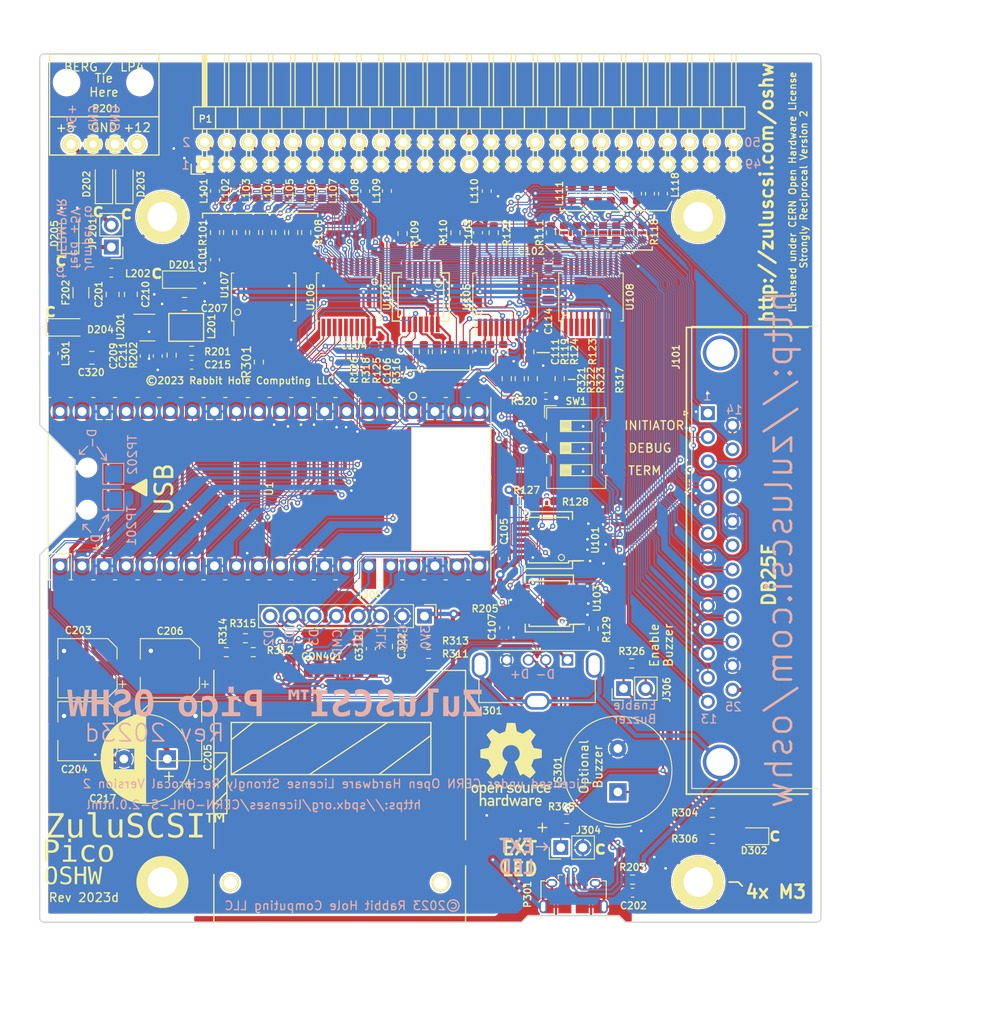
<source format=kicad_pcb>
(kicad_pcb (version 20221018) (generator pcbnew)
  (title_block (title "ZuluSCSI™ Pico OSHW") (date "2023-09-19") (rev "2023d"))
  (layers (0 "F.Cu" signal "Top") (31 "B.Cu" signal "Bottom") (35 "F.Paste" user) (36 "B.SilkS" user "B.Silkscreen") (37 "F.SilkS" user "F.Silkscreen") (38 "B.Mask" user) (39 "F.Mask" user) (44 "Edge.Cuts" user))
  (property "Brand" "ZuluSCSI™")
  (property "Copyright" "©2023 Rabbit Hole Computing LLC")
  (property "License" "Licensed under CERN Open Hardware License Strongly Reciprocal Version 2")
  (property "LicenseURL" "https://spdx.org/licenses/CERN-OHL-S-2.0.html")
  (property "Model" "Pico OSHW")
  (property "Url" "http://zuluscsi.com/oshw")
  (net 0 "")
  (net 1 "GND")
  (net 2 "~{SCSI_DB0}")
  (net 3 "~{SCSI_DB1}")
  (net 4 "~{SCSI_DB2}")
  (net 5 "~{SCSI_DB3}")
  (net 6 "~{SCSI_DB4}")
  (net 7 "~{SCSI_DB5}")
  (net 8 "~{SCSI_DB6}")
  (net 9 "~{SCSI_DB7}")
  (net 10 "~{SCSI_DBP}")
  (net 11 "Net-(U201-FB)")
  (net 12 "TERMPWR_5V")
  (net 13 "~{SCSI_ATN}")
  (net 14 "~{SCSI_BSY}")
  (net 15 "~{SCSI_ACK}")
  (net 16 "~{SCSI_RST}")
  (net 17 "~{SCSI_MSG}")
  (net 18 "~{SCSI_SEL}")
  (net 19 "~{SCSI_REQ}")
  (net 20 "+5V")
  (net 23 "~{TERM_EN}")
  (net 24 "~{OUT_BSY}")
  (net 25 "~{OUT_RST}")
  (net 26 "/power/+5V_BERG")
  (net 27 "~{OUT_SEL}")
  (net 28 "+3V0")
  (net 29 "EMIGND")
  (net 30 "Net-(D205-K)")
  (net 31 "USB_VCC")
  (net 32 "Net-(D302-A)")
  (net 33 "Net-(J304-Pin_1)")
  (net 34 "Net-(J306-Pin_1)")
  (net 35 "Net-(J306-Pin_2)")
  (net 36 "Net-(P1-P2)")
  (net 37 "Net-(P1-P4)")
  (net 38 "Net-(P1-P6)")
  (net 39 "Net-(P1-P8)")
  (net 40 "Net-(P1-P10)")
  (net 41 "Net-(P1-P12)")
  (net 42 "Net-(P1-P14)")
  (net 43 "Net-(P1-P16)")
  (net 44 "Net-(P1-P18)")
  (net 45 "Net-(P1-P32)")
  (net 46 "Net-(P1-P36)")
  (net 47 "~{RC_ACK}")
  (net 48 "Net-(P1-P38)")
  (net 49 "Net-(P1-P40)")
  (net 50 "Net-(P1-P42)")
  (net 51 "Net-(P1-P44)")
  (net 52 "Net-(P1-P46)")
  (net 53 "Net-(P1-P48)")
  (net 54 "Net-(P1-P50)")
  (net 55 "Net-(U201-SW)")
  (net 58 "Net-(U107-B0)")
  (net 59 "Net-(U107-B1)")
  (net 60 "Net-(U107-B2)")
  (net 61 "Net-(U107-B3)")
  (net 62 "Net-(U107-B4)")
  (net 63 "Net-(U107-B5)")
  (net 64 "Net-(U107-B6)")
  (net 65 "Net-(F202-Pad1)")
  (net 66 "Net-(U107-B7)")
  (net 67 "Net-(U108-B0)")
  (net 68 "Net-(U108-B1)")
  (net 69 "Net-(U108-B2)")
  (net 70 "~{SCSI_IO}")
  (net 71 "~{SCSI_CD}")
  (net 72 "/power/5V_IN")
  (net 73 "Net-(U108-B3)")
  (net 74 "Net-(U108-B4)")
  (net 75 "Net-(U108-B5)")
  (net 76 "Net-(U108-B6)")
  (net 77 "/cpu/SDIO_D1")
  (net 78 "/cpu/SDIO_D0")
  (net 79 "/cpu/SDIO_CLK")
  (net 80 "/cpu/SDIO_CMD")
  (net 81 "/cpu/SDIO_D3")
  (net 82 "/cpu/SDIO_D2")
  (net 83 "Net-(U108-B7)")
  (net 84 "Net-(U105-B1)")
  (net 85 "/cpu/GPIO_RST")
  (net 86 "Net-(LS301-Pad1)")
  (net 87 "~{GPIO_IO}")
  (net 88 "~{GPIO_ACK}")
  (net 89 "/cpu/LED_SWO")
  (net 90 "Net-(R124-Pad2)")
  (net 91 "~{GPIO_DBP}")
  (net 92 "Net-(R125-Pad1)")
  (net 93 "~{INITIATOR}")
  (net 94 "~{DBGLOG}")
  (net 96 "~{IN_RST}")
  (net 97 "~{GPIO_DB0}")
  (net 98 "~{GPIO_DB1}")
  (net 99 "~{GPIO_DB2}")
  (net 100 "~{GPIO_DB3}")
  (net 101 "~{GPIO_DB4}")
  (net 102 "~{GPIO_DB5}")
  (net 103 "~{GPIO_DB6}")
  (net 104 "~{GPIO_DB7}")
  (net 108 "~{GPIO_MSG_BSY}")
  (net 109 "~{GPIO_CD_SEL}")
  (net 110 "~{GPIO_REQ}")
  (net 111 "~{GPIO_ATN}")
  (net 112 "Net-(R109-Pad2)")
  (net 113 "Net-(R110-Pad2)")
  (net 114 "~{DATA_DIR}")
  (net 115 "Net-(R123-Pad2)")
  (net 116 "/cpu/VBUS")
  (net 117 "/cpu/USB_DP")
  (net 118 "/cpu/USB_DN")
  (footprint "Pin_Headers:Pin_Header_Angled_2x25" (layer "F.Cu") (at 109 47.7 90)
    (fp_text reference "P1")
    (fp_text value "CONN_02X25")
  )
  (footprint "Fuse:Fuse_1206_3216Metric" (layer "F.Cu") (at 94.75 62.5 -90)
    (fp_text reference "F202")
    (fp_text value "500mA Hold")
  )
  (footprint "ZuluSCSI:Inductor_1008" (layer "F.Cu") (at 106.9 66.495)
    (fp_text reference "L201")
    (fp_text value "2.2uH")
  )
  (footprint "ZuluSCSI:floppy-berg" (layer "F.Cu") (at 93.6 45.4)
    (fp_text reference "P201")
    (fp_text value "Floppy_BERG")
  )
  (footprint "Resistor_SMD:R_0603_1608Metric" (layer "F.Cu") (at 107.5 69.195 180)
    (fp_text reference "R201")
    (fp_text value "510k")
  )
  (footprint "ZuluSCSI:Screw_Hole_M3" (layer "F.Cu") (at 104.14 130.35)
    (fp_text reference "")
    (fp_text value "Screw_Hole_M3")
  )
  (footprint "ZuluSCSI:Screw_Hole_M3" (layer "F.Cu") (at 165.86 130.35)
    (fp_text reference "")
    (fp_text value "Screw_Hole_M3")
  )
  (footprint "ZuluSCSI:Screw_Hole_M3" (layer "F.Cu") (at 165.86 53.75)
    (fp_text reference "")
    (fp_text value "Screw_Hole_M3")
  )
  (footprint "ZuluSCSI:Screw_Hole_M3" (layer "F.Cu") (at 104.14 53.75)
    (fp_text reference "")
    (fp_text value "Screw_Hole_M3")
  )
  (footprint "Diode_SMD:D_SOD-123" (layer "F.Cu") (at 97.4 50 90)
    (fp_text reference "D202")
    (fp_text value "D_Schottky")
  )
  (footprint "Diode_SMD:D_SOD-123" (layer "F.Cu") (at 99.75 50 90)
    (fp_text reference "D203")
    (fp_text value "D_Schottky")
  )
  (footprint "Diode_SMD:D_SOD-123" (layer "F.Cu") (at 93 66.5)
    (fp_text reference "D204")
    (fp_text value "D_Schottky")
  )
  (footprint "Diode_SMD:D_SOD-123" (layer "F.Cu") (at 93.5 55.75 90)
    (fp_text reference "D205")
    (fp_text value "D_Schottky")
  )
  (footprint "Connector_PinHeader_2.54mm:PinHeader_1x02_P2.54mm_Vertical" (layer "F.Cu") (at 98.25 57.25 180)
    (fp_text reference "JP201")
    (fp_text value "JUMPER")
  )
  (footprint "Capacitor_SMD:C_0603_1608Metric" (layer "F.Cu") (at 148.6 59 90)
    (fp_text reference "C102")
    (fp_text value "100nF")
  )
  (footprint "Resistor_SMD:R_0603_1608Metric" (layer "F.Cu") (at 111.7 55.575 -90)
    (fp_text reference "R102" hide)
    (fp_text value "110")
  )
  (footprint "Resistor_SMD:R_0603_1608Metric" (layer "F.Cu") (at 158.3 130.1)
    (fp_text reference "R203")
    (fp_text value "100k")
  )
  (footprint "Resistor_SMD:R_0603_1608Metric" (layer "F.Cu") (at 167.5 122.4 180)
    (fp_text reference "R304")
    (fp_text value "62")
  )
  (footprint "Resistor_SMD:R_0603_1608Metric" (layer "F.Cu") (at 119.2 55.575 -90)
    (fp_text reference "R107" hide)
    (fp_text value "110")
  )
  (footprint "Capacitor_SMD:C_0603_1608Metric" (layer "F.Cu") (at 129.3 68.6 180)
    (fp_text reference "C104")
    (fp_text value "100nF")
  )
  (footprint "Resistor_SMD:R_0603_1608Metric" (layer "F.Cu") (at 120.7 55.575 -90)
    (fp_text reference "R108")
    (fp_text value "110")
  )
  (footprint "Resistor_SMD:R_0603_1608Metric" (layer "F.Cu") (at 116.2 55.575 -90)
    (fp_text reference "R105" hide)
    (fp_text value "110")
  )
  (footprint "Resistor_SMD:R_0603_1608Metric" (layer "F.Cu") (at 154.9 55.6 -90)
    (fp_text reference "R115" hide)
    (fp_text value "110")
  )
  (footprint "Resistor_SMD:R_0603_1608Metric" (layer "F.Cu") (at 113.2 55.575 -90)
    (fp_text reference "R103" hide)
    (fp_text value "110")
  )
  (footprint "Capacitor_SMD:C_0603_1608Metric" (layer "F.Cu") (at 110.2 58.7 90)
    (fp_text reference "C101")
    (fp_text value "100nF")
  )
  (footprint "Resistor_SMD:R_0603_1608Metric" (layer "F.Cu") (at 114.7 55.575 -90)
    (fp_text reference "R104" hide)
    (fp_text value "110")
  )
  (footprint "Resistor_SMD:R_0603_1608Metric" (layer "F.Cu") (at 131.8 55.7 -90)
    (fp_text reference "R109")
    (fp_text value "110")
  )
  (footprint "Capacitor_SMD:C_0603_1608Metric" (layer "F.Cu") (at 143.5 93.1 90)
    (fp_text reference "C105")
    (fp_text value "100nF")
  )
  (footprint "Resistor_SMD:R_0603_1608Metric" (layer "F.Cu") (at 137.9 55.6 -90)
    (fp_text reference "R110")
    (fp_text value "110")
  )
  (footprint "Resistor_SMD:R_0603_1608Metric" (layer "F.Cu") (at 151.9 55.6 -90)
    (fp_text reference "R113" hide)
    (fp_text value "110")
  )
  (footprint "Resistor_SMD:R_0603_1608Metric" (layer "F.Cu") (at 153.4 55.6 -90)
    (fp_text reference "R114" hide)
    (fp_text value "110")
  )
  (footprint "Resistor_SMD:R_0603_1608Metric" (layer "F.Cu") (at 157.9 55.6 90)
    (fp_text reference "R117" hide)
    (fp_text value "110")
  )
  (footprint "Capacitor_SMD:C_0805_2012Metric" (layer "F.Cu") (at 148.6 62.4 90)
    (fp_text reference "C114")
    (fp_text value "10uF")
  )
  (footprint "Capacitor_SMD:C_0603_1608Metric" (layer "F.Cu") (at 158.3 131.6)
    (fp_text reference "C202")
    (fp_text value "100nF")
  )
  (footprint "Capacitor_SMD:C_0603_1608Metric" (layer "F.Cu") (at 128.15 103.5 90)
    (fp_text reference "C312")
    (fp_text value "100nF")
  )
  (footprint "Capacitor_SMD:C_0805_2012Metric" (layer "F.Cu") (at 129.9 103.25 90)
    (fp_text reference "C322")
    (fp_text value "10uF")
  )
  (footprint "Connector_PinHeader_2.54mm:PinHeader_1x02_P2.54mm_Vertical" (layer "F.Cu") (at 150.025 126.4 90)
    (fp_text reference "J304")
    (fp_text value "LED")
  )
  (footprint "Resistor_SMD:R_0603_1608Metric" (layer "F.Cu") (at 150.7 123.1)
    (fp_text reference "R305")
    (fp_text value "62")
  )
  (footprint "Resistor_SMD:R_0603_1608Metric" (layer "F.Cu") (at 141.9 69.3 -90)
    (fp_text reference "R119")
    (fp_text value "110")
  )
  (footprint "Inductor_SMD:L_0603_1608Metric" (layer "F.Cu") (at 110.2 50.8 90)
    (fp_text reference "L101")
    (fp_text value "Ferrite_Bead_Small")
  )
  (footprint "Inductor_SMD:L_0603_1608Metric" (layer "F.Cu") (at 112.5 50.8 90)
    (fp_text reference "L102")
    (fp_text value "Ferrite_Bead_Small")
  )
  (footprint "Inductor_SMD:L_0603_1608Metric" (layer "F.Cu") (at 115 50.8 90)
    (fp_text reference "L103")
    (fp_text value "Ferrite_Bead_Small")
  )
  (footprint "Inductor_SMD:L_0603_1608Metric" (layer "F.Cu") (at 117.5 50.8 90)
    (fp_text reference "L104")
    (fp_text value "Ferrite_Bead_Small")
  )
  (footprint "Inductor_SMD:L_0603_1608Metric" (layer "F.Cu") (at 125 50.8 90)
    (fp_text reference "L107")
    (fp_text value "Ferrite_Bead_Small")
  )
  (footprint "Inductor_SMD:L_0603_1608Metric" (layer "F.Cu") (at 130 50.7875 90)
    (fp_text reference "L109")
    (fp_text value "Ferrite_Bead_Small")
  )
  (footprint "Inductor_SMD:L_0603_1608Metric" (layer "F.Cu") (at 141.5 50.8 90)
    (fp_text reference "L110")
    (fp_text value "Ferrite_Bead_Small")
  )
  (footprint "Inductor_SMD:L_0603_1608Metric" (layer "F.Cu") (at 151.3 51.1 90)
    (fp_text reference "L111")
    (fp_text value "Ferrite_Bead_Small")
  )
  (footprint "Inductor_SMD:L_0603_1608Metric" (layer "F.Cu") (at 152.8 51.1 90)
    (fp_text reference "L112" hide)
    (fp_text value "Ferrite_Bead_Small")
  )
  (footprint "Inductor_SMD:L_0603_1608Metric" (layer "F.Cu") (at 154.3 51.1 90)
    (fp_text reference "L113" hide)
    (fp_text value "Ferrite_Bead_Small")
  )
  (footprint "Inductor_SMD:L_0603_1608Metric" (layer "F.Cu") (at 155.8 51.1 90)
    (fp_text reference "L114" hide)
    (fp_text value "Ferrite_Bead_Small")
  )
  (footprint "Inductor_SMD:L_0603_1608Metric" (layer "F.Cu") (at 157.3 51.1 90)
    (fp_text reference "L115" hide)
    (fp_text value "Ferrite_Bead_Small")
  )
  (footprint "Inductor_SMD:L_0603_1608Metric" (layer "F.Cu") (at 158.8 51.1 90)
    (fp_text reference "L116" hide)
    (fp_text value "Ferrite_Bead_Small")
  )
  (footprint "Inductor_SMD:L_0603_1608Metric" (layer "F.Cu") (at 160.3 51.1 90)
    (fp_text reference "L117" hide)
    (fp_text value "Ferrite_Bead_Small")
  )
  (footprint "Inductor_SMD:L_0603_1608Metric" (layer "F.Cu") (at 161.8 51.1 90)
    (fp_text reference "L118")
    (fp_text value "Ferrite_Bead_Small")
  )
  (footprint "Inductor_SMD:L_0603_1608Metric" (layer "F.Cu") (at 98.25 60.2)
    (fp_text reference "L202")
    (fp_text value "Ferrite_Bead_Small")
  )
  (footprint "Inductor_SMD:L_0603_1608Metric" (layer "F.Cu") (at 91.6 69.5 90)
    (fp_text reference "L301")
    (fp_text value "Ferrite_Bead_Small")
  )
  (footprint "Inductor_SMD:L_0603_1608Metric" (layer "F.Cu") (at 127.5 50.8 90)
    (fp_text reference "L108")
    (fp_text value "Ferrite_Bead_Small")
  )
  (footprint "Capacitor_SMD:C_0805_2012Metric" (layer "F.Cu") (at 100.5 62.7 -90)
    (fp_text reference "C210")
    (fp_text value "10uF")
  )
  (footprint "Capacitor_THT:CP_Radial_D10.0mm_P5.00mm" (layer "F.Cu") (at 104.7 116.2 180)
    (fp_text reference "C217")
    (fp_text value "N/A")
  )
  (footprint "Resistor_SMD:R_0603_1608Metric" (layer "F.Cu") (at 156.4 55.6 -90)
    (fp_text reference "R116" hide)
    (fp_text value "110")
  )
  (footprint "Button_Switch_SMD:SW_DIP_SPSTx03_Slide_6.7x9.18mm_W8.61mm_P2.54mm_LowProfile" (layer "F.Cu") (at 151.8 80.4)
    (fp_text reference "SW1")
    (fp_text value "SW_DIP_x03")
  )
  (footprint "Resistor_SMD:R_0603_1608Metric" (layer "F.Cu") (at 105.2 69.695 -90)
    (fp_text reference "R202")
    (fp_text value "100k")
  )
  (footprint "LED_SMD:LED_0805_2012Metric" (layer "F.Cu") (at 172.3 125.1 180)
    (fp_text reference "D302")
    (fp_text value "LED")
  )
  (footprint "Capacitor_SMD:C_0603_1608Metric" (layer "F.Cu") (at 107.5 70.795 180)
    (fp_text reference "C215")
    (fp_text value "12pF")
  )
  (footprint "Capacitor_SMD:C_0805_2012Metric" (layer "F.Cu") (at 106.7 63.795 180)
    (fp_text reference "C207")
    (fp_text value "10uF")
  )
  (footprint "Capacitor_SMD:C_0603_1608Metric" (layer "F.Cu") (at 140.4 69.3 90)
    (fp_text reference "C111")
    (fp_text value "12pF")
  )
  (footprint "Capacitor_SMD:C_0603_1608Metric" (layer "F.Cu") (at 102.1 69.795 -90)
    (fp_text reference "C209")
    (fp_text value "12pF")
  )
  (footprint "Capacitor_SMD:C_0603_1608Metric" (layer "F.Cu") (at 103.6 69.795 -90)
    (fp_text reference "C211")
    (fp_text value "12pF")
  )
  (footprint "Package_TO_SOT_SMD:TSOT-23-5" (layer "F.Cu") (at 102.4 66.495)
    (fp_text reference "U201")
    (fp_text value "LM3674-ADJ")
  )
  (footprint "Capacitor_SMD:C_0805_2012Metric" (layer "F.Cu") (at 98.4 62.7 -90)
    (fp_text reference "C201")
    (fp_text value "10uF")
  )
  (footprint "ZuluSCSI:SD-FCI-10067847-001" (layer "F.Cu") (at 122.2 106)
    (fp_text reference "CON401")
    (fp_text value "SD_Card")
  )
  (footprint "Diode_SMD:D_SOD-123" (layer "F.Cu") (at 106.4 61)
    (fp_text reference "D201")
    (fp_text value "D_Schottky")
  )
  (footprint "Capacitor_SMD:C_0603_1608Metric" (layer "F.Cu") (at 137.25 69.3 90)
    (fp_text reference "C106")
    (fp_text value "100nF")
  )
  (footprint "Inductor_SMD:L_0603_1608Metric" (layer "F.Cu") (at 120 50.8 90)
    (fp_text reference "L105")
    (fp_text value "Ferrite_Bead_Small")
  )
  (footprint "Inductor_SMD:L_0603_1608Metric" (layer "F.Cu") (at 122.5 50.8 90)
    (fp_text reference "L106")
    (fp_text value "Ferrite_Bead_Small")
  )
  (footprint "Resistor_SMD:R_0603_1608Metric" (layer "F.Cu") (at 148.9 55.6 -90)
    (fp_text reference "R111")
    (fp_text value "110")
  )
  (footprint "Resistor_SMD:R_0603_1608Metric" (layer "F.Cu") (at 117.7 55.575 -90)
    (fp_text reference "R106" hide)
    (fp_text value "110")
  )
  (footprint "Capacitor_SMD:C_0603_1608Metric" (layer "F.Cu") (at 140.5 55.6 90)
    (fp_text reference "C103")
    (fp_text value "100nF")
  )
  (footprint "Resistor_SMD:R_0603_1608Metric" (layer "F.Cu") (at 110.2 55.575 -90)
    (fp_text reference "R101")
    (fp_text value "110")
  )
  (footprint "Resistor_SMD:R_0603_1608Metric" (layer "F.Cu") (at 150.4 55.6 -90)
    (fp_text reference "R112" hide)
    (fp_text value "110")
  )
  (footprint "Resistor_SMD:R_0603_1608Metric" (layer "F.Cu") (at 134.8 104.1)
    (fp_text reference "R311")
    (fp_text value "4k7")
  )
  (footprint "Resistor_SMD:R_0603_1608Metric" (layer "F.Cu") (at 114.6 103.9 180)
    (fp_text reference "R312")
    (fp_text value "4k7")
  )
  (footprint "Resistor_SMD:R_0603_1608Metric" (layer "F.Cu") (at 134.8 102.5)
    (fp_text reference "R313")
    (fp_text value "4k7")
  )
  (footprint "Resistor_SMD:R_0603_1608Metric" (layer "F.Cu") (at 113.7 102.3 180)
    (fp_text reference "R315")
    (fp_text value "4k7")
  )
  (footprint "Capacitor_SMD:C_0603_1608Metric" (layer "F.Cu") (at 143.5 101.1 90)
    (fp_text reference "C107")
    (fp_text value "100nF")
  )
  (footprint "Resistor_SMD:R_0603_1608Metric" (layer "F.Cu") (at 111.5 103.9 180)
    (fp_text reference "R314")
    (fp_text value "4k7")
  )
  (footprint "Buzzer_Beeper:Buzzer_TDK_PS1240P02BT_D12.2mm_H6.5mm" (layer "F.Cu") (at 156.6 120 90)
    (fp_text reference "LS301")
    (fp_text value "Speaker")
  )
  (footprint "Resistor_SMD:R_0603_1608Metric" (layer "F.Cu") (at 146.4 69.3 -90)
    (fp_text reference "R123")
    (fp_text value "1k")
  )
  (footprint "Resistor_SMD:R_0603_1608Metric" (layer "F.Cu") (at 142.3 55.6 90)
    (fp_text reference "R122")
    (fp_text value "1k")
  )
  (footprint "Resistor_SMD:R_0603_1608Metric" (layer "F.Cu") (at 143.4 69.3 -90)
    (fp_text reference "R124")
    (fp_text value "1k")
  )
  (footprint "Resistor_SMD:R_0603_1608Metric" (layer "F.Cu") (at 135.75 69.3 -90)
    (fp_text reference "R125")
    (fp_text value "1k")
  )
  (footprint "Resistor_SMD:R_0603_1608Metric" (layer "F.Cu") (at 132.5 69.3 90)
    (fp_text reference "R126")
    (fp_text value "4k7")
  )
  (footprint "Resistor_SMD:R_0603_1608Metric" (layer "F.Cu") (at 145.4 86.5 180)
    (fp_text reference "R127")
    (fp_text value "4k7")
  )
  (footprint "Resistor_SMD:R_0603_1608Metric" (layer "F.Cu") (at 148.4 86.5)
    (fp_text reference "R128")
    (fp_text value "4k7")
  )
  (footprint "Resistor_SMD:R_0603_1608Metric" (layer "F.Cu") (at 153.8 101.2 90)
    (fp_text reference "R129")
    (fp_text value "4k7")
  )
  (footprint "Resistor_SMD:R_0603_1608Metric" (layer "F.Cu") (at 159.4 55.6 90)
    (fp_text reference "R118")
    (fp_text value "110")
  )
  (footprint "Resistor_SMD:R_0603_1608Metric" (layer "F.Cu") (at 167.5 125.4)
    (fp_text reference "R306")
    (fp_text value "62")
  )
  (footprint "Resistor_SMD:R_0603_1608Metric" (layer "F.Cu") (at 138.8 69.3 90)
    (fp_text reference "R316")
    (fp_text value "4k7")
  )
  (footprint "Resistor_SMD:R_0603_1608Metric" (layer "F.Cu") (at 149.9 72.4 90)
    (fp_text reference "R317")
    (fp_text value "4k7")
  )
  (footprint "Resistor_SMD:R_0603_1608Metric" (layer "F.Cu") (at 134.25 69.3 90)
    (fp_text reference "R318")
    (fp_text value "4k7")
  )
  (footprint "Resistor_SMD:R_0603_1608Metric" (layer "F.Cu") (at 143.8 72.4 -90)
    (fp_text reference "R321")
    (fp_text value "1k")
  )
  (footprint "Resistor_SMD:R_0603_1608Metric" (layer "F.Cu") (at 145.3 72.4 -90)
    (fp_text reference "R322")
    (fp_text value "1k")
  )
  (footprint "Resistor_SMD:R_0603_1608Metric" (layer "F.Cu") (at 146.8 72.4 -90)
    (fp_text reference "R323")
    (fp_text value "1k")
  )
  (footprint "ZuluSCSI:SSOP_TSSOP-14_4.4x5mm_Pitch0.65mm_PCBWay-MaskClearance0.22mm" (layer "F.Cu") (at 148.6 91 180)
    (fp_text reference "U101")
    (fp_text value "74LVT125")
  )
  (footprint "ZuluSCSI:SSOP_TSSOP-14_4.4x5mm_Pitch0.65mm_PCBWay-MaskClearance0.22mm" (layer "F.Cu") (at 133.9 63 -90)
    (fp_text reference "U102")
    (fp_text value "74LVT125")
  )
  (footprint "ZuluSCSI:SSOP_TSSOP-20_5.3x7.2mm_P0.65mm" (layer "F.Cu") (at 143.6 63 90)
    (fp_text reference "U105")
    (fp_text value "74LVT245")
  )
  (footprint "ZuluSCSI:SSOP_TSSOP-20_5.3x7.2mm_P0.65mm" (layer "F.Cu") (at 125.6 63 -90)
    (fp_text reference "U106")
    (fp_text value "74LVT245")
  )
  (footprint "ZuluSCSI:SSOP_TSSOP-20_5.3x7.2mm_P0.65mm" (layer "F.Cu") (at 115.8 63 90)
    (fp_text reference "U107")
    (fp_text value "74LVT245")
  )
  (footprint "ZuluSCSI:SSOP_TSSOP-20_5.3x7.2mm_P0.65mm" (layer "F.Cu") (at 153.5 63 90)
    (fp_text reference "U108")
    (fp_text value "74LVT245")
  )
  (footprint "Connector_Dsub:DSUB-25_Female_Horizontal_P2.77x2.84mm_EdgePinOffset9.90mm_Housed_MountingHolesOffset11.32mm" (layer "F.Cu") (at 166.969669 76.375 90)
    (fp_text reference "J101")
    (fp_text value "DB25_Female_MountingHoles")
  )
  (footprint "Resistor_SMD:R_0603_1608Metric" (layer "F.Cu") (at 143.5 98.1 -90)
    (fp_text reference "R205")
    (fp_text value "4k7")
  )
  (footprint "Resistor_SMD:R_0402_1005Metric" (layer "F.Cu") (at 148.3 74.4)
    (fp_text reference "R320")
    (fp_text value "N/A")
  )
  (footprint "Capacitor_SMD:C_0805_2012Metric" (layer "F.Cu") (at 96 70)
    (fp_text reference "C320")
    (fp_text value "10uF")
  )
  (footprint "ZuluSCSI:SSOP_TSSOP-14_4.4x5mm_Pitch0.65mm_PCBWay-MaskClearance0.22mm" (layer "F.Cu") (at 148.7 98.3 180)
    (fp_text reference "U103")
    (fp_text value "74LVT125")
  )
  (footprint "Resistor_SMD:R_0603_1608Metric" (layer "F.Cu") (at 158.2 105.2 180)
    (fp_text reference "R326")
    (fp_text value "0R")
  )
  (footprint "ZuluSCSI:USB_Micro-B_Amphenol_10118194_Horizontal" (layer "F.Cu") (at 151.5 131.9)
    (fp_text reference "P301")
    (fp_text value "USB_OTG")
  )
  (footprint "Capacitor_SMD:CP_Elec_6.3x7.7" (layer "F.Cu") (at 105.25 113)
    (fp_text reference "C205")
    (fp_text value "220uF")
  )
  (footprint "Connector_PinHeader_2.54mm:PinHeader_1x08_P2.54mm_Vertical" (layer "F.Cu") (at 134.325 99.75 -90)
    (fp_text reference "J305")
    (fp_text value "EXT_SDCARD")
  )
  (footprint "Resistor_SMD:R_0603_1608Metric" (layer "F.Cu") (at 115.25 70.49 90)
    (fp_text reference "R301")
    (fp_text value "1k")
  )
  (footprint "MountingHole:MountingHole_2.7mm_M2.5" (layer "F.Cu") (at 93.1 38.3)
    (fp_text reference "H301" hide)
    (fp_text value "MountingHole")
  )
  (footprint "Capacitor_SMD:CP_Elec_6.3x7.7" (layer "F.Cu") (at 95.5 105.75 180)
    (fp_text reference "C203")
    (fp_text value "220uF")
  )
  (footprint "Capacitor_SMD:CP_Elec_6.3x7.7" (layer "F.Cu") (at 95.5 113 180)
    (fp_text reference "C204")
    (fp_text value "220uF")
  )
  (footprint "MountingHole:MountingHole_2.7mm_M2.5" (layer "F.Cu") (at 101.55 38.3)
    (fp_text reference "H302" hide)
    (fp_text value "MountingHole")
  )
  (footprint "ZuluSCSI:USB_A_Molex_105057_Vertical" (layer "F.Cu") (at 150.8 104.8 180)
    (fp_text reference "J301")
    (fp_text value "USB_A")
  )
  (footprint "Connector_PinHeader_2.54mm:PinHeader_1x02_P2.54mm_Vertical" (layer "F.Cu") (at 157.26 108.1 90)
    (fp_text reference "J306")
    (fp_text value "BUZZER")
  )
  (footprint "Capacitor_SMD:CP_Elec_6.3x7.7" (layer "F.Cu") (at 105 105.75 180)
    (fp_text reference "C206")
    (fp_text value "220uF")
  )
  (footprint "MCU_RaspberryPi_and_Boards:RPi_Pico_W_SMD_TH" (layer "F.Cu") (at 116.475 85.075 90)
    (fp_text reference "U1")
    (fp_text value "Pico W")
  )
  (footprint "TestPoint:TestPoint_Pad_2.0x2.0mm" (layer "B.Cu") (at 98.48 83.37 90)
    (fp_text reference "TP202")
    (fp_text value "USB_DN")
  )
  (footprint "TestPoint:TestPoint_Pad_2.0x2.0mm" (layer "B.Cu") (at 98.48 86.37 90)
    (fp_text reference "TP201")
    (fp_text value "USB_DP")
  )
  (gr_line (start 95 89.2) (end 95.5 89.2) (stroke (width 0.15)) (layer "B.SilkS"))
  (gr_line (start 94.6 81.1) (end 94.6 80.6) (stroke (width 0.15)) (layer "B.SilkS"))
  (gr_line (start 97.09 81.56) (end 97.68 81.83) (stroke (width 0.15)) (layer "B.SilkS"))
  (gr_line (start 95 89.8) (end 95 89.2) (stroke (width 0.15)) (layer "B.SilkS"))
  (gr_line (start 148.5 126.3) (end 148.1 126.7) (stroke (width 0.15)) (layer "B.SilkS"))
  (gr_line (start 96.61 80.24) (end 97.68 81.83) (stroke (width 0.15)) (layer "B.SilkS"))
  (gr_line (start 95.5 80.2) (end 94.6 81.1) (stroke (width 0.15)) (layer "B.SilkS"))
  (gr_line (start 97.68 81.83) (end 97.65 81.09) (stroke (width 0.15)) (layer "B.SilkS"))
  (gr_line (start 95.2 81.1) (end 94.6 81.1) (stroke (width 0.15)) (layer "B.SilkS"))
  (gr_line (start 97.22 88.47) (end 97.9 88.07) (stroke (width 0.15)) (layer "B.SilkS"))
  (gr_line (start 97.9 88.07) (end 97.92 88.79) (stroke (width 0.15)) (layer "B.SilkS"))
  (gr_line (start 148.3 126.1) (end 148.1 125.9) (stroke (width 0.15)) (layer "B.SilkS"))
  (gr_line (start 148.5 126.3) (end 147.2 126.3) (stroke (width 0.15)) (layer "B.SilkS"))
  (gr_line (start 148.1 125.9) (end 148.5 126.3) (stroke (width 0.15)) (layer "B.SilkS"))
  (gr_line (start 95.9 90.1) (end 95 89.2) (stroke (width 0.15)) (layer "B.SilkS"))
  (gr_line (start 148.1 126.7) (end 148.5 126.3) (stroke (width 0.15)) (layer "B.SilkS"))
  (gr_line (start 96.88 89.87) (end 97.9 88.07) (stroke (width 0.15)) (layer "B.SilkS"))
  (gr_poly (pts (xy 144.75149 112.04575) (xy 144.753504 112.0459) (xy 144.755509 112.046147) (xy 144.7575 112.046487) (xy 144.759476 112.04692) (xy 144.761432 112.047442) (xy 144.763367 112.04805) (xy 144.765277 112.048744) (xy 144.767159 112.049519) (xy 144.76901 112.050373) (xy 144.770827 112.051305) (xy 144.772607 112.052311) (xy 144.774348 112.053389) (xy 144.776045 112.054537) (xy 144.777697 112.055751) (xy 144.7793 112.057031) (xy 144.780851 112.058372) (xy 144.782348 112.059774) (xy 144.783786 112.061232) (xy 144.785164 112.062745) (xy 144.786478 112.064311) (xy 144.787726 112.065926) (xy 144.788904 112.067589) (xy 144.790009 112.069297) (xy 144.791038 112.071047) (xy 144.791989 112.072837) (xy 144.792859 112.074664) (xy 144.793643 112.076526) (xy 144.79434 112.078421) (xy 144.794947 112.080346) (xy 144.79546 112.082299) (xy 144.795876 112.084276) (xy 144.963358 112.984018) (xy 144.963781 112.986012) (xy 144.964295 112.988012) (xy 144.965582 112.99202) (xy 144.967198 112.996015) (xy 144.96912 112.999972) (xy 144.971324 113.003864) (xy 144.97379 113.007664) (xy 144.976493 113.011348) (xy 144.979411 113.014889) (xy 144.982523 113.01826) (xy 144.985804 113.021436) (xy 144.989234 113.02439) (xy 144.992788 113.027097) (xy 144.996446 113.029529) (xy 145.000183 113.031662) (xy 145.002075 113.032608) (xy 145.003978 113.033469) (xy 145.00589 113.034242) (xy 145.007808 113.034924) (xy 145.610846 113.28178) (xy 145.614592 113.28343) (xy 145.618565 113.284807) (xy 145.62273 113.285916) (xy 145.627052 113.286757) (xy 145.631496 113.287334) (xy 145.636026 113.287649) (xy 145.640609 113.287704) (xy 145.645208 113.287502) (xy 145.64979 113.287045) (xy 145.654318 113.286336) (xy 145.658759 113.285376) (xy 145.663077 113.284169) (xy 145.667237 113.282717) (xy 145.671204 113.281021) (xy 145.674943 113.279086) (xy 145.67842 113.276912) (xy 146.430101 112.76108) (xy 146.431794 112.759977) (xy 146.433538 112.75896) (xy 146.435327 112.758029) (xy 146.43716 112.757182) (xy 146.43903 112.756421) (xy 146.440936 112.755743) (xy 146.442872 112.75515) (xy 146.444836 112.754641) (xy 146.446823 112.754215) (xy 146.44883 112.753872) (xy 146.452886 112.753434) (xy 146.456974 112.753324) (xy 146.461064 112.75354) (xy 146.465125 112.754078) (xy 146.469126 112.754935) (xy 146.473037 112.756109) (xy 146.474948 112.756814) (xy 146.476826 112.757598) (xy 146.478666 112.758459) (xy 146.480464 112.759398) (xy 146.482217 112.760413) (xy 146.48392 112.761506) (xy 146.48557 112.762675) (xy 146.487163 112.76392) (xy 146.488695 112.76524) (xy 146.490162 112.766637) (xy 147.123204 113.399679) (xy 147.1246 113.401146) (xy 147.12592 113.402679) (xy 147.127164 113.404272) (xy 147.128331 113.405923) (xy 147.129421 113.407627) (xy 147.130434 113.409381) (xy 147.132228 113.413023) (xy 147.13371 113.416816) (xy 147.134878 113.420731) (xy 147.135729 113.424737) (xy 147.136261 113.428803) (xy 147.136472 113.432897) (xy 147.13636 113.436991) (xy 147.135922 113.441051) (xy 147.135155 113.445049) (xy 147.134058 113.448953) (xy 147.133385 113.450859) (xy 147.132628 113.452731) (xy 147.131787 113.454564) (xy 147.130863 113.456355) (xy 147.129854 113.458099) (xy 147.12876 113.459792) (xy 146.621924 114.198509) (xy 146.619744 114.202) (xy 146.617809 114.205746) (xy 146.616122 114.209711) (xy 146.614684 114.213862) (xy 146.613498 114.218164) (xy 146.612566 114.222584) (xy 146.61189 114.227088) (xy 146.611473 114.231641) (xy 146.611316 114.23621) (xy 146.611421 114.24076) (xy 146.611791 114.245257) (xy 146.612428 114.249668) (xy 146.613335 114.253959) (xy 146.614512 114.258094) (xy 146.615964 114.262041) (xy 146.61769 114.265766) (xy 146.884338 114.887854) (xy 146.885861 114.891674) (xy 146.887733 114.895459) (xy 146.889929 114.899186) (xy 146.89242 114.902834) (xy 146.895182 114.906378) (xy 146.898188 114.909798) (xy 146.90141 114.91307) (xy 146.904824 114.916171) (xy 146.908402 114.91908) (xy 146.912117 114.921773) (xy 146.915944 114.924228) (xy 146.919856 114.926423) (xy 146.923827 114.928334) (xy 146.92783 114.92994) (xy 146.931838 114.931218) (xy 146.935826 114.932145) (xy 147.805723 115.093911) (xy 147.807696 115.094337) (xy 147.809644 115.094859) (xy 147.811564 115.095473) (xy 147.813455 115.096177) (xy 147.815314 115.096968) (xy 147.817138 115.097843) (xy 147.818924 115.098799) (xy 147.820671 115.099832) (xy 147.824035 115.102122) (xy 147.827211 115.104689) (xy 147.830177 115.10751) (xy 147.832915 115.11056) (xy 147.835405 115.113817) (xy 147.837625 115.117257) (xy 147.839557 115.120857) (xy 147.840409 115.122709) (xy 147.841181 115.124592) (xy 147.841871 115.126504) (xy 147.842477 115.12844) (xy 147.842995 115.130399) (xy 147.843424 115.132377) (xy 147.84376 115.134372) (xy 147.844003 115.13638) (xy 147.844148 115.138399) (xy 147.844193 115.140425) (xy 147.844087 116.035722) (xy 147.844037 116.037744) (xy 147.843887 116.039759) (xy 147.84364 116.041765) (xy 147.843298 116.043759) (xy 147.842864 116.045736) (xy 147.842341 116.047696) (xy 147.841731 116.049633) (xy 147.841036 116.051546) (xy 147.84026 116.053432) (xy 147.839404 116.055287) (xy 147.83847 116.057107) (xy 147.837463 116.058892) (xy 147.836383 116.060636) (xy 147.835234 116.062338) (xy 147.834018 116.063993) (xy 147.832737 116.0656) (xy 147.831394 116.067155) (xy 147.829992 116.068655) (xy 147.828533 116.070097) (xy 147.827019 116.071477) (xy 147.825453 116.072794) (xy 147.823838 116.074044) (xy 147.822175 116.075223) (xy 147.820469 116.07633) (xy 147.81872 116.07736) (xy 147.816931 116.078311) (xy 147.815106 116.079179) (xy 147.813246 116.079963) (xy 147.811354 116.080658) (xy 147.809433 116.081261) (xy 147.807485 116.081771) (xy 147.805512 116.082183) (xy 146.956993 116.240086) (xy 146.954995 116.240495) (xy 146.952993 116.240997) (xy 146.95099 116.241589) (xy 146.948989 116.242268) (xy 146.945007 116.243873) (xy 146.94107 116.245791) (xy 146.937205 116.247998) (xy 146.933437 116.250471) (xy 146.929792 116.253186) (xy 146.926294 116.25612) (xy 146.922969 116.25925) (xy 146.919842 116.262553) (xy 146.916939 116.266006) (xy 146.914286 116.269584) (xy 146.911906 116.273266) (xy 146.909827 116.277027) (xy 146.908072 116.280844) (xy 146.907325 116.282767) (xy 146.906668 116.284695) (xy 146.641768 116.946418) (xy 146.640129 116.950181) (xy 146.638763 116.954168) (xy 146.637667 116.958342) (xy 146.636837 116.962669) (xy 146.636273 116.967115) (xy 146.63597 116.971645) (xy 146.635926 116.976225) (xy 146.636139 116.98082) (xy 146.636605 116.985396) (xy 146.637322 116.989918) (xy 146.638287 116.994352) (xy 146.639498 116.998664) (xy 146.640952 117.002818) (xy 146.642645 117.00678) (xy 146.644576 117.010517) (xy 146.646742 117.013992) (xy 147.128759 117.716355) (xy 147.129862 117.718049) (xy 147.130879 117.719793) (xy 147.131811 117.721584) (xy 147.132657 117.723418) (xy 147.133419 117.725291) (xy 147.134096 117.7272) (xy 147.134689 117.729139) (xy 147.135198 117.731107) (xy 147.135624 117.733098) (xy 147.135967 117.735108) (xy 147.136405 117.739173) (xy 147.136515 117.743271) (xy 147.1363 117.747371) (xy 147.135762 117.751442) (xy 147.134905 117.755452) (xy 147.13373 117.759372) (xy 147.133025 117.761288) (xy 147.132242 117.763169) (xy 147.131381 117.765013) (xy 147.130442 117.766814) (xy 147.129427 117.768569) (xy 147.128334 117.770275) (xy 147.127165 117.771927) (xy 147.12592 117.773521) (xy 147.1246 117.775054) (xy 147.123203 117.776522) (xy 146.490055 118.409563) (xy 146.488597 118.41095) (xy 146.487073 118.412262) (xy 146.485487 118.413498) (xy 146.483843 118.41466) (xy 146.482145 118.415745) (xy 146.480397 118.416754) (xy 146.476764 118.418543) (xy 146.472977 118.420023) (xy 146.469066 118.421191) (xy 146.465062 118.422045) (xy 146.460997 118.422581) (xy 146.456902 118.422798) (xy 146.452807 118.422691) (xy 146.448745 118.42226) (xy 146.444745 118.4215) (xy 146.440839 118.420408) (xy 146.438931 118.419738) (xy 146.437058 118.418983) (xy 146.435224 118.418144) (xy 146.433433 118.417221) (xy 146.431689 118.416213) (xy 146.429995 118.41512) (xy 145.740014 117.941569) (xy 145.736546 117.93941) (xy 145.732831 117.937516) (xy 145.728904 117.93589) (xy 145.724798 117.934531) (xy 145.720546 117.933439) (xy 145.716183 117.932617) (xy 145.711743 117.932063) (xy 145.707259 117.931779) (xy 145.702765 117.931766) (xy 145.698295 117.932023) (xy 145.693883 117.932552) (xy 145.689562 117.933354) (xy 145.685366 117.934428) (xy 145.681329 117.935775) (xy 145.677486 117.937397) (xy 145.673869 117.939294) (xy 145.369598 118.101747) (xy 145.367778 118.102613) (xy 145.365944 118.103373) (xy 145.364098 118.10403) (xy 145.362242 118.104585) (xy 145.360381 118.105039) (xy 145.358518 118.105393) (xy 145.356656 118.105648) (xy 145.354797 118.105806) (xy 145.352945 118.105867) (xy 145.351104 118.105833) (xy 145.349276 118.105704) (xy 145.347464 118.105483) (xy 145.345673 118.10517) (xy 145.343904 118.104767) (xy 145.342161 118.104274) (xy 145.340447 118.103692) (xy 145.338766 118.103024) (xy 145.337121 118.102269) (xy 145.335514 118.10143) (xy 145.333949 118.100507) (xy 145.332429 118.099502) (xy 145.330957 118.098415) (xy 145.329537 118.097249) (xy 145.328172 118.096003) (xy 145.326864 118.094679) (xy 145.325617 118.093279) (xy 145.324434 118.091803) (xy 145.323318 118.090253) (xy 145.322273 118.08863) (xy 145.321301 118.086935) (xy 145.320407 118.085169) (xy 145.319592 118.083333) (xy 144.692264 116.567376) (xy 144.691539 116.56549) (xy 144.69091 116.563576) (xy 144.690375 116.561636) (xy 144.689935 116.559675) (xy 144.689586 116.557697) (xy 144.689329 116.555704) (xy 144.689162 116.5537) (xy 144.689084 116.551689) (xy 144.689094 116.549675) (xy 144.68919 116.547662) (xy 144.689371 116.545652) (xy 144.689636 116.543649) (xy 144.689983 116.541657) (xy 144.690412 116.53968) (xy 144.690922 116.537722) (xy 144.69151 116.535785) (xy 144.692176 116.533873) (xy 144.692919 116.531991) (xy 144.693738 116.530141) (xy 144.69463 116.528327) (xy 144.695595 116.526553) (xy 144.696632 116.524823) (xy 144.69774 116.52314) (xy 144.698917 116.521507) (xy 144.700162 116.519929) (xy 144.701474 116.518408) (xy 144.702851 116.516949) (xy 144.704293 116.515555) (xy 144.705798 116.51423) (xy 144.707365 116.512977) (xy 144.708992 116.5118) (xy 144.710679 116.510702) (xy 144.786826 116.464083) (xy 144.792307 116.460592) (xy 144.798159 116.456608) (xy 144.804271 116.452218) (xy 144.810533 116.447507) (xy 144.816835 116.442563) (xy 144.823066 116.437472) (xy 144.829116 116.432322) (xy 144.834875 116.4272) (xy 144.885283 116.392697) (xy 144.93339 116.355234) (xy 144.979066 116.314944) (xy 145.022178 116.271955) (xy 145.062597 116.2264) (xy 145.100189 116.178408) (xy 145.134824 116.128109) (xy 145.166371 116.075635) (xy 145.194699 116.021115) (xy 145.219675 115.964681) (xy 145.241169 115.906463) (xy 145.25905 115.846592) (xy 145.273186 115.785197) (xy 145.283445 115.72241) (xy 145.289697 115.658361) (xy 145.29181 115.59318) (xy 145.290522 115.542228) (xy 145.286699 115.491944) (xy 145.280402 115.442392) (xy 145.271695 115.393633) (xy 145.26064 115.345729) (xy 145.247298 115.298744) (xy 145.231732 115.252738) (xy 145.214004 115.207775) (xy 145.194176 115.163916) (xy 145.172312 115.121224) (xy 145.148471 115.079761) (xy 145.122718 115.039588) (xy 145.095114 115.000769) (xy 145.065722 114.963365) (xy 145.034603 114.927439) (xy 145.00182 114.893053) (xy 144.967436 114.860269) (xy 144.931511 114.829149) (xy 144.894109 114.799756) (xy 144.855292 114.772151) (xy 144.815121 114.746398) (xy 144.77366 114.722557) (xy 144.73097 114.700692) (xy 144.687114 114.680864) (xy 144.642154 114.663136) (xy 144.596151 114.64757) (xy 144.549169 114.634228) (xy 144.50127 114.623172) (xy 144.452515 114.614465) (xy 144.402966 114.608168) (xy 144.352687 114.604345) (xy 144.30174 114.603057) (xy 144.250792 114.604345) (xy 144.200512 114.608168) (xy 144.150963 114.614465) (xy 144.102207 114.623172) (xy 144.054306 114.634228) (xy 144.007323 114.64757) (xy 143.961319 114.663136) (xy 143.916357 114.680864) (xy 143.872498 114.700692) (xy 143.829807 114.722557) (xy 143.788343 114.746398) (xy 143.748171 114.772151) (xy 143.709351 114.799756) (xy 143.671947 114.829149) (xy 143.63602 114.860269) (xy 143.601632 114.893053) (xy 143.568847 114.927439) (xy 143.537726 114.963365) (xy 143.508331 115.000769) (xy 143.480725 115.039588) (xy 143.454969 115.079761) (xy 143.431127 115.121224) (xy 143.40926 115.163916) (xy 143.389431 115.207775) (xy 143.371701 115.252738) (xy 143.356134 115.298744) (xy 143.34279 115.345729) (xy 143.331733 115.393633) (xy 143.323025 115.442392) (xy 143.316728 115.491944) (xy 143.312904 115.542228) (xy 143.311616 115.59318) (xy 143.312147 115.625904) (xy 143.31373 115.658361) (xy 143.316347 115.690535) (xy 143.319983 115.72241) (xy 143.324621 115.753969) (xy 143.330245 115.785197) (xy 143.336838 115.816077) (xy 143.344384 115.846592) (xy 143.352866 115.876726) (xy 143.362268 115.906463) (xy 143.372573 115.935787) (xy 143.383765 115.964681) (xy 143.395828 115.99313) (xy 143.408745 116.021115) (xy 143.437075 116.075635) (xy 143.468624 116.128109) (xy 143.503261 116.178408) (xy 143.540853 116.2264) (xy 143.58127 116.271956) (xy 143.62438 116.314944) (xy 143.670051 116.355234) (xy 143.718152 116.392697) (xy 143.768551 116.4272) (xy 143.774343 116.432322) (xy 143.780414 116.437472) (xy 143.786658 116.442563) (xy 143.792966 116.447506) (xy 143.799233 116.452217) (xy 143.805349 116.456608) (xy 143.81121 116.460592) (xy 143.816706 116.464083) (xy 143.892853 116.510702) (xy 143.89455 116.5118) (xy 143.896186 116.512977) (xy 143.89776 116.51423) (xy 143.899272 116.515555) (xy 143.90072 116.516949) (xy 143.902103 116.518408) (xy 143.904667 116.521507) (xy 143.906957 116.524823) (xy 143.908963 116.528327) (xy 143.910674 116.531991) (xy 143.912082 116.535785) (xy 143.913176 116.53968) (xy 143.913948 116.543649) (xy 143.914387 116.547662) (xy 143.914485 116.551689) (xy 143.914232 116.555704) (xy 143.91397 116.557697) (xy 143.913617 116.559675) (xy 143.913172 116.561636) (xy 143.912633 116.563576) (xy 143.911998 116.56549) (xy 143.911268 116.567376) (xy 143.283888 118.08328) (xy 143.283073 118.085116) (xy 143.282178 118.086883) (xy 143.281206 118.088579) (xy 143.28016 118.090203) (xy 143.279043 118.091754) (xy 143.277859 118.093231) (xy 143.27661 118.094633) (xy 143.275301 118.095958) (xy 143.273934 118.097205) (xy 143.272512 118.098374) (xy 143.271039 118.099462) (xy 143.269517 118.100469) (xy 143.267951 118.101393) (xy 143.266342 118.102234) (xy 143.264695 118.10299) (xy 143.263013 118.10366) (xy 143.261298 118.104242) (xy 143.259554 118.104736) (xy 143.257785 118.10514) (xy 143.255992 118.105454) (xy 143.25418 118.105675) (xy 143.252353 118.105804) (xy 143.250511 118.105837) (xy 143.248661 118.105775) (xy 143.246803 118.105617) (xy 143.244942 118.10536) (xy 143.243081 118.105004) (xy 143.241222 118.104548) (xy 143.23937 118.10399) (xy 143.237527 118.10333) (xy 143.235697 118.102565) (xy 143.233882 118.101695) (xy 142.929611 117.939241) (xy 142.926003 117.937345) (xy 142.922166 117.935725) (xy 142.918133 117.93438) (xy 142.91394 117.933308) (xy 142.909621 117.93251) (xy 142.905208 117.931985) (xy 142.900737 117.93173) (xy 142.896241 117.931747) (xy 142.891754 117.932033) (xy 142.88731 117.932588) (xy 142.882944 117.93341) (xy 142.87869 117.934501) (xy 142.87458 117.935857) (xy 142.870651 117.937479) (xy 142.866934 117.939366) (xy 142.863465 117.941516) (xy 142.173538 118.415068) (xy 142.17184 118.416161) (xy 142.170091 118.417169) (xy 142.168297 118.418092) (xy 142.16646 118.418931) (xy 142.164584 118.419685) (xy 142.162674 118.420356) (xy 142.160733 118.420943) (xy 142.158765 118.421447) (xy 142.156774 118.421868) (xy 142.154763 118.422207) (xy 142.150699 118.422639) (xy 142.146604 118.422745) (xy 142.142509 118.422529) (xy 142.138444 118.421992) (xy 142.13444 118.421138) (xy 142.130528 118.41997) (xy 142.128616 118.419269) (xy 142.126739 118.41849) (xy 142.1249 118.417635) (xy 142.123103 118.416702) (xy 142.121352 118.415693) (xy 142.119652 118.414607) (xy 142.118005 118.413446) (xy 142.116415 118.412209) (xy 142.114887 118.410898) (xy 142.113424 118.409511) (xy 141.480276 117.776469) (xy 141.478885 117.775001) (xy 141.477569 117.773468) (xy 141.476328 117.771874) (xy 141.475163 117.770222) (xy 141.474074 117.768517) (xy 141.473062 117.766761) (xy 141.471267 117.763117) (xy 141.469783 117.759319) (xy 141.468612 117.7554) (xy 141.467757 117.751389) (xy 141.467219 117.747319) (xy 141.467003 117.743219) (xy 141.467112 117.739121) (xy 141.467546 117.735056) (xy 141.468311 117.731054) (xy 141.469408 117.727147) (xy 141.470082 117.725239) (xy 141.47084 117.723366) (xy 141.471682 117.721532) (xy 141.47261 117.719741) (xy 141.473622 117.717996) (xy 141.47472 117.716303) (xy 141.956685 117.01394) (xy 141.958869 117.010464) (xy 141.960814 117.006728) (xy 141.96252 117.002765) (xy 141.963982 116.998611) (xy 141.965199 116.9943) (xy 141.966168 116.989866) (xy 141.966888 116.985344) (xy 141.967355 116.980768) (xy 141.967567 116.976172) (xy 141.967521 116.971592) (xy 141.967216 116.967062) (xy 141.966649 116.962616) (xy 141.965818 116.958289) (xy 141.964719 116.954115) (xy 141.963352 116.950129) (xy 141.961712 116.946365) (xy 141.696811 116.284642) (xy 141.696159 116.282714) (xy 141.695415 116.280792) (xy 141.693664 116.276974) (xy 141.691584 116.273213) (xy 141.689201 116.269531) (xy 141.686541 116.265953) (xy 141.68363 116.2625) (xy 141.680494 116.259198) (xy 141.67716 116.256067) (xy 141.673652 116.253133) (xy 141.669997 116.250418) (xy 141.666221 116.247946) (xy 141.66235 116.245739) (xy 141.65841 116.243821) (xy 141.654427 116.242215) (xy 141.650426 116.240945) (xy 141.648428 116.240443) (xy 141.646435 116.240034) (xy 140.797916 116.08213) (xy 140.795938 116.081718) (xy 140.793986 116.081209) (xy 140.792061 116.080605) (xy 140.790166 116.07991) (xy 140.788304 116.079127) (xy 140.786476 116.078258) (xy 140.784687 116.077307) (xy 140.782937 116.076277) (xy 140.781229 116.075171) (xy 140.779566 116.073991) (xy 140.776385 116.071425) (xy 140.773414 116.068602) (xy 140.770671 116.065547) (xy 140.768176 116.062285) (xy 140.765951 116.058839) (xy 140.764013 116.055234) (xy 140.762383 116.051494) (xy 140.76169 116.049581) (xy 140.761082 116.047643) (xy 140.76056 116.045684) (xy 140.760127 116.043706) (xy 140.759786 116.041712) (xy 140.75954 116.039707) (xy 140.75939 116.037691) (xy 140.75934 116.035669) (xy 140.759287 115.140372) (xy 140.759337 115.138351) (xy 140.759486 115.136337) (xy 140.759732 115.134333) (xy 140.760072 115.132342) (xy 140.760503 115.130368) (xy 140.761024 115.128412) (xy 140.761631 115.126479) (xy 140.762323 115.12457) (xy 140.763097 115.122689) (xy 140.763949 115.12084) (xy 140.764879 115.119024) (xy 140.765884 115.117244) (xy 140.76696 115.115505) (xy 140.768106 115.113808) (xy 140.76932 115.112157) (xy 140.770598 115.110554) (xy 140.771938 115.109002) (xy 140.773339 115.107505) (xy 140.774796 115.106066) (xy 140.776309 115.104687) (xy 140.777875 115.103371) (xy 140.77949 115.102121) (xy 140.781153 115.10094) (xy 140.782861 115.099832) (xy 140.784612 115.098798) (xy 140.786404 115.097842) (xy 140.788233 115.096968) (xy 140.790098 115.096177) (xy 140.791996 115.095473) (xy 140.793924 115.094859) (xy 140.795881 115.094337) (xy 140.797863 115.093911) (xy 141.667707 114.932145) (xy 141.669707 114.931727) (xy 141.671713 114.931218) (xy 141.675736 114.92994) (xy 141.679751 114.928334) (xy 141.68373 114.926423) (xy 141.687647 114.924228) (xy 141.691477 114.921773) (xy 141.695193 114.91908) (xy 141.698769 114.916171) (xy 141.702179 114.91307) (xy 141.705397 114.909798) (xy 141.708396 114.906378) (xy 141.71115 114.902834) (xy 141.713633 114.899186) (xy 141.715819 114.895459) (xy 141.717682 114.891674) (xy 141.718484 114.889767) (xy 141.719195 114.887854) (xy 141.985895 114.265766) (xy 141.987613 114.262041) (xy 141.989056 114.258094) (xy 141.990227 114.253959) (xy 141.991128 114.249668) (xy 141.991762 114.245257) (xy 141.99213 114.24076) (xy 141.992236 114.23621) (xy 141.99208 114.231641) (xy 141.991666 114.227088) (xy 141.990995 114.222584) (xy 141.990071 114.218164) (xy 141.988894 114.213862) (xy 141.987468 114.209711) (xy 141.985795 114.205746) (xy 141.983876 114.202) (xy 141.981715 114.198509) (xy 141.474826 113.459792) (xy 141.473723 113.458099) (xy 141.472707 113.456355) (xy 141.471776 113.454564) (xy 141.47093 113.452731) (xy 141.47017 113.450859) (xy 141.469494 113.448953) (xy 141.468902 113.447014) (xy 141.468394 113.445049) (xy 141.46797 113.44306) (xy 141.467629 113.441051) (xy 141.467194 113.436991) (xy 141.467087 113.432897) (xy 141.467305 113.428803) (xy 141.467845 113.424737) (xy 141.468704 113.420731) (xy 141.469879 113.416816) (xy 141.470583 113.414902) (xy 141.471366 113.413023) (xy 141.472226 113.411181) (xy 141.473163 113.409381) (xy 141.474177 113.407627) (xy 141.475267 113.405923) (xy 141.476433 113.404272) (xy 141.477674 113.402679) (xy 141.478991 113.401146) (xy 141.480382 113.399679) (xy 142.113478 112.766637) (xy 142.11494 112.765241) (xy 142.116468 112.76392) (xy 142.118058 112.762675) (xy 142.119705 112.761506) (xy 142.121406 112.760413) (xy 142.123156 112.759398) (xy 142.126792 112.757598) (xy 142.130581 112.756109) (xy 142.134493 112.754935) (xy 142.138497 112.754078) (xy 142.142562 112.75354) (xy 142.146657 112.753325) (xy 142.150752 112.753434) (xy 142.154816 112.753872) (xy 142.158818 112.754641) (xy 142.162727 112.755744) (xy 142.164638 112.756421) (xy 142.166513 112.757182) (xy 142.16835 112.758029) (xy 142.170145 112.75896) (xy 142.171893 112.759978) (xy 142.173591 112.76108) (xy 142.925219 113.276912) (xy 142.928687 113.279086) (xy 142.932418 113.281022) (xy 142.936379 113.282717) (xy 142.940533 113.284169) (xy 142.944846 113.285376) (xy 142.949284 113.286336) (xy 142.953811 113.287045) (xy 142.958391 113.287502) (xy 142.962991 113.287704) (xy 142.967576 113.287649) (xy 142.972109 113.287334) (xy 142.976557 113.286757) (xy 142.980885 113.285916) (xy 142.985057 113.284807) (xy 142.989038 113.28343) (xy 142.992794 113.28178) (xy 143.595885 113.034924) (xy 143.599724 113.033469) (xy 143.603525 113.031662) (xy 143.607267 113.029529) (xy 143.610927 113.027097) (xy 143.614482 113.02439) (xy 143.617911 113.021436) (xy 143.621192 113.01826) (xy 143.624301 113.014889) (xy 143.627217 113.011348) (xy 143.629917 113.007664) (xy 143.632379 113.003864) (xy 143.63458 112.999972) (xy 143.636499 112.996015) (xy 143.638112 112.99202) (xy 143.639399 112.988012) (xy 143.640335 112.984018) (xy 143.807763 112.084276) (xy 143.80818 112.082299) (xy 143.808693 112.080346) (xy 143.809299 112.078421) (xy 143.809996 112.076526) (xy 143.810781 112.074664) (xy 143.81165 112.072837) (xy 143.8126 112.071047) (xy 143.81363 112.069297) (xy 143.814734 112.067589) (xy 143.815912 112.065926) (xy 143.818472 112.062745) (xy 143.821287 112.059774) (xy 143.824333 112.057031) (xy 143.827585 112.054537) (xy 143.831019 112.052311) (xy 143.834612 112.050373) (xy 143.836461 112.049519) (xy 143.83834 112.048744) (xy 143.840247 112.04805) (xy 143.842178 112.047442) (xy 143.844132 112.04692) (xy 143.846104 112.046487) (xy 143.848091 112.046147) (xy 143.850091 112.0459) (xy 143.852101 112.04575) (xy 143.854118 112.0457) (xy 144.749468 112.0457)) (fill solid) (layer "F.SilkS"))
  (gr_line (start 147.2 126.3) (end 148.5 126.3) (stroke (width 0.15)) (layer "F.SilkS"))
  (gr_line (start 148.25 57.07) (end 148.77 57.59) (stroke (width 0.15)) (layer "F.SilkS"))
  (gr_line (start 139.6 71.41) (end 139.6 70.91) (stroke (width 0.15)) (layer "F.SilkS"))
  (gr_line (start 164.5 66.5) (end 178.5 66.5) (stroke (width 0.2)) (layer "F.SilkS"))
  (gr_line (start 148.5 126.3) (end 148.1 126.7) (stroke (width 0.15)) (layer "F.SilkS"))
  (gr_line (start 148.1 126.7) (end 148.3 126.5) (stroke (width 0.15)) (layer "F.SilkS"))
  (gr_line (start 104.9 118.7) (end 104.9 117.7) (stroke (width 0.15)) (layer "F.SilkS"))
  (gr_line (start 164.5 120.25) (end 164.5 66.5) (stroke (width 0.2)) (layer "F.SilkS"))
  (gr_line (start 148.77 57.59) (end 160.563629 57.59) (stroke (width 0.15)) (layer "F.SilkS"))
  (gr_poly (pts (xy 147.093176 119.150142) (xy 147.107137 119.15111) (xy 147.120809 119.152705) (xy 147.134204 119.154908) (xy 147.147333 119.157705) (xy 147.160208 119.161078) (xy 147.172841 119.165011) (xy 147.185243 119.169487) (xy 147.197426 119.17449) (xy 147.209402 119.180005) (xy 147.221182 119.186013) (xy 147.232779 119.192499) (xy 147.244204 119.199447) (xy 147.255468 119.206839) (xy 147.266583 119.21466) (xy 147.277562 119.222893) (xy 147.138867 119.387835) (xy 147.130581 119.381754) (xy 147.122559 119.376145) (xy 147.114757 119.370996) (xy 147.107132 119.366297) (xy 147.099639 119.362037) (xy 147.092234 119.358204) (xy 147.084872 119.354789) (xy 147.07751 119.351779) (xy 147.070104 119.349164) (xy 147.062608 119.346933) (xy 147.05498 119.345076) (xy 147.047174 119.343581) (xy 147.039147 119.342437) (xy 147.030855 119.341633) (xy 147.022252 119.341159) (xy 147.013296 119.341003) (xy 146.99576 119.341711) (xy 146.978402 119.34385) (xy 146.961355 119.347451) (xy 146.944749 119.352538) (xy 146.936653 119.355649) (xy 146.928716 119.359142) (xy 146.920956 119.36302) (xy 146.913388 119.367287) (xy 146.906029 119.371948) (xy 146.898895 119.377004) (xy 146.892003 119.382459) (xy 146.88537 119.388318) (xy 146.879011 119.394582) (xy 146.872944 119.401257) (xy 146.867184 119.408345) (xy 146.861748 119.415849) (xy 146.856652 119.423774) (xy 146.851914 119.432122) (xy 146.847548 119.440897) (xy 146.843573 119.450102) (xy 146.840003 119.459741) (xy 146.836856 119.469818) (xy 146.834149 119.480335) (xy 146.831896 119.491297) (xy 146.830116 119.502706) (xy 146.828824 119.514566) (xy 146.828036 119.52688) (xy 146.82777 119.539653) (xy 146.82777 120.111205) (xy 146.636582 120.111205) (xy 146.636582 119.161086) (xy 146.82777 119.161086) (xy 146.82777 119.262263) (xy 146.831475 119.262263) (xy 146.843023 119.248653) (xy 146.855171 119.235919) (xy 146.867903 119.224062) (xy 146.881203 119.213082) (xy 146.895052 119.20298) (xy 146.909436 119.193756) (xy 146.924336 119.185409) (xy 146.939736 119.177941) (xy 146.955619 119.17135) (xy 146.971968 119.165638) (xy 146.988767 119.160804) (xy 147.005998 119.156848) (xy 147.023645 119.153772) (xy 147.041691 119.151574) (xy 147.06012 119.150255) (xy 147.078913 119.149815)) (fill solid) (layer "F.SilkS"))
  (gr_line (start 170.475 130.375) (end 170.925 130.825) (stroke (width 0.2)) (layer "F.SilkS"))
  (gr_line (start 149.96 53.05) (end 162.24 53.05) (stroke (width 0.15)) (layer "F.SilkS"))
  (gr_poly (pts (xy 141.990296 119.150268) (xy 142.009692 119.151621) (xy 142.028866 119.153861) (xy 142.047791 119.156977) (xy 142.066439 119.160956) (xy 142.084782 119.165786) (xy 142.102792 119.171455) (xy 142.120439 119.177952) (xy 142.137697 119.185264) (xy 142.154537 119.19338) (xy 142.170931 119.202287) (xy 142.186851 119.211974) (xy 142.202269 119.222427) (xy 142.217156 119.233637) (xy 142.231485 119.24559) (xy 142.245227 119.258274) (xy 142.258354 119.271678) (xy 142.270838 119.285789) (xy 142.282651 119.300596) (xy 142.293765 119.316086) (xy 142.304151 119.332248) (xy 142.313782 119.349069) (xy 142.322629 119.366538) (xy 142.330664 119.384643) (xy 142.337859 119.403371) (xy 142.344187 119.422711) (xy 142.349618 119.442651) (xy 142.354124 119.463178) (xy 142.357678 119.484281) (xy 142.360252 119.505947) (xy 142.361817 119.528165) (xy 142.362345 119.550923) (xy 142.362345 119.70835) (xy 141.770154 119.70835) (xy 141.770432 119.722709) (xy 141.771259 119.736619) (xy 141.772624 119.750077) (xy 141.774517 119.763085) (xy 141.776925 119.77564) (xy 141.779839 119.787744) (xy 141.783246 119.799395) (xy 141.787137 119.810594) (xy 141.7915 119.82134) (xy 141.796324 119.831632) (xy 141.801599 119.841471) (xy 141.807313 119.850856) (xy 141.813455 119.859786) (xy 141.820014 119.868262) (xy 141.82698 119.876282) (xy 141.834342 119.883847) (xy 141.842088 119.890956) (xy 141.850207 119.89761) (xy 141.858689 119.903806) (xy 141.867523 119.909546) (xy 141.876697 119.914829) (xy 141.886201 119.919654) (xy 141.896023 119.924021) (xy 141.906153 119.92793) (xy 141.91658 119.931381) (xy 141.927293 119.934372) (xy 141.93828 119.936904) (xy 141.949531 119.938977) (xy 141.961035 119.94059) (xy 141.972781 119.941742) (xy 141.984758 119.942434) (xy 141.996955 119.942664) (xy 142.010716 119.942271) (xy 142.024567 119.9411) (xy 142.038468 119.939166) (xy 142.052376 119.936481) (xy 142.066251 119.933061) (xy 142.080052 119.928918) (xy 142.093738 119.924067) (xy 142.107266 119.918521) (xy 142.120597 119.912295) (xy 142.133689 119.905401) (xy 142.146501 119.897854) (xy 142.158991 119.889667) (xy 142.171119 119.880855) (xy 142.182844 119.87143) (xy 142.194124 119.861408) (xy 142.204917 119.850801) (xy 142.343612 119.968806) (xy 142.325717 119.988443) (xy 142.307198 120.006615) (xy 142.288086 120.023348) (xy 142.268416 120.03867) (xy 142.248219 120.052609) (xy 142.227528 120.065192) (xy 142.206376 120.076446) (xy 142.184796 120.086399) (xy 142.16282 120.095079) (xy 142.140481 120.102512) (xy 142.117812 120.108726) (xy 142.094846 120.113749) (xy 142.071614 120.117608) (xy 142.048151 120.12033) (xy 142.024488 120.121944) (xy 142.000659 120.122475) (xy 141.963807 120.121327) (xy 141.926586 120.117685) (xy 141.889377 120.111253) (xy 141.852558 120.101735) (xy 141.816507 120.088834) (xy 141.798888 120.081022) (xy 141.781604 120.072254) (xy 141.764701 120.062493) (xy 141.748227 120.0517) (xy 141.732229 120.03984) (xy 141.716755 120.026875) (xy 141.701851 120.012768) (xy 141.687566 119.997483) (xy 141.673947 119.980981) (xy 141.661041 119.963227) (xy 141.648895 119.944183) (xy 141.637557 119.923812) (xy 141.627074 119.902077) (xy 141.617494 119.878941) (xy 141.608863 119.854367) (xy 141.601229 119.828318) (xy 141.59464 119.800757) (xy 141.589143 119.771647) (xy 141.584785 119.740951) (xy 141.581613 119.708632) (xy 141.579676 119.674653) (xy 141.579019 119.638976) (xy 141.579621 119.605095) (xy 141.5814 119.572649) (xy 141.583433 119.550976) (xy 141.770154 119.550976) (xy 142.17121 119.550976) (xy 142.17046 119.537637) (xy 142.169269 119.524695) (xy 142.167645 119.512152) (xy 142.165596 119.500011) (xy 142.163131 119.488273) (xy 142.160259 119.476939) (xy 142.156989 119.466012) (xy 142.153328 119.455493) (xy 142.149285 119.445383) (xy 142.14487 119.435685) (xy 142.14009 119.4264) (xy 142.134954 119.417529) (xy 142.129471 119.409075) (xy 142.123649 119.401039) (xy 142.117497 119.393422) (xy 142.111023 119.386227) (xy 142.104237 119.379455) (xy 142.097146 119.373108) (xy 142.089759 119.367187) (xy 142.082085 119.361695) (xy 142.074132 119.356632) (xy 142.065909 119.352) (xy 142.057424 119.347802) (xy 142.048687 119.344039) (xy 142.039705 119.340712) (xy 142.030487 119.337823) (xy 142.021042 119.335374) (xy 142.011378 119.333366) (xy 142.001505 119.331802) (xy 141.991429 119.330683) (xy 141.981161 119.33001) (xy 141.970708 119.329785) (xy 141.96025 119.33001) (xy 141.949966 119.330683) (xy 141.939866 119.331802) (xy 141.92996 119.333366) (xy 141.920257 119.335374) (xy 141.910766 119.337823) (xy 141.901497 119.340712) (xy 141.892461 119.344039) (xy 141.883666 119.347802) (xy 141.875122 119.352) (xy 141.866839 119.356632) (xy 141.858827 119.361695) (xy 141.851094 119.367187) (xy 141.843651 119.373108) (xy 141.836507 119.379455) (xy 141.829672 119.386227) (xy 141.823155 119.393422) (xy 141.816967 119.401038) (xy 141.811116 119.409075) (xy 141.805612 119.417529) (xy 141.800466 119.426399) (xy 141.795685 119.435685) (xy 141.791281 119.445383) (xy 141.787263 119.455492) (xy 141.783639 119.466012) (xy 141.780421 119.476939) (xy 141.777618 119.488273) (xy 141.775238 119.500011) (xy 141.773292 119.512152) (xy 141.77179 119.524694) (xy 141.770741 119.537636) (xy 141.770154 119.550976) (xy 141.583433 119.550976) (xy 141.584311 119.541616) (xy 141.588314 119.511972) (xy 141.593365 119.483693) (xy 141.599422 119.456756) (xy 141.606443 119.431136) (xy 141.614384 119.406811) (xy 141.623204 119.383757) (xy 141.63286 119.361949) (xy 141.643309 119.341365) (xy 141.654508 119.32198) (xy 141.666417 119.303771) (xy 141.678991 119.286715) (xy 141.692188 119.270788) (xy 141.705966 119.255966) (xy 141.720283 119.242225) (xy 141.735095 119.229542) (xy 141.75036 119.217893) (xy 141.766036 119.207255) (xy 141.78208 119.197604) (xy 141.79845 119.188916) (xy 141.815103 119.181167) (xy 141.831997 119.174335) (xy 141.849089 119.168395) (xy 141.866336 119.163324) (xy 141.883697 119.159097) (xy 141.901128 119.155692) (xy 141.936032 119.151252) (xy 141.970708 119.149815)) (fill solid) (layer "F.SilkS"))
  (gr_line (start 162.24 53.05) (end 162.8 52.01) (stroke (width 0.15)) (layer "F.SilkS"))
  (gr_poly (pts (xy 146.856303 120.650964) (xy 146.870255 120.651933) (xy 146.883923 120.653527) (xy 146.897318 120.655731) (xy 146.910452 120.658527) (xy 146.923334 120.6619) (xy 146.935975 120.665833) (xy 146.948387 120.670309) (xy 146.96058 120.675313) (xy 146.972565 120.680827) (xy 146.984352 120.686835) (xy 146.995953 120.693322) (xy 147.007378 120.700269) (xy 147.018638 120.707662) (xy 147.029744 120.715483) (xy 147.040707 120.723716) (xy 146.902012 120.888657) (xy 146.893725 120.882558) (xy 146.885703 120.876932) (xy 146.877902 120.87177) (xy 146.870277 120.867058) (xy 146.862783 120.862788) (xy 146.855378 120.858947) (xy 146.848017 120.855524) (xy 146.840655 120.852509) (xy 146.833248 120.84989) (xy 146.825753 120.847656) (xy 146.818124 120.845796) (xy 146.810319 120.844299) (xy 146.802292 120.843154) (xy 146.793999 120.84235) (xy 146.785397 120.841876) (xy 146.776441 120.841721) (xy 146.758905 120.842429) (xy 146.741547 120.844572) (xy 146.7245 120.848177) (xy 146.707894 120.85327) (xy 146.699797 120.856384) (xy 146.691861 120.85988) (xy 146.6841 120.863762) (xy 146.676532 120.868032) (xy 146.669173 120.872696) (xy 146.66204 120.877755) (xy 146.655148 120.883213) (xy 146.648515 120.889074) (xy 146.642156 120.895341) (xy 146.636088 120.902018) (xy 146.630328 120.909107) (xy 146.624892 120.916612) (xy 146.619797 120.924537) (xy 146.615058 120.932885) (xy 146.610693 120.941659) (xy 146.606717 120.950863) (xy 146.603148 120.9605) (xy 146.600001 120.970574) (xy 146.597293 120.981087) (xy 146.595041 120.992044) (xy 146.593261 121.003447) (xy 146.591968 121.0153) (xy 146.591181 121.027606) (xy 146.590915 121.040369) (xy 146.590915 121.612028) (xy 146.399833 121.612028) (xy 146.399833 120.661909) (xy 146.590915 120.661909) (xy 146.590915 120.763086) (xy 146.594725 120.763086) (xy 146.606271 120.749475) (xy 146.618416 120.736741) (xy 146.631143 120.724884) (xy 146.644436 120.713905) (xy 146.658278 120.703803) (xy 146.672652 120.694578) (xy 146.687543 120.686232) (xy 146.702933 120.678763) (xy 146.718806 120.672173) (xy 146.735146 120.66646) (xy 146.751935 120.661626) (xy 146.769159 120.657671) (xy 146.786799 120.654594) (xy 146.80484 120.652396) (xy 146.823265 120.651077) (xy 146.842057 120.650638)) (fill solid) (layer "F.SilkS"))
  (gr_poly (pts (xy 147.699249 119.150016) (xy 147.71251 119.150616) (xy 147.725595 119.151607) (xy 147.738504 119.15298) (xy 147.763793 119.156842) (xy 147.788372 119.16214) (xy 147.812239 119.16881) (xy 147.835391 119.176791) (xy 147.857824 119.186017) (xy 147.879535 119.196427) (xy 147.900521 119.207958) (xy 147.92078 119.220547) (xy 147.940307 119.234129) (xy 147.959099 119.248644) (xy 147.977154 119.264027) (xy 147.994469 119.280215) (xy 148.011039 119.297146) (xy 148.026862 119.314756) (xy 147.886315 119.440327) (xy 147.877303 119.429637) (xy 147.867819 119.419378) (xy 147.857878 119.409586) (xy 147.847492 119.400296) (xy 147.836677 119.391545) (xy 147.825446 119.383367) (xy 147.813813 119.375799) (xy 147.801794 119.368877) (xy 147.789401 119.362635) (xy 147.776648 119.35711) (xy 147.763551 119.352337) (xy 147.750122 119.348351) (xy 147.736377 119.34519) (xy 147.722329 119.342887) (xy 147.707992 119.34148) (xy 147.693381 119.341003) (xy 147.664964 119.342042) (xy 147.638082 119.345192) (xy 147.625229 119.347573) (xy 147.612775 119.350499) (xy 147.600725 119.353977) (xy 147.589085 119.35801) (xy 147.57786 119.362607) (xy 147.567054 119.367772) (xy 147.556673 119.373511) (xy 147.546722 119.37983) (xy 147.537206 119.386735) (xy 147.52813 119.394232) (xy 147.5195 119.402327) (xy 147.511321 119.411025) (xy 147.503597 119.420332) (xy 147.496335 119.430254) (xy 147.489538 119.440798) (xy 147.483213 119.451968) (xy 147.477364 119.46377) (xy 147.471997 119.476211) (xy 147.467116 119.489297) (xy 147.462727 119.503032) (xy 147.458835 119.517423) (xy 147.455446 119.532476) (xy 147.452564 119.548197) (xy 147.450194 119.564591) (xy 147.447012 119.599423) (xy 147.445943 119.637019) (xy 147.446211 119.656006) (xy 147.447013 119.674308) (xy 147.448343 119.691929) (xy 147.450196 119.708874) (xy 147.452567 119.72515) (xy 147.45545 119.740761) (xy 147.458841 119.755713) (xy 147.462735 119.770012) (xy 147.467125 119.783663) (xy 147.472007 119.796672) (xy 147.477376 119.809043) (xy 147.483227 119.820783) (xy 147.489554 119.831897) (xy 147.496352 119.842391) (xy 147.503616 119.852269) (xy 147.511341 119.861537) (xy 147.519522 119.870202) (xy 147.528153 119.878268) (xy 147.537229 119.88574) (xy 147.546745 119.892625) (xy 147.556697 119.898928) (xy 147.567077 119.904654) (xy 147.577883 119.909808) (xy 147.589108 119.914397) (xy 147.600747 119.918426) (xy 147.612795 119.921899) (xy 147.625247 119.924823) (xy 147.638097 119.927203) (xy 147.651341 119.929045) (xy 147.664973 119.930354) (xy 147.678988 119.931135) (xy 147.693381 119.931394) (xy 147.70072 119.931274) (xy 147.707992 119.930917) (xy 147.715194 119.930327) (xy 147.722327 119.929509) (xy 147.736372 119.927207) (xy 147.750115 119.924045) (xy 147.76354 119.92006) (xy 147.776634 119.915287) (xy 147.789383 119.909762) (xy 147.801774 119.90352) (xy 147.813792 119.896598) (xy 147.825423 119.88903) (xy 147.836653 119.880852) (xy 147.84747 119.872101) (xy 147.857858 119.862811) (xy 147.867804 119.853019) (xy 147.877294 119.84276) (xy 147.886315 119.832069) (xy 148.026862 119.95764) (xy 148.011048 119.975223) (xy 147.994486 119.992131) (xy 147.977178 120.0083) (xy 147.959129 120.023668) (xy 147.94034 120.038171) (xy 147.920816 120.051746) (xy 147.90056 120.064328) (xy 147.879574 120.075856) (xy 147.857862 120.086264) (xy 147.835427 120.095491) (xy 147.812273 120.103472) (xy 147.788401 120.110144) (xy 147.763817 120.115444) (xy 147.738522 120.119308) (xy 147.712519 120.121673) (xy 147.685813 120.122475) (xy 147.644844 120.120834) (xy 147.604349 120.115843) (xy 147.564628 120.107399) (xy 147.525979 120.095401) (xy 147.507151 120.088037) (xy 147.488703 120.079746) (xy 147.470672 120.070516) (xy 147.453097 120.060333) (xy 147.436015 120.049185) (xy 147.419462 120.037059) (xy 147.403477 120.023943) (xy 147.388097 120.009822) (xy 147.37336 119.994686) (xy 147.359302 119.978521) (xy 147.345961 119.961314) (xy 147.333374 119.943052) (xy 147.32158 119.923724) (xy 147.310614 119.903315) (xy 147.300516 119.881813) (xy 147.291322 119.859206) (xy 147.283069 119.835481) (xy 147.275795 119.810624) (xy 147.269538 119.784624) (xy 147.264334 119.757467) (xy 147.260222 119.729141) (xy 147.257239 119.699633) (xy 147.255421 119.668929) (xy 147.254807 119.637019) (xy 147.255421 119.604958) (xy 147.257239 119.574114) (xy 147.260222 119.544474) (xy 147.264334 119.516024) (xy 147.269538 119.488751) (xy 147.275795 119.462642) (xy 147.283069 119.437685) (xy 147.291322 119.413866) (xy 147.300516 119.391172) (xy 147.310614 119.36959) (xy 147.32158 119.349107) (xy 147.333374 119.329711) (xy 147.345961 119.311387) (xy 147.359302 119.294124) (xy 147.37336 119.277908) (xy 147.388097 119.262726) (xy 147.403477 119.248564) (xy 147.419462 119.235411) (xy 147.436015 119.223253) (xy 147.453097 119.212077) (xy 147.470672 119.20187) (xy 147.488703 119.192618) (xy 147.507151 119.18431) (xy 147.525979 119.176931) (xy 147.545151 119.170469) (xy 147.564628 119.164911) (xy 147.584373 119.160244) (xy 147.604349 119.156455) (xy 147.624519 119.15353) (xy 147.644844 119.151457) (xy 147.685813 119.149815)) (fill solid) (layer "F.SilkS"))
  (gr_poly (pts (xy 145.859131 119.72703) (xy 145.859366 119.73899) (xy 145.860063 119.750628) (xy 145.861213 119.761941) (xy 145.862806 119.772925) (xy 145.864833 119.783576) (xy 145.867285 119.79389) (xy 145.87015 119.803863) (xy 145.873421 119.813491) (xy 145.877087 119.822772) (xy 145.881138 119.8317) (xy 145.885566 119.840273) (xy 145.89036 119.848485) (xy 145.89551 119.856335) (xy 145.901008 119.863817) (xy 145.906844 119.870928) (xy 145.913007 119.877663) (xy 145.919488 119.884021) (xy 145.926278 119.889995) (xy 145.933368 119.895584) (xy 145.940746 119.900782) (xy 145.948405 119.905586) (xy 145.956333 119.909992) (xy 145.964522 119.913997) (xy 145.972962 119.917596) (xy 145.981643 119.920787) (xy 145.990556 119.923564) (xy 145.999692 119.925924) (xy 146.009039 119.927864) (xy 146.018589 119.929379) (xy 146.028333 119.930466) (xy 146.03826 119.931122) (xy 146.048361 119.931341) (xy 146.058303 119.931122) (xy 146.068082 119.930466) (xy 146.077686 119.929379) (xy 146.087106 119.927864) (xy 146.096333 119.925924) (xy 146.105356 119.923564) (xy 146.114165 119.920787) (xy 146.12275 119.917596) (xy 146.131102 119.913997) (xy 146.13921 119.909992) (xy 146.147064 119.905586) (xy 146.154656 119.900782) (xy 146.161973 119.895584) (xy 146.169008 119.889995) (xy 146.175749 119.884021) (xy 146.182187 119.877663) (xy 146.188312 119.870928) (xy 146.194113 119.863817) (xy 146.199582 119.856335) (xy 146.204708 119.848485) (xy 146.209481 119.840273) (xy 146.21389 119.8317) (xy 146.217928 119.822772) (xy 146.221582 119.813491) (xy 146.224843 119.803863) (xy 146.227703 119.79389) (xy 146.230149 119.783576) (xy 146.232173 119.772925) (xy 146.233764 119.761941) (xy 146.234913 119.750628) (xy 146.23561 119.73899) (xy 146.235845 119.72703) (xy 146.235845 119.161085) (xy 146.426927 119.161085) (xy 146.426927 120.111311) (xy 146.235845 120.111311) (xy 146.235845 120.010028) (xy 146.232141 120.010028) (xy 146.220593 120.023639) (xy 146.208448 120.036373) (xy 146.195725 120.04823) (xy 146.182443 120.059209) (xy 146.168623 120.069311) (xy 146.154283 120.078535) (xy 146.139443 120.086882) (xy 146.124124 120.09435) (xy 146.108345 120.100941) (xy 146.092125 120.106653) (xy 146.075485 120.111487) (xy 146.058443 120.115442) (xy 146.04102 120.118519) (xy 146.023236 120.120717) (xy 146.005109 120.122036) (xy 145.98666 120.122475) (xy 145.972557 120.122141) (xy 145.958377 120.121139) (xy 145.929928 120.117143) (xy 145.901589 120.110507) (xy 145.887545 120.106205) (xy 145.873633 120.101249) (xy 145.859884 120.095644) (xy 145.846335 120.08939) (xy 145.833018 120.08249) (xy 145.81997 120.074947) (xy 145.807223 120.066764) (xy 145.794812 120.057941) (xy 145.782772 120.048483) (xy 145.771137 120.038391) (xy 145.759941 120.027668) (xy 145.749219 120.016316) (xy 145.739004 120.004337) (xy 145.729331 119.991735) (xy 145.720236 119.97851) (xy 145.71175 119.964667) (xy 145.703911 119.950206) (xy 145.69675 119.935131) (xy 145.690304 119.919444) (xy 145.684605 119.903148) (xy 145.679689 119.886244) (xy 145.67559 119.868735) (xy 145.672342 119.850624) (xy 145.66998 119.831912) (xy 145.668537 119.812604) (xy 145.668049 119.792699) (xy 145.668049 119.161085) (xy 145.859131 119.161085)) (fill solid) (layer "F.SilkS"))
  (gr_line (start 151.68 72.49) (end 150.9 72.49) (stroke (width 0.15)) (layer "F.SilkS"))
  (gr_poly (pts (xy 144.247949 119.150509) (xy 144.277388 119.152251) (xy 144.305654 119.155114) (xy 144.3328 119.159064) (xy 144.358879 119.16407) (xy 144.383942 119.170097) (xy 144.408043 119.177113) (xy 144.431234 119.185084) (xy 144.453568 119.193979) (xy 144.475096 119.203763) (xy 144.495871 119.214404) (xy 144.515946 119.225868) (xy 144.535374 119.238124) (xy 144.554206 119.251136) (xy 144.572496 119.264874) (xy 144.590295 119.279303) (xy 144.472291 119.417892) (xy 144.458212 119.408269) (xy 144.444053 119.399067) (xy 144.429776 119.390312) (xy 144.415347 119.382032) (xy 144.400729 119.374255) (xy 144.385888 119.367009) (xy 144.370787 119.360321) (xy 144.355391 119.35422) (xy 144.339665 119.348732) (xy 144.323573 119.343886) (xy 144.307079 119.339709) (xy 144.290147 119.33623) (xy 144.272743 119.333475) (xy 144.254831 119.331473) (xy 144.236374 119.330252) (xy 144.217338 119.329838) (xy 144.206158 119.32998) (xy 144.195442 119.330402) (xy 144.185184 119.331099) (xy 144.175376 119.332063) (xy 144.166011 119.33329) (xy 144.157083 119.334773) (xy 144.148583 119.336507) (xy 144.140504 119.338485) (xy 144.13284 119.340703) (xy 144.125582 119.343154) (xy 144.118725 119.345831) (xy 144.112261 119.34873) (xy 144.106182 119.351845) (xy 144.100481 119.355169) (xy 144.095151 119.358696) (xy 144.090186 119.362422) (xy 144.085577 119.366339) (xy 144.081318 119.370443) (xy 144.077401 119.374726) (xy 144.073819 119.379184) (xy 144.070565 119.383811) (xy 144.067631 119.3886) (xy 144.065012 119.393545) (xy 144.062698 119.398642) (xy 144.060684 119.403883) (xy 144.058961 119.409264) (xy 144.057524 119.414777) (xy 144.056364 119.420418) (xy 144.055474 119.426181) (xy 144.054847 119.432059) (xy 144.054477 119.438047) (xy 144.054355 119.444138) (xy 144.054714 119.451859) (xy 144.055828 119.459531) (xy 144.057749 119.467104) (xy 144.060528 119.474529) (xy 144.064218 119.481757) (xy 144.068871 119.488738) (xy 144.07454 119.495424) (xy 144.077771 119.498641) (xy 144.081276 119.501765) (xy 144.085061 119.50479) (xy 144.089132 119.507711) (xy 144.093497 119.510521) (xy 144.098161 119.513213) (xy 144.103131 119.515783) (xy 144.108414 119.518223) (xy 144.119943 119.52269) (xy 144.132802 119.526565) (xy 144.147041 119.5298) (xy 144.162714 119.532345) (xy 144.179873 119.53415) (xy 144.3373 119.545315) (xy 144.35541 119.546857) (xy 144.372834 119.54901) (xy 144.38958 119.551763) (xy 144.405655 119.5551) (xy 144.421066 119.559009) (xy 144.435821 119.563475) (xy 144.449927 119.568485) (xy 144.463391 119.574025) (xy 144.47622 119.580081) (xy 144.488421 119.58664) (xy 144.500003 119.593687) (xy 144.510971 119.601209) (xy 144.521334 119.609192) (xy 144.531099 119.617622) (xy 144.540272 119.626486) (xy 144.548861 119.63577) (xy 144.556874 119.645459) (xy 144.564317 119.655541) (xy 144.571197 119.666002) (xy 144.577523 119.676827) (xy 144.583301 119.688003) (xy 144.588539 119.699516) (xy 144.593244 119.711353) (xy 144.597422 119.7235) (xy 144.601082 119.735942) (xy 144.60423 119.748666) (xy 144.609021 119.774906) (xy 144.611853 119.802109) (xy 144.612784 119.830166) (xy 144.612283 119.847332) (xy 144.610794 119.864032) (xy 144.60834 119.880259) (xy 144.604945 119.89601) (xy 144.600629 119.911278) (xy 144.595416 119.926059) (xy 144.58933 119.940347) (xy 144.582391 119.954138) (xy 144.574624 119.967427) (xy 144.56605 119.980207) (xy 144.556692 119.992475) (xy 144.546574 120.004224) (xy 144.535716 120.015451) (xy 144.524144 120.026149) (xy 144.511878 120.036313) (xy 144.498941 120.045939) (xy 144.485356 120.055022) (xy 144.471147 120.063555) (xy 144.440942 120.078956) (xy 144.408509 120.092099) (xy 144.374027 120.102945) (xy 144.337679 120.111452) (xy 144.299644 120.117579) (xy 144.260106 120.121285) (xy 144.219243 120.12253) (xy 144.190564 120.12187) (xy 144.162161 120.119889) (xy 144.134049 120.116585) (xy 144.106241 120.111954) (xy 144.078752 120.105995) (xy 144.051594 120.098704) (xy 144.024782 120.090079) (xy 143.99833 120.080117) (xy 143.97225 120.068815) (xy 143.946558 120.056172) (xy 143.921267 120.042183) (xy 143.896391 120.026848) (xy 143.871943 120.010162) (xy 143.847937 119.992124) (xy 143.824387 119.97273) (xy 143.801307 119.951979) (xy 143.93434 119.820852) (xy 143.949894 119.835509) (xy 143.965668 119.849238) (xy 143.981705 119.862035) (xy 143.99805 119.873899) (xy 144.014747 119.884827) (xy 144.03184 119.894817) (xy 144.049371 119.903867) (xy 144.067386 119.911974) (xy 144.085928 119.919136) (xy 144.105041 119.92535) (xy 144.124769 119.930615) (xy 144.145155 119.934928) (xy 144.166245 119.938286) (xy 144.18808 119.940688) (xy 144.210706 119.942131) (xy 144.234166 119.942612) (xy 144.244262 119.942492) (xy 144.254174 119.94213) (xy 144.263893 119.941528) (xy 144.273411 119.940686) (xy 144.282718 119.939604) (xy 144.291805 119.938282) (xy 144.300663 119.936721) (xy 144.309284 119.93492) (xy 144.317658 119.932882) (xy 144.325777 119.930604) (xy 144.333631 119.928089) (xy 144.341212 119.925336) (xy 144.34851 119.922346) (xy 144.355517 119.919119) (xy 144.362224 119.915655) (xy 144.368621 119.911954) (xy 144.3747 119.908017) (xy 144.380452 119.903845) (xy 144.385867 119.899437) (xy 144.390938 119.894794) (xy 144.395654 119.889916) (xy 144.400007 119.884804) (xy 144.403988 119.879457) (xy 144.407588 119.873876) (xy 144.410798 119.868062) (xy 144.41361 119.862015) (xy 144.416013 119.855735) (xy 144.417999 119.849222) (xy 144.41956 119.842477) (xy 144.420686 119.8355) (xy 144.421368 119.828292) (xy 144.421597 119.820852) (xy 144.42145 119.814663) (xy 144.421014 119.808742) (xy 144.420294 119.803084) (xy 144.419297 119.797682) (xy 144.418031 119.792531) (xy 144.416501 119.787626) (xy 144.414713 119.78296) (xy 144.412675 119.778527) (xy 144.410392 119.774322) (xy 144.407872 119.770339) (xy 144.405121 119.766572) (xy 144.402144 119.763016) (xy 144.39895 119.759664) (xy 144.395543 119.75651) (xy 144.391931 119.75355) (xy 144.388121 119.750777) (xy 144.384117 119.748185) (xy 144.379928 119.745769) (xy 144.371019 119.741441) (xy 144.361443 119.737745) (xy 144.351253 119.734636) (xy 144.340501 119.732066) (xy 144.329239 119.729991) (xy 144.317519 119.728363) (xy 144.305392 119.727136) (xy 144.136693 119.71216) (xy 144.107687 119.708758) (xy 144.079755 119.703481) (xy 144.066226 119.700146) (xy 144.053007 119.696348) (xy 144.040112 119.692091) (xy 144.027555 119.687376) (xy 144.015348 119.682204) (xy 144.003506 119.67658) (xy 143.992043 119.670503) (xy 143.980973 119.663977) (xy 143.970308 119.657004) (xy 143.960064 119.649585) (xy 143.950252 119.641723) (xy 143.940889 119.63342) (xy 143.931986 119.624678) (xy 143.923558 119.615499) (xy 143.915619 119.605885) (xy 143.908181 119.595839) (xy 143.90126 119.585361) (xy 143.894869 119.574456) (xy 143.889021 119.563123) (xy 143.88373 119.551366) (xy 143.879011 119.539187) (xy 143.874876 119.526588) (xy 143.871339 119.513571) (xy 143.868415 119.500137) (xy 143.866117 119.48629) (xy 143.864458 119.472031) (xy 143.863452 119.457362) (xy 143.863114 119.442285) (xy 143.863561 119.424462) (xy 143.864889 119.40719) (xy 143.867078 119.390468) (xy 143.870109 119.374299) (xy 143.873962 119.358683) (xy 143.878617 119.343621) (xy 143.884056 119.329115) (xy 143.890258 119.315165) (xy 143.897204 119.301772) (xy 143.904874 119.288937) (xy 143.91325 119.276662) (xy 143.92231 119.264947) (xy 143.932036 119.253794) (xy 143.942408 119.243203) (xy 143.953406 119.233176) (xy 143.965012 119.223713) (xy 143.977205 119.214816) (xy 143.989966 119.206485) (xy 144.003275 119.198722) (xy 144.017113 119.191528) (xy 144.03146 119.184903) (xy 144.046296 119.178849) (xy 144.07736 119.168457) (xy 144.110147 119.16036) (xy 144.144502 119.154566) (xy 144.180267 119.151084) (xy 144.217286 119.149921)) (fill solid) (layer "F.SilkS"))
  (gr_line (start 147.9 124.6) (end 147.9 123.6) (stroke (width 0.15)) (layer "F.SilkS"))
  (gr_line (start 131.89 72.29) (end 132.23 71.41) (stroke (width 0.15)) (layer "F.SilkS"))
  (gr_poly (pts (xy 145.837398 120.651579) (xy 145.878596 120.654479) (xy 145.917825 120.659448) (xy 145.936661 120.662744) (xy 145.954956 120.6666) (xy 145.972694 120.67103) (xy 145.989859 120.676048) (xy 146.006435 120.681667) (xy 146.022406 120.687903) (xy 146.037755 120.694768) (xy 146.052467 120.702277) (xy 146.066524 120.710445) (xy 146.079912 120.719284) (xy 146.092613 120.72881) (xy 146.104613 120.739036) (xy 146.115893 120.749976) (xy 146.126439 120.761644) (xy 146.136234 120.774055) (xy 146.145263 120.787222) (xy 146.153508 120.80116) (xy 146.160954 120.815882) (xy 146.167584 120.831403) (xy 146.173383 120.847736) (xy 146.178334 120.864896) (xy 146.182421 120.882897) (xy 146.185628 120.901752) (xy 146.187939 120.921476) (xy 146.189337 120.942083) (xy 146.189807 120.963587) (xy 146.189807 121.612028) (xy 145.998566 121.612028) (xy 145.998566 121.527679) (xy 145.994862 121.527679) (xy 145.987163 121.539575) (xy 145.978792 121.550642) (xy 145.969696 121.560889) (xy 145.95982 121.570324) (xy 145.949109 121.578956) (xy 145.937508 121.586793) (xy 145.924963 121.593843) (xy 145.911419 121.600116) (xy 145.896821 121.605618) (xy 145.881115 121.61036) (xy 145.864246 121.614349) (xy 145.84616 121.617594) (xy 145.826802 121.620103) (xy 145.806116 121.621884) (xy 145.78405 121.622947) (xy 145.760547 121.623299) (xy 145.740952 121.622934) (xy 145.72188 121.621849) (xy 145.703337 121.620059) (xy 145.685329 121.617582) (xy 145.667863 121.614431) (xy 145.650946 121.610624) (xy 145.634585 121.606175) (xy 145.618784 121.601102) (xy 145.603552 121.595419) (xy 145.588895 121.589142) (xy 145.574819 121.582287) (xy 145.561331 121.57487) (xy 145.548437 121.566907) (xy 145.536144 121.558413) (xy 145.524458 121.549404) (xy 145.513386 121.539896) (xy 145.502934 121.529905) (xy 145.49311 121.519447) (xy 145.483919 121.508537) (xy 145.475368 121.497191) (xy 145.467463 121.485425) (xy 145.460212 121.473255) (xy 145.45362 121.460696) (xy 145.447695 121.447764) (xy 145.442442 121.434476) (xy 145.437868 121.420846) (xy 145.43398 121.406891) (xy 145.430784 121.392626) (xy 145.428287 121.378068) (xy 145.426496 121.363231) (xy 145.425416 121.348133) (xy 145.425055 121.332787) (xy 145.425258 121.32342) (xy 145.605077 121.32342) (xy 145.605677 121.335257) (xy 145.607506 121.346849) (xy 145.610603 121.358125) (xy 145.61501 121.369012) (xy 145.617717 121.374287) (xy 145.620768 121.379439) (xy 145.624166 121.384458) (xy 145.627918 121.389335) (xy 145.632027 121.394062) (xy 145.6365 121.398628) (xy 145.641342 121.403026) (xy 145.646557 121.407247) (xy 145.652151 121.411281) (xy 145.658129 121.415119) (xy 145.664496 121.418754) (xy 145.671257 121.422174) (xy 145.678417 121.425373) (xy 145.685981 121.42834) (xy 145.693955 121.431068) (xy 145.702344 121.433546) (xy 145.720385 121.437719) (xy 145.740147 121.440788) (xy 145.761669 121.442682) (xy 145.784994 121.44333) (xy 145.813641 121.443104) (xy 145.839904 121.442317) (xy 145.863855 121.4408) (xy 145.885569 121.438386) (xy 145.89561 121.43679) (xy 145.90512 121.434906) (xy 145.914107 121.432715) (xy 145.922582 121.430194) (xy 145.930553 121.427324) (xy 145.938029 121.424082) (xy 145.945021 121.420448) (xy 145.951536 121.416401) (xy 145.957585 121.411921) (xy 145.963176 121.406985) (xy 145.96832 121.401574) (xy 145.973024 121.395665) (xy 145.977299 121.389239) (xy 145.981153 121.382275) (xy 145.984597 121.37475) (xy 145.987639 121.366645) (xy 145.990288 121.357939) (xy 145.992554 121.348609) (xy 145.994445 121.338637) (xy 145.995973 121.328) (xy 145.997144 121.316677) (xy 145.99797 121.304648) (xy 145.998458 121.291892) (xy 145.998619 121.278387) (xy 145.998618 121.278387) (xy 145.998618 121.209014) (xy 145.770018 121.209014) (xy 145.759652 121.209145) (xy 145.749635 121.209537) (xy 145.739967 121.210184) (xy 145.730646 121.211085) (xy 145.721671 121.212233) (xy 145.71304 121.213627) (xy 145.704753 121.215262) (xy 145.696807 121.217134) (xy 145.689202 121.21924) (xy 145.681936 121.221576) (xy 145.675007 121.224137) (xy 145.668414 121.226921) (xy 145.662157 121.229923) (xy 145.656233 121.23314) (xy 145.650641 121.236567) (xy 145.64538 121.240202) (xy 145.640448 121.244039) (xy 145.635845 121.248077) (xy 145.631568 121.25231) (xy 145.627616 121.256735) (xy 145.623989 121.261347) (xy 145.620684 121.266145) (xy 145.6177 121.271122) (xy 145.615036 121.276277) (xy 145.612691 121.281604) (xy 145.610663 121.287101) (xy 145.60895 121.292763) (xy 145.607552 121.298586) (xy 145.606467 121.304567) (xy 145.605694 121.310703) (xy 145.605231 121.316988) (xy 145.605077 121.32342) (xy 145.425258 121.32342) (xy 145.425362 121.318628) (xy 145.426284 121.30462) (xy 145.427819 121.290782) (xy 145.429967 121.277133) (xy 145.432726 121.263695) (xy 145.436094 121.250485) (xy 145.440072 121.237524) (xy 145.444658 121.224832) (xy 145.44985 121.212427) (xy 145.455649 121.20033) (xy 145.462052 121.18856) (xy 145.469059 121.177137) (xy 145.476668 121.16608) (xy 145.484879 121.155408) (xy 145.49369 121.145143) (xy 145.5031 121.135302) (xy 145.513109 121.125906) (xy 145.523715 121.116974) (xy 145.534917 121.108525) (xy 145.546714 121.100581) (xy 145.559105 121.093159) (xy 145.572089 121.08628) (xy 145.585665 121.079963) (xy 145.599831 121.074227) (xy 145.614587 121.069094) (xy 145.629932 121.064581) (xy 145.645864 121.060708) (xy 145.662383 121.057496) (xy 145.679486 121.054964) (xy 145.697175 121.05313) (xy 145.715446 121.052016) (xy 145.7343 121.05164) (xy 145.998566 121.05164) (xy 145.998566 120.952316) (xy 145.99788 120.936132) (xy 145.997017 120.928537) (xy 145.995802 120.921267) (xy 145.994232 120.914318) (xy 145.992302 120.907685) (xy 145.990009 120.901362) (xy 145.987349 120.895346) (xy 145.984319 120.889631) (xy 145.980914 120.884213) (xy 145.977131 120.879087) (xy 145.972966 120.874248) (xy 145.968415 120.869691) (xy 145.963474 120.865412) (xy 145.95814 120.861406) (xy 145.952409 120.857668) (xy 145.946277 120.854194) (xy 145.939741 120.850978) (xy 145.925439 120.845303) (xy 145.909472 120.840606) (xy 145.891812 120.836848) (xy 145.872426 120.833991) (xy 145.851286 120.831998) (xy 145.828361 120.83083) (xy 145.803621 120.830449) (xy 145.785604 120.830674) (xy 145.76876 120.831364) (xy 145.753033 120.832546) (xy 145.738363 120.834242) (xy 145.731407 120.83529) (xy 145.724694 120.836477) (xy 145.718216 120.837804) (xy 145.711967 120.839275) (xy 145.705939 120.840894) (xy 145.700125 120.842662) (xy 145.694517 120.844584) (xy 145.689109 120.846661) (xy 145.683893 120.848898) (xy 145.678863 120.851297) (xy 145.67401 120.853862) (xy 145.669327 120.856595) (xy 145.664808 120.859499) (xy 145.660445 120.862578) (xy 145.656231 120.865834) (xy 145.652158 120.869271) (xy 145.64822 120.872891) (xy 145.644409 120.876699) (xy 145.640718 120.880696) (xy 145.63714 120.884885) (xy 145.633667 120.889271) (xy 145.630293 120.893855) (xy 145.62701 120.898642) (xy 145.62381 120.903633) (xy 145.473844 120.789333) (xy 145.487922 120.771084) (xy 145.502757 120.754294) (xy 145.518357 120.738923) (xy 145.53473 120.724933) (xy 145.551883 120.712285) (xy 145.569825 120.70094) (xy 145.588564 120.690859) (xy 145.608107 120.682004) (xy 145.628462 120.674336) (xy 145.649638 120.667816) (xy 145.671642 120.662406) (xy 145.694482 120.658066) (xy 145.718165 120.654758) (xy 145.742701 120.652443) (xy 145.768097 120.651083) (xy 145.79436 120.650638)) (fill solid) (layer "F.SilkS"))
  (gr_poly (pts (xy 143.015153 120.650964) (xy 143.029118 120.651933) (xy 143.042795 120.653527) (xy 143.056195 120.655731) (xy 143.069331 120.658527) (xy 143.082212 120.6619) (xy 143.094851 120.665833) (xy 143.107259 120.670309) (xy 143.119447 120.675313) (xy 143.131425 120.680827) (xy 143.143206 120.686835) (xy 143.1548 120.693322) (xy 143.16622 120.700269) (xy 143.177475 120.707662) (xy 143.188578 120.715483) (xy 143.199539 120.723716) (xy 143.060898 120.888657) (xy 143.05261 120.882558) (xy 143.044587 120.876932) (xy 143.036783 120.87177) (xy 143.029155 120.867058) (xy 143.021659 120.862788) (xy 143.01425 120.858947) (xy 143.006885 120.855524) (xy 142.999521 120.852509) (xy 142.992112 120.84989) (xy 142.984615 120.847656) (xy 142.976987 120.845796) (xy 142.969182 120.844299) (xy 142.961158 120.843154) (xy 142.95287 120.84235) (xy 142.944274 120.841876) (xy 142.935326 120.841721) (xy 142.917798 120.842429) (xy 142.900445 120.844572) (xy 142.8834 120.848177) (xy 142.866793 120.85327) (xy 142.858696 120.856384) (xy 142.850757 120.85988) (xy 142.842995 120.863762) (xy 142.835424 120.868032) (xy 142.828062 120.872696) (xy 142.820926 120.877755) (xy 142.814031 120.883213) (xy 142.807394 120.889074) (xy 142.801031 120.895341) (xy 142.79496 120.902018) (xy 142.789196 120.909107) (xy 142.783756 120.916612) (xy 142.778656 120.924537) (xy 142.773914 120.932885) (xy 142.769545 120.941659) (xy 142.765565 120.950863) (xy 142.761993 120.9605) (xy 142.758843 120.970574) (xy 142.756132 120.981087) (xy 142.753878 120.992044) (xy 142.752095 121.003447) (xy 142.750802 121.0153) (xy 142.750014 121.027606) (xy 142.749747 121.040369) (xy 142.749747 121.612028) (xy 142.558612 121.612028) (xy 142.558612 120.661909) (xy 142.749747 120.661909) (xy 142.749747 120.763086) (xy 142.753504 120.763086) (xy 142.765051 120.749475) (xy 142.777198 120.736741) (xy 142.789928 120.724884) (xy 142.803224 120.713905) (xy 142.81707 120.703803) (xy 142.831448 120.694578) (xy 142.846344 120.686232) (xy 142.861739 120.678763) (xy 142.877617 120.672173) (xy 142.893961 120.66646) (xy 142.910756 120.661626) (xy 142.927983 120.657671) (xy 142.945627 120.654594) (xy 142.96367 120.652396) (xy 142.982097 120.651077) (xy 143.00089 120.650638)) (fill solid) (layer "F.SilkS"))
  (gr_line (start 178.5 120.25) (end 164.5 120.25) (stroke (width 0.2)) (layer "F.SilkS"))
  (gr_line (start 148.5 126.3) (end 148.1 125.9) (stroke (width 0.15)) (layer "F.SilkS"))
  (gr_line (start 149.96 52.73) (end 149.96 53.05) (stroke (width 0.15)) (layer "F.SilkS"))
  (gr_line (start 104.4 118.2) (end 105.4 118.2) (stroke (width 0.15)) (layer "F.SilkS"))
  (gr_poly (pts (xy 148.48676 119.150268) (xy 148.506148 119.151621) (xy 148.525316 119.153861) (xy 148.544237 119.156977) (xy 148.562881 119.160956) (xy 148.581221 119.165786) (xy 148.599229 119.171455) (xy 148.616876 119.177952) (xy 148.634135 119.185264) (xy 148.650976 119.19338) (xy 148.667372 119.202287) (xy 148.683295 119.211974) (xy 148.698716 119.222427) (xy 148.713607 119.233637) (xy 148.72794 119.24559) (xy 148.741687 119.258274) (xy 148.754819 119.271678) (xy 148.767308 119.285789) (xy 148.779127 119.300596) (xy 148.790246 119.316086) (xy 148.800638 119.332248) (xy 148.810274 119.349069) (xy 148.819127 119.366538) (xy 148.827167 119.384643) (xy 148.834367 119.403371) (xy 148.840699 119.422711) (xy 148.846134 119.442651) (xy 148.850644 119.463178) (xy 148.854201 119.484281) (xy 148.856777 119.505947) (xy 148.858343 119.528165) (xy 148.858871 119.550923) (xy 148.858871 119.70835) (xy 148.26668 119.70835) (xy 148.266958 119.722709) (xy 148.267785 119.736619) (xy 148.26915 119.750077) (xy 148.271041 119.763085) (xy 148.273448 119.77564) (xy 148.27636 119.787744) (xy 148.279766 119.799395) (xy 148.283655 119.810594) (xy 148.288016 119.82134) (xy 148.292838 119.831632) (xy 148.298111 119.841471) (xy 148.303822 119.850856) (xy 148.309962 119.859786) (xy 148.31652 119.868262) (xy 148.323483 119.876282) (xy 148.330842 119.883847) (xy 148.338586 119.890956) (xy 148.346703 119.89761) (xy 148.355182 119.903806) (xy 148.364013 119.909546) (xy 148.373185 119.914829) (xy 148.382687 119.919654) (xy 148.392507 119.924021) (xy 148.402635 119.92793) (xy 148.413061 119.931381) (xy 148.423772 119.934372) (xy 148.434758 119.936904) (xy 148.446008 119.938977) (xy 148.457511 119.94059) (xy 148.469256 119.941742) (xy 148.481232 119.942434) (xy 148.493429 119.942664) (xy 148.507189 119.942271) (xy 148.521039 119.9411) (xy 148.534937 119.939166) (xy 148.548842 119.936481) (xy 148.562714 119.933061) (xy 148.576512 119.928918) (xy 148.590194 119.924067) (xy 148.60372 119.918521) (xy 148.617049 119.912295) (xy 148.630139 119.905401) (xy 148.642951 119.897854) (xy 148.655443 119.889667) (xy 148.667573 119.880855) (xy 148.679302 119.87143) (xy 148.690589 119.861408) (xy 148.701391 119.850801) (xy 148.840086 119.968806) (xy 148.822208 119.988443) (xy 148.803702 120.006615) (xy 148.7846 120.023348) (xy 148.764935 120.03867) (xy 148.744741 120.052609) (xy 148.724051 120.065192) (xy 148.702898 120.076446) (xy 148.681316 120.086399) (xy 148.659338 120.095079) (xy 148.636996 120.102512) (xy 148.614325 120.108726) (xy 148.591357 120.113749) (xy 148.568126 120.117608) (xy 148.544665 120.12033) (xy 148.521007 120.121944) (xy 148.497186 120.122475) (xy 148.460324 120.121327) (xy 148.423096 120.117685) (xy 148.385879 120.111253) (xy 148.349054 120.101735) (xy 148.312998 120.088834) (xy 148.295377 120.081022) (xy 148.27809 120.072254) (xy 148.261186 120.062493) (xy 148.24471 120.0517) (xy 148.228711 120.03984) (xy 148.213235 120.026875) (xy 148.198331 120.012768) (xy 148.184045 119.997483) (xy 148.170425 119.980981) (xy 148.157518 119.963227) (xy 148.145371 119.944183) (xy 148.134033 119.923812) (xy 148.123549 119.902077) (xy 148.113968 119.878941) (xy 148.105337 119.854367) (xy 148.097704 119.828318) (xy 148.091114 119.800757) (xy 148.085617 119.771647) (xy 148.081259 119.740951) (xy 148.078087 119.708632) (xy 148.076149 119.674653) (xy 148.075493 119.638976) (xy 148.076095 119.605095) (xy 148.077873 119.572649) (xy 148.079906 119.550976) (xy 148.26668 119.550976) (xy 148.667683 119.550976) (xy 148.666929 119.537637) (xy 148.665733 119.524695) (xy 148.664106 119.512152) (xy 148.662054 119.500011) (xy 148.659587 119.488273) (xy 148.656713 119.476939) (xy 148.653441 119.466012) (xy 148.649779 119.455493) (xy 148.645735 119.445383) (xy 148.641319 119.435685) (xy 148.636539 119.4264) (xy 148.631404 119.417529) (xy 148.625921 119.409075) (xy 148.6201 119.401039) (xy 148.613949 119.393422) (xy 148.607476 119.386227) (xy 148.600691 119.379455) (xy 148.593601 119.373108) (xy 148.586216 119.367187) (xy 148.578544 119.361695) (xy 148.570592 119.356632) (xy 148.562371 119.352) (xy 148.553888 119.347802) (xy 148.545152 119.344039) (xy 148.536172 119.340712) (xy 148.526955 119.337823) (xy 148.517511 119.335374) (xy 148.507849 119.333366) (xy 148.497976 119.331802) (xy 148.487901 119.330683) (xy 148.477633 119.33001) (xy 148.467181 119.329785) (xy 148.456723 119.33001) (xy 148.446439 119.330683) (xy 148.436339 119.331802) (xy 148.426433 119.333366) (xy 148.41673 119.335374) (xy 148.407239 119.337823) (xy 148.397971 119.340712) (xy 148.388935 119.344039) (xy 148.38014 119.347802) (xy 148.371597 119.352) (xy 148.363314 119.356632) (xy 148.355302 119.361695) (xy 148.347571 119.367187) (xy 148.340128 119.373108) (xy 148.332986 119.379455) (xy 148.326152 119.386227) (xy 148.319636 119.393422) (xy 148.313449 119.401038) (xy 148.3076 119.409075) (xy 148.302098 119.417529) (xy 148.296954 119.426399) (xy 148.292175 119.435685) (xy 148.287774 119.445383) (xy 148.283758 119.455492) (xy 148.280138 119.466012) (xy 148.276923 119.476939) (xy 148.274122 119.488273) (xy 148.271746 119.500011) (xy 148.269805 119.512152) (xy 148.268306 119.524694) (xy 148.267262 119.537636) (xy 148.26668 119.550976) (xy 148.079906 119.550976) (xy 148.080784 119.541616) (xy 148.084786 119.511972) (xy 148.089836 119.483693) (xy 148.095891 119.456756) (xy 148.10291 119.431136) (xy 148.11085 119.406811) (xy 148.119669 119.383757) (xy 148.129323 119.361949) (xy 148.13977 119.341365) (xy 148.150968 119.32198) (xy 148.162875 119.303771) (xy 148.175447 119.286715) (xy 148.188643 119.270788) (xy 148.20242 119.255966) (xy 148.216735 119.242225) (xy 148.231546 119.229542) (xy 148.246811 119.217893) (xy 148.262486 119.207255) (xy 148.27853 119.197604) (xy 148.2949 119.188916) (xy 148.311554 119.181167) (xy 148.328448 119.174335) (xy 148.345541 119.168395) (xy 148.36279 119.163324) (xy 148.380153 119.159097) (xy 148.397586 119.155692) (xy 148.432497 119.151252) (xy 148.467182 119.149815)) (fill solid) (layer "F.SilkS"))
  (gr_circle (center 133 74.4) (end 133.3 74.7) (stroke (width 0.15)) (fill none) (layer "F.SilkS"))
  (gr_line (start 148.7 69.4) (end 147.3 69.4) (stroke (width 0.15)) (layer "F.SilkS"))
  (gr_line (start 108.77 53.88) (end 108.77 53.36) (stroke (width 0.15)) (layer "F.SilkS"))
  (gr_line (start 108.77 53.36) (end 122.04 53.36) (stroke (width 0.15)) (layer "F.SilkS"))
  (gr_line (start 132.23 71.41) (end 139.6 71.41) (stroke (width 0.15)) (layer "F.SilkS"))
  (gr_poly (pts (xy 143.962439 121.612028) (xy 143.771304 121.612028) (xy 143.771304 121.512703) (xy 143.759737 121.524741) (xy 143.747538 121.536264) (xy 143.734734 121.547236) (xy 143.721353 121.557621) (xy 143.707422 121.567382) (xy 143.692969 121.576485) (xy 143.678021 121.584892) (xy 143.662606 121.592567) (xy 143.646752 121.599475) (xy 143.630485 121.605579) (xy 143.613834 121.610843) (xy 143.596825 121.61523) (xy 143.579487 121.618706) (xy 143.561847 121.621233) (xy 143.543932 121.622776) (xy 143.52577 121.623299) (xy 143.51497 121.623146) (xy 143.504355 121.622692) (xy 143.493927 121.621942) (xy 143.483685 121.620904) (xy 143.473629 121.619583) (xy 143.463758 121.617985) (xy 143.454071 121.616116) (xy 143.444569 121.613984) (xy 143.435251 121.611593) (xy 143.426117 121.60895) (xy 143.417166 121.606061) (xy 143.408398 121.602933) (xy 143.399813 121.599572) (xy 143.39141 121.595983) (xy 143.37515 121.588149) (xy 143.359614 121.57948) (xy 143.344801 121.570025) (xy 143.330707 121.559835) (xy 143.317329 121.548959) (xy 143.304665 121.537446) (xy 143.292711 121.525345) (xy 143.281465 121.512707) (xy 143.270923 121.49958) (xy 143.261515 121.486952) (xy 143.252953 121.474196) (xy 143.245204 121.461052) (xy 143.238236 121.447257) (xy 143.232015 121.432552) (xy 143.226508 121.416676) (xy 143.221682 121.399367) (xy 143.217504 121.380365) (xy 143.213942 121.359409) (xy 143.210961 121.336238) (xy 143.20853 121.310592) (xy 143.206615 121.282209) (xy 143.204201 121.21619) (xy 143.203455 121.136095) (xy 143.39459 121.136095) (xy 143.394739 121.163811) (xy 143.395344 121.191309) (xy 143.39664 121.218374) (xy 143.398864 121.244788) (xy 143.402253 121.270335) (xy 143.404457 121.282716) (xy 143.407041 121.294799) (xy 143.410034 121.306556) (xy 143.413466 121.317961) (xy 143.417365 121.328987) (xy 143.421762 121.339606) (xy 143.426687 121.349791) (xy 143.432168 121.359516) (xy 143.438235 121.368753) (xy 143.444917 121.377475) (xy 143.452245 121.385655) (xy 143.460248 121.393266) (xy 143.468955 121.40028) (xy 143.478395 121.406672) (xy 143.488599 121.412413) (xy 143.499595 121.417476) (xy 143.511413 121.421835) (xy 143.524084 121.425462) (xy 143.537635 121.42833) (xy 143.552098 121.430412) (xy 143.5675 121.431681) (xy 143.583873 121.432111) (xy 143.600077 121.431655) (xy 143.615322 121.43031) (xy 143.629637 121.428107) (xy 143.64305 121.42508) (xy 143.655592 121.421259) (xy 143.667292 121.416678) (xy 143.678178 121.411368) (xy 143.68828 121.405362) (xy 143.697626 121.398692) (xy 143.706247 121.39139) (xy 143.714171 121.383488) (xy 143.721428 121.375019) (xy 143.728046 121.366015) (xy 143.734055 121.356508) (xy 143.739484 121.34653) (xy 143.744362 121.336113) (xy 143.748719 121.325291) (xy 143.752583 121.314094) (xy 143.75895 121.290706) (xy 143.763697 121.266209) (xy 143.767058 121.24086) (xy 143.769266 121.214916) (xy 143.770553 121.188635) (xy 143.771304 121.136095) (xy 143.771155 121.110238) (xy 143.770553 121.084158) (xy 143.769266 121.058114) (xy 143.767058 121.032369) (xy 143.763697 121.007183) (xy 143.761511 120.994881) (xy 143.75895 120.982817) (xy 143.755983 120.971024) (xy 143.752583 120.959533) (xy 143.748719 120.948378) (xy 143.744362 120.937592) (xy 143.739484 120.927206) (xy 143.734055 120.917254) (xy 143.728046 120.907768) (xy 143.721428 120.898781) (xy 143.714171 120.890325) (xy 143.706247 120.882433) (xy 143.697626 120.875138) (xy 143.68828 120.868472) (xy 143.678178 120.862469) (xy 143.667292 120.85716) (xy 143.655592 120.852578) (xy 143.64305 120.848756) (xy 143.629637 120.845727) (xy 143.615322 120.843522) (xy 143.600077 120.842176) (xy 143.583873 120.84172) (xy 143.5675 120.842149) (xy 143.552098 120.843419) (xy 143.537635 120.845502) (xy 143.524084 120.84837) (xy 143.511413 120.851996) (xy 143.499595 120.856353) (xy 143.488599 120.861412) (xy 143.478395 120.867148) (xy 143.468955 120.873531) (xy 143.460248 120.880536) (xy 143.452245 120.888133) (xy 143.444917 120.896297) (xy 143.438235 120.904998) (xy 143.432168 120.914211) (xy 143.426687 120.923907) (xy 143.421762 120.934059) (xy 143.417365 120.94464) (xy 143.413466 120.955621) (xy 143.407041 120.978678) (xy 143.402253 121.003009) (xy 143.398864 121.028395) (xy 143.39664 121.054616) (xy 143.395344 121.081453) (xy 143.39459 121.136095) (xy 143.203455 121.136095) (xy 143.203636 121.094447) (xy 143.204201 121.056542) (xy 143.205183 121.022123) (xy 143.206615 120.990932) (xy 143.20853 120.962709) (xy 143.210961 120.937197) (xy 143.213942 120.914138) (xy 143.217504 120.893274) (xy 143.221682 120.874345) (xy 143.224012 120.865526) (xy 143.226508 120.857094) (xy 143.229174 120.849017) (xy 143.232015 120.841263) (xy 143.235034 120.833798) (xy 143.238236 120.826592) (xy 143.245204 120.812825) (xy 143.252953 120.799702) (xy 143.261515 120.786965) (xy 143.270923 120.774357) (xy 143.281465 120.761212) (xy 143.292711 120.748561) (xy 143.304665 120.736451) (xy 143.317329 120.724933) (xy 143.330707 120.714054) (xy 143.344801 120.703865) (xy 143.359614 120.694413) (xy 143.37515 120.685748) (xy 143.39141 120.677919) (xy 143.408398 120.670975) (xy 143.426117 120.664965) (xy 143.444569 120.659938) (xy 143.463758 120.655943) (xy 143.483685 120.653028) (xy 143.504355 120.651244) (xy 143.52577 120.650638) (xy 143.543808 120.651159) (xy 143.561385 120.652702) (xy 143.578521 120.655233) (xy 143.59524 120.65872) (xy 143.611563 120.663129) (xy 143.627513 120.668428) (xy 143.643111 120.674583) (xy 143.65838 120.681561) (xy 143.67334 120.68933) (xy 143.688016 120.697857) (xy 143.702427 120.707109) (xy 143.716598 120.717053) (xy 143.730548 120.727655) (xy 143.744302 120.738883) (xy 143.757879 120.750705) (xy 143.771304 120.763086) (xy 143.771304 120.277628) (xy 143.962439 120.277628)) (fill solid) (layer "F.SilkS"))
  (gr_line (start 169.425 130.375) (end 170.475 130.375) (stroke (width 0.2)) (layer "F.SilkS"))
  (gr_poly (pts (xy 141.149205 119.150475) (xy 141.169871 119.152263) (xy 141.189797 119.155182) (xy 141.208986 119.159183) (xy 141.227441 119.164217) (xy 141.245164 119.170233) (xy 141.262159 119.177183) (xy 141.278426 119.185018) (xy 141.293969 119.193687) (xy 141.30879 119.203141) (xy 141.322892 119.213331) (xy 141.336277 119.224208) (xy 141.348948 119.235721) (xy 141.360906 119.247821) (xy 141.372156 119.26046) (xy 141.382698 119.273587) (xy 141.392097 119.286214) (xy 141.400651 119.29897) (xy 141.408393 119.312115) (xy 141.415355 119.32591) (xy 141.418554 119.333134) (xy 141.421571 119.340617) (xy 141.42441 119.348394) (xy 141.427074 119.356496) (xy 141.429568 119.364957) (xy 141.431896 119.373808) (xy 141.436071 119.392814) (xy 141.439631 119.413776) (xy 141.44261 119.436954) (xy 141.44504 119.462609) (xy 141.446955 119.491002) (xy 141.448386 119.522395) (xy 141.449368 119.557047) (xy 141.449933 119.595221) (xy 141.450114 119.637177) (xy 141.449368 119.716665) (xy 141.446955 119.782235) (xy 141.44504 119.810445) (xy 141.44261 119.835949) (xy 141.439631 119.859003) (xy 141.436071 119.879867) (xy 141.431896 119.898797) (xy 141.427074 119.916051) (xy 141.421571 119.931886) (xy 141.415355 119.946562) (xy 141.408393 119.960334) (xy 141.400651 119.973461) (xy 141.392097 119.9862) (xy 141.382698 119.99881) (xy 141.372156 120.011937) (xy 141.360906 120.024575) (xy 141.348948 120.036676) (xy 141.336277 120.048189) (xy 141.322892 120.059066) (xy 141.30879 120.069256) (xy 141.293969 120.07871) (xy 141.278426 120.087379) (xy 141.262158 120.095213) (xy 141.253752 120.098802) (xy 141.245164 120.102164) (xy 141.236394 120.105292) (xy 141.227441 120.10818) (xy 141.218305 120.110823) (xy 141.208986 120.113214) (xy 141.199483 120.115347) (xy 141.189797 120.117215) (xy 141.179926 120.118813) (xy 141.16987 120.120134) (xy 141.15963 120.121172) (xy 141.149205 120.121922) (xy 141.138595 120.122376) (xy 141.127798 120.122529) (xy 141.109761 120.122007) (xy 141.092184 120.120464) (xy 141.075048 120.117933) (xy 141.058329 120.114447) (xy 141.042006 120.110038) (xy 141.026056 120.104739) (xy 141.010458 120.098584) (xy 140.995189 120.091606) (xy 140.980228 120.083836) (xy 140.965553 120.075309) (xy 140.951141 120.066058) (xy 140.936971 120.056114) (xy 140.92302 120.045512) (xy 140.909267 120.034283) (xy 140.895689 120.022462) (xy 140.882265 120.010081) (xy 140.881577 120.763085) (xy 140.893785 120.749474) (xy 140.906509 120.73674) (xy 140.919737 120.724883) (xy 140.93346 120.713904) (xy 140.947666 120.703802) (xy 140.962344 120.694577) (xy 140.977484 120.686231) (xy 140.993073 120.678762) (xy 141.009101 120.672172) (xy 141.025557 120.666459) (xy 141.04243 120.661625) (xy 141.05971 120.65767) (xy 141.077384 120.654593) (xy 141.095442 120.652395) (xy 141.113873 120.651077) (xy 141.132667 120.650637) (xy 141.146602 120.650971) (xy 141.160623 120.651973) (xy 141.174696 120.65364) (xy 141.188785 120.655969) (xy 141.202856 120.658959) (xy 141.216875 120.662606) (xy 141.230806 120.666908) (xy 141.244615 120.671863) (xy 141.258268 120.677469) (xy 141.27173 120.683723) (xy 141.284965 120.690623) (xy 141.29794 120.698165) (xy 141.31062 120.706349) (xy 141.32297 120.715171) (xy 141.334956 120.72463) (xy 141.346543 120.734722) (xy 141.357695 120.745445) (xy 141.36838 120.756797) (xy 141.378561 120.768776) (xy 141.388205 120.781379) (xy 141.397276 120.794603) (xy 141.40574 120.808447) (xy 141.413563 120.822907) (xy 141.420709 120.837982) (xy 141.427144 120.853669) (xy 141.432834 120.869966) (xy 141.437743 120.88687) (xy 141.441837 120.904378) (xy 141.445082 120.92249) (xy 141.447443 120.941201) (xy 141.448885 120.96051) (xy 141.449373 120.980414) (xy 141.449373 121.612027) (xy 141.258238 121.612027) (xy 141.258238 121.046084) (xy 141.258004 121.034114) (xy 141.257307 121.022468) (xy 141.256158 121.011148) (xy 141.254566 121.000158) (xy 141.252543 120.989502) (xy 141.250096 120.979185) (xy 141.247238 120.969208) (xy 141.243976 120.959577) (xy 141.240322 120.950295) (xy 141.236286 120.941366) (xy 141.231876 120.932794) (xy 141.227104 120.924581) (xy 141.221979 120.916733) (xy 141.216511 120.909253) (xy 141.210711 120.902144) (xy 141.204587 120.89541) (xy 141.198151 120.889056) (xy 141.191411 120.883084) (xy 141.184378 120.877499) (xy 141.177062 120.872304) (xy 141.169473 120.867503) (xy 141.161621 120.8631) (xy 141.153515 120.859099) (xy 141.145166 120.855502) (xy 141.136583 120.852315) (xy 141.127778 120.849541) (xy 141.118758 120.847183) (xy 141.109535 120.845245) (xy 141.100119 120.843732) (xy 141.090519 120.842646) (xy 141.080745 120.841992) (xy 141.070807 120.841773) (xy 141.060702 120.841992) (xy 141.05077 120.842646) (xy 141.041023 120.843732) (xy 141.03147 120.845245) (xy 141.02212 120.847183) (xy 141.012983 120.849541) (xy 141.004069 120.852315) (xy 140.995386 120.855503) (xy 140.986945 120.859099) (xy 140.978756 120.8631) (xy 140.970827 120.867503) (xy 140.963169 120.872304) (xy 140.955791 120.877499) (xy 140.948703 120.883084) (xy 140.941914 120.889056) (xy 140.935433 120.895411) (xy 140.929271 120.902144) (xy 140.923437 120.909253) (xy 140.917941 120.916734) (xy 140.912792 120.924582) (xy 140.908 120.932794) (xy 140.903574 120.941367) (xy 140.899524 120.950296) (xy 140.89586 120.959578) (xy 140.892591 120.969209) (xy 140.889726 120.979185) (xy 140.887276 120.989503) (xy 140.88525 121.000158) (xy 140.883658 121.011148) (xy 140.882508 121.022468) (xy 140.881812 121.034114) (xy 140.881577 121.046084) (xy 140.881577 121.612028) (xy 140.69039 121.612028) (xy 140.69039 119.637124) (xy 140.882265 119.637124) (xy 140.883016 119.689057) (xy 140.884303 119.715096) (xy 140.886511 119.740835) (xy 140.889872 119.766013) (xy 140.894619 119.790369) (xy 140.900986 119.813644) (xy 140.90485 119.824794) (xy 140.909207 119.835575) (xy 140.914085 119.845956) (xy 140.919514 119.855903) (xy 140.925523 119.865385) (xy 140.932141 119.874367) (xy 140.939397 119.882818) (xy 140.947322 119.890705) (xy 140.955942 119.897996) (xy 140.965289 119.904658) (xy 140.975391 119.910658) (xy 140.986277 119.915964) (xy 140.997976 119.920543) (xy 141.010519 119.924362) (xy 141.023932 119.92739) (xy 141.038247 119.929593) (xy 141.053492 119.930938) (xy 141.069696 119.931394) (xy 141.086069 119.930965) (xy 141.101471 119.929695) (xy 141.115934 119.927612) (xy 141.129485 119.924744) (xy 141.142156 119.921118) (xy 141.153974 119.916762) (xy 141.16497 119.911703) (xy 141.175174 119.905968) (xy 141.184614 119.899585) (xy 141.193321 119.892581) (xy 141.201324 119.884985) (xy 141.208651 119.876822) (xy 141.215334 119.868122) (xy 141.221401 119.858911) (xy 141.226882 119.849217) (xy 141.231806 119.839068) (xy 141.236204 119.82849) (xy 141.240103 119.817511) (xy 141.243535 119.806159) (xy 141.246528 119.794462) (xy 141.249112 119.782446) (xy 141.251316 119.770139) (xy 141.254704 119.744763) (xy 141.256929 119.718554) (xy 141.258225 119.691731) (xy 141.25883 119.664514) (xy 141.258979 119.637124) (xy 141.258225 119.581875) (xy 141.256929 119.554796) (xy 141.254704 119.52837) (xy 141.251316 119.502812) (xy 141.246528 119.47834) (xy 141.240103 119.455171) (xy 141.236204 119.444142) (xy 141.231806 119.433521) (xy 141.226882 119.423333) (xy 141.221401 119.413606) (xy 141.215334 119.404367) (xy 141.208651 119.395644) (xy 141.201324 119.387463) (xy 141.193321 119.379851) (xy 141.184614 119.372835) (xy 141.175174 119.366443) (xy 141.16497 119.360702) (xy 141.153974 119.355638) (xy 141.142156 119.351279) (xy 141.129485 119.347652) (xy 141.115934 119.344783) (xy 141.101471 119.342701) (xy 141.086069 119.341432) (xy 141.069696 119.341003) (xy 141.053497 119.341458) (xy 141.038256 119.342804) (xy 141.023945 119.345008) (xy 141.010534 119.348038) (xy 140.997994 119.351861) (xy 140.986297 119.356445) (xy 140.975412 119.361758) (xy 140.965311 119.367768) (xy 140.955965 119.374442) (xy 140.947345 119.381748) (xy 140.939421 119.389654) (xy 140.932164 119.398128) (xy 140.925545 119.407137) (xy 140.919536 119.416649) (xy 140.914106 119.426632) (xy 140.909226 119.437053) (xy 140.904869 119.447881) (xy 140.901003 119.459083) (xy 140.897601 119.470627) (xy 140.894633 119.48248) (xy 140.89207 119.494611) (xy 140.889882 119.506986) (xy 140.886519 119.532344) (xy 140.884308 119.558294) (xy 140.883018 119.58458) (xy 140.882415 119.610942) (xy 140.882265 119.637124) (xy 140.69039 119.637124) (xy 140.69039 119.161139) (xy 140.882265 119.161139) (xy 140.882265 119.260464) (xy 140.893841 119.248408) (xy 140.906046 119.236872) (xy 140.918855 119.225891) (xy 140.932238 119.215501) (xy 140.94617 119.205737) (xy 140.960623 119.196635) (xy 140.97557 119.18823) (xy 140.990983 119.180559) (xy 141.006834 119.173657) (xy 141.023098 119.16756) (xy 141.039746 119.162302) (xy 141.056751 119.157921) (xy 141.074087 119.154451) (xy 141.091724 119.151929) (xy 141.109637 119.150389) (xy 141.127799 119.149868)) (fill solid) (layer "F.SilkS"))
  (gr_poly (pts (xy 147.455529 120.651038) (xy 147.474924 120.652391) (xy 147.494098 120.654631) (xy 147.513022 120.657746) (xy 147.531669 120.661725) (xy 147.55001 120.666555) (xy 147.568018 120.672224) (xy 147.585664 120.67872) (xy 147.60292 120.686032) (xy 147.619758 120.694147) (xy 147.63615 120.703053) (xy 147.652068 120.712738) (xy 147.667483 120.72319) (xy 147.682368 120.734398) (xy 147.696694 120.746349) (xy 147.710433 120.75903) (xy 147.723558 120.772432) (xy 147.736039 120.78654) (xy 147.74785 120.801343) (xy 147.758961 120.81683) (xy 147.769345 120.832988) (xy 147.778974 120.849805) (xy 147.787819 120.867269) (xy 147.795852 120.885368) (xy 147.803046 120.904091) (xy 147.809372 120.923424) (xy 147.814801 120.943357) (xy 147.819307 120.963877) (xy 147.82286 120.984971) (xy 147.825433 121.006629) (xy 147.826997 121.028839) (xy 147.827525 121.051587) (xy 147.827525 121.20912) (xy 147.23544 121.20912) (xy 147.235718 121.22347) (xy 147.236545 121.237371) (xy 147.237909 121.250821) (xy 147.239801 121.26382) (xy 147.242208 121.276369) (xy 147.24512 121.288466) (xy 147.248526 121.300111) (xy 147.252415 121.311304) (xy 147.256776 121.322044) (xy 147.261598 121.332332) (xy 147.266871 121.342166) (xy 147.272582 121.351547) (xy 147.278722 121.360473) (xy 147.285279 121.368946) (xy 147.292243 121.376963) (xy 147.299602 121.384526) (xy 147.307345 121.391633) (xy 147.315462 121.398284) (xy 147.323942 121.404479) (xy 147.332773 121.410217) (xy 147.341945 121.415498) (xy 147.351447 121.420322) (xy 147.361267 121.424689) (xy 147.371395 121.428597) (xy 147.38182 121.432047) (xy 147.392531 121.435038) (xy 147.403517 121.43757) (xy 147.414767 121.439643) (xy 147.42627 121.441255) (xy 147.438015 121.442407) (xy 147.449992 121.443099) (xy 147.462188 121.44333) (xy 147.475931 121.442937) (xy 147.489768 121.44177) (xy 147.503657 121.43984) (xy 147.517557 121.437161) (xy 147.531427 121.433747) (xy 147.545225 121.429611) (xy 147.55891 121.424766) (xy 147.57244 121.419226) (xy 147.585774 121.413004) (xy 147.598871 121.406112) (xy 147.611689 121.398566) (xy 147.624187 121.390377) (xy 147.636324 121.381559) (xy 147.648057 121.372126) (xy 147.659347 121.36209) (xy 147.67015 121.351466) (xy 147.808845 121.469576) (xy 147.79095 121.489214) (xy 147.772431 121.507385) (xy 147.75332 121.524119) (xy 147.73365 121.539441) (xy 147.713454 121.55338) (xy 147.692764 121.565963) (xy 147.671614 121.577217) (xy 147.650036 121.58717) (xy 147.628063 121.59585) (xy 147.605728 121.603283) (xy 147.583063 121.609497) (xy 147.560102 121.61452) (xy 147.536876 121.618379) (xy 147.51342 121.621102) (xy 147.489766 121.622715) (xy 147.465946 121.623247) (xy 147.429084 121.622098) (xy 147.391856 121.618456) (xy 147.354639 121.612023) (xy 147.317814 121.602504) (xy 147.281758 121.589602) (xy 147.264137 121.581789) (xy 147.24685 121.57302) (xy 147.229945 121.563256) (xy 147.21347 121.552462) (xy 147.19747 121.5406) (xy 147.181995 121.527633) (xy 147.167091 121.513523) (xy 147.152805 121.498235) (xy 147.139185 121.48173) (xy 147.126278 121.463972) (xy 147.114131 121.444923) (xy 147.102793 121.424548) (xy 147.092309 121.402808) (xy 147.082728 121.379667) (xy 147.074097 121.355087) (xy 147.066463 121.329032) (xy 147.059874 121.301464) (xy 147.054377 121.272347) (xy 147.050019 121.241643) (xy 147.046847 121.209315) (xy 147.044909 121.175327) (xy 147.044253 121.139641) (xy 147.044855 121.105759) (xy 147.046634 121.073315) (xy 147.048668 121.051639) (xy 147.23544 121.051639) (xy 147.636443 121.051639) (xy 147.635698 121.038309) (xy 147.634511 121.025375) (xy 147.63289 121.01284) (xy 147.630844 121.000704) (xy 147.628382 120.988971) (xy 147.625512 120.977642) (xy 147.622243 120.966717) (xy 147.618584 120.9562) (xy 147.614542 120.946092) (xy 147.610127 120.936395) (xy 147.605347 120.92711) (xy 147.600211 120.918239) (xy 147.594727 120.909783) (xy 147.588905 120.901746) (xy 147.582752 120.894127) (xy 147.576277 120.88693) (xy 147.569489 120.880156) (xy 147.562396 120.873805) (xy 147.555008 120.867882) (xy 147.547332 120.862386) (xy 147.539378 120.85732) (xy 147.531153 120.852685) (xy 147.522667 120.848483) (xy 147.513928 120.844717) (xy 147.504944 120.841387) (xy 147.495725 120.838495) (xy 147.486279 120.836043) (xy 147.476614 120.834034) (xy 147.466739 120.832468) (xy 147.456663 120.831347) (xy 147.446394 120.830673) (xy 147.435941 120.830448) (xy 147.425483 120.830673) (xy 147.4152 120.831347) (xy 147.4051 120.832468) (xy 147.395193 120.834034) (xy 147.38549 120.836043) (xy 147.375999 120.838495) (xy 147.366731 120.841387) (xy 147.357695 120.844716) (xy 147.348901 120.848483) (xy 147.340357 120.852685) (xy 147.332075 120.857319) (xy 147.324063 120.862386) (xy 147.316331 120.867881) (xy 147.308889 120.873805) (xy 147.301746 120.880155) (xy 147.294912 120.88693) (xy 147.288397 120.894127) (xy 147.28221 120.901745) (xy 147.276361 120.909783) (xy 147.270859 120.918238) (xy 147.265714 120.927109) (xy 147.260936 120.936395) (xy 147.256534 120.946092) (xy 147.252519 120.9562) (xy 147.248898 120.966717) (xy 147.245683 120.977641) (xy 147.242883 120.988971) (xy 147.240507 121.000704) (xy 147.238565 121.012839) (xy 147.237067 121.025375) (xy 147.236022 121.038309) (xy 147.23544 121.051639) (xy 147.048668 121.051639) (xy 147.049546 121.042283) (xy 147.05355 121.012641) (xy 147.058602 120.984365) (xy 147.06466 120.95743) (xy 147.071682 120.931814) (xy 147.079625 120.907492) (xy 147.088447 120.884441) (xy 147.098104 120.862638) (xy 147.108555 120.842058) (xy 147.119756 120.822678) (xy 147.131666 120.804474) (xy 147.144242 120.787422) (xy 147.15744 120.7715) (xy 147.17122 120.756683) (xy 147.185537 120.742947) (xy 147.20035 120.730269) (xy 147.215617 120.718625) (xy 147.231293 120.707991) (xy 147.247338 120.698345) (xy 147.263707 120.689661) (xy 147.28036 120.681917) (xy 147.297253 120.675088) (xy 147.314344 120.669152) (xy 147.33159 120.664084) (xy 147.348948 120.65986) (xy 147.366377 120.656458) (xy 147.401274 120.652021) (xy 147.435941 120.650584)) (fill solid) (layer "F.SilkS"))
  (gr_poly (pts (xy 142.981699 119.15015) (xy 142.99572 119.151152) (xy 143.023882 119.155148) (xy 143.051972 119.161785) (xy 143.079712 119.171043) (xy 143.093365 119.17665) (xy 143.106827 119.182904) (xy 143.120062 119.189805) (xy 143.133037 119.197349) (xy 143.145717 119.205534) (xy 143.158068 119.214358) (xy 143.170053 119.223819) (xy 143.18164 119.233913) (xy 143.192793 119.244639) (xy 143.203477 119.255994) (xy 143.213658 119.267976) (xy 143.223302 119.280582) (xy 143.232373 119.293811) (xy 143.240837 119.307659) (xy 143.24866 119.322124) (xy 143.255806 119.337205) (xy 143.262241 119.352897) (xy 143.267931 119.3692) (xy 143.27284 119.386111) (xy 143.276934 119.403627) (xy 143.280179 119.421746) (xy 143.28254 119.440466) (xy 143.283982 119.459784) (xy 143.28447 119.479697) (xy 143.28447 120.111205) (xy 143.093335 120.111205) (xy 143.093335 119.545368) (xy 143.093101 119.533399) (xy 143.092404 119.521752) (xy 143.091255 119.510432) (xy 143.089664 119.499443) (xy 143.08764 119.488787) (xy 143.085193 119.478469) (xy 143.082335 119.468493) (xy 143.079073 119.458862) (xy 143.075419 119.44958) (xy 143.071383 119.440651) (xy 143.066973 119.432078) (xy 143.062201 119.423866) (xy 143.057076 119.416018) (xy 143.051609 119.408537) (xy 143.045808 119.401428) (xy 143.039684 119.394695) (xy 143.033248 119.38834) (xy 143.026508 119.382368) (xy 143.019475 119.376783) (xy 143.012159 119.371588) (xy 143.00457 119.366787) (xy 142.996718 119.362384) (xy 142.988612 119.358382) (xy 142.980263 119.354786) (xy 142.971681 119.351599) (xy 142.962875 119.348825) (xy 142.953855 119.346467) (xy 142.944632 119.344529) (xy 142.935216 119.343016) (xy 142.925616 119.34193) (xy 142.915842 119.341276) (xy 142.905904 119.341057) (xy 142.895799 119.341276) (xy 142.885867 119.34193) (xy 142.876119 119.343016) (xy 142.866565 119.344529) (xy 142.857214 119.346467) (xy 142.848075 119.348824) (xy 142.839159 119.351599) (xy 142.830475 119.354786) (xy 142.822032 119.358382) (xy 142.813841 119.362384) (xy 142.80591 119.366787) (xy 142.798249 119.371588) (xy 142.790869 119.376783) (xy 142.783778 119.382368) (xy 142.776987 119.38834) (xy 142.770504 119.394694) (xy 142.764339 119.401428) (xy 142.758503 119.408537) (xy 142.753004 119.416017) (xy 142.747853 119.423865) (xy 142.743058 119.432078) (xy 142.73863 119.44065) (xy 142.734578 119.449579) (xy 142.730912 119.458861) (xy 142.727641 119.468492) (xy 142.724775 119.478469) (xy 142.722324 119.488787) (xy 142.720297 119.499442) (xy 142.718703 119.510432) (xy 142.717553 119.521752) (xy 142.716856 119.533399) (xy 142.716621 119.545368) (xy 142.716621 120.111205) (xy 142.525486 120.111205) (xy 142.525486 119.161086) (xy 142.716621 119.161086) (xy 142.716621 119.262263) (xy 142.720431 119.262263) (xy 142.731969 119.248653) (xy 142.744107 119.235919) (xy 142.75683 119.224062) (xy 142.77012 119.213082) (xy 142.783961 119.20298) (xy 142.798335 119.193756) (xy 142.813227 119.185409) (xy 142.828619 119.177941) (xy 142.844495 119.17135) (xy 142.860838 119.165638) (xy 142.877631 119.160804) (xy 142.894858 119.156848) (xy 142.912501 119.153772) (xy 142.930544 119.151574) (xy 142.948971 119.150255) (xy 142.967764 119.149815)) (fill solid) (layer "F.SilkS"))
  (gr_line (start 122.04 53.36) (end 122.04 53.76) (stroke (width 0.15)) (layer "F.SilkS"))
  (gr_poly (pts (xy 140.15 119.15) (xy 140.163355 119.150546) (xy 140.176367 119.151439) (xy 140.189042 119.152669) (xy 140.201383 119.154221) (xy 140.213396 119.156083) (xy 140.225084 119.158242) (xy 140.236453 119.160686) (xy 140.247506 119.163402) (xy 140.258248 119.166377) (xy 140.268684 119.169599) (xy 140.278818 119.173055) (xy 140.288654 119.176731) (xy 140.298197 119.180616) (xy 140.307451 119.184697) (xy 140.316421 119.18896) (xy 140.333526 119.197985) (xy 140.349547 119.207589) (xy 140.364519 119.217671) (xy 140.37848 119.228128) (xy 140.391463 119.23886) (xy 140.403505 119.249764) (xy 140.414641 119.260738) (xy 140.424907 119.271682) (xy 140.438107 119.286802) (xy 140.450317 119.302064) (xy 140.461556 119.317655) (xy 140.471843 119.333762) (xy 140.481197 119.350571) (xy 140.489637 119.36827) (xy 140.497182 119.387045) (xy 140.503852 119.407082) (xy 140.509665 119.42857) (xy 140.514641 119.451695) (xy 140.518799 119.476643) (xy 140.522158 119.503601) (xy 140.524738 119.532756) (xy 140.526556 119.564295) (xy 140.527633 119.598405) (xy 140.527988 119.635273) (xy 140.527633 119.672449) (xy 140.526556 119.706831) (xy 140.524738 119.738609) (xy 140.522158 119.767971) (xy 140.518799 119.795106) (xy 140.514641 119.820204) (xy 140.509665 119.843454) (xy 140.503852 119.865044) (xy 140.497182 119.885164) (xy 140.489637 119.904003) (xy 140.481197 119.921749) (xy 140.471843 119.938592) (xy 140.461556 119.954722) (xy 140.450317 119.970326) (xy 140.438107 119.985594) (xy 140.424907 120.000716) (xy 140.414641 120.011658) (xy 140.403505 120.022629) (xy 140.391463 120.033528) (xy 140.37848 120.044252) (xy 140.364519 120.054702) (xy 140.349547 120.064774) (xy 140.333526 120.074369) (xy 140.316421 120.083384) (xy 140.298197 120.091718) (xy 140.278818 120.09927) (xy 140.258248 120.105938) (xy 140.236453 120.111622) (xy 140.213396 120.116218) (xy 140.189042 120.119627) (xy 140.163355 120.121747) (xy 140.136299 120.122476) (xy 140.122593 120.122292) (xy 140.109234 120.121747) (xy 140.096218 120.120855) (xy 140.083539 120.119627) (xy 140.071194 120.118078) (xy 140.059178 120.116218) (xy 140.047486 120.114062) (xy 140.036115 120.111622) (xy 140.025059 120.10891) (xy 140.014314 120.105939) (xy 140.003876 120.102721) (xy 139.99374 120.09927) (xy 139.983903 120.095598) (xy 139.974358 120.091718) (xy 139.965102 120.087643) (xy 139.956131 120.083384) (xy 139.939024 120.074369) (xy 139.923002 120.064775) (xy 139.908028 120.054702) (xy 139.894067 120.044253) (xy 139.881083 120.033528) (xy 139.869041 120.022629) (xy 139.857905 120.011658) (xy 139.847639 120.000716) (xy 139.834439 119.985595) (xy 139.82223 119.970328) (xy 139.810994 119.954726) (xy 139.800711 119.9386) (xy 139.791361 119.921759) (xy 139.782925 119.904016) (xy 139.775385 119.885181) (xy 139.76872 119.865063) (xy 139.762912 119.843475) (xy 139.75794 119.820227) (xy 139.753787 119.795129) (xy 139.750432 119.767993) (xy 139.747856 119.738628) (xy 139.74604 119.706846) (xy 139.744964 119.672458) (xy 139.74461 119.635273) (xy 139.935745 119.635273) (xy 139.93588 119.660119) (xy 139.936299 119.682759) (xy 139.93702 119.703361) (xy 139.938063 119.722093) (xy 139.939446 119.739121) (xy 139.941189 119.754614) (xy 139.943312 119.76874) (xy 139.945832 119.781667) (xy 139.94877 119.793561) (xy 139.952144 119.804592) (xy 139.955974 119.814926) (xy 139.960279 119.824731) (xy 139.965078 119.834175) (xy 139.97039 119.843427) (xy 139.976234 119.852653) (xy 139.982629 119.862021) (xy 139.988265 119.869297) (xy 139.994608 119.876321) (xy 140.001622 119.883062) (xy 140.009267 119.889492) (xy 140.017505 119.89558) (xy 140.026298 119.901296) (xy 140.035607 119.90661) (xy 140.045395 119.911492) (xy 140.055622 119.915911) (xy 140.06625 119.919839) (xy 140.077242 119.923245) (xy 140.088558 119.926099) (xy 140.10016 119.928371) (xy 140.112009 119.930031) (xy 140.124069 119.931049) (xy 140.136299 119.931395) (xy 140.14852 119.931048) (xy 140.160571 119.930029) (xy 140.172414 119.928366) (xy 140.184011 119.926092) (xy 140.195322 119.923234) (xy 140.206311 119.919825) (xy 140.216937 119.915894) (xy 140.227164 119.911472) (xy 140.236952 119.906588) (xy 140.246263 119.901272) (xy 140.255059 119.895556) (xy 140.263302 119.88947) (xy 140.270952 119.883043) (xy 140.277973 119.876305) (xy 140.284324 119.869288) (xy 140.287238 119.865684) (xy 140.289969 119.862021) (xy 140.296364 119.852653) (xy 140.302206 119.84343) (xy 140.307515 119.834188) (xy 140.312311 119.82476) (xy 140.316611 119.814982) (xy 140.320437 119.804689) (xy 140.323807 119.793716) (xy 140.32674 119.781898) (xy 140.329255 119.76907) (xy 140.331373 119.755067) (xy 140.333112 119.739723) (xy 140.334491 119.722874) (xy 140.33553 119.704355) (xy 140.336249 119.684) (xy 140.3368 119.637125) (xy 140.336666 119.612278) (xy 140.336249 119.589634) (xy 140.33553 119.569028) (xy 140.334491 119.550291) (xy 140.333112 119.533256) (xy 140.331373 119.517756) (xy 140.329255 119.503623) (xy 140.32674 119.490691) (xy 140.323807 119.478792) (xy 140.320437 119.467759) (xy 140.316611 119.457425) (xy 140.312311 119.447622) (xy 140.307515 119.438183) (xy 140.302206 119.42894) (xy 140.296364 119.419727) (xy 140.289969 119.410377) (xy 140.284324 119.403101) (xy 140.277973 119.396077) (xy 140.270952 119.389335) (xy 140.263302 119.382905) (xy 140.255059 119.376817) (xy 140.246263 119.371102) (xy 140.236952 119.365788) (xy 140.227164 119.360906) (xy 140.216937 119.356486) (xy 140.206311 119.352558) (xy 140.195322 119.349152) (xy 140.184011 119.346298) (xy 140.172414 119.344026) (xy 140.160571 119.342367) (xy 140.14852 119.341349) (xy 140.136299 119.341003) (xy 140.124069 119.341349) (xy 140.112009 119.342369) (xy 140.10016 119.344031) (xy 140.088558 119.346306) (xy 140.077242 119.349163) (xy 140.06625 119.352572) (xy 140.055622 119.356503) (xy 140.045395 119.360926) (xy 140.035607 119.36581) (xy 140.026298 119.371125) (xy 140.017505 119.376841) (xy 140.009267 119.382928) (xy 140.001622 119.389355) (xy 139.994608 119.396092) (xy 139.988265 119.40311) (xy 139.985356 119.406714) (xy 139.982629 119.410377) (xy 139.976234 119.419727) (xy 139.97039 119.428937) (xy 139.965078 119.438171) (xy 139.960279 119.447593) (xy 139.955974 119.457369) (xy 139.952144 119.467662) (xy 139.94877 119.478637) (xy 139.945832 119.49046) (xy 139.943312 119.503294) (xy 139.941189 119.517303) (xy 139.939446 119.532654) (xy 139.938063 119.549509) (xy 139.93702 119.568034) (xy 139.936299 119.588393) (xy 139.935745 119.635273) (xy 139.74461 119.635273) (xy 139.744964 119.598406) (xy 139.74604 119.564298) (xy 139.747856 119.532761) (xy 139.750432 119.503608) (xy 139.753787 119.476653) (xy 139.75794 119.451709) (xy 139.762912 119.428587) (xy 139.76872 119.407102) (xy 139.775385 119.387066) (xy 139.782925 119.368293) (xy 139.791361 119.350594) (xy 139.800711 119.333784) (xy 139.810994 119.317674) (xy 139.82223 119.302079) (xy 139.834439 119.28681) (xy 139.847639 119.271682) (xy 139.857905 119.260738) (xy 139.869041 119.249764) (xy 139.881083 119.23886) (xy 139.894067 119.228129) (xy 139.908028 119.217671) (xy 139.923002 119.20759) (xy 139.939024 119.197985) (xy 139.956131 119.18896) (xy 139.974358 119.180616) (xy 139.99374 119.173055) (xy 140.014314 119.166378) (xy 140.036115 119.160686) (xy 140.059178 119.156083) (xy 140.083539 119.152669) (xy 140.109234 119.150546) (xy 140.136299 119.149815)) (fill solid) (layer "F.SilkS"))
  (gr_poly (pts (xy 145.126875 119.15) (xy 145.140238 119.150546) (xy 145.153258 119.151439) (xy 145.16594 119.152669) (xy 145.178287 119.154221) (xy 145.190305 119.156083) (xy 145.201999 119.158242) (xy 145.213371 119.160686) (xy 145.224428 119.163402) (xy 145.235173 119.166377) (xy 145.245611 119.169599) (xy 145.255747 119.173055) (xy 145.265584 119.176731) (xy 145.275128 119.180616) (xy 145.284382 119.184697) (xy 145.293352 119.18896) (xy 145.310457 119.197985) (xy 145.326476 119.207589) (xy 145.341447 119.217671) (xy 145.355405 119.228128) (xy 145.368386 119.23886) (xy 145.380425 119.249764) (xy 145.39156 119.260738) (xy 145.401825 119.271682) (xy 145.415025 119.286802) (xy 145.427233 119.302064) (xy 145.43847 119.317655) (xy 145.448753 119.333762) (xy 145.458103 119.350571) (xy 145.466538 119.36827) (xy 145.474079 119.387045) (xy 145.480743 119.407082) (xy 145.486552 119.42857) (xy 145.491523 119.451695) (xy 145.495677 119.476643) (xy 145.499032 119.503601) (xy 145.501608 119.532756) (xy 145.503424 119.564295) (xy 145.504499 119.598405) (xy 145.504854 119.635273) (xy 145.504499 119.672449) (xy 145.503424 119.706831) (xy 145.501608 119.738609) (xy 145.499032 119.767971) (xy 145.495677 119.795106) (xy 145.491523 119.820204) (xy 145.486552 119.843454) (xy 145.480743 119.865044) (xy 145.474079 119.885164) (xy 145.466538 119.904003) (xy 145.458103 119.921749) (xy 145.448753 119.938592) (xy 145.43847 119.954722) (xy 145.427233 119.970326) (xy 145.415025 119.985594) (xy 145.401825 120.000716) (xy 145.39156 120.011658) (xy 145.380425 120.022629) (xy 145.368386 120.033528) (xy 145.355405 120.044252) (xy 145.341447 120.054702) (xy 145.326476 120.064774) (xy 145.310457 120.074369) (xy 145.293352 120.083384) (xy 145.275128 120.091718) (xy 145.255746 120.09927) (xy 145.235173 120.105938) (xy 145.213371 120.111622) (xy 145.190305 120.116218) (xy 145.16594 120.119627) (xy 145.140238 120.121747) (xy 145.113164 120.122476) (xy 145.099463 120.122292) (xy 145.086109 120.121747) (xy 145.073098 120.120855) (xy 145.060424 120.119627) (xy 145.048084 120.118078) (xy 145.036072 120.116218) (xy 145.024385 120.114062) (xy 145.013019 120.111622) (xy 145.001967 120.10891) (xy 144.991227 120.105939) (xy 144.980794 120.102721) (xy 144.970662 120.09927) (xy 144.960829 120.095598) (xy 144.951288 120.091718) (xy 144.942036 120.087643) (xy 144.933069 120.083384) (xy 144.915969 120.074369) (xy 144.899953 120.064775) (xy 144.884984 120.054702) (xy 144.871028 120.044253) (xy 144.858048 120.033528) (xy 144.846009 120.022629) (xy 144.834875 120.011658) (xy 144.82461 120.000716) (xy 144.811409 119.985595) (xy 144.799197 119.970328) (xy 144.787955 119.954726) (xy 144.777665 119.9386) (xy 144.768308 119.921759) (xy 144.759863 119.904016) (xy 144.752313 119.885181) (xy 144.745638 119.865063) (xy 144.73982 119.843475) (xy 144.734839 119.820227) (xy 144.730677 119.795129) (xy 144.727314 119.767993) (xy 144.724731 119.738628) (xy 144.72291 119.706846) (xy 144.721831 119.672458) (xy 144.721475 119.635273) (xy 144.912663 119.635273) (xy 144.912798 119.660119) (xy 144.913217 119.682759) (xy 144.913938 119.703361) (xy 144.914981 119.722093) (xy 144.916365 119.739121) (xy 144.91811 119.754614) (xy 144.920234 119.76874) (xy 144.922757 119.781667) (xy 144.925697 119.793561) (xy 144.929075 119.804592) (xy 144.932909 119.814926) (xy 144.937219 119.824731) (xy 144.942024 119.834175) (xy 144.947343 119.843427) (xy 144.953195 119.852653) (xy 144.9596 119.862021) (xy 144.965218 119.869297) (xy 144.971548 119.876321) (xy 144.978553 119.883062) (xy 144.986191 119.889492) (xy 144.994426 119.89558) (xy 145.003217 119.901296) (xy 145.012525 119.90661) (xy 145.022313 119.911492) (xy 145.03254 119.915911) (xy 145.043167 119.919839) (xy 145.054157 119.923245) (xy 145.065469 119.926099) (xy 145.077065 119.928371) (xy 145.088905 119.930031) (xy 145.100951 119.931049) (xy 145.113164 119.931395) (xy 145.125394 119.931048) (xy 145.137454 119.930029) (xy 145.149303 119.928366) (xy 145.160906 119.926092) (xy 145.172221 119.923234) (xy 145.183213 119.919825) (xy 145.193841 119.915894) (xy 145.204068 119.911472) (xy 145.213856 119.906588) (xy 145.223165 119.901272) (xy 145.231958 119.895556) (xy 145.240196 119.88947) (xy 145.247841 119.883043) (xy 145.254855 119.876305) (xy 145.261199 119.869288) (xy 145.264107 119.865684) (xy 145.266834 119.862021) (xy 145.273238 119.852653) (xy 145.279086 119.84343) (xy 145.2844 119.834188) (xy 145.289198 119.82476) (xy 145.2935 119.814982) (xy 145.297325 119.804689) (xy 145.300694 119.793716) (xy 145.303625 119.781898) (xy 145.306137 119.76907) (xy 145.308252 119.755067) (xy 145.309987 119.739723) (xy 145.311364 119.722874) (xy 145.3124 119.704355) (xy 145.313116 119.684) (xy 145.313666 119.637125) (xy 145.313531 119.612278) (xy 145.313116 119.589634) (xy 145.3124 119.569028) (xy 145.311364 119.550291) (xy 145.309987 119.533256) (xy 145.308252 119.517756) (xy 145.306137 119.503623) (xy 145.303625 119.490691) (xy 145.300694 119.478792) (xy 145.297325 119.467759) (xy 145.2935 119.457425) (xy 145.289198 119.447622) (xy 145.2844 119.438183) (xy 145.279086 119.42894) (xy 145.273238 119.419727) (xy 145.266834 119.410377) (xy 145.261199 119.403101) (xy 145.254855 119.396077) (xy 145.247841 119.389335) (xy 145.240196 119.382905) (xy 145.231958 119.376817) (xy 145.223165 119.371102) (xy 145.213856 119.365788) (xy 145.204068 119.360906) (xy 145.193841 119.356486) (xy 145.183213 119.352558) (xy 145.172221 119.349152) (xy 145.160906 119.346298) (xy 145.149303 119.344026) (xy 145.137454 119.342367) (xy 145.125394 119.341349) (xy 145.113164 119.341003) (xy 145.100951 119.341349) (xy 145.088905 119.342369) (xy 145.077065 119.344031) (xy 145.065469 119.346306) (xy 145.054157 119.349163) (xy 145.043167 119.352572) (xy 145.03254 119.356503) (xy 145.022313 119.360926) (xy 145.012525 119.36581) (xy 145.003217 119.371125) (xy 144.994426 119.376841) (xy 144.986191 119.382928) (xy 144.978553 119.389355) (xy 144.971548 119.396092) (xy 144.965218 119.40311) (xy 144.962317 119.406714) (xy 144.9596 119.410377) (xy 144.953195 119.419727) (xy 144.947343 119.428937) (xy 144.942024 119.438171) (xy 144.937219 119.447593) (xy 144.932909 119.457369) (xy 144.929075 119.467662) (xy 144.925697 119.478637) (xy 144.922757 119.49046) (xy 144.920234 119.503294) (xy 144.91811 119.517303) (xy 144.916365 119.532654) (xy 144.914981 119.549509) (xy 144.913938 119.568034) (xy 144.913217 119.588393) (xy 144.912663 119.635273) (xy 144.721475 119.635273) (xy 144.721831 119.598406) (xy 144.72291 119.564298) (xy 144.724731 119.532761) (xy 144.727314 119.503608) (xy 144.730677 119.476653) (xy 144.734839 119.451709) (xy 144.73982 119.428587) (xy 144.745638 119.407102) (xy 144.752313 119.387066) (xy 144.759863 119.368293) (xy 144.768308 119.350594) (xy 144.777665 119.333784) (xy 144.787955 119.317674) (xy 144.799197 119.302079) (xy 144.811409 119.28681) (xy 144.82461 119.271682) (xy 144.834875 119.260738) (xy 144.846009 119.249764) (xy 144.858048 119.23886) (xy 144.871028 119.228129) (xy 144.884985 119.217671) (xy 144.899953 119.20759) (xy 144.915969 119.197985) (xy 144.933069 119.18896) (xy 144.951288 119.180616) (xy 144.970662 119.173055) (xy 144.991227 119.166378) (xy 145.013019 119.160686) (xy 145.036073 119.156083) (xy 145.060424 119.152669) (xy 145.08611 119.150546) (xy 145.113164 119.149815)) (fill solid) (layer "F.SilkS"))
  (gr_line (start 132.23 71.41) (end 132.21 71.01) (stroke (width 0.15)) (layer "F.SilkS"))
  (gr_poly (pts (xy 141.996239 120.651579) (xy 142.037443 120.654479) (xy 142.076677 120.659448) (xy 142.095514 120.662744) (xy 142.11381 120.6666) (xy 142.131549 120.67103) (xy 142.148715 120.676048) (xy 142.165291 120.681667) (xy 142.181262 120.687903) (xy 142.19661 120.694768) (xy 142.211321 120.702277) (xy 142.225378 120.710445) (xy 142.238764 120.719284) (xy 142.251464 120.72881) (xy 142.263462 120.739036) (xy 142.274741 120.749976) (xy 142.285286 120.761644) (xy 142.295079 120.774055) (xy 142.304106 120.787222) (xy 142.312349 120.80116) (xy 142.319794 120.815882) (xy 142.326422 120.831403) (xy 142.33222 120.847736) (xy 142.33717 120.864896) (xy 142.341255 120.882897) (xy 142.344462 120.901752) (xy 142.346772 120.921476) (xy 142.348169 120.942083) (xy 142.348639 120.963587) (xy 142.348639 121.612028) (xy 142.157451 121.612028) (xy 142.157451 121.527679) (xy 142.153694 121.527679) (xy 142.146005 121.539575) (xy 142.137644 121.550642) (xy 142.128558 121.560889) (xy 142.118691 121.570324) (xy 142.107988 121.578956) (xy 142.096394 121.586793) (xy 142.083856 121.593843) (xy 142.070317 121.600116) (xy 142.055724 121.605618) (xy 142.040021 121.61036) (xy 142.023154 121.614349) (xy 142.005067 121.617594) (xy 141.985706 121.620103) (xy 141.965017 121.621884) (xy 141.942944 121.622947) (xy 141.919432 121.623299) (xy 141.899838 121.622934) (xy 141.880766 121.621849) (xy 141.862223 121.620059) (xy 141.844217 121.617582) (xy 141.826752 121.614431) (xy 141.809837 121.610624) (xy 141.793477 121.606175) (xy 141.777678 121.601102) (xy 141.762448 121.595419) (xy 141.747793 121.589142) (xy 141.733719 121.582287) (xy 141.720233 121.57487) (xy 141.707341 121.566907) (xy 141.695051 121.558413) (xy 141.683367 121.549404) (xy 141.672298 121.539896) (xy 141.661849 121.529905) (xy 141.652027 121.519447) (xy 141.642838 121.508537) (xy 141.63429 121.497191) (xy 141.626388 121.485425) (xy 141.619138 121.473255) (xy 141.612549 121.460696) (xy 141.606625 121.447764) (xy 141.601374 121.434476) (xy 141.596802 121.420846) (xy 141.592915 121.406891) (xy 141.589721 121.392626) (xy 141.587225 121.378068) (xy 141.585434 121.363231) (xy 141.584355 121.348133) (xy 141.583993 121.332787) (xy 141.584197 121.32342) (xy 141.763857 121.32342) (xy 141.764457 121.335257) (xy 141.766286 121.346849) (xy 141.769383 121.358125) (xy 141.773791 121.369012) (xy 141.776498 121.374287) (xy 141.779549 121.379439) (xy 141.782948 121.384458) (xy 141.7867 121.389335) (xy 141.790811 121.394062) (xy 141.795285 121.398628) (xy 141.800127 121.403026) (xy 141.805344 121.407247) (xy 141.810939 121.411281) (xy 141.816918 121.415119) (xy 141.823287 121.418754) (xy 141.830049 121.422174) (xy 141.837212 121.425373) (xy 141.844778 121.42834) (xy 141.852755 121.431068) (xy 141.861146 121.433546) (xy 141.879194 121.437719) (xy 141.898962 121.440788) (xy 141.920493 121.442682) (xy 141.943827 121.44333) (xy 141.972474 121.443104) (xy 141.998736 121.442317) (xy 142.022687 121.4408) (xy 142.044401 121.438386) (xy 142.054443 121.43679) (xy 142.063952 121.434906) (xy 142.07294 121.432715) (xy 142.081414 121.430194) (xy 142.089385 121.427324) (xy 142.096862 121.424082) (xy 142.103853 121.420448) (xy 142.110369 121.416401) (xy 142.116417 121.411921) (xy 142.122009 121.406985) (xy 142.127152 121.401574) (xy 142.131856 121.395665) (xy 142.136131 121.389239) (xy 142.139986 121.382275) (xy 142.143429 121.37475) (xy 142.146471 121.366645) (xy 142.14912 121.357939) (xy 142.151386 121.348609) (xy 142.153278 121.338637) (xy 142.154805 121.328) (xy 142.155977 121.316677) (xy 142.156802 121.304648) (xy 142.15729 121.291892) (xy 142.157451 121.278387) (xy 142.157451 121.209014) (xy 141.928851 121.209014) (xy 141.91848 121.209145) (xy 141.908459 121.209537) (xy 141.898786 121.210184) (xy 141.889461 121.211085) (xy 141.880483 121.212233) (xy 141.871849 121.213627) (xy 141.863558 121.215262) (xy 141.85561 121.217134) (xy 141.848001 121.21924) (xy 141.840733 121.221576) (xy 141.833802 121.224137) (xy 141.827207 121.226921) (xy 141.820948 121.229923) (xy 141.815022 121.23314) (xy 141.809429 121.236567) (xy 141.804166 121.240202) (xy 141.799234 121.244039) (xy 141.794629 121.248077) (xy 141.790351 121.25231) (xy 141.786399 121.256735) (xy 141.782771 121.261347) (xy 141.779465 121.266145) (xy 141.776481 121.271122) (xy 141.773817 121.276277) (xy 141.771471 121.281604) (xy 141.769443 121.287101) (xy 141.76773 121.292763) (xy 141.766332 121.298586) (xy 141.765247 121.304567) (xy 141.764474 121.310703) (xy 141.764011 121.316988) (xy 141.763857 121.32342) (xy 141.584197 121.32342) (xy 141.584301 121.318628) (xy 141.585222 121.30462) (xy 141.586756 121.290782) (xy 141.588901 121.277133) (xy 141.591657 121.263695) (xy 141.595024 121.250485) (xy 141.598998 121.237524) (xy 141.603581 121.224832) (xy 141.60877 121.212427) (xy 141.614564 121.20033) (xy 141.620964 121.18856) (xy 141.627966 121.177137) (xy 141.635572 121.16608) (xy 141.643779 121.155408) (xy 141.652586 121.145143) (xy 141.661992 121.135302) (xy 141.671998 121.125906) (xy 141.6826 121.116974) (xy 141.693799 121.108525) (xy 141.705593 121.100581) (xy 141.717982 121.093159) (xy 141.730963 121.08628) (xy 141.744537 121.079963) (xy 141.758703 121.074227) (xy 141.773458 121.069094) (xy 141.788803 121.064581) (xy 141.804735 121.060708) (xy 141.821255 121.057496) (xy 141.838361 121.054964) (xy 141.856052 121.05313) (xy 141.874327 121.052016) (xy 141.893185 121.05164) (xy 142.157451 121.05164) (xy 142.157451 120.952316) (xy 142.156765 120.936132) (xy 142.155902 120.928537) (xy 142.154687 120.921267) (xy 142.153117 120.914318) (xy 142.151188 120.907685) (xy 142.148895 120.901362) (xy 142.146235 120.895346) (xy 142.143205 120.889631) (xy 142.139801 120.884213) (xy 142.136018 120.879087) (xy 142.131854 120.874248) (xy 142.127304 120.869691) (xy 142.122364 120.865412) (xy 142.117031 120.861406) (xy 142.111301 120.857668) (xy 142.105171 120.854194) (xy 142.098636 120.850978) (xy 142.084337 120.845303) (xy 142.068375 120.840606) (xy 142.050719 120.836848) (xy 142.03134 120.833991) (xy 142.010207 120.831998) (xy 141.98729 120.83083) (xy 141.962559 120.830449) (xy 141.944541 120.830674) (xy 141.927694 120.831364) (xy 141.911961 120.832546) (xy 141.897285 120.834242) (xy 141.890325 120.83529) (xy 141.883607 120.836477) (xy 141.877125 120.837804) (xy 141.870872 120.839275) (xy 141.864839 120.840894) (xy 141.85902 120.842662) (xy 141.853407 120.844584) (xy 141.847994 120.846661) (xy 141.842774 120.848898) (xy 141.837738 120.851297) (xy 141.83288 120.853862) (xy 141.828193 120.856595) (xy 141.823669 120.859499) (xy 141.819302 120.862578) (xy 141.815084 120.865834) (xy 141.811007 120.869271) (xy 141.807066 120.872891) (xy 141.803252 120.876699) (xy 141.799558 120.880696) (xy 141.795977 120.884885) (xy 141.792502 120.889271) (xy 141.789127 120.893855) (xy 141.785842 120.898642) (xy 141.782642 120.903633) (xy 141.63273 120.789333) (xy 141.646806 120.771084) (xy 141.661638 120.754294) (xy 141.677233 120.738923) (xy 141.693599 120.724933) (xy 141.710746 120.712285) (xy 141.72868 120.70094) (xy 141.747411 120.690859) (xy 141.766946 120.682004) (xy 141.787294 120.674336) (xy 141.808464 120.667816) (xy 141.830463 120.662406) (xy 141.8533 120.658066) (xy 141.876983 120.654758) (xy 141.901521 120.652443) (xy 141.926921 120.651083) (xy 141.953193 120.650638)) (fill solid) (layer "F.SilkS"))
  (gr_line (start 148.1 125.9) (end 148.5 126.3) (stroke (width 0.15)) (layer "F.SilkS"))
  (gr_line (start 160.563629 57.59) (end 160.563629 57.23) (stroke (width 0.15)) (layer "F.SilkS"))
  (gr_poly (pts (xy 144.448902 121.327177) (xy 144.452659 121.327177) (xy 144.668135 120.661909) (xy 144.80683 120.661909) (xy 145.022306 121.327177) (xy 145.026169 121.327177) (xy 145.207832 120.661909) (xy 145.410291 120.661909) (xy 145.106761 121.612028) (xy 144.93801 121.612028) (xy 144.739361 120.946706) (xy 144.735604 120.946706) (xy 144.536955 121.612028) (xy 144.368309 121.612028) (xy 144.064726 120.661909) (xy 144.26708 120.661909)) (fill solid) (layer "F.SilkS"))
  (gr_line (start 147.4 124.1) (end 148.4 124.1) (stroke (width 0.15)) (layer "F.SilkS"))
  (gr_line (start 90 134.5) (end 90 92.7) (stroke (width 0.15)) (layer "Edge.Cuts"))
  (gr_arc (start 179.5 35) (mid 179.853553 35.146447) (end 180 35.5) (stroke (width 0.15)) (layer "Edge.Cuts"))
  (gr_line (start 90 77.7) (end 94.1 81.8) (stroke (width 0.15)) (layer "Edge.Cuts"))
  (gr_line (start 94.1 81.8) (end 94.1 88) (stroke (width 0.15)) (layer "Edge.Cuts"))
  (gr_line (start 146.25 134.25) (end 145.5 135) (stroke (width 0.15)) (layer "Edge.Cuts"))
  (gr_line (start 90 77.7) (end 90 35.5) (stroke (width 0.15)) (layer "Edge.Cuts"))
  (gr_line (start 145.5 135) (end 90.5 135) (stroke (width 0.15)) (layer "Edge.Cuts"))
  (gr_line (start 156.75 134.25) (end 146.25 134.25) (stroke (width 0.15)) (layer "Edge.Cuts"))
  (gr_arc (start 90.5 135) (mid 90.146447 134.853553) (end 90 134.5) (stroke (width 0.15)) (layer "Edge.Cuts"))
  (gr_line (start 94.1 88.6) (end 90 92.7) (stroke (width 0.15)) (layer "Edge.Cuts"))
  (gr_line (start 179.5 135) (end 157.5 135) (stroke (width 0.15)) (layer "Edge.Cuts"))
  (gr_line (start 157.5 135) (end 156.75 134.25) (stroke (width 0.15)) (layer "Edge.Cuts"))
  (gr_arc (start 90 35.5) (mid 90.146447 35.146447) (end 90.5 35) (stroke (width 0.15)) (layer "Edge.Cuts"))
  (gr_line (start 94.1 88) (end 94.1 88.6) (stroke (width 0.15)) (layer "Edge.Cuts"))
  (gr_line (start 90.5 35) (end 179.5 35) (stroke (width 0.15)) (layer "Edge.Cuts"))
  (gr_arc (start 180 134.5) (mid 179.853553 134.853553) (end 179.5 135) (stroke (width 0.15)) (layer "Edge.Cuts"))
  (gr_line (start 180 35.5) (end 180 134.5) (stroke (width 0.15)) (layer "Edge.Cuts"))
  (gr_text "GND" (at 98.7 42.4 90) (layer "B.SilkS") (effects (font (size 1 1)) (justify mirror)))
  (gr_text "GND" (at 131.85 102.25 90) (layer "B.SilkS") (effects (font (size 1 1)) (justify mirror)))
  (gr_text "50" (at 172.1 45.2) (layer "B.SilkS") (effects (font (size 1 1)) (justify mirror)))
  (gr_text "GND" (at 96.2 42.4 90) (layer "B.SilkS") (effects (font (size 1 1)) (justify mirror)))
  (gr_text "D+" (at 146.51 107.01) (layer "B.SilkS") (effects (font (size 1 1)) (justify left bottom mirror)))
  (gr_text "${LicenseURL}" (at 134.05 122.06) (layer "B.SilkS") (effects (font (size 1 1)) (justify left bottom mirror)))
  (gr_text "+5V" (at 93.7 42.3 90) (layer "B.SilkS") (effects (font (size 1 1)) (justify mirror)))
  (gr_text "3V0" (at 134.45 102.2 90) (layer "B.SilkS") (effects (font (size 1 1)) (justify mirror)))
  (gr_text "2" (at 106.9 45.2) (layer "B.SilkS") (effects (font (size 1 1)) (justify mirror)))
  (gr_text "Jumper to\nfeed +5V\nto TERMPWR" (at 94.09 56.24 -90) (layer "B.SilkS") (effects (font (size 1 1)) (justify mirror)))
  (gr_text "D1" (at 118.8 101.2 90) (layer "B.SilkS") (effects (font (size 1 1)) (justify left mirror)))
  (gr_text "Rev ${REVISION}" (at 95 113.2) (layer "B.SilkS") (effects (font (size 2 2) (thickness 0.2)) (justify right mirror)))
  (gr_text "13" (at 167.1 111.6) (layer "B.SilkS") (effects (font (size 1 1)) (justify mirror)))
  (gr_text "CLK" (at 129.35 102.15 90) (layer "B.SilkS") (effects (font (size 1 1)) (justify mirror)))
  (gr_text "CMD" (at 124.3 101.15 90) (layer "B.SilkS") (effects (font (size 1 1)) (justify left mirror)))
  (gr_text "EXT\nLED" (at 144.92 127.44) (layer "B.SilkS") (effects (font (size 1.5 1.5) (thickness 0.3)) (justify mirror)))
  (gr_text "25" (at 169.9 110.2) (layer "B.SilkS") (effects (font (size 1 1)) (justify mirror)))
  (gr_text "D2" (at 116.4 101.2 90) (layer "B.SilkS") (effects (font (size 1 1)) (justify left mirror)))
  (gr_text "14" (at 170 76) (layer "B.SilkS") (effects (font (size 1 1)) (justify mirror)))
  (gr_text "D-" (at 96.6 78.05 90) (layer "B.SilkS") (effects (font (size 1 1)) (justify left bottom mirror)))
  (gr_text "${License}" (at 124.01 119.06) (layer "B.SilkS") (effects (font (size 1 1)) (justify mirror)))
  (gr_text "1" (at 106.8 47.8) (layer "B.SilkS") (effects (font (size 1 1)) (justify mirror)))
  (gr_text "${Url}" (at 175.18 92.04 90) (layer "B.SilkS") (effects (font (size 3 3) (thickness 0.3)) (justify mirror)))
  (gr_text "${TITLE}" (at 117.18 110.03) (layer "B.SilkS") (effects (font (size 3 3) (thickness 0.5) bold) (justify mirror)))
  (gr_text "D0" (at 126.75 101.15 90) (layer "B.SilkS") (effects (font (size 1 1)) (justify left mirror)))
  (gr_text "Enable\nBuzzer" (at 158.55 110.8) (layer "B.SilkS") (effects (font (size 1 1)) (justify mirror)))
  (gr_text "D+\n" (at 97.04 90.19 90) (layer "B.SilkS") (effects (font (size 1 1)) (justify left bottom mirror)))
  (gr_text "D3" (at 121.6 101.1 90) (layer "B.SilkS") (effects (font (size 1 1)) (justify left mirror)))
  (gr_text "49" (at 172.2 47.7) (layer "B.SilkS") (effects (font (size 1 1)) (justify mirror)))
  (gr_text "${Copyright}" (at 124.9 133.1) (layer "B.SilkS") (effects (font (size 1 1)) (justify mirror)))
  (gr_text "D-" (at 149.47 107.03) (layer "B.SilkS") (effects (font (size 1 1)) (justify left bottom mirror)))
  (gr_text "1" (at 166.9 74.4) (layer "B.SilkS") (effects (font (size 1 1)) (justify mirror)))
  (gr_text "c" (at 100 53.25) (layer "F.SilkS") (effects (font (size 1.5 1.5) (thickness 0.3))))
  (gr_text "c" (at 91.25 64.5) (layer "F.SilkS") (effects (font (size 1.5 1.5) (thickness 0.3))))
  (gr_text "Pico" (at 94.47 127) (layer "F.SilkS") (effects (font (size 2.5 2.5) (thickness 0.3))))
  (gr_text "▲" (at 102.51 86.38 90) (layer "F.SilkS") (effects (font (size 2 2) (thickness 0.3)) (justify left bottom)))
  (gr_text "Rev ${REVISION}" (at 90.95 132.16) (layer "F.SilkS") (effects (font (size 1 1)) (justify left)))
  (gr_text "${Brand}\n" (at 90.61 124.1) (layer "F.SilkS") (effects (font (size 2.75 2.75) (thickness 0.3)) (justify left)))
  (gr_text "USB" (at 105.5 88.36 90) (layer "F.SilkS") (effects (font (size 2 2) (thickness 0.3)) (justify left bottom)))
  (gr_text "DB25F" (at 174 95 90) (layer "F.SilkS") (effects (font (size 1.5 1.5) (thickness 0.3))))
  (gr_text "${Copyright}" (at 102.1 73.1) (layer "F.SilkS") (effects (font (size 0.8 0.8)) (justify left bottom)))
  (gr_text "${Url}" (at 174.6 66.1 90) (layer "F.SilkS") (effects (font (size 1.5 1.5) (thickness 0.3)) (justify left bottom)))
  (gr_text "Tie\nHere" (at 97.4 40) (layer "F.SilkS") (effects (font (size 1 1)) (justify bottom)))
  (gr_text "Enable\nBuzzer" (at 163 105.7 90) (layer "F.SilkS") (effects (font (size 1 1)) (justify left bottom)))
  (gr_text "TERM" (at 159.7 83) (layer "F.SilkS") (effects (font (size 1 1))))
  (gr_text "OSHW" (at 93.85 129.79) (layer "F.SilkS") (effects (font (size 2 2) (thickness 0.3))))
  (gr_text "c" (at 103.5 60.1) (layer "F.SilkS") (effects (font (size 1.5 1.5) (thickness 0.3))))
  (gr_text "INITIATOR" (at 160.8 77.8) (layer "F.SilkS") (effects (font (size 1 1))))
  (gr_text "c" (at 92.45 58.65) (layer "F.SilkS") (effects (font (size 1.5 1.5) (thickness 0.3))))
  (gr_text "EXT\nLED" (at 145.3 127.7) (layer "F.SilkS") (effects (font (size 1.5 1.5) (thickness 0.3))))
  (gr_text "c" (at 96.75 53) (layer "F.SilkS") (effects (font (size 1.5 1.5) (thickness 0.3))))
  (gr_text "4x M3" (at 174.8 131.5) (layer "F.SilkS") (effects (font (size 1.5 1.5) (thickness 0.3))))
  (gr_text "Licensed under CERN Open Hardware License \nStrongly Reciprocal Version 2" (at 178.48 50.61 90) (layer "F.SilkS") (effects (font (size 0.8 0.8) (thickness 0.15) bold) (justify bottom)))
  (gr_text "c" (at 154.6 126.4) (layer "F.SilkS") (effects (font (size 1.5 1.5) (thickness 0.3))))
  (gr_text "DEBUG" (at 160.3 80.4) (layer "F.SilkS") (effects (font (size 1 1))))
  (gr_text "c" (at 174.7 124.9) (layer "F.SilkS") (effects (font (size 1.5 1.5) (thickness 0.3))))
  (gr_text "Optional\nBuzzer" (at 153.5 117.1 90) (layer "F.SilkS") (effects (font (size 1 1))))
  (segment (start 147.1 65) (end 147.3 65.2) (width 0.25) (layer "F.Cu") (net 1))
  (segment (start 148.6 58.225) (end 147.1 56.725) (width 0.25) (layer "F.Cu") (net 1))
  (segment (start 157.925066 88.772698) (end 163.760231 82.937533) (width 0.25) (layer "F.Cu") (net 1))
  (segment (start 139.7 54) (end 140.7 53) (width 0.25) (layer "F.Cu") (net 1))
  (segment (start 109.2 54.5) (end 109.1 54.5) (width 0.25) (layer "F.Cu") (net 1))
  (segment (start 119.16 51.100089) (end 116.760089 53.5) (width 0.25) (layer "F.Cu") (net 1))
  (segment (start 139.725 55.525) (end 139.7 55.5) (width 0.25) (layer "F.Cu") (net 1))
  (segment (start 109 51) (end 109 54.4) (width 0.25) (layer "F.Cu") (net 1))
  (segment (start 123.982508 56.129103) (end 122.02942 56.129103) (width 0.25) (layer "F.Cu") (net 1))
  (segment (start 119.16 47.7) (end 119.16 51.100089) (width 0.25) (layer "F.Cu") (net 1))
  (segment (start 125.008 78.292) (end 125.008 83.355118) (width 0.127) (layer "F.Cu") (net 1))
  (segment (start 126.8 104.275) (end 128.15 104.275) (width 0.35) (layer "F.Cu") (net 1))
  (segment (start 125.13682 106) (end 125.13682 105.93818) (width 0.35) (layer "F.Cu") (net 1))
  (segment (start 152.8 130.5) (end 152.8 130.451156) (width 0.35) (layer "F.Cu") (net 1))
  (segment (start 164.5 50.4) (end 161.5 53.4) (width 0.25) (layer "F.Cu") (net 1))
  (segment (start 133 63.7) (end 134.6 63.7) (width 0.25) (layer "F.Cu") (net 1))
  (segment (start 105 63.795) (end 104.1 63.795) (width 0.5) (layer "F.Cu") (net 1))
  (segment (start 136.477 67.727) (end 136.052 67.302) (width 0.25) (layer "F.Cu") (net 1))
  (segment (start 142.4 52.7) (end 142.8 52.3) (width 0.25) (layer "F.Cu") (net 1))
  (segment (start 135.2 64.3) (end 135.2 66.15) (width 0.25) (layer "F.Cu") (net 1))
  (segment (start 141 52.7) (end 142.4 52.7) (width 0.25) (layer "F.Cu") (net 1))
  (segment (start 116.760089 53.5) (end 116.5 53.5) (width 0.25) (layer "F.Cu") (net 1))
  (segment (start 146.7 92.9) (end 146.8 93) (width 0.35) (layer "F.Cu") (net 1))
  (segment (start 147.190709 52.818461) (end 146.99317 53.016) (width 0.25) (layer "F.Cu") (net 1))
  (segment (start 122.675 61.675) (end 122.675 59.5) (width 0.25) (layer "F.Cu") (net 1))
  (segment (start 146.3 62.05) (end 146.3 61.7045) (width 0.25) (layer "F.Cu") (net 1))
  (segment (start 152.64 77.86) (end 156.105 77.86) (width 0.25) (layer "F.Cu") (net 1))
  (segment (start 116.62 51.38) (end 115.2 52.8) (width 0.25) (layer "F.Cu") (net 1))
  (segment (start 131.95 61.65) (end 131.95 59.85) (width 0.25) (layer "F.Cu") (net 1))
  (segment (start 152.54 77.96) (end 152.6 77.9) (width 0.25) (layer "F.Cu") (net 1))
  (segment (start 152.9 92.3) (end 153.1 92.1) (width 0.35) (layer "F.Cu") (net 1))
  (segment (start 154.9 87.3) (end 154.9 87.223557) (width 0.25) (layer "F.Cu") (net 1))
  (segment (start 132.9 48.74) (end 132.9 55.7) (width 0.25) (layer "F.Cu") (net 1))
  (segment (start 124.24 51.8885) (end 122.6 53.5285) (width 0.25) (layer "F.Cu") (net 1))
  (segment (start 110.415 98.16) (end 110.415 94.46) (width 0.25) (layer "F.Cu") (net 1))
  (segment (start 105.125 70.445) (end 105.2 70.52) (width 0.25) (layer "F.Cu") (net 1))
  (segment (start 131 69.6) (end 131 65.2) (width 0.25) (layer "F.Cu") (net 1))
  (segment (start 119.8 86) (end 121.6 84.2) (width 0.127) (layer "F.Cu") (net 1))
  (segment (start 114.08 51.52) (end 112.5 53.1) (width 0.25) (layer "F.Cu") (net 1))
  (segment (start 118.1 86.6) (end 120.1 84.6) (width 0.127) (layer "F.Cu") (net 1))
  (segment (start 155 91.4) (end 158.158413 91.4) (width 0.25) (layer "F.Cu") (net 1))
  (segment (start 126.1 79) (end 126.1 82.75254) (width 0.127) (layer "F.Cu") (net 1))
  (segment (start 125.743168 55.922546) (end 125.9445 55.721214) (width 0.25) (layer "F.Cu") (net 1))
  (segment (start 151.85 98.3) (end 153.2 98.3) (width 0.127) (layer "F.Cu") (net 1))
  (segment (start 157.925066 88.95) (end 157.925066 88.772698) (width 0.25) (layer "F.Cu") (net 1))
  (segment (start 103.7 71.495) (end 103.6 71.395) (width 0.25) (layer "F.Cu") (net 1))
  (segment (start 145.55 97.65) (end 144.508626 97.65) (width 0.127) (layer "F.Cu") (net 1))
  (segment (start 147.1 51.944291) (end 147.190709 52.035) (width 0.25) (layer "F.Cu") (net 1))
  (segment (start 125.9 85.3) (end 124.2 83.6) (width 0.127) (layer "F.Cu") (net 1))
  (segment (start 114.8 79.9) (end 117 77.7) (width 0.127) (layer "F.Cu") (net 1))
  (segment (start 148.6 61.45) (end 149.305024 61.45) (width 0.25) (layer "F.Cu") (net 1))
  (segment (start 129.245632 56.460594) (end 129.0325 56.247462) (width 0.25) (layer "F.Cu") (net 1))
  (segment (start 124.987329 55.899265) (end 124.9635 55.923094) (width 0.25) (layer "F.Cu") (net 1))
  (segment (start 109 57.8) (end 109 61.4) (width 0.25) (layer "F.Cu") (net 1))
  (segment (start 109 54.4) (end 109 57.8) (width 0.25) (layer "F.Cu") (net 1))
  (segment (start 129.824998 104.275002) (end 126.799999 104.275002) (width 0.35) (layer "F.Cu") (net 1))
  (segment (start 137.5 57.42098) (end 136.48452 56.4055) (width 0.25) (layer "F.Cu") (net 1))
  (segment (start 146.525 59.5) (end 146.525 57.3) (width 0.25) (layer "F.Cu") (net 1))
  (segment (start 114.08 47.7) (end 114.08 51.52) (width 0.25) (layer "F.Cu") (net 1))
  (segment (start 169.96 48.921314) (end 168.481314 50.4) (width 0.25) (layer "F.Cu") (net 1))
  (segment (start 118.725 66.5) (end 118.725 67.675) (width 0.25) (layer "F.Cu") (net 1))
  (segment (start 145.875 65.715) (end 146.59 65) (width 0.25) (layer "F.Cu") (net 1))
  (segment (start 97.75 118.15) (end 97.75 121.15) (width 0.5) (layer "F.Cu") (net 1))
  (segment (start 143.525 92.3) (end 143.5 92.325) (width 0.35) (layer "F.Cu") (net 1))
  (segment (start 145.45 89.7) (end 146.8 89.7) (width 0.35) (layer "F.Cu") (net 1))
  (segment (start 163.760231 82.937533) (end 163.937533 82.937533) (width 0.25) (layer "F.Cu") (net 1))
  (segment (start 152.8 130.451156) (end 153.528156 129.723) (width 0.35) (layer "F.Cu") (net 1))
  (segment (start 153 91) (end 153.1 90.9) (width 0.35) (layer "F.Cu") (net 1))
  (segment (start 99.3 122.7) (end 141.5 122.7) (width 0.5) (layer "F.Cu") (net 1))
  (segment (start 168.481314 50.4) (end 164.5 50.4) (width 0.25) (layer "F.Cu") (net 1))
  (segment (start 114.8 87.2) (end 114.8 79.9) (width 0.127) (layer "F.Cu") (net 1))
  (segment (start 125.708738 55.922546) (end 125.743168 55.922546) (width 0.25) (layer "F.Cu") (net 1))
  (segment (start 99.7 116.2) (end 96.9 116.2) (width 0.5) (layer "F.Cu") (net 1))
  (segment (start 155.1 91.5) (end 155.2 91.5) (width 0.25) (layer "F.Cu") (net 1))
  (segment (start 102.095 66.495) (end 101.09 66.495) (width 0.25) (layer "F.Cu") (net 1))
  (segment (start 149.305024 61.45) (end 149.68181 61.826786) (width 0.25) (layer "F.Cu") (net 1))
  (segment (start 151.75 89.05) (end 153.15 89.05) (width 0.35) (layer "F.Cu") (net 1))
  (segment (start 130.831174 55.868826) (end 130.831174 56.525501) (width 0.25) (layer "F.Cu") (net 1))
  (segment (start 148.6 61.45) (end 146.5545 61.45) (width 0.25) (layer "F.Cu") (net 1))
  (segment (start 146.525 62.275) (end 146.525 62.075) (width 0.25) (layer "F.Cu") (net 1))
  (segment (start 99.7 116.2) (end 97.75 118.15) (width 0.5) (layer "F.Cu") (net 1))
  (segment (start 146.525 62.275) (end 146.3 62.05) (width 0.25) (layer "F.Cu") (net 1))
  (segment (start 118.725 67.675) (end 118.968164 67.918164) (width 0.25) (layer "F.Cu") (net 1))
  (segment (start 127.875 66.5) (end 127.875 67.875) (width 0.25) (layer "F.Cu") (net 1))
  (segment (start 129.245632 57.326712) (end 129.245632 56.460594) (width 0.25) (layer "F.Cu") (net 1))
  (segment (start 127.875 65.239994) (end 127.875 66.5) (width 0.25) (layer "F.Cu") (net 1))
  (segment (start 136.052 67.302) (end 135.202 67.302) (width 0.25) (layer "F.Cu") (net 1))
  (segment (start 147.1 56.725) (end 147.1 54.102) (width 0.25) (layer "F.Cu") (net 1))
  (segment (start 146.525 62.075) (end 146.3 61.85) (width 0.25) (layer "F.Cu") (net 1))
  (segment (start 126.071012 55.847726) (end 125.9445 55.721214) (width 0.25) (layer "F.Cu") (net 1))
  (segment (start 126.78 47.7) (end 125.916401 48.563599) (width 0.25) (layer "F.Cu") (net 1))
  (segment (start 135.202 67.302) (end 135.2 67.3) (width 0.25) (layer "F.Cu") (net 1))
  (segment (start 109 57.8) (end 109.125 57.925) (width 0.25) (layer "F.Cu") (net 1))
  (segment (start 126.020408 83.812664) (end 126.289211 84.081467) (width 0.127) (layer "F.Cu") (net 1))
  (segment (start 146.5 65) (end 146.525 65.025) (width 0.25) (layer "F.Cu") (net 1))
  (segment (start 122.7 61.7) (end 122.675 61.675) (width 0.25) (layer "F.Cu") (net 1))
  (segment (start 129.024844 57.5475) (end 129.245632 57.326712) (width 0.25) (layer "F.Cu") (net 1))
  (segment (start 105.7 63.795) (end 105 63.795) (width 0.5) (layer "F.Cu") (net 1))
  (segment (start 96.9 116.2) (end 96.4 115.7) (width 0.5) (layer "F.Cu") (net 1))
  (segment (start 125.333139 54.466861) (end 122.740008 54.466861) (width 0.25) (layer "F.Cu") (net 1))
  (segment (start 110.2 57.925) (end 109.125 57.925) (width 0.25) (layer "F.Cu") (net 1))
  (segment (start 116.2 87.2) (end 118.6 84.8) (width 0.127) (layer "F.Cu") (net 1))
  (segment (start 123.3 62.3) (end 123.3 64.2) (width 0.25) (layer "F.Cu") (net 1))
  (segment (start 146.525 57.3) (end 147.1 56.725) (width 0.25) (layer "F.Cu") (net 1))
  (segment (start 102.3 105.75) (end 102.8 105.25) (width 0.5) (layer "F.Cu") (net 1))
  (segment (start 97.425 76.185) (end 97.425 70.475) (width 0.5) (layer "F.Cu") (net 1))
  (segment (start 115.7 88.8) (end 115.7 88.1) (width 0.127) (layer "F.Cu") (net 1))
  (segment (start 146.5545 61.45) (end 146.3 61.7045) (width 0.25) (layer "F.Cu") (net 1))
  (segment (start 147.1 53.12283) (end 146.99317 53.016) (width 0.25) (layer "F.Cu") (net 1))
  (segment (start 118.725 63.975) (end 118.925 63.975) (width 0.25) (layer "F.Cu") (net 1))
  (segment (start 148.81 74.4) (end 149.3 74.4) (width 0.35) (layer "F.Cu") (net 1))
  (segment (start 127.875 68.575) (end 127.9 68.6) (width 0.25) (layer "F.Cu") (net 1))
  (segment (start 152.6 77.9) (end 152.64 77.86) (width 0.25) (layer "F.Cu") (net 1))
  (segment (start 131.86 47.7) (end 132.9 48.74) (width 0.25) (layer "F.Cu") (net 1))
  (segment (start 111 52.2) (end 110.9 52.3) (width 0.25) (layer "F.Cu") (net 1))
  (segment (start 163.978613 82.937533) (end 166.416146 80.5) (width 0.25) (layer "F.Cu") (net 1))
  (segment (start 92.8 113) (end 92.8 111.25) (width 0.5) (layer "F.Cu") (net 1))
  (segment (start 154.377 129.723) (end 159.299997 124.800003) (width 0.35) (layer "F.Cu") (net 1))
  (segment (start 149.3 74.4) (end 149.5 74.6) (width 0.35) (layer "F.Cu") (net 1))
  (segment (start 146.59 65) (end 147.1 65) (width 0.25) (layer "F.Cu") (net 1))
  (segment (start 131 65.2) (end 129.3 63.5) (width 0.25) (layer "F.Cu") (net 1))
  (segment (start 134.6 63.7) (end 135.2 64.3) (width 0.25) (layer "F.Cu") (net 1))
  (segment (start 146.552 62.302) (end 146.525 62.275) (width 0.25) (layer "F.Cu") (net 1))
  (segment (start 126.9255 55.847726) (end 126.071012 55.847726) (width 0.25) (layer "F.Cu") (net 1))
  (segment (start 166.416146 80.5) (end 168.201039 80.5) (width 0.25) (layer "F.Cu") (net 1))
  (segment (start 122.02942 56.129103) (end 122.020508 56.120191) (width 0.25) (layer "F.Cu") (net 1))
  (segment (start 153.528156 129.723) (end 154.377 129.723) (width 0.35) (layer "F.Cu") (net 1))
  (segment (start 152.6 83.1) (end 152.76 82.94) (width 0.25) (layer "F.Cu") (net 1))
  (segment (start 158.241932 93.758068) (end 162.729579 89.270421) (width 0.25) (layer "F.Cu") (net 1))
  (segment (start 109 47.7) (end 109 51) (width 0.25) (layer "F.Cu") (net 1))
  (segment (start 143.3 124.5) (end 145.4 124.5) (width 0.5) (layer "F.Cu") (net 1))
  (segment (start 126.835006 64.2) (end 127.875 65.239994) (width 0.25) (layer "F.Cu") (net 1))
  (segment (start 122.740008 54.466861) (end 122.697369 54.5095) (width 0.25) (layer "F.Cu") (net 1))
  (segment (start 128.911106 55.899265) (end 124.987329 55.899265) (width 0.25) (layer "F.Cu") (net 1))
  (segment (start 110.125 98.45) (end 110.415 98.16) (width 0.25) (layer "F.Cu") (net 1))
  (segment (start 157.3475 93.758068) (end 158.241932 93.758068) (width 0.25) (layer "F.Cu") (net 1))
  (segment (start 125.465546 83.812664) (end 126.020408 83.812664) (width 0.127) (layer "F.Cu") (net 1))
  (segment (start 137.2 70.125) (end 136.988434 70.336566) (width 0.127) (layer "F.Cu") (net 1))
  (segment (start 118.725 63.975) (end 118.725 61.7) (width 0.25) (layer "F.Cu") (net 1))
  (segment (start 153.4 93) (end 153.4 93.4) (width 0.25) (layer "F.Cu") (net 1))
  (segment (start 136.70864 69.33272) (end 136.70864 69.53364) (width 0.25) (layer "F.Cu") (net 1))
  (segment (start 140.7 53) (end 141 52.7) (width 0.25) (layer "F.Cu") (net 1))
  (segment (start 164.636 83.636) (end 163.937533 82.937533) (width 0.25) (layer "F.Cu") (net 1))
  (segment (start 153.15 89.05) (end 153.2 89.1) (width 0.35) (layer "F.Cu") (net 1))
  (segment (start 141.5 122.7) (end 143.3 124.5) (width 0.5) (layer "F.Cu") (net 1))
  (segment (start 125.3 78) (end 125.008 78.292) (width 0.127) (layer "F.Cu") (net 1))
  (segment (start 127.00032 55.922546) (end 126.9255 55.847726) (width 0.25) (layer "F.Cu") (net 1))
  (segment (start 122.7 61.7) (end 123.3 62.3) (width 0.25) (layer "F.Cu") (net 1))
  (segment (start 137.5 61.7) (end 137.5 57.42098) (width 0.25) (layer "F.Cu") (net 1))
  (segment (start 152.7 80.4) (end 156.105 80.4) (width 0.35) (layer "F.Cu") (net 1))
  (segment (start 118.43682 106) (end 118.43682 105.035852) (width 0.25) (layer "F.Cu") (net 1))
  (segment (start 131 55.7) (end 130.831174 55.868826) (width 0.25) (layer "F.Cu") (net 1))
  (segment (start 139.54952 69.65048) (end 140.4 68.8) (width 0.25) (layer "F.Cu") (net 1))
  (segment (start 161.5 57.3) (end 155.909184 62.890816) (width 0.25) (layer "F.Cu") (net 1))
  (segment (start 122.675 58.953766) (end 121.68965 57.968416) (width 0.25) (layer "F.Cu") (net 1))
  (segment (start 136.70864 69.53364) (end 137.25 70.075) (width 0.25) (layer "F.Cu") (net 1))
  (segment (start 143.5 91.169147) (end 143.855329 90.813818) (width 0.35) (layer "F.Cu") (net 1))
  (segment (start 124.9635 55.923094) (end 124.757491 56.129103) (width 0.25) (layer "F.Cu") (net 1))
  (segment (start 142.8 52.3) (end 142.8 51.4) (width 0.25) (layer "F.Cu") (net 1))
  (segment (start 145.875 66.5) (end 145.875 65.715) (width 0.25) (layer "F.Cu") (net 1))
  (segment (start 132 61.7) (end 131.95 61.65) (width 0.25) (layer "F.Cu") (net 1))
  (segment (start 154.9 87.223557) (end 154.8575 87.181057) (width 0.25) (layer "F.Cu") (net 1))
  (segment (start 151.75 92.3) (end 152.9 92.3) (width 0.35) (layer "F.Cu") (net 1))
  (segment (start 129.0325 56.145165) (end 129.094753 56.082912) (width 0.25) (layer "F.Cu") (net 1))
  (segment (start 156.425 63.705476) (end 155.61034 62.890816) (width 0.25) (layer "F.Cu") (net 1))
  (segment (start 148.275 70.625) (end 148 70.9) (width 0.25) (layer "F.Cu") (net 1))
  (segment (start 118.43682 105.035852) (end 118.324646 104.923678) (width 0.25) (layer "F.Cu") (net 1))
  (segment (start 126.1 82.75254) (end 126.306567 82.959107) (width 0.127) (layer "F.Cu") (net 1))
  (segment (start 139.9 61.7) (end 139.69952 61.49952) (width 0.25) (layer "F.Cu") (net 1))
  (segment (start 118.925 63.975) (end 119 63.9) (width 0.25) (layer "F.Cu") (net 1))
  (segment (start 129.3 63.5) (end 129.3 61.7) (width 0.25) (layer "F.Cu") (net 1))
  (segment (start 112.5 53.1) (end 112.5 53.4) (width 0.25) (layer "F.Cu") (net 1))
  (segment (start 139.69952 61.49952) (end 139.69952 56.694053) (width 0.25) (layer "F.Cu") (net 1))
  (segment (start 132 62.7) (end 133 63.7) (width 0.25) (layer "F.Cu") (net 1))
  (segment (start 126.6 78.5) (end 126.1 79) (width 0.127) (layer "F.Cu") (net 1))
  (segment (start 147.1 54.102) (end 147.1 53.12283) (width 0.25) (layer "F.Cu") (net 1))
  (segment (start 160.8 126) (end 160.8 127.5) (width 0.5) (layer "F.Cu") (net 1))
  (segment (start 152.76 82.94) (end 156.105 82.94) (width 0.25) (layer "F.Cu") (net 1))
  (segment (start 159.299997 124.800003) (end 159.299997 124.499997) (width 0.35) (layer "F.Cu") (net 1))
  (segment (start 110.9 52.3) (end 110.9 53.4) (width 0.25) (layer "F.Cu") (net 1))
  (segment (start 145.45 92.3) (end 143.525 92.3) (width 0.35) (layer "F.Cu") (net 1))
  (segment (start 97.75 121.15) (end 99.3 122.7) (width 0.5) (layer "F.Cu") (net 1))
  (segment (start 169.809669 78.89137) (end 169.809669 77.76) (width 0.25) (layer "F.Cu") (net 1))
  (segment (start 125.008 83.355118) (end 125.465546 83.812664) (width 0.127) (layer "F.Cu") (net 1))
  (segment (start 102.1 70.545) (end 102.2 70.445) (width 0.25) (layer "F.Cu") (net 1))
  (segment (start 139.7 56.693573) (end 139.7 55.5) (width 0.25) (layer "F.Cu") (net 1))
  (segment (start 118.6 84.8) (end 118.6 77.9) (width 0.127) (layer "F.Cu") (net 1))
  (segment (start 156.425 66.5) (end 156.425 63.705476) (width 0.25) (layer "F.Cu") (net 1))
  (segment (start 122.675 59.5) (end 122.675 58.953766) (width 0.25) (layer "F.Cu") (net 1))
  (segment (start 127.922546 55.922546) (end 127.00032 55.922546) (width 0.25) (layer "F.Cu") (net 1))
  (segment (start 132.9 55.7) (end 131 55.7) (width 0.25) (layer "F.Cu") (net 1))
  (segment (start 130.831174 58.731174) (end 130.831174 56.525501) (width 0.25) (layer "F.Cu") (net 1))
  (segment (start 139.7 55.2) (end 139.7 54) (width 0.25) (layer "F.Cu") (net 1))
  (segment (start 152.6 80.5) (end 152.7 80.4) (width 0.35) (layer "F.Cu") (net 1))
  (segment (start 135.2 67.3) (end 135.2 66.15) (width 0.25) (layer "F.Cu") (net 1))
  (segment (start 115.7 88.1) (end 114.8 87.2) (width 0.127) (layer "F.Cu") (net 1))
  (segment (start 145.45 92.3) (end 146.519 92.3) (width 0.35) (layer "F.Cu") (net 1))
  (segment (start 160.8 127.5) (end 162.1 128.8) (width 0.5) (layer "F.Cu") (net 1))
  (segment (start 116.62 47.7) (end 116.62 51.38) (width 0.25) (layer "F.Cu") (net 1))
  (segment (start 120.1 84.6) (end 120.1 77.7) (width 0.127) (layer "F.Cu") (net 1))
  (segment (start 164.636 84.922413) (end 164.636 83.636) (width 0.25) (layer "F.Cu") (net 1))
  (segment (start 168.201039 80.5) (end 169.809669 78.89137) (width 0.25) (layer "F.Cu") (net 1))
  (segment (start 156.425 66.5) (end 156.425 67.675) (width 0.25) (layer "F.Cu") (net 1))
  (segment (start 124.24 47.7) (end 124.24 51.8885) (width 0.25) (layer "F.Cu") (net 1))
  (segment (start 97.425 70.475) (end 96.95 70) (width 0.5) (layer "F.Cu") (net 1))
  (segment (start 147.1 51.054) (end 147.1 51.816) (width 0.25) (layer "F.Cu") (net 1))
  (segment (start 147.3 66.9) (end 148.275 67.875) (width 0.25) (layer "F.Cu") (net 1))
  (segment (start 151.75 91) (end 153 91) (width 0.35) (layer "F.Cu") (net 1))
  (segment (start 146.519 92.3) (end 146.7 92.481) (width 0.35) (layer "F.Cu") (net 1))
  (segment (start 162.729579 89.270421) (end 163.3045 89.270421) (width 0.25) (layer "F.Cu") (net 1))
  (segment (start 151.85 99.6) (end 153.1 99.6) (width 0.127) (layer "F.Cu") (net 1))
  (segment (start 103.6 70.545) (end 103.6 71.395) (width 0.25) (layer "F.Cu") (net 1))
  (segment (start 124.757491 56.129103) (end 123.982508 56.129103) (width 0.25) (layer "F.Cu") (net 1))
  (segment (start 152.15 130.5) (end 152.8 130.5) (width 0.35) (layer "F.Cu") (net 1))
  (segment (start 123.3 64.2) (end 126.835006 64.2) (width 0.25) (layer "F.Cu") (net 1))
  (segment (start 151.85 96.35) (end 153.05 96.35) (width 0.127) (layer "F.Cu") (net 1))
  (segment (start 140.4 68.525) (end 140.4 68.8) (width 0.25) (layer "F.Cu") (net 1))
  (segment (start 92.8 105.75) (end 92.8 103.75) (width 0.5) (layer "F.Cu") (net 1))
  (segment (start 122.174501 67.662033) (end 122.174501 65.325499) (width 0.25) (layer "F.Cu") (net 1))
  (segment (start 102.8 105.25) (end 102.8 103.75) (width 0.5) (layer "F.Cu") (net 1))
  (segment (start 147.190709 52.035) (end 147.190709 52.818461) (width 0.25) (layer "F.Cu") (net 1))
  (segment (start 143.5 92.325) (end 143.5 91.169147) (width 0.35) (layer "F.Cu") (net 1))
  (segment (start 146.525 66.5) (end 146.525 65.025) (width 0.25) (layer "F.Cu") (net 1))
  (segment (start 169.96 47.7) (end 169.96 48.921314) (width 0.25) (layer "F.Cu") (net 1))
  (segment (start 153.05 96.35) (end 153.1 96.3) (width 0.127) (layer "F.Cu") (net 1))
  (segment (start 147.1 47.7) (end 147.1 51.054) (width 0.25) (layer "F.Cu") (net 1))
  (segment (start 102.6 67) (end 102.095 66.495) (width 0.25) (layer "F.Cu") (net 1))
  (segment (start 139.7 55.5) (end 139.7 55.2) (width 0.25) (layer "F.Cu") (net 1))
  (segment (start 122.174501 65.325499) (end 123.3 64.2) (width 0.25) (layer "F.Cu") (net 1))
  (segment (start 125.916401 48.563599) (end 125.916401 53.883599) (width 0.25) (layer "F.Cu") (net 1))
  (segment (start 163.937533 82.937533) (end 163.978613 82.937533) (width 0.25) (layer "F.Cu") (net 1))
  (segment (start 155 91.4) (end 155.1 91.5) (width 0.25) (layer "F.Cu") (net 1))
  (segment (start 136.70864 69.13322) (end 136.477 68.90158) (width 0.25) (layer "F.Cu") (net 1))
  (segment (start 127.875 67.875) (end 127.875 68.575) (width 0.25) (layer "F.Cu") (net 1))
  (segment (start 129.3 57.822656) (end 129.024844 57.5475) (width 0.25) (layer "F.Cu") (net 1))
  (segment (start 111.54 51.66) (end 111 52.2) (width 0.25) (layer "F.Cu") (net 1))
  (segment (start 125.916401 53.883599) (end 125.333139 54.466861) (width 0.25) (layer "F.Cu") (net 1))
  (segment (start 124.2 83.6) (end 124.2 78) (width 0.127) (layer "F.Cu") (net 1))
  (segment (start 125.13682 105.93818) (end 126.8 104.275) (width 0.35) (layer "F.Cu") (net 1))
  (segment (start 129.3 61.7) (end 129.3 57.822656) (width 0.25) (layer "F.Cu") (net 1))
  (segment (start 155.909184 62.890816) (end 155.61034 62.890816) (width 0.25) (layer "F.Cu") (net 1))
  (segment (start 121.6 84.2) (end 121.6 77.7) (width 0.127) (layer "F.Cu") (net 1))
  (segment (start 155 91.4) (end 153.4 93) (width 0.25) (layer "F.Cu") (net 1))
  (segment (start 132 61.7) (end 132 62.7) (width 0.25) (layer "F.Cu") (net 1))
  (segment (start 107.95 113) (end 107.95 111.25) (width 0.5) (layer "F.Cu") (net 1))
  (segment (start 139.69952 56.694053) (end 139.7 56.693573) (width 0.25) (layer "F.Cu") (net 1))
  (segment (start 131.95 59.85) (end 130.831174 58.731174) (width 0.25) (layer "F.Cu") (net 1))
  (segment (start 147.1 47.7) (end 147.1 51.944291) (width 0.25) (layer "F.Cu") (net 1))
  (segment (start 136.477 68.90158) (end 136.477 67.727) (width 0.25) (layer "F.Cu") (net 1))
  (segment (start 147.3 65.2) (end 147.3 66.9) (width 0.25) (layer "F.Cu") (net 1))
  (segment (start 115.2 52.8) (end 114.6 53.4) (width 0.25) (layer "F.Cu") (net 1))
  (segment (start 137.5 61.7) (end 137.5 64.5) (width 0.25) (layer "F.Cu") (net 1))
  (segment (start 152.54 83.04) (end 152.6 83.1) (width 0.25) (layer "F.Cu") (net 1))
  (segment (start 148.275 67.875) (end 148.275 70.625) (width 0.25) (layer "F.Cu") (net 1))
  (segment (start 161.5 53.4) (end 161.5 57.3) (width 0.25) (layer "F.Cu") (net 1))
  (segment (start 109.1 54.5) (end 109 54.4) (width 0.25) (layer "F.Cu") (net 1))
  (segment (start 103.2 63.795) (end 103.2 62.695) (width 0.5) (layer "F.Cu") (net 1))
  (segment (start 146.525 65.025) (end 146.552 64.998) (width 0.25) (layer "F.Cu") (net 1))
  (segment (start 129.094753 56.082912) (end 128.911106 55.899265) (width 0.25) (layer "F.Cu") (net 1))
  (segment (start 146.552 64.998) (end 146.552 62.302) (width 0.25) (layer "F.Cu") (net 1))
  (segment (start 144.508626 97.65) (end 144.272933 97.885693) (width 0.127) (layer "F.Cu") (net 1))
  (segment (start 158.158413 91.4) (end 164.636 84.922413) (width 0.25) (layer "F.Cu") (net 1))
  (segment (start 129.0325 56.247462) (end 129.0325 56.145165) (width 0.25) (layer "F.Cu") (net 1))
  (segment (start 146.7 92.481) (end 146.7 92.9) (width 0.35) (layer "F.Cu") (net 1))
  (segment (start 137.5 64.5) (end 138 65) (width 0.25) (layer "F.Cu") (net 1))
  (segment (start 146.525 62.075) (end 146.525 59.5) (width 0.25) (layer "F.Cu") (net 1))
  (segment (start 104.1 63.795) (end 103.25 63.795) (width 0.5) (layer "F.Cu") (net 1))
  (segment (start 160.8 126) (end 159.299997 124.499997) (width 0.5) (layer "F.Cu") (net 1))
  (segment (start 118.725 66.5) (end 118.725 63.975) (width 0.25) (layer "F.Cu") (net 1))
  (segment (start 102.2 70.445) (end 105.125 70.445) (width 0.25) (layer "F.Cu") (net 1))
  (segment (start 127.9 68.6) (end 128.525 68.6) (width 0.25) (layer "F.Cu") (net 1))
  (segment (start 111.54 47.7) (end 111.54 51.66) (width 0.25) (layer "F.Cu") (net 1))
  (segment (start 136.70864 69.33272) (end 136.70864 69.13322) (width 0.25) (layer "F.Cu") (net 1))
  (via (at 153.1 92.1) (size 0.6) (drill 0.3) (layers "F.Cu" "B.Cu") (net 1))
  (via (at 162.1 128.8) (size 0.6) (drill 0.3) (layers "F.Cu" "B.Cu") (net 1))
  (via (at 124.2 78) (size 0.6) (drill 0.3) (layers "F.Cu" "B.Cu") (net 1))
  (via (at 129.024844 57.5475) (size 0.6) (drill 0.3) (layers "F.Cu" "B.Cu") (net 1))
  (via (at 147.1 51.054) (size 0.6) (drill 0.3) (layers "F.Cu" "B.Cu") (net 1))
  (via (at 159.299997 124.499997) (size 0.6) (drill 0.3) (layers "F.Cu" "B.Cu") (net 1))
  (via (at 105.450659 45.894206) (size 0.6) (drill 0.3) (layers "F.Cu" "B.Cu") (net 1))
  (via (at 118.324646 104.923678) (size 0.6) (drill 0.3) (layers "F.Cu" "B.Cu") (net 1))
  (via (at 137.5 61.7) (size 0.6) (drill 0.3) (layers "F.Cu" "B.Cu") (net 1))
  (via (at 160.8 127.5) (size 0.6) (drill 0.3) (layers "F.Cu" "B.Cu") (net 1))
  (via (at 143.855329 90.813818) (size 0.6) (drill 0.3) (layers "F.Cu" "B.Cu") (net 1))
  (via (at 156.9695 86.266139) (size 0.6) (drill 0.3) (layers "F.Cu" "B.Cu") (net 1))
  (via (at 152.6 80.5) (size 0.6) (drill 0.3) (layers "F.Cu" "B.Cu") (net 1))
  (via (at 158.947509 59.452491) (size 0.6) (drill 0.3) (layers "F.Cu" "B.Cu") (net 1))
  (via (at 165.165339 101.708992) (size 0.6) (drill 0.3) (layers "F.Cu" "B.Cu") (net 1))
  (via (at 125.3 78) (size 0.6) (drill 0.3) (layers "F.Cu" "B.Cu") (net 1))
  (via (at 153.1 96.3) (size 0.6) (drill 0.3) (layers "F.Cu" "B.Cu") (net 1))
  (via (at 126.6 78.5) (size 0.6) (drill 0.3) (layers "F.Cu" "B.Cu") (net 1))
  (via (at 129.3 61.7) (size 0.6) (drill 0.3) (layers "F.Cu" "B.Cu") (net 1))
  (via (at 162.6 107.9) (size 0.6) (drill 0.3) (layers "F.Cu" "B.Cu") (net 1))
  (via (at 146.8 93) (size 0.6) (drill 0.3) (layers "F.Cu" "B.Cu") (net 1))
  (via (at 154.8575 87.181057) (size 0.6) (drill 0.3) (layers "F.Cu" "B.Cu") (net 1))
  (via (at 165.8 106) (size 0.6) (drill 0.3) (layers "F.Cu" "B.Cu") (net 1))
  (via (at 103.2 62.695) (size 0.6) (drill 0.3) (layers "F.Cu" "B.Cu") (net 1))
  (via (at 109.2 54.5) (size 0.6) (drill 0.3) (layers "F.Cu" "B.Cu") (net 1))
  (via (at 153.1 99.6) (size 0.6) (drill 0.3) (layers "F.Cu" "B.Cu") (net 1))
  (via (at 133.769249 56.452174) (size 0.6) (drill 0.3) (layers "F.Cu" "B.Cu") (net 1))
  (via (at 109.125 57.925) (size 0.6) (drill 0.3) (layers "F.Cu" "B.Cu") (net 1))
  (via (at 122.6 53.5285) (size 0.6) (drill 0.3) (layers "F.Cu" "B.Cu") (net 1))
  (via (at 126.9255 55.847726) (size 0.6) (drill 0.3) (layers "F.Cu" "B.Cu") (net 1))
  (via (at 92.8 111.25) (size 1) (drill 0.5) (layers "F.Cu" "B.Cu") (net 1))
  (via (at 118.63 53.07) (size 0.6) (drill 0.3) (layers "F.Cu" "B.Cu") (net 1))
  (via (at 147.1 54.102) (size 0.6) (drill 0.3) (layers "F.Cu" "B.Cu") (net 1))
  (via (at 153.2 98.3) (size 0.6) (drill 0.3) (layers "F.Cu" "B.Cu") (net 1))
  (via (at 155.61034 62.890816) (size 0.6) (drill 0.3) (layers "F.Cu" "B.Cu") (net 1))
  (via (at 107.95 111.25) (size 1) (drill 0.5) (layers "F.Cu" "B.Cu") (net 1))
  (via (at 144.272933 97.885693) (size 0.6) (drill 0.3) (layers "F.Cu" "B.Cu") (net 1))
  (via (at 125.9445 55.721214) (size 0.6) (drill 0.3) (layers "F.Cu" "B.Cu") (net 1))
  (via (at 118.968164 67.918164) (size 0.6) (drill 0.3) (layers "F.Cu" "B.Cu") (net 1))
  (via (at 165.510107 95.463853) (size 0.6) (drill 0.3) (layers "F.Cu" "B.Cu") (net 1))
  (via (at 165.5 103.3) (size 0.6) (drill 0.3) (layers "F.Cu" "B.Cu") (net 1))
  (via (at 144.6 70.4) (size 0.6) (drill 0.3) (layers "F.Cu" "B.Cu") (net 1))
  (via (at 92.8 103.75) (size 1) (drill 0.5) (layers "F.Cu" "B.Cu") (net 1))
  (via (at 165.608 85.598) (size 0.6) (drill 0.3) (layers "F.Cu" "B.Cu") (net 1))
  (via (at 96.4 115.7) (size 0.6) (drill 0.3) (layers "F.Cu" "B.Cu") (net 1))
  (via (at 124.9635 55.923094) (size 0.6) (drill 0.3) (layers "F.Cu" "B.Cu") (net 1))
  (via (at 152.6 77.9) (size 0.6) (drill 0.3) (layers "F.Cu" "B.Cu") (net 1))
  (via (at 126.289211 84.081467) (size 0.6) (drill 0.3) (layers "F.Cu" "B.Cu") (net 1))
  (via (at 125.9 85.3) (size 0.6) (drill 0.3) (layers "F.Cu" "B.Cu") (net 1))
  (via (at 141.5 122.7) (size 0.6) (drill 0.3) (layers "F.Cu" "B.Cu") (net 1))
  (via (at 144.5979 102.2021) (size 0.6) (drill 0.3) (layers "F.Cu" "B.Cu") (net 1))
  (via (at 114.6 53.4) (size 0.6) (drill 0.3) (layers "F.Cu" "B.Cu") (net 1))
  (via (at 153.1 90.9) (size 0.6) (drill 0.3) (layers "F.Cu" "B.Cu") (net 1))
  (via (at 164.4895 78.105615) (size 0.6) (drill 0.3) (layers "F.Cu" "B.Cu") (net 1))
  (via (at 122.7 61.7) (size 0.6) (drill 0.3) (layers "F.Cu" "B.Cu") (net 1))
  (via (at 104.1 63.795) (size 0.6) (drill 0.3) (layers "F.Cu" "B.Cu") (net 1))
  (via (at 123.001508 56.285834) (size 0.6) (drill 0.3) (layers "F.Cu" "B.Cu") (net 1))
  (via (at 117 77.7) (size 0.6) (drill 0.3) (layers "F.Cu" "B.Cu") (net 1))
  (via (at 166.9 74.1) (size 0.6) (drill 0.3) (layers "F.Cu" "B.Cu") (net 1))
  (via (at 136.70864 69.33272) (size 0.6) (drill 0.3) (layers "F.Cu" "B.Cu") (net 1))
  (via (at 154.961283 93.680641) (size 0.6) (drill 0.3) (layers "F.Cu" "B.Cu") (net 1))
  (via (at 153.4 93.4) (size 0.6) (drill 0.3) (layers "F.Cu" "B.Cu") (net 1))
  (via (at 113.9 92.5) (size 0.6) (drill 0.3) (layers "F.Cu" "B.Cu") (net 1))
  (via (at 119 63.9) (size 0.6) (drill 0.3) (layers "F.Cu" "B.Cu") (net 1))
  (via (at 125.13682 104.66318) (size 0.6) (drill 0.3) (layers "F.Cu" "B.Cu") (net 1))
  (via (at 148 70.9) (size 0.6) (drill 0.3) (layers "F.Cu" "B.Cu") (net 1))
  (via (at 118.725 61.7) (size 0.6) (drill 0.3) (layers "F.Cu" "B.Cu") (net 1))
  (via (at 165.608 76.2) (size 0.6) (drill 0.3) (layers "F.Cu" "B.Cu") (net 1))
  (via (at 129.094753 56.082912) (size 0.6) (drill 0.3) (layers "F.Cu" "B.Cu") (net 1))
  (via (at 121.68965 57.968416) (size 0.6) (drill 0.3) (layers "F.Cu" "B.Cu") (net 1))
  (via (at 154.900002 89.2) (size 0.6) (drill 0.3) (layers "F.Cu" "B.Cu") (net 1))
  (via (at 146.8 89.7) (size 0.6) (drill 0.3) (layers "F.Cu" "B.Cu") (net 1))
  (via (at 146.3 61.7045) (size 0.6) (drill 0.3) (layers "F.Cu" "B.Cu") (net 1))
  (via (at 147.190709 52.035) (size 0.6) (drill 0.3) (layers "F.Cu" "B.Cu") (net 1))
  (via (at 139.9 61.7) (size 0.6) (drill 0.3) (layers "F.Cu" "B.Cu") (net 1))
  (via (at 155.2 91.5) (size 0.6) (drill 0.3) (layers "F.Cu" "B.Cu") (net 1))
  (via (at 109 51) (size 0.6) (drill 0.3) (layers "F.Cu" "B.Cu") (net 1))
  (via (at 102.8 103.75) (size 1) (drill 0.5) (layers "F.Cu" "B.Cu") (net 1))
  (via (at 103.6 71.395) (size 0.6) (drill 0.3) (layers "F.Cu" "B.Cu") (net 1))
  (via (at 116.5 53.5) (size 0.6) (drill 0.3) (layers "F.Cu" "B.Cu") (net 1))
  (via (at 122.697369 54.5095) (size 0.6) (drill 0.3) (layers "F.Cu" "B.Cu") (net 1))
  (via (at 102.6 67) (size 0.6) (drill 0.3) (layers "F.Cu" "B.Cu") (net 1))
  (via (at 122.020508 56.120191) (size 0.6) (drill 0.3) (layers "F.Cu" "B.Cu") (net 1))
  (via (at 109 61.4) (size 0.6) (drill 0.3) (layers "F.Cu" "B.Cu") (net 1))
  (via (at 102.6 70.1) (size 0.6) (drill 0.3) (layers "F.Cu" "B.Cu") (net 1))
  (via (at 157.3475 93.758068) (size 0.6) (drill 0.3) (layers "F.Cu" "B.Cu") (net 1))
  (via (at 130.831174 56.525501) (size 0.6) (drill 0.3) (layers "F.Cu" "B.Cu") (net 1))
  (via (at 119.8 86) (size 0.6) (drill 0.3) (layers "F.Cu" "B.Cu") (net 1))
  (via (at 136.48452 56.4055) (size 0.6) (drill 0.3) (layers "F.Cu" "B.Cu") (net 1))
  (via (at 163.3045 89.270421) (size 0.6) (drill 0.3) (layers "F.Cu" "B.Cu") (net 1))
  (via (at 118.1 86.6) (size 0.6) (drill 0.3) (layers "F.Cu" "B.Cu") (net 1))
  (via (at 106.66 47) (size 0.6) (drill 0.3) (layers "F.Cu" "B.Cu") (net 1))
  (via (at 110.9 53.4) (size 0.6) (drill 0.3) (layers "F.Cu" "B.Cu") (net 1))
  (via (at 120.1 77.7) (size 0.6) (drill 0.3) (layers "F.Cu" "B.Cu") (net 1))
  (via (at 126.799999 104.275002) (size 0.6) (drill 0.3) (layers "F.Cu" "B.Cu") (net 1))
  (via (at 149.68181 61.826786) (size 0.6) (drill 0.3) (layers "F.Cu" "B.Cu") (net 1))
  (via (at 147.1 56.134) (size 0.6) (drill 0.3) (layers "F.Cu" "B.Cu") (net 1))
  (via (at 142.8 51.4) (size 0.6) (drill 0.3) (layers "F.Cu" "B.Cu") (net 1))
  (via (at 165.515164 86.960836) (size 0.6) (drill 0.3) (layers "F.Cu" "B.Cu") (net 1))
  (via (at 140.2 69.1755) (size 0.6) (drill 0.3) (layers "F.Cu" "B.Cu") (net 1))
  (via (at 152.6 83.1) (size 0.6) (drill 0.3) (layers "F.Cu" "B.Cu") (net 1))
  (via (at 107.5 92.5) (size 0.6) (drill 0.3) (layers "F.Cu" "B.Cu") (net 1))
  (via (at 121.6 77.7) (size 0.6) (drill 0.3) (layers "F.Cu" "B.Cu") (net 1))
  (via (at 95.536835 92.616837) (size 0.6) (drill 0.3) (layers "F.Cu" "B.Cu") (net 1))
  (via (at 164.539274 81.779994) (size 0.6) (drill 0.3) (layers "F.Cu" "B.Cu") (net 1))
  (via (at 112.5 53.4) (size 0.6) (drill 0.3) (layers "F.Cu" "B.Cu") (net 1))
  (via (at 145.4 124.5) (size 0.6) (drill 0.3) (layers "F.Cu" "B.Cu") (net 1))
  (via (at 115.7 88.8) (size 0.6) (drill 0.3) (layers "F.Cu" "B.Cu") (net 1))
  (via (at 132 61.7) (size 0.6) (drill 0.3) (layers "F.Cu" "B.Cu") (net 1))
  (via (at 147.3 66.9) (size 0.6) (drill 0.3) (layers "F.Cu" "B.Cu") (net 1))
  (via (at 146.99317 53.016) (size 0.6) (drill 0.3) (layers "F.Cu" "B.Cu") (net 1))
  (via (at 116.2 87.2) (size 0.6) (drill 0.3) (layers "F.Cu" "B.Cu") (net 1))
  (via (at 94.33 52.72) (size 0.6) (drill 0.3) (layers "F.Cu" "B.Cu") (net 1))
  (via (at 109 63.5) (size 0.6) (drill 0.3) (layers "F.Cu" "B.Cu") (net 1))
  (via (at 126.306567 82.959107) (size 0.6) (drill 0.3) (layers "F.Cu" "B.Cu") (net 1))
  (via (at 102.7 92.5) (size 0.6) (drill 0.3) (layers "F.Cu" "B.Cu") (net 1))
  (via (at 92.5 52.72) (size 0.6) (drill 0.3) (layers "F.Cu" "B.Cu") (net 1))
  (via (at 123.982508 56.129103) (size 0.6) (drill 0.3) (layers "F.Cu" "B.Cu") (net 1))
  (via (at 153.2 89.1) (size 0.6) (drill 0.3) (layers "F.Cu" "B.Cu") (net 1))
  (via (at 165.503164 100.746836) (size 0.6) (drill 0.3) (layers "F.Cu" "B.Cu") (net 1))
  (via (at 105.1 92.5) (size 0.6) (drill 0.3) (layers "F.Cu" "B.Cu") (net 1))
  (via (at 149.5 74.6) (size 1) (drill 0.5) (layers "F.Cu" "B.Cu") (net 1))
  (via (at 118.6 77.9) (size 0.6) (drill 0.3) (layers "F.Cu" "B.Cu") (net 1))
  (via (at 165.75 99.6) (size 0.6) (drill 0.3) (layers "F.Cu" "B.Cu") (net 1))
  (via (at 139.725 55.525) (size 0.6) (drill 0.3) (layers "F.Cu" "B.Cu") (net 1))
  (via (at 127.8 61.7) (size 0.6) (drill 0.3) (layers "F.Cu" "B.Cu") (net 1))
  (segment (start 165.5385 58.8385) (end 171.8 65.1) (width 0.25) (layer "B.Cu") (net 1))
  (segment (start 153.047406 53.616062) (end 153.047406 53.729315) (width 0.127) (layer "B.Cu") (net 1))
  (segment (start 125.73 57.41928) (end 125.673 57.36228) (width 0.127) (layer "B.Cu") (net 1))
  (segment (start 125.632943 57.568069) (end 125.73 57.471012) (width 0.127) (layer "B.Cu") (net 1))
  (segment (start 159.558 85.369828) (end 159.558 63.630334) (width 0.127) (layer "B.Cu") (net 1))
  (segment (start 154.855406 61.083) (end 152.98794 61.083) (width 0.127) (layer "B.Cu") (net 1))
  (segment (start 162.306 87.531328) (end 161.036 86.261328) (width 0.127) (layer "B.Cu") (net 1))
  (segment (start 162.306 61.893866) (end 162.729 62.316866) (width 0.127) (layer "B.Cu") (net 1))
  (segment (start 132.0525 56.5805) (end 133.640923 56.5805) (width 0.25) (layer "B.Cu") (net 1))
  (segment (start 154.94 54.102) (end 157.226 54.102) (width 0.127) (layer "B.Cu") (net 1))
  (segment (start 165.015 61.369976) (end 164.846 61.200976) (width 0.127) (layer "B.Cu") (net 1))
  (segment (start 154.182091 54.864) (end 157.26958 54.864) (width 0.127) (layer "B.Cu") (net 1))
  (segment (start 125.3585 49.8865) (end 112.878106 49.8865) (width 0.25) (layer "B.Cu") (net 1))
  (segment (start 159.512 90.821801) (end 159.512 85.415828) (width 0.127) (layer "B.Cu") (net 1))
  (segment (start 126.57916 59.816) (end 126.390052 59.626892) (width 0.127) (layer "B.Cu") (net 1))
  (segment (start 112.53617 50.228436) (end 109.771564 50.228436) (width 0.25) (layer "B.Cu") (net 1))
  (segment (start 121.864358 57.793708) (end 121.68965 57.968416) (width 0.25) (layer "B.Cu") (net 1))
  (segment (start 125.632943 57.657697) (end 125.632943 57.568069) (width 0.127) (layer "B.Cu") (net 1))
  (segment (start 103.2 71.395) (end 103.2 72.795) (width 0.5) (layer "B.Cu") (net 1))
  (segment (start 165.608 76.2) (end 165.608 75.692) (width 0.127) (layer "B.Cu") (net 1))
  (segment (start 149.68181 61.826786) (end 149.763524 61.9085) (width 0.5) (layer "B.Cu") (net 1))
  (segment (start 156.0815 63.361976) (end 155.61034 62.890816) (width 0.25) (layer "B.Cu") (net 1))
  (segment (start 109.2 54.5) (end 112.026111 57.326111) (width 0.25) (layer "B.Cu") (net 1))
  (segment (start 162.9655 84.411172) (end 165.515164 86.960836) (width 0.127) (layer "B.Cu") (net 1))
  (segment (start 160.274 90.865381) (end 160.02 90.611381) (width 0.127) (layer "B.Cu") (net 1))
  (segment (start 126.238 57.20886) (end 126.181 57.15186) (width 0.127) (layer "B.Cu") (net 1))
  (segment (start 156.933009 60.286923) (end 156.933009 60.071849) (width 0.127) (layer "B.Cu") (net 1))
  (segment (start 160.25595 57.912) (end 160.31758 57.912) (width 0.127) (layer "B.Cu") (net 1))
  (segment (start 122.257008 56.594216) (end 122.257008 56.356691) (width 0.127) (layer "B.Cu") (net 1))
  (segment (start 158.542 64.051174) (end 155.409009 60.918183) (width 0.127) (layer "B.Cu") (net 1))
  (segment (start 153.503532 58.928) (end 153.372532 58.797) (width 0.127) (layer "B.Cu") (net 1))
  (segment (start 112.86 50.71) (end 110.9 52.67) (width 0.127) (layer "B.Cu") (net 1))
  (segment (start 125.2 56.805752) (end 125.2 56.399408) (width 0.127) (layer "B.Cu") (net 1))
  (segment (start 162.729 62.316866) (end 162.729 83.43742) (width 0.127) (layer "B.Cu") (net 1))
  (segment (start 122.257008 56.356691) (end 122.020508 56.120191) (width 0.127) (layer "B.Cu") (net 1))
  (segment (start 117.766 52.234) (end 119.74874 52.234) (width 0.127) (layer "B.Cu") (net 1))
  (segment (start 156.333 58.035) (end 154.25046 58.035) (width 0.127) (layer "B.Cu") (net 1))
  (segment (start 157.35674 56.388) (end 158.496 57.52726) (width 0.127) (layer "B.Cu") (net 1))
  (segment (start 159.299994 124.5) (end 145.4 124.5) (width 0.5) (layer "B.Cu") (net 1))
  (segment (start 128.472806 58.166) (end 127.508 58.166) (width 0.127) (layer "B.Cu") (net 1))
  (segment (start 126.168748 59.118892) (end 125.58384 58.533984) (width 0.127) (layer "B.Cu") (net 1))
  (segment (start 150.0779 60.452) (end 149.9499 60.324) (width 0.127) (layer "B.Cu") (net 1))
  (segment (start 155.409009 60.703109) (end 155.2809 60.575) (width 0.127) (layer "B.Cu") (net 1))
  (segment (start 118.408382 85.8555) (end 118.552882 86) (width 0.127) (layer "B.Cu") (net 1))
  (segment (start 126.09184 57.91722) (end 126.238 57.77106) (width 0.127) (layer "B.Cu") (net 1))
  (segment (start 166.969669 92.995) (end 163.1295 89.154831) (width 0.25) (layer "B.Cu") (net 1))
  (segment (start 159.234 91.262221) (end 159.004 91.032221) (width 0.127) (layer "B.Cu") (net 1))
  (segment (start 120.16958 51.218) (end 120.19958 51.248) (width 0.127) (layer "B.Cu") (net 1))
  (segment (start 129.024844 57.5475) (end 128.1575 57.5475) (width 0.127) (layer "B.Cu") (net 1))
  (segment (start 159.83511 58.928) (end 159.89674 58.928) (width 0.127) (layer "B.Cu") (net 1))
  (segment (start 114.682 51.218) (end 120.16958 51.218) (width 0.127) (layer "B.Cu") (net 1))
  (segment (start 107.5 92.5) (end 113.4 86.6) (width 0.127) (layer "B.Cu") (net 1))
  (segment (start 102.6 70.1) (end 102.6 67) (width 0.25) (layer "B.Cu") (net 1))
  (segment (start 125.605802 57.09308) (end 125.487328 57.09308) (width 0.127) (layer "B.Cu") (net 1))
  (segment (start 150.201104 56.5805) (end 150.455104 56.8345) (width 0.25) (layer "B.Cu") (net 1))
  (segment (start 119.98916 51.756) (end 123.90916 51.756) (width 0.127) (layer "B.Cu") (net 1))
  (segment (start 163.322 60.91642) (end 163.322 61.473026) (width 0.127) (layer "B.Cu") (net 1))
  (segment (start 158.542 84.948988) (end 158.542 64.051174) (width 0.127) (layer "B.Cu") (net 1))
  (segment (start 147.1 56.134) (end 147.0385 56.0725) (width 0.25) (layer "B.Cu") (net 1))
  (segment (start 123.095493 58.133575) (end 122.721186 58.133575) (width 0.127) (layer "B.Cu") (net 1))
  (segment (start 168.4 106.869669) (end 168.4 110.1) (width 0.25) (layer "B.Cu") (net 1))
  (segment (start 95.773335 92.380337) (end 95.536835 92.616837) (width 0.127) (layer "B.Cu") (net 1))
  (segment (start 107.667546 82.831664) (end 98.118873 92.380337) (width 0.127) (layer "B.Cu") (net 1))
  (segment (start 153.582952 58.289) (end 150.999 58.289) (width 0.127) (layer "B.Cu") (net 1))
  (segment (start 161.036 86.047088) (end 161.082 86.001088) (width 0.127) (layer "B.Cu") (net 1))
  (segment (start 157.3485 90.582846) (end 157.4185 90.512846) (width 0.25) (layer "B.Cu") (net 1))
  (segment (start 126.379168 58.610892) (end 126.09184 58.323564) (width 0.127) (layer "B.Cu") (net 1))
  (segment (start 159.555636 59.7515) (end 159.494006 59.7515) (width 0.25) (layer "B.Cu") (net 1))
  (segment (start 159.004 57.37847) (end 159.004 57.31684) (width 0.127) (layer "B.Cu") (net 1))
  (segment (start 160.066 85.580248) (end 160.066 63.419914) (width 0.127) (layer "B.Cu") (net 1))
  (segment (start 163.1295 89.154831) (end 163.1295 87.190224) (width 0.25) (layer "B.Cu") (net 1))
  (segment (start 136.676272 61.7) (end 146.2955 61.7) (width 0.5) (layer "B.Cu") (net 1))
  (segment (start 147.862 53.34) (end 149.352 53.34) (width 0.127) (layer "B.Cu") (net 1))
  (segment (start 122.565148 57.308613) (end 122.493508 57.236973) (width 0.127) (layer "B.Cu") (net 1))
  (segment (start 161.2285 61.98097) (end 161.2285 61.424364) (width 0.25) (layer "B.Cu") (net 1))
  (segment (start 125.58384 57.7068) (end 125.632943 57.657697) (width 0.127) (layer "B.Cu") (net 1))
  (segment (start 159.512 85.415828) (end 159.558 85.369828) (width 0.127) (layer "B.Cu") (net 1))
  (segment (start 154.961283 93.680641) (end 154.961283 89.261281) (width 0.25) (layer "B.Cu") (net 1))
  (segment (start 125.726596 60.832) (end 124.05984 59.165244) (width 0.127) (layer "B.Cu") (net 1))
  (segment (start 163.322 61.473026) (end 163.745 61.896026) (width 0.127) (layer "B.Cu") (net 1))
  (segment (start 152.60768 59.816) (end 152.47968 59.944) (width 0.127) (layer "B.Cu") (net 1))
  (segment (start 126.901464 58.610892) (end 126.379168 58.610892) (width 0.127) (layer "B.Cu") (net 1))
  (segment (start 129.787302 58.674) (end 129.661302 58.8) (width 0.127) (layer "B.Cu") (net 1))
  (segment (start 158.193 53.269328) (end 157.905672 52.982) (width 0.127) (layer "B.Cu") (net 1))
  (segment (start 147.190709 52.035) (end 147.409709 51.816) (width 0.127) (layer "B.Cu") (net 1))
  (segment (start 103.2 68.395) (end 103.2 71.395) (width 0.5) (layer "B.Cu") (net 1))
  (segment (start 153.793372 57.781) (end 151.463792 57.781) (width 0.127) (layer "B.Cu") (net 1))
  (segment (start 158.034 84.738568) (end 158.034 64.261594) (width 0.127) (layer "B.Cu") (net 1))
  (segment (start 154.04004 58.543) (end 153.91704 58.42) (width 0.127) (layer "B.Cu") (net 1))
  (segment (start 122.493508 56.830716) (end 122.257008 56.594216) (width 0.127) (layer "B.Cu") (net 1))
  (segment (start 153.372532 58.797) (end 150.57816 58.797) (width 0.127) (layer "B.Cu") (net 1))
  (segment (start 151.463792 57.781) (end 151.340792 57.658) (width 0.127) (layer "B.Cu") (net 1))
  (segment (start 161.082 62.999074) (end 157.949009 59.866083) (width 0.127) (layer "B.Cu") (net 1))
  (segment (start 146.3045 61.7) (end 149.555024 61.7) (width 0.5) (layer "B.Cu") (net 1))
  (segment (start 126.306567 82.959107) (end 126.179124 82.831664) (width 0.127) (layer "B.Cu") (net 1))
  (segment (start 112.5 53.4) (end 114.682 51.218) (width 0.127) (layer "B.Cu") (net 1))
  (segment (start 125.673 57.160278) (end 125.605802 57.09308) (width 0.127) (layer "B.Cu") (net 1))
  (segment (start 103.3 67.695) (end 103.2 67.595) (width 0.35) (layer "B.Cu") (net 1))
  (segment (start 154.274808 61.7775) (end 155.388124 62.890816) (width 0.5) (layer "B.Cu") (net 1))
  (segment (start 165.7 111) (end 157.3485 102.6485) (width 0.25) (layer "B.Cu") (net 1))
  (segment (start 124.56784 58.954824) (end 124.56784 58.5231) (width 0.127) (layer "B.Cu") (net 1))
  (segment (start 118.552882 86) (end 119.8 86) (width 0.127) (layer "B.Cu") (net 1))
  (segment (start 149.9499 60.324) (end 147.27368 60.324) (width 0.127) (layer "B.Cu") (net 1))
  (segment (start 171.8 65.1) (end 171.8 81.309669) (width 0.25) (layer "B.Cu") (net 1))
  (segment (start 120.19958 51.248) (end 124.11958 51.248) (width 0.127) (layer "B.Cu") (net 1))
  (segment (start 162.814 61.683446) (end 162.814 61.12684) (width 0.127) (layer "B.Cu") (net 1))
  (segment (start 153.165112 59.308) (end 126.816353 59.308) (width 0.127) (layer "B.Cu") (net 1))
  (segment (start 123.358621 57.313881) (end 123.288836 57.313881) (width 0.127) (layer "B.Cu") (net 1))
  (segment (start 134.024896 56.8345) (end 133.769249 56.578853) (width 0.25) (layer "B.Cu") (net 1))
  (segment (start 124.11958 51.248) (end 126.9255 54.05392) (width 0.127) (layer "B.Cu") (net 1))
  (segment (start 169.809669 105.46) (end 168.4 106.869669) (width 0.25) (layer "B.Cu") (net 1))
  (segment (start 160.10716 58.42) (end 160.04553 58.42) (width 0.127) (layer "B.Cu") (net 1))
  (segment (start 155.91216 59.051) (end 153.82962 59.051) (width 0.127) (layer "B.Cu") (net 1))
  (segment (start 136.467772 61.9085) (end 136.676272 61.7) (width 0.5) (layer "B.Cu") (net 1))
  (segment (start 146.119485 50.3615) (end 146.609986 49.871) (width 0.25) (layer "B.Cu") (net 1))
  (segment (start 152.954692 59.816) (end 152.60768 59.816) (width 0.127) (layer "B.Cu") (net 1))
  (segment (start 110.125 93.965) (end 110.125 93.275) (width 0.127) (layer "B.Cu") (net 1))
  (segment (start 151.804896 56.9575) (end 154.134476 56.9575) (width 0.25) (layer "B.Cu") (net 1))
  (segment (start 123.50032 52.784) (end 123.982508 53.266188) (width 0.127) (layer "B.Cu") (net 1))
  (segment (start 125.487328 57.09308) (end 125.2 56.805752) (width 0.127) (layer "B.Cu") (net 1))
  (segment (start 107.577336 83.812664) (end 126.020408 83.812664) (width 0.127) (layer "B.Cu") (net 1))
  (segment (start 160.066 63.419914) (end 156.933009 60.286923) (width 0.127) (layer "B.Cu") (net 1))
  (segment (start 157.1445 85.294734) (end 156.0815 84.231734) (width 0.25) (layer "B.Cu") (net 1))
  (segment (start 147.1 56.134) (end 147.5465 56.5805) (width 0.25) (layer "B.Cu") (net 1))
  (segment (start 159.512 57.16805) (end 160.25595 57.912) (width 0.127) (layer "B.Cu") (net 1))
  (segment (start 160.31758 57.912) (end 163.322 60.91642) (width 0.127) (layer "B.Cu") (net 1))
  (segment (start 165.503164 100.746836) (end 159.766 95.009672) (width 0.127) (layer "B.Cu") (net 1))
  (segment (start 123.288836 57.313881) (end 123.001508 57.026553) (width 0.127) (layer "B.Cu") (net 1))
  (segment (start 159.494006 59.7515) (end 159.194997 59.452491) (width 0.25) (layer "B.Cu") (net 1))
  (segment (start 156.856052 50.6155) (end 161.8955 50.6155) (width 0.25) (layer "B.Cu") (net 1))
  (segment (start 152.934191 61.9085) (end 153.065192 61.7775) (width 0.5) (layer "B.Cu") (net 1))
  (segment (start 102.2605 48.9605) (end 102.26921 48.9605) (width 0.25) (layer "B.Cu") (net 1))
  (segment (start 124.9635 56.162908) (end 124.9635 55.923094) (width 0.127) (layer "B.Cu") (net 1))
  (segment (start 126.964572 58.674) (end 126.901464 58.610892) (width 0.127) (layer "B.Cu") (net 1))
  (segment (start 165.608 85.598) (end 163.237 83.227) (width 0.127) (layer "B.Cu") (net 1))
  (segment (start 109.771564 50.228436) (end 109 51) (width 0.25) (layer "B.Cu") (net 1))
  (segment (start 126.020408 83.812664) (end 126.289211 84.081467) (width 0.127) (layer "B.Cu") (net 1))
  (segment (start 155.49132 60.067) (end 153.40878 60.067) (width 0.127) (layer "B.Cu") (net 1))
  (segment (start 124.05984 59.165244) (end 124.05984 59.097922) (width 0.127) (layer "B.Cu") (net 1))
  (segment (start 147.06326 59.816) (end 146.93526 59.944) (width 0.127) (layer "B.Cu") (net 1))
  (segment (start 154.809668 56.265) (end 154.932668 56.388) (width 0.127) (layer "B.Cu") (net 1))
  (segment (start 160.02 56.95763) (end 160.46637 57.404) (width 0.127) (layer "B.Cu") (net 1))
  (segment (start 147.409709 51.816) (end 152.654 51.816) (width 0.127) (layer "B.Cu") (net 1))
  (segment (start 121.735824 57.547351) (end 121.864358 57.547351) (width 0.25) (layer "B.Cu") (net 1))
  (segment (start 156.928104 57.2115) (end 157.116115 57.399511) (width 0.25) (layer "B.Cu") (net 1))
  (segment (start 167.5 111) (end 165.7 111) (width 0.25) (layer "B.Cu") (net 1))
  (segment (start 150.622 52.578) (end 147.700591 52.578) (width 0.127) (layer "B.Cu") (net 1))
  (segment (start 124.56784 58.5231) (end 123.358621 57.313881) (width 0.127) (layer "B.Cu") (net 1))
  (segment (start 153.065192 61.7775) (end 154.274808 61.7775) (width 0.5) (layer "B.Cu") (net 1))
  (segment (start 161.036 90.908961) (end 160.528 90.400961) (width 0.127) (layer "B.Cu") (net 1))
  (segment (start 165.608 75.692) (end 165.015 75.099) (width 0.127) (layer "B.Cu") (net 1))
  (segment (start 155.2809 60.575) (end 153.19836 60.575) (width 0.127) (layer "B.Cu") (net 1))
  (segment (start 157.988 84.784568) (end 158.034 84.738568) (width 0.127) (layer "B.Cu") (net 1))
  (segment (start 126.627245 59.118892) (end 126.168748 59.118892) (width 0.127) (layer "B.Cu") (net 1))
  (segment (start 126.689 56.535096) (end 126.9255 56.298596) (width 0.127) (layer "B.Cu") (net 1))
  (segment (start 155.70174 59.559) (end 153.6192 59.559) (width 0.127) (layer "B.Cu") (net 1))
  (segment (start 110.9 52.67) (end 110.9 53.4) (width 0.127) (layer "B.Cu") (net 1))
  (segment (start 125.792 85.192) (end 125.9 85.3) (width 0.127) (layer "B.Cu") (net 1))
  (segment (start 150.622 52.578) (end 152.009344 52.578) (width 0.127) (layer "B.Cu") (net 1))
  (segment (start 126.816353 59.308) (end 126.627245 59.118892) (width 0.127) (layer "B.Cu") (net 1))
  (segment (start 150.28832 59.944) (end 150.16032 59.816) (width 0.127) (layer "B.Cu") (net 1))
  (segment (start 158.496 91.242641) (end 158.496 84.994988) (width 0.127) (layer "B.Cu") (net 1))
  (segment (start 165.510107 95.463853) (end 162.306 92.259746) (width 0.127) (layer "B.Cu") (net 1))
  (segment (start 109 61.4) (end 109 61.6) (width 0.25) (layer "B.Cu") (net 1))
  (segment (start 159.512 57.10642) (end 159.512 57.16805) (width 0.127) (layer "B.Cu") (net 1))
  (segment (start 152.86494 60.96) (end 145.2519 60.96) (width 0.127) (layer "B.Cu") (net 1))
  (segment (start 154.47558 56.134) (end 154.60658 56.265) (width 0.127) (layer "B.Cu") (net 1))
  (segment (start 103.6 71.395) (end 103.2 71.395) (width 0.25) (layer "B.Cu") (net 1))
  (segment (start 159.766 95.009672) (end 159.766 91.075801) (width 0.127) (layer "B.Cu") (net 1))
  (segment (start 123.001508 57.026553) (end 123.001508 56.285834) (width 0.127) (layer "B.Cu") (net 1))
  (segment (start 153.82962 59.051) (end 153.70662 58.928) (width 0.127) (layer "B.Cu") (net 1))
  (segment (start 150.999 58.289) (end 150.876 58.166) (width 0.127) (layer "B.Cu") (net 1))
  (segment (start 114.6 53.4) (end 116.274 51.726) (width 0.127) (layer "B.Cu") (net 1))
  (segment (start 151.681896 56.8345) (end 151.804896 56.9575) (width 0.25) (layer "B.Cu") (net 1))
  (segment (start 150.16032 59.816) (end 147.06326 59.816) (width 0.127) (layer "B.Cu") (net 1))
  (segment (start 129.661302 58.8) (end 128.388386 58.8) (width 0.127) (layer "B.Cu") (net 1))
  (segment (start 159.05 85.159408) (end 159.05 63.840754) (width 0.127) (layer "B.Cu") (net 1))
  (segment (start 165.75 99.6) (end 160.274 94.124) (width 0.127) (layer "B.Cu") (net 1))
  (segment (start 154.932668 56.388) (end 157.35674 56.388) (width 0.127) (layer "B.Cu") (net 1))
  (segment (start 164.846 59.944) (end 158.193 53.291) (width 0.127) (layer "B.Cu") (net 1))
  (segment (start 105.1 92.5) (end 111.6 86) (width 0.127) (layer "B.Cu") (net 1))
  (segment (start 160.02 56.896) (end 160.02 56.95763) (width 0.127) (layer "B.Cu") (net 1))
  (segment (start 151.340792 57.658) (end 129.135344 57.658) (width 0.127) (layer "B.Cu") (net 1))
  (segment (start 118.725 61.7) (end 132 61.7) (width 0.5) (layer "B.Cu") (net 1))
  (segment (start 147.5465 56.5805) (end 150.201104 56.5805) (width 0.25) (layer "B.Cu") (net 1))
  (segment (start 133.788229 61.9085) (end 136.467772 61.9085) (width 0.5) (layer "B.Cu") (net 1))
  (segment (start 164.253 61.685606) (end 164.253 77.869115) (width 0.127) (layer "B.Cu") (net 1))
  (segment (start 115.773198 85.8555) (end 118.408382 85.8555) (width 0.127) (layer "B.Cu") (net 1))
  (segment (start 153.082692 59.944) (end 152.954692 59.816) (width 0.127) (layer "B.Cu") (net 1))
  (segment (start 160.04553 58.42) (end 159.004 57.37847) (width 0.127) (layer "B.Cu") (net 1))
  (segment (start 126.9255 54.05392) (end 126.9255 55.847726) (width 0.127) (layer "B.Cu") (net 1))
  (segment (start 118.63 53.07) (end 118.916 52.784) (width 0.127) (layer "B.Cu") (net 1))
  (segment (start 155.956 51.054) (end 147.1 51.054) (width 0.127) (layer "B.Cu") (net 1))
  (segment (start 146.2955 61.7) (end 146.3 61.7045) (width 0.5) (layer "B.Cu") (net 1))
  (segment (start 159.194997 59.452491) (end 158.947509 59.452491) (width 0.25) (layer "B.Cu") (net 1))
  (segment (start 160.528 57.404) (end 164.084 60.96) (width 0.127) (layer "B.Cu") (net 1))
  (segment (start 149.352 53.34) (end 152.146 56.134) (width 0.127) (layer "B.Cu") (net 1))
  (segment (start 126.36874 60.324) (end 126.179632 60.134892) (width 0.127) (layer "B.Cu") (net 1))
  (segment (start 135.802896 56.8345) (end 134.024896 56.8345) (width 0.25) (layer "B.Cu") (net 1))
  (segment (start 158.496 84.994988) (end 158.542 84.948988) (width 0.127) (layer "B.Cu") (net 1))
  (segment (start 158.193 53.291) (end 158.193 53.269328) (width 0.127) (layer "B.Cu") (net 1))
  (segment (start 143.8385 50.3615) (end 146.119485 50.3615) (width 0.25) (layer "B.Cu") (net 1))
  (segment (start 125.9445 56.088176) (end 125.9445 55.721214) (width 0.127) (layer "B.Cu") (net 1))
  (segment (start 126.238 57.77106) (end 126.238 57.20886) (width 0.127) (layer "B.Cu") (net 1))
  (segment (start 122.433858 57.846247) (end 122.433858 57.439903) (width 0.127) (layer "B.Cu") (net 1))
  (segment (start 153.91704 58.42) (end 153.713952 58.42) (width 0.127) (layer "B.Cu") (net 1))
  (segment (start 158.092 91.557061) (end 157.988 91.453061) (width 0.127) (layer "B.Cu") (net 1))
  (segment (start 153.924372 57.912) (end 153.793372 57.781) (width 0.127) (layer "B.Cu") (net 1))
  (segment (start 128.388386 58.8) (end 128.262386 58.674) (width 0.127) (layer "B.Cu") (net 1))
  (segment (start 155.388124 62.890816) (end 155.61034 62.890816) (width 0.5) (layer "B.Cu") (net 1))
  (segment (start 119.95916 51.726) (end 119.98916 51.756) (width 0.127) (layer "B.Cu") (net 1))
  (segment (start 162.34 47.7) (end 162.34 51.06) (width 0.25) (layer "B.Cu") (net 1))
  (segment (start 159.004 57.31684) (end 157.05916 55.372) (width 0.127) (layer "B.Cu") (net 1))
  (segment (start 131.86 56.388) (end 131.86 47.7) (width 0.25) (layer "B.Cu") (net 1))
  (segment (start 115.891618 86.4555) (end 116.508382 86.4555) (width 0.127) (layer "B.Cu") (net 1))
  (segment (start 164.084 61.516606) (end 164.253 61.685606) (width 0.127) (layer "B.Cu") (net 1))
  (segment (start 152.146 56.134) (end 154.47558 56.134) (width 0.127) (layer "B.Cu") (net 1))
  (segment (start 158.726 96.526) (end 158.726 91.472641) (width 0.127) (layer "B.Cu") (net 1))
  (segment (start 162.9655 83.67392) (end 162.9655 84.411172) (width 0.127) (layer "B.Cu") (net 1))
  (segment (start 147.0385 56.0725) (end 136.564896 56.0725) (width 0.25) (layer "B.Cu") (net 1))
  (segment (start 126.390052 59.626892) (end 125.958328 59.626892) (width 0.127) (layer "B.Cu") (net 1))
  (segment (start 153.293112 59.436) (end 153.165112 59.308) (width 0.127) (layer "B.Cu") (net 1))
  (segment (start 154.961283 89.261281) (end 154.900002 89.2) (width 0.25) (layer "B.Cu") (net 1))
  (segment (start 113.4 86.6) (end 115.747118 86.6) (width 0.127) (layer "B.Cu") (net 1))
  (segment (start 158.092 98.292) (end 158.092 91.557061) (width 0.127) (layer "B.Cu") (net 1))
  (segment (start 159.004 91.032221) (end 159.004 85.205408) (width 0.127) (layer "B.Cu") (net 1))
  (segment (start 157.116115 57.399511) (end 157.116115 57.621097) (width 0.25) (layer "B.Cu") (net 1))
  (segment (start 166.969669 98.535) (end 161.036 92.601331) (width 0.127) (layer "B.Cu") (net 1))
  (segment (start 152.872272 60.452) (end 152.781186 60.360914) (width 0.127) (layer "B.Cu") (net 1))
  (segment (start 154.265476 57.0885) (end 154.468564 57.0885) (width 0.25) (layer "B.Cu") (net 1))
  (segment (start 147.1 54.102) (end 147.862 53.34) (width 0.127) (layer "B.Cu") (net 1))
  (segment (start 126.689 56.94144) (end 126.689 56.535096) (width 0.127) (layer "B.Cu") (net 1))
  (segment (start 160.528 90.400961) (end 160.528 85.836668) (width 0.127) (layer "B.Cu") (net 1))
  (segment (start 129.576882 58.166) (end 129.450882 58.292) (width 0.127) (layer "B.Cu") (net 1))
  (segment (start 162.729 83.43742) (end 162.9655 83.67392) (width 0.127) (layer "B.Cu") (net 1))
  (segment (start 155.917009 60.492689) (end 155.49132 60.067) (width 0.127) (layer "B.Cu") (net 1))
  (segment (start 110.008 85.192) (end 125.792 85.192) (width 0.127) (layer "B.Cu") (net 1))
  (segment (start 157.116115 57.621097) (end 158.947509 59.452491) (width 0.25) (layer "B.Cu") (net 1))
  (segment (start 161.036 86.261328) (end 161.036 86.047088) (width 0.127) (layer "B.Cu") (net 1))
  (segment (start 158.496 57.58889) (end 159.83511 58.928) (width 0.127) (layer "B.Cu") (net 1))
  (segment (start 159.05 63.840754) (end 155.917009 60.707763) (width 0.127) (layer "B.Cu") (net 1))
  (segment (start 106.5 70) (end 102.7 70) (width 0.25) (layer "B.Cu") (net 1))
  (segment (start 160.574 63.209494) (end 157.441009 60.076503) (width 0.127) (layer "B.Cu") (net 1))
  (segment (start 126.920002 57.172442) (end 126.689 56.94144) (width 0.127) (layer "B.Cu") (net 1))
  (segment (start 121.864358 57.547351) (end 121.864358 57.793708) (width 0.25) (layer "B.Cu") (net 1))
  (segment (start 112.026111 57.326111) (end 121.514584 57.326111) (width 0.25) (layer "B.Cu") (net 1))
  (segment (start 153.07536 60.452) (end 152.872272 60.452) (width 0.127) (layer "B.Cu") (net 1))
  (segment (start 156.425009 60.497343) (end 156.425009 60.282269) (width 0.127) (layer "B.Cu") (net 1))
  (segment (start 161.9055 85.966224) (end 161.9055 62.65797) (width 0.25) (layer "B.Cu") (net 1))
  (segment (start 152.654 51.816) (end 154.94 54.102) (width 0.127) (layer "B.Cu") (net 1))
  (segment (start 113.9 90.6) (end 115.7 88.8) (width 0.127) (layer "B.Cu") (net 1))
  (segment (start 122.493508 57.236973) (end 122.493508 56.830716) (width 0.127) (layer "B.Cu") (net 1))
  (segment (start 162.34 51.06) (end 162.34 55.635028) (width 0.25) (layer "B.Cu") (net 1))
  (segment (start 145.2519 60.96) (end 145.1239 60.832) (width 0.127) (layer "B.Cu") (net 1))
  (segment (start 145.33432 60.324) (end 126.36874 60.324) (width 0.127) (layer "B.Cu") (net 1))
  (segment (start 126.9255 56.298596) (end 126.9255 55.847726) (width 0.127) (layer "B.Cu") (net 1))
  (segment (start 160.02 90.611381) (end 160.02 85.626248) (width 0.127) (layer "B.Cu") (net 1))
  (segment (start 123.90916 51.756) (end 125.9445 53.79134) (width 0.127) (layer "B.Cu") (net 1))
  (segment (start 160.274 94.124) (end 160.274 90.865381) (width 0.127) (layer "B.Cu") (net 1))
  (segment (start 163.745 80.98572) (end 164.539274 81.779994) (width 0.127) (layer "B.Cu") (net 1))
  (segment (start 161.8955 50.6155) (end 162.34 51.06) (width 0.25) (layer "B.Cu") (net 1))
  (segment (start 154.468564 57.0885) (end 154.591564 57.2115) (width 0.25) (layer "B.Cu") (net 1))
  (segment (start 157.4185 88.217624) (end 157.1445 87.943624) (width 0.25) (layer "B.Cu") (net 1))
  (segment (start 109 61.4) (end 109 63.5) (width 0.25) (layer "B.Cu") (net 1))
  (segment (start 152.009344 52.578) (end 153.047406 53.616062) (width 0.127) (layer "B.Cu") (net 1))
  (segment (start 124.05984 59.097922) (end 123.095493 58.133575) (width 0.127) (layer "B.Cu") (net 1))
  (segment (start 157.1445 87.943624) (end 157.1445 85.294734) (width 0.25) (layer "B.Cu") (net 1))
  (segment (start 158.034 64.261594) (end 154.855406 61.083) (width 0.127) (layer "B.Cu") (net 1))
  (segment (start 159.004 85.205408) (end 159.05 85.159408) (width 0.127) (layer "B.Cu") (net 1))
  (segment (start 147.14568 60.452) (end 145.46232 60.452) (width 0.127) (layer "B.Cu") (net 1))
  (segment (start 157.3485 102.6485) (end 157.3485 90.582846) (width 0.25) (layer "B.Cu") (net 1))
  (segment (start 125.2 56.399408) (end 124.9635 56.162908) (width 0.127) (layer "B.Cu") (net 1))
  (segment (start 152.781186 60.360914) (end 152.6901 60.452) (width 0.127) (layer "B.Cu") (net 1))
  (segment (start 126.179124 82.831664) (end 107.667546 82.831664) (width 0.127) (layer "B.Cu") (net 1))
  (segment (start 116.274 51.726) (end 119.95916 51.726) (width 0.127) (layer "B.Cu") (net 1))
  (segment (start 156.933009 60.071849) (end 155.91216 59.051) (width 0.127) (layer "B.Cu") (net 1))
  (segment (start 116.5 53.5) (end 117.766 52.234) (width 0.127) (layer "B.Cu") (net 1))
  (segment (start 163.1295 87.190224) (end 161.9055 85.966224) (width 0.25) (layer "B.Cu") (net 1))
  (segment (start 155.917009 60.707763) (end 155.917009 60.492689) (width 0.127) (layer "B.Cu") (net 1))
  (segment (start 125.747908 60.134892) (end 124.56784 58.954824) (width 0.127) (layer "B.Cu") (net 1))
  (segment (start 164.253 77.869115) (end 164.4895 78.105615) (width 0.127) (layer "B.Cu") (net 1))
  (segment (start 131.86 56.388) (end 125.3585 49.8865) (width 0.25) (layer "B.Cu") (net 1))
  (segment (start 146.6 67.6) (end 146.6 70.835006) (width 0.25) (layer "B.Cu") (net 1))
  (segment (start 157.949009 59.866083) (end 157.949009 59.651009) (width 0.127) (layer "B.Cu") (net 1))
  (segment (start 160.574 85.790668) (end 160.574 63.209494) (width 0.127) (layer "B.Cu") (net 1))
  (segment (start 153.047406 53.729315) (end 154.182091 54.864) (width 0.127) (layer "B.Cu") (net 1))
  (segment (start 127.67 57.06) (end 127.67 54.08) (width 0.127) (layer "B.Cu") (net 1))
  (segment (start 158.726 91.472641) (end 158.496 91.242641) (width 0.127) (layer "B.Cu") (net 1))
  (segment (start 159.299997 124.499997) (end 159.299994 124.5) (width 0.5) (layer "B.Cu") (net 1))
  (segment (start 153.4962 59.436) (end 153.293112 59.436) (width 0.127) (layer "B.Cu") (net 1))
  (segment (start 157.441009 59.861429) (end 156.12258 58.543) (width 0.127) (layer "B.Cu") (net 1))
  (segment (start 150.876 58.166) (end 129.576882 58.166) (width 0.127) (layer "B.Cu") (net 1))
  (segment (start 118.725 61.7) (end 109.1 61.7) (width 0.5) (layer "B.Cu") (net 1))
  (segment (start 126.920002 57.578002) (end 126.920002 57.172442) (width 0.127) (layer "B.Cu") (net 1))
  (segment (start 160.02 85.626248) (end 160.066 85.580248) (width 0.127) (layer "B.Cu") (net 1))
  (segment (start 129.135344 57.658) (end 129.024844 57.5475) (width 0.127) (layer "B.Cu") (net 1))
  (segment (start 154.25046 58.035) (end 154.12746 57.912) (width 0.127) (layer "B.Cu") (net 1))
  (segment (start 157.4185 90.512846) (end 157.4185 88.217624) (width 0.25) (layer "B.Cu") (net 1))
  (segment (start 125.9445 53.79134) (end 125.9445 55.721214) (width 0.127) (layer "B.Cu") (net 1))
  (segment (start 146.6 70.835006) (end 146.035006 71.4) (width 0.25) (layer "B.Cu") (net 1))
  (segment (start 165.8 106) (end 158.092 98.292) (width 0.127) (layer "B.Cu") (net 1))
  (segment (start 153.2025 87.502498) (end 154.900002 89.2) (width 0.25) (layer "B.Cu") (net 1))
  (segment (start 142.02 50.62) (end 142.02 47.7) (width 0.25) (layer "B.Cu") (net 1))
  (segment (start 126.179632 60.134892) (end 125.747908 60.134892) (width 0.127) (layer "B.Cu") (net 1))
  (segment (start 162.34 55.635028) (end 165.5385 58.833527) (width 0.25) (layer "B.Cu") (net 1))
  (segment (start 157.05916 55.372) (end 153.416 55.372) (width 0.127) (layer "B.Cu") (net 1))
  (segment (start 110.125 93.275) (end 116.2 87.2) (width 0.127) (layer "B.Cu") (net 1))
  (segment (start 129.450882 58.292) (end 128.598806 58.292) (width 0.127) (layer "B.Cu") (net 1))
  (segment (start 153.40878 60.067) (end 153.28578 59.944) (width 0.127) (layer "B.Cu") (net 1))
  (segment (start 150.57816 58.797) (end 150.45516 58.674) (width 0.127) (layer "B.Cu") (net 1))
  (segment (start 133.640923 56.5805) (end 133.769249 56.452174) (width 0.25) (layer "B.Cu") (net 1))
  (segment (start 158.496 57.52726) (end 158.496 57.58889) (width 0.127) (layer "B.Cu") (net 1))
  (segment (start 124.3 50.71) (end 112.86 50.71) (width 0.127) (layer "B.Cu") (net 1))
  (segment (start 162.814 61.12684) (end 160.10716 58.42) (width 0.127) (layer "B.Cu") (net 1))
  (segment (start 157.988 91.453061) (end 157.988 84.784568) (width 0.127) (layer "B.Cu") (net 1))
  (segment (start 128.598806 58.292) (end 128.472806 58.166) (width 0.127) (layer "B.Cu") (net 1))
  (segment (start 123.69874 52.264) (end 124.9635 53.52876) (width 0.127) (layer "B.Cu") (net 1))
  (segment (start 160.528 85.836668) (end 160.574 85.790668) (width 0.127) (layer "B.Cu") (net 1))
  (segment (start 136.564896 56.0725) (end 135.802896 56.8345) (width 0.25) (layer "B.Cu") (net 1))
  (segment (start 165.5385 58.833527) (end 165.5385 58.8385) (width 0.25) (layer "B.Cu") (net 1))
  (segment (start 103.2 62.695) (end 103.2 67.595) (width 0.5) (layer "B.Cu") (net 1))
  (segment (start 156.0815 84.231734) (end 156.0815 63.361976) (width 0.25) (layer "B.Cu") (net 1))
  (segment (start 159.234 95.777653) (end 159.234 91.262221) (width 0.127) (layer "B.Cu") (net 1))
  (segment (start 165.165339 101.708992) (end 159.234 95.777653) (width 0.127) (layer "B.Cu") (net 1))
  (segment (start 146.609986 49.871) (end 147.590014 49.871) (width 0.25) (layer "B.Cu") (net 1))
  (segment (start 168.4 110.1) (end 167.5 111) (width 0.25) (layer "B.Cu") (net 1))
  (segment (start 132 61.7) (end 133.579729 61.7) (width 0.5) (layer "B.Cu") (net 1))
  (segment (start 157.26958 54.864) (end 159.512 57.10642) (width 0.127) (layer "B.Cu") (net 1))
  (segment (start 147.499091 52.7795) (end 147.22967 52.7795) (width 0.127) (layer "B.Cu") (net 1))
  (segment (start 128.262386 58.674) (end 126.964572 58.674) (width 0.127) (layer "B.Cu") (net 1))
  (segment (start 152.47968 59.944) (end 150.28832 59.944) (width 0.127) (layer "B.Cu") (net 1))
  (segment (start 131.86 56.388) (end 132.0525 56.5805) (width 0.25) (layer "B.Cu") (net 1))
  (segment (start 125.673 57.36228) (end 125.673 57.160278) (width 0.127) (layer "B.Cu") (net 1))
  (segment (start 157.884 52.982) (end 155.956 51.054) (width 0.127) (layer "B.Cu") (net 1))
  (segment (start 109 61.6) (end 109.1 61.7) (width 0.25) (layer "B.Cu") (net 1))
  (segment (start 126.181 57.15186) (end 126.181 56.324676) (width 0.127) (layer "B.Cu") (net 1))
  (segment (start 145.54474 59.816) (end 126.57916 59.816) (width 0.127) (layer "B.Cu") (net 1))
  (segment (start 97.425 93.965) (end 107.577336 83.812664) (width 0.127) (layer "B.Cu") (net 1))
  (segment (start 159.89674 58.928) (end 162.306 61.33726) (width 0.127) (layer "B.Cu") (net 1))
  (segment (start 161.082 86.001088) (end 161.082 62.999074) (width 0.127) (layer "B.Cu") (net 1))
  (segment (start 125.58384 58.533984) (end 125.58384 57.7068) (width 0.127) (layer "B.Cu") (net 1))
  (segment (start 157.905672 52.982) (end 157.884 52.982) (width 0.127) (layer "B.Cu") (net 1))
  (segment (start 156.12258 58.543) (end 154.04004 58.543) (width 0.127) (layer "B.Cu") (net 1))
  (segment (start 125.07584 58.744404) (end 125.07584 58.31268) (width 0.127) (layer "B.Cu") (net 1))
  (segment (start 147.3 66.9) (end 153.2025 72.8025) (width 0.25) (layer "B.Cu") (net 1))
  (segment (start 102.7 92.5) (end 110.008 85.192) (width 0.127) (layer "B.Cu") (net 1))
  (segment (start 115.628698 86) (end 115.773198 85.8555) (width 0.127) (layer "B.Cu") (net 1))
  (segment (start 163.237 62.106446) (end 162.814 61.683446) (width 0.127) (layer "B.Cu") (net 1))
  (segment (start 98.118873 92.380337) (end 95.773335 92.380337) (width 0.127) (layer "B.Cu") (net 1))
  (segment (start 147.590014 49.871) (end 147.826514 50.1075) (width 0.25) (layer "B.Cu") (net 1))
  (segment (start 116.508382 86.4555) (end 116.652882 86.6) (width 0.127) (layer "B.Cu") (net 1))
  (segment (start 142.8 51.4) (end 142.02 50.62) (width 0.25) (layer "B.Cu") (net 1))
  (segment (start 154.12746 57.912) (end 153.924372 57.912) (width 0.127) (layer "B.Cu") (net 1))
  (segment (start 122.433858 57.439903) (end 122.565148 57.308613) (width 0.127) (layer "B.Cu") (net 1))
  (segment (start 153.2025 72.8025) (end 153.2025 87.502498) (width 0.25) (layer "B.Cu") (net 1))
  (segment (start 165.015 75.099) (end 165.015 61.369976) (width 0.127) (layer "B.Cu") (net 1))
  (segment (start 145.1239 60.832) (end 125.726596 60.832) (width 0.127) (layer "B.Cu") (net 1))
  (segment (start 147.3 66.9) (end 146.6 67.6) (width 0.25) (layer "B.Cu") (net 1))
  (segment (start 156.348052 50.1075) (end 156.856052 50.6155) (width 0.25) (layer "B.Cu") (net 1))
  (segment (start 128.1575 57.5475) (end 127.67 57.06) (width 0.127) (layer "B.Cu") (net 1))
  (segment (start 171.8 81.309669) (end 169.809669 83.3) (width 0.25) (layer "B.Cu") (net 1))
  (segment (start 123.982508 57.219348) (end 123.982508 56.129103) (width 0.127) (layer "B.Cu") (net 1))
  (segment (start 154.134476 56.9575) (end 154.265476 57.0885) (width 0.25) (layer "B.Cu") (net 1))
  (segment (start 149.763524 61.9085) (end 152.934191 61.9085) (width 0.5) (layer "B.Cu") (net 1))
  (segment (start 145.67274 59.944) (end 145.54474 59.816) (width 0.127) (layer "B.Cu") (net 1))
  (segment (start 127.67 54.08) (end 124.3 50.71) (width 0.127) (layer "B.Cu") (net 1))
  (segment (start 153.416 55.372) (end 150.622 52.578) (width 0.127) (layer "B.Cu") (net 1))
  (segment (start 125.73 57.471012) (end 125.73 57.41928) (width 0.127) (layer "B.Cu") (net 1))
  (segment (start 118.916 52.784) (end 123.50032 52.784) (width 0.127) (layer "B.Cu") (net 1))
  (segment (start 113.9 92.5) (end 113.9 90.6) (width 0.127) (layer "B.Cu") (net 1))
  (segment (start 102.7 70) (end 102.6 70.1) (width 0.25) (layer "B.Cu") (net 1))
  (segment (start 147.22967 52.7795) (end 146.99317 53.016) (width 0.127) (layer "B.Cu") (net 1))
  (segment (start 125.07584 58.31268) (end 123.982508 57.219348) (width 0.127) (layer "B.Cu") (net 1))
  (segment (start 146.3 61.7045) (end 146.3045 61.7) (width 0.5) (layer "B.Cu") (net 1))
  (segment (start 164.084 60.96) (end 164.084 61.516606) (width 0.127) (layer "B.Cu") (net 1))
  (segment (start 160.46637 57.404) (end 160.528 57.404) (width 0.127) (layer "B.Cu") (net 1))
  (segment (start 115.747118 86.6) (end 115.891618 86.4555) (width 0.127) (layer "B.Cu") (net 1))
  (segment (start 163.745 61.896026) (end 163.745 80.98572) (width 0.127) (layer "B.Cu") (net 1))
  (segment (start 161.036 92.601331) (end 161.036 90.908961) (width 0.127) (layer "B.Cu") (net 1))
  (segment (start 159.766 91.075801) (end 159.512 90.821801) (width 0.127) (layer "B.Cu") (net 1))
  (segment (start 142.8 51.4) (end 143.8385 50.3615) (width 0.25) (layer "B.Cu") (net 1))
  (segment (start 152.98794 61.083) (end 152.86494 60.96) (width 0.127) (layer "B.Cu") (net 1))
  (segment (start 126.181 56.324676) (end 125.9445 56.088176) (width 0.127) (layer "B.Cu") (net 1))
  (segment (start 122.721186 58.133575) (end 122.433858 57.846247) (width 0.127) (layer "B.Cu") (net 1))
  (segment (start 123.982508 53.266188) (end 123.982508 56.129103) (width 0.127) (layer "B.Cu") (net 1))
  (segment (start 161.2285 61.424364) (end 159.555636 59.7515) (width 0.25) (layer "B.Cu") (net 1))
  (segment (start 119.77874 52.264) (end 123.69874 52.264) (width 0.127) (layer "B.Cu") (net 1))
  (segment (start 162.306 92.259746) (end 162.306 87.531328) (width 0.127) (layer "B.Cu") (net 1))
  (segment (start 125.958328 59.626892) (end 125.07584 58.744404) (width 0.127) (layer "B.Cu") (net 1))
  (segment (start 119.74874 52.234) (end 119.77874 52.264) (width 0.127) (layer "B.Cu") (net 1))
  (segment (start 144.6 71.4) (end 144.6 70.4) (width 0.25) (layer "B.Cu") (net 1))
  (segment (start 147.700591 52.578) (end 147.499091 52.7795) (width 0.127) (layer "B.Cu") (net 1))
  (segment (start 103.2 67.595) (end 103.2 68.395) (width 0.5) (layer "B.Cu") (net 1))
  (segment (start 150.455104 56.8345) (end 151.681896 56.8345) (width 0.25) (layer "B.Cu") (net 1))
  (segment (start 145.46232 60.452) (end 145.33432 60.324) (width 0.127) (layer "B.Cu") (net 1))
  (segment (start 147.826514 50.1075) (end 156.348052 50.1075) (width 0.25) (layer "B.Cu") (net 1))
  (segment (start 150.45516 58.674) (end 129.787302 58.674) (width 0.127) (layer "B.Cu") (net 1))
  (segment (start 111.6 86) (end 115.628698 86) (width 0.127) (layer "B.Cu") (net 1))
  (segment (start 116.652882 86.6) (end 118.1 86.6) (width 0.127) (layer "B.Cu") (net 1))
  (segment (start 154.60658 56.265) (end 154.809668 56.265) (width 0.127) (layer "B.Cu") (net 1))
  (segment (start 156.425009 60.282269) (end 155.70174 59.559) (width 0.127) (layer "B.Cu") (net 1))
  (segment (start 157.226 54.102) (end 160.02 56.896) (width 0.127) (layer "B.Cu") (net 1))
  (segment (start 112.878106 49.8865) (end 112.53617 50.228436) (width 0.25) (layer "B.Cu") (net 1))
  (segment (start 121.514584 57.326111) (end 121.735824 57.547351) (width 0.25) (layer "B.Cu") (net 1))
  (segment (start 133.579729 61.7) (end 133.788229 61.9085) (width 0.5) (layer "B.Cu") (net 1))
  (segment (start 162.306 61.33726) (end 162.306 61.893866) (width 0.127) (layer "B.Cu") (net 1))
  (segment (start 133.769249 56.578853) (end 133.769249 56.452174) (width 0.25) (layer "B.Cu") (net 1))
  (segment (start 154.591564 57.2115) (end 156.928104 57.2115) (width 0.25) (layer "B.Cu") (net 1))
  (segment (start 146.035006 71.4) (end 144.6 71.4) (width 0.25) (layer "B.Cu") (net 1))
  (segment (start 157.441009 60.076503) (end 157.441009 59.861429) (width 0.127) (layer "B.Cu") (net 1))
  (segment (start 153.70662 58.928) (end 153.503532 58.928) (width 0.127) (layer "B.Cu") (net 1))
  (segment (start 157.949009 59.651009) (end 156.333 58.035) (width 0.127) (layer "B.Cu") (net 1))
  (segment (start 149.555024 61.7) (end 149.68181 61.826786) (width 0.5) (layer "B.Cu") (net 1))
  (segment (start 153.713952 58.42) (end 153.582952 58.289) (width 0.127) (layer "B.Cu") (net 1))
  (segment (start 153.6192 59.559) (end 153.4962 59.436) (width 0.127) (layer "B.Cu") (net 1))
  (segment (start 153.28578 59.944) (end 153.082692 59.944) (width 0.127) (layer "B.Cu") (net 1))
  (segment (start 163.237 83.227) (end 163.237 62.106446) (width 0.127) (layer "B.Cu") (net 1))
  (segment (start 155.409009 60.918183) (end 155.409009 60.703109) (width 0.127) (layer "B.Cu") (net 1))
  (segment (start 127.508 58.166) (end 126.920002 57.578002) (width 0.127) (layer "B.Cu") (net 1))
  (segment (start 165.5 103.3) (end 158.726 96.526) (width 0.127) (layer "B.Cu") (net 1))
  (segment (start 164.846 61.200976) (end 164.846 59.944) (width 0.127) (layer "B.Cu") (net 1))
  (segment (start 126.09184 58.323564) (end 126.09184 57.91722) (width 0.127) (layer "B.Cu") (net 1))
  (segment (start 159.558 63.630334) (end 156.425009 60.497343) (width 0.127) (layer "B.Cu") (net 1))
  (segment (start 147.27368 60.324) (end 147.14568 60.452) (width 0.127) (layer "B.Cu") (net 1))
  (segment (start 161.9055 62.65797) (end 161.2285 61.98097) (width 0.25) (layer "B.Cu") (net 1))
  (segment (start 153.19836 60.575) (end 153.07536 60.452) (width 0.127) (layer "B.Cu") (net 1))
  (segment (start 152.6901 60.452) (end 150.0779 60.452) (width 0.127) (layer "B.Cu") (net 1))
  (segment (start 124.9635 53.52876) (end 124.9635 55.923094) (width 0.127) (layer "B.Cu") (net 1))
  (segment (start 146.93526 59.944) (end 145.67274 59.944) (width 0.127) (layer "B.Cu") (net 1))
  (segment (start 110.2 54.75) (end 110.2 52.6) (width 0.127) (layer "F.Cu") (net 2))
  (segment (start 127.875 57.507872) (end 128.693632 56.68924) (width 0.127) (layer "F.Cu") (net 2))
  (segment (start 127.875 59.5) (end 127.875 57.507872) (width 0.127) (layer "F.Cu") (net 2))
  (segment (start 110.2 52.6) (end 110.2 51.5875) (width 0.127) (layer "F.Cu") (net 2))
  (via (at 128.693632 56.68924) (size 0.6) (drill 0.3) (layers "F.Cu" "B.Cu") (net 2))
  (via (at 110.2 52.6) (size 0.6) (drill 0.3) (layers "F.Cu" "B.Cu") (net 2))
  (segment (start 154.23267 57.658) (end 154.029582 57.658) (width 0.127) (layer "B.Cu") (net 2))
  (segment (start 153.898582 57.527) (end 151.569002 57.527) (width 0.127) (layer "B.Cu") (net 2))
  (segment (start 124.71121 50.202) (end 125.924 51.41479) (width 0.127) (layer "B.Cu") (net 2))
  (segment (start 162.56 87.426118) (end 161.29 86.156118) (width 0.127) (layer "B.Cu") (net 2))
  (segment (start 158.203009 59.545799) (end 156.43821 57.781) (width 0.127) (layer "B.Cu") (net 2))
  (segment (start 166.969669 95.765) (end 162.56 91.355331) (width 0.127) (layer "B.Cu") (net 2))
  (segment (start 154.35567 57.781) (end 154.23267 57.658) (width 0.127) (layer "B.Cu") (net 2))
  (segment (start 125.924 51.41479) (end 125.924 51.42479) (width 0.127) (layer "B.Cu") (net 2))
  (segment (start 129.575016 57.404) (end 129.127016 56.956) (width 0.127) (layer "B.Cu") (net 2))
  (segment (start 158.203009 59.760873) (end 158.203009 59.545799) (width 0.127) (layer "B.Cu") (net 2))
  (segment (start 154.029582 57.658) (end 153.898582 57.527) (width 0.127) (layer "B.Cu") (net 2))
  (segment (start 128.504 54.00479) (end 128.504 56.499608) (width 0.127) (layer "B.Cu") (net 2))
  (segment (start 129.127016 56.956) (end 128.720672 56.956) (width 0.127) (layer "B.Cu") (net 2))
  (segment (start 161.29 86.156118) (end 161.29 86.152298) (width 0.127) (layer "B.Cu") (net 2))
  (segment (start 161.336 62.893864) (end 158.203009 59.760873) (width 0.127) (layer "B.Cu") (net 2))
  (segment (start 128.504 56.499608) (end 128.693632 56.68924) (width 0.127) (layer "B.Cu") (net 2))
  (segment (start 151.446002 57.404) (end 129.575016 57.404) (width 0.127) (layer "B.Cu") (net 2))
  (segment (start 156.43821 57.781) (end 154.35567 57.781) (width 0.127) (layer "B.Cu") (net 2))
  (segment (start 113.00879 50.202) (end 124.71121 50.202) (width 0.127) (layer "B.Cu") (net 2))
  (segment (start 128.693632 56.92896) (end 128.693632 56.68924) (width 0.127) (layer "B.Cu") (net 2))
  (segment (start 112.626 50.58479) (end 113.00879 50.202) (width 0.127) (layer "B.Cu") (net 2))
  (segment (start 161.29 86.152298) (end 161.336 86.106298) (width 0.127) (layer "B.Cu") (net 2))
  (segment (start 110.2 52.6) (end 112.21521 50.58479) (width 0.127) (layer "B.Cu") (net 2))
  (segment (start 112.21521 50.58479) (end 112.626 50.58479) (width 0.127) (layer "B.Cu") (net 2))
  (segment (start 151.569002 57.527) (end 151.446002 57.404) (width 0.127) (layer "B.Cu") (net 2))
  (segment (start 125.924 51.42479) (end 128.504 54.00479) (width 0.127) (layer "B.Cu") (net 2))
  (segment (start 161.336 86.106298) (end 161.336 62.893864) (width 0.127) (layer "B.Cu") (net 2))
  (segment (start 162.56 91.355331) (end 162.56 87.426118) (width 0.127) (layer "B.Cu") (net 2))
  (segment (start 128.720672 56.956) (end 128.693632 56.92896) (width 0.127) (layer "B.Cu") (net 2))
  (segment (start 127.281 57.587788) (end 127.225 57.531788) (width 0.127) (layer "F.Cu") (net 3))
  (segment (start 127.225 56.783768) (end 127.1795 56.738268) (width 0.127) (layer "F.Cu") (net 3))
  (segment (start 111.7 52.3875) (end 112.5 51.5875) (width 0.127) (layer "F.Cu") (net 3))
  (segment (start 127.225 57.531788) (end 127.225 56.783768) (width 0.127) (layer "F.Cu") (net 3))
  (segment (start 127.225 59.5) (end 127.225 58.050132) (width 0.127) (layer "F.Cu") (net 3))
  (segment (start 127.281 57.994132) (end 127.281 57.587788) (width 0.127) (layer "F.Cu") (net 3))
  (segment (start 111.7 52.6) (end 111.7 52.3875) (width 0.127) (layer "F.Cu") (net 3))
  (segment (start 127.225 58.050132) (end 127.281 57.994132) (width 0.127) (layer "F.Cu") (net 3))
  (segment (start 111.7 54.75) (end 111.7 52.6) (width 0.127) (layer "F.Cu") (net 3))
  (via (at 111.7 52.6) (size 0.6) (drill 0.3) (layers "F.Cu" "B.Cu") (net 3))
  (via (at 127.1795 56.738268) (size 0.6) (drill 0.3) (layers "F.Cu" "B.Cu") (net 3))
  (segment (start 154.02225 58.166) (end 153.819162 58.166) (width 0.127) (layer "B.Cu") (net 3))
  (segment (start 151.358582 58.035) (end 151.235582 57.912) (width 0.127) (layer "B.Cu") (net 3))
  (segment (start 124.22479 50.994) (end 127.416 54.18521) (width 0.127) (layer "B.Cu") (net 3))
  (segment (start 160.828 63.104284) (end 157.695009 59.971293) (width 0.127) (layer "B.Cu") (net 3))
  (segment (start 160.782 90.295751) (end 160.782 85.941878) (width 0.127) (layer "B.Cu") (net 3))
  (segment (start 161.29 92.202) (end 161.29 90.803751) (width 0.127) (layer "B.Cu") (net 3))
  (segment (start 151.235582 57.912) (end 129.471672 57.912) (width 0.127) (layer "B.Cu") (net 3))
  (segment (start 120.30479 50.994) (end 124.22479 50.994) (width 0.127) (layer "B.Cu") (net 3))
  (segment (start 153.819162 58.166) (end 153.688162 58.035) (width 0.127) (layer "B.Cu") (net 3))
  (segment (start 160.782 85.941878) (end 160.828 85.895878) (width 0.127) (layer "B.Cu") (net 3))
  (segment (start 127.1795 57.04829) (end 127.1795 56.738268) (width 0.127) (layer "B.Cu") (net 3))
  (segment (start 127.315213 57.596793) (end 127.315213 57.394423) (width 0.127) (layer "B.Cu") (net 3))
  (segment (start 127.236 57.31521) (end 127.236 57.10479) (width 0.127) (layer "B.Cu") (net 3))
  (segment (start 127.315213 57.394423) (end 127.236 57.31521) (width 0.127) (layer "B.Cu") (net 3))
  (segment (start 120.27479 50.964) (end 120.30479 50.994) (width 0.127) (layer "B.Cu") (net 3))
  (segment (start 157.695009 59.971293) (end 157.695009 59.756219) (width 0.127) (layer "B.Cu") (net 3))
  (segment (start 127.236 57.10479) (end 127.1795 57.04829) (width 0.127) (layer "B.Cu") (net 3))
  (segment (start 166.238 97.15) (end 161.29 92.202) (width 0.127) (layer "B.Cu") (net 3))
  (segment (start 161.29 90.803751) (end 160.782 90.295751) (width 0.127) (layer "B.Cu") (net 3))
  (segment (start 127.63042 57.912) (end 127.315213 57.596793) (width 0.127) (layer "B.Cu") (net 3))
  (segment (start 111.7 52.6) (end 113.336 50.964) (width 0.127) (layer "B.Cu") (net 3))
  (segment (start 128.578016 57.912) (end 127.63042 57.912) (width 0.127) (layer "B.Cu") (net 3))
  (segment (start 128.704016 58.038) (end 128.578016 57.912) (width 0.127) (layer "B.Cu") (net 3))
  (segment (start 157.695009 59.756219) (end 156.22779 58.289) (width 0.127) (layer "B.Cu") (net 3))
  (segment (start 113.336 50.964) (end 120.27479 50.964) (width 0.127) (layer "B.Cu") (net 3))
  (segment (start 169.809669 97.15) (end 166.238 97.15) (width 0.127) (layer "B.Cu") (net 3))
  (segment (start 129.345672 58.038) (end 128.704016 58.038) (width 0.127) (layer "B.Cu") (net 3))
  (segment (start 127.416 56.501768) (end 127.1795 56.738268) (width 0.127) (layer "B.Cu") (net 3))
  (segment (start 156.22779 58.289) (end 154.14525 58.289) (width 0.127) (layer "B.Cu") (net 3))
  (segment (start 129.471672 57.912) (end 129.345672 58.038) (width 0.127) (layer "B.Cu") (net 3))
  (segment (start 153.688162 58.035) (end 151.358582 58.035) (width 0.127) (layer "B.Cu") (net 3))
  (segment (start 160.828 85.895878) (end 160.828 63.104284) (width 0.127) (layer "B.Cu") (net 3))
  (segment (start 127.416 54.18521) (end 127.416 56.501768) (width 0.127) (layer "B.Cu") (net 3))
  (segment (start 154.14525 58.289) (end 154.02225 58.166) (width 0.127) (layer "B.Cu") (net 3))
  (segment (start 113.2 53.393674) (end 113.946837 52.646837) (width 0.127) (layer "F.Cu") (net 4))
  (segment (start 113.2 54.75) (end 113.2 53.393674) (width 0.127) (layer "F.Cu") (net 4))
  (segment (start 126.575 59.5) (end 126.575 58.127732) (width 0.127) (layer "F.Cu") (net 4))
  (segment (start 113.946837 52.640663) (end 113.946837 52.646837) (width 0.127) (layer "F.Cu") (net 4))
  (segment (start 115 51.5875) (end 113.946837 52.640663) (width 0.127) (layer "F.Cu") (net 4))
  (segment (start 126.575 58.127732) (end 126.58234 58.120392) (width 0.127) (layer "F.Cu") (net 4))
  (via (at 113.946837 52.646837) (size 0.6) (drill 0.3) (layers "F.Cu" "B.Cu") (net 4))
  (via (at 126.58234 58.120392) (size 0.6) (drill 0.3) (layers "F.Cu" "B.Cu") (net 4))
  (segment (start 160.782 93.76358) (end 160.782 91.014171) (width 0.127) (layer "B.Cu") (net 4))
  (segment (start 126.58234 57.19399) (end 126.435 57.04665) (width 0.127) (layer "B.Cu") (net 4))
  (segment (start 153.608742 58.674) (end 153.477742 58.543) (width 0.127) (layer "B.Cu") (net 4))
  (segment (start 115.121674 51.472) (end 113.946837 52.646837) (width 0.127) (layer "B.Cu") (net 4))
  (segment (start 128.367596 58.42) (end 127.40279 58.42) (width 0.127) (layer "B.Cu") (net 4))
  (segment (start 126.757948 58.296) (end 126.58234 58.120392) (width 0.127) (layer "B.Cu") (net 4))
  (segment (start 120.09437 51.502) (end 120.06437 51.472) (width 0.127) (layer "B.Cu") (net 4))
  (segment (start 129.682092 58.42) (end 129.556092 58.546) (width 0.127) (layer "B.Cu") (net 4))
  (segment (start 153.81183 58.674) (end 153.608742 58.674) (width 0.127) (layer "B.Cu") (net 4))
  (segment (start 169.809669 99.92) (end 166.93842 99.92) (width 0.127) (layer "B.Cu") (net 4))
  (segment (start 126.435 53.92263) (end 124.01437 51.502) (width 0.127) (layer "B.Cu") (net 4))
  (segment (start 160.32 85.685458) (end 160.32 63.314704) (width 0.127) (layer "B.Cu") (net 4))
  (segment (start 128.493596 58.546) (end 128.367596 58.42) (width 0.127) (layer "B.Cu") (net 4))
  (segment (start 120.06437 51.472) (end 115.121674 51.472) (width 0.127) (layer "B.Cu") (net 4))
  (segment (start 150.745 58.543) (end 150.622 58.42) (width 0.127) (layer "B.Cu") (net 4))
  (segment (start 153.477742 58.543) (end 150.745 58.543) (width 0.127) (layer "B.Cu") (net 4))
  (segment (start 153.93483 58.797) (end 153.81183 58.674) (width 0.127) (layer "B.Cu") (net 4))
  (segment (start 127.40279 58.42) (end 127.27879 58.296) (width 0.127) (layer "B.Cu") (net 4))
  (segment (start 160.274 90.506171) (end 160.274 85.731458) (width 0.127) (layer "B.Cu") (net 4))
  (segment (start 126.58234 58.120392) (end 126.58234 57.19399) (width 0.127) (layer "B.Cu") (net 4))
  (segment (start 160.32 63.314704) (end 157.187009 60.181713) (width 0.127) (layer "B.Cu") (net 4))
  (segment (start 129.556092 58.546) (end 128.493596 58.546) (width 0.127) (layer "B.Cu") (net 4))
  (segment (start 166.93842 99.92) (end 160.782 93.76358) (width 0.127) (layer "B.Cu") (net 4))
  (segment (start 156.01737 58.797) (end 153.93483 58.797) (width 0.127) (layer "B.Cu") (net 4))
  (segment (start 127.27879 58.296) (end 126.757948 58.296) (width 0.127) (layer "B.Cu") (net 4))
  (segment (start 160.274 85.731458) (end 160.32 85.685458) (width 0.127) (layer "B.Cu") (net 4))
  (segment (start 157.187009 59.966639) (end 156.01737 58.797) (width 0.127) (layer "B.Cu") (net 4))
  (segment (start 160.782 91.014171) (end 160.274 90.506171) (width 0.127) (layer "B.Cu") (net 4))
  (segment (start 126.435 57.04665) (end 126.435 53.92263) (width 0.127) (layer "B.Cu") (net 4))
  (segment (start 124.01437 51.502) (end 120.09437 51.502) (width 0.127) (layer "B.Cu") (net 4))
  (segment (start 150.622 58.42) (end 129.682092 58.42) (width 0.127) (layer "B.Cu") (net 4))
  (segment (start 157.187009 60.181713) (end 157.187009 59.966639) (width 0.127) (layer "B.Cu") (net 4))
  (segment (start 116.34375 52.74375) (end 117.5 51.5875) (width 0.127) (layer "F.Cu") (net 5))
  (segment (start 114.7 54.75) (end 114.7 54.3875) (width 0.127) (layer "F.Cu") (net 5))
  (segment (start 125.925 56.83708) (end 125.6905 56.60258) (width 0.127) (layer "F.Cu") (net 5))
  (segment (start 114.7 54.3875) (end 116.34375 52.74375) (width 0.127) (layer "F.Cu") (net 5))
  (segment (start 125.925 59.5) (end 125.925 56.83708) (width 0.127) (layer "F.Cu") (net 5))
  (via (at 125.6905 56.60258) (size 0.6) (drill 0.3) (layers "F.Cu" "B.Cu") (net 5))
  (via (at 116.34375 52.74375) (size 0.6) (drill 0.3) (layers "F.Cu" "B.Cu") (net 5))
  (segment (start 156.679009 60.177059) (end 155.80695 59.305) (width 0.127) (layer "B.Cu") (net 5))
  (segment (start 153.267322 59.051) (end 150.47295 59.051) (width 0.127) (layer "B.Cu") (net 5))
  (segment (start 129.892512 58.928) (end 129.766512 59.054) (width 0.127) (layer "B.Cu") (net 5))
  (segment (start 159.766 90.716591) (end 159.766 85.521038) (width 0.127) (layer "B.Cu") (net 5))
  (segment (start 123.80395 52.01) (end 125.454 53.66005) (width 0.127) (layer "B.Cu") (net 5))
  (segment (start 119.88395 52.01) (end 123.80395 52.01) (width 0.127) (layer "B.Cu") (net 5))
  (segment (start 126.755682 58.864892) (end 126.273958 58.864892) (width 0.127) (layer "B.Cu") (net 5))
  (segment (start 156.679009 60.392133) (end 156.679009 60.177059) (width 0.127) (layer "B.Cu") (net 5))
  (segment (start 129.766512 59.054) (end 128.283176 59.054) (width 0.127) (layer "B.Cu") (net 5))
  (segment (start 125.6905 56.160886) (end 125.6905 56.60258) (width 0.127) (layer "B.Cu") (net 5))
  (segment (start 160.02 90.970591) (end 159.766 90.716591) (width 0.127) (layer "B.Cu") (net 5))
  (segment (start 153.398322 59.182) (end 153.267322 59.051) (width 0.127) (layer "B.Cu") (net 5))
  (segment (start 153.60141 59.182) (end 153.398322 59.182) (width 0.127) (layer "B.Cu") (net 5))
  (segment (start 160.02 94.57) (end 160.02 90.970591) (width 0.127) (layer "B.Cu") (net 5))
  (segment (start 153.72441 59.305) (end 153.60141 59.182) (width 0.127) (layer "B.Cu") (net 5))
  (segment (start 128.283176 59.054) (end 128.157176 58.928) (width 0.127) (layer "B.Cu") (net 5))
  (segment (start 159.812 63.525124) (end 156.679009 60.392133) (width 0.127) (layer "B.Cu") (net 5))
  (segment (start 125.984 57.66585) (end 125.984 57.31407) (width 0.127) (layer "B.Cu") (net 5))
  (segment (start 125.984 57.31407) (end 125.927 57.25707) (width 0.127) (layer "B.Cu") (net 5))
  (segment (start 125.927 57.25707) (end 125.927 56.83908) (width 0.127) (layer "B.Cu") (net 5))
  (segment (start 126.81879 58.928) (end 126.755682 58.864892) (width 0.127) (layer "B.Cu") (net 5))
  (segment (start 150.47295 59.051) (end 150.34995 58.928) (width 0.127) (layer "B.Cu") (net 5))
  (segment (start 125.83784 57.81201) (end 125.984 57.66585) (width 0.127) (layer "B.Cu") (net 5))
  (segment (start 125.83784 58.428774) (end 125.83784 57.81201) (width 0.127) (layer "B.Cu") (net 5))
  (segment (start 166.969669 101.305) (end 166.755 101.305) (width 0.127) (layer "B.Cu") (net 5))
  (segment (start 125.927 56.83908) (end 125.6905 56.60258) (width 0.127) (layer "B.Cu") (net 5))
  (segment (start 125.454 55.924386) (end 125.6905 56.160886) (width 0.127) (layer "B.Cu") (net 5))
  (segment (start 119.85395 51.98) (end 119.88395 52.01) (width 0.127) (layer "B.Cu") (net 5))
  (segment (start 159.812 85.475038) (end 159.812 63.525124) (width 0.127) (layer "B.Cu") (net 5))
  (segment (start 116.34375 52.74375) (end 117.1075 51.98) (width 0.127) (layer "B.Cu") (net 5))
  (segment (start 159.766 85.521038) (end 159.812 85.475038) (width 0.127) (layer "B.Cu") (net 5))
  (segment (start 117.1075 51.98) (end 119.85395 51.98) (width 0.127) (layer "B.Cu") (net 5))
  (segment (start 150.34995 58.928) (end 129.892512 58.928) (width 0.127) (layer "B.Cu") (net 5))
  (segment (start 166.755 101.305) (end 160.02 94.57) (width 0.127) (layer "B.Cu") (net 5))
  (segment (start 128.157176 58.928) (end 126.81879 58.928) (width 0.127) (layer "B.Cu") (net 5))
  (segment (start 126.273958 58.864892) (end 125.83784 58.428774) (width 0.127) (layer "B.Cu") (net 5))
  (segment (start 155.80695 59.305) (end 153.72441 59.305) (width 0.127) (layer "B.Cu") (net 5))
  (segment (start 125.454 53.66005) (end 125.454 55.924386) (width 0.127) (layer "B.Cu") (net 5))
  (segment (start 120 51.5875) (end 119.418828 51.5875) (width 0.127) (layer "F.Cu") (net 6))
  (segment (start 117.720344 53.285984) (end 117.720344 53.352212) (width 0.127) (layer "F.Cu") (net 6))
  (segment (start 117.597788 53.352212) (end 117.720344 53.352212) (width 0.127) (layer "F.Cu") (net 6))
  (segment (start 125.275 59.5) (end 125.275 57.619967) (width 0.127) (layer "F.Cu") (net 6))
  (segment (start 119.418828 51.5875) (end 117.720344 53.285984) (width 0.127) (layer "F.Cu") (net 6))
  (segment (start 125.275 57.619967) (end 125.144243 57.48921) (width 0.127) (layer "F.Cu") (net 6))
  (segment (start 116.2 54.75) (end 117.597788 53.352212) (width 0.127) (layer "F.Cu") (net 6))
  (via (at 117.720344 53.352212) (size 0.6) (drill 0.3) (layers "F.Cu" "B.Cu") (net 6))
  (via (at 125.144243 57.48921) (size 0.6) (drill 0.3) (layers "F.Cu" "B.Cu") (net 6))
  (segment (start 121.71195 52.518) (end 121.72395 52.53) (width 0.127) (layer "B.Cu") (net 6))
  (segment (start 126.495262 59.372892) (end 126.063538 59.372892) (width 0.127) (layer "B.Cu") (net 6))
  (segment (start 159.258 90.927011) (end 159.258 85.310618) (width 0.127) (layer "B.Cu") (net 6))
  (segment (start 159.304 85.264618) (end 159.304 63.735544) (width 0.127) (layer "B.Cu") (net 6))
  (segment (start 117.720344 53.285984) (end 118.518328 52.488) (width 0.127) (layer "B.Cu") (net 6))
  (segment (start 117.720344 53.352212) (end 117.720344 53.285984) (width 0.127) (layer "B.Cu") (net 6))
  (segment (start 153.39099 59.69) (end 153.187902 59.69) (width 0.127) (layer "B.Cu") (net 6))
  (segment (start 119.64353 52.488) (end 119.67353 52.518) (width 0.127) (layer "B.Cu") (net 6))
  (segment (start 121.72395 52.53) (end 123.60553 52.53) (width 0.127) (layer "B.Cu") (net 6))
  (segment (start 169.809669 102.69) (end 166.90842 102.69) (width 0.127) (layer "B.Cu") (net 6))
  (segment (start 125.32984 58.639194) (end 125.32984 58.20747) (width 0.127) (layer "B.Cu") (net 6))
  (segment (start 152.37447 59.69) (end 150.39353 59.69) (width 0.127) (layer "B.Cu") (net 6))
  (segment (start 159.258 85.310618) (end 159.304 85.264618) (width 0.127) (layer "B.Cu") (net 6))
  (segment (start 126.68437 59.562) (end 126.495262 59.372892) (width 0.127) (layer "B.Cu") (net 6))
  (segment (start 153.187902 59.69) (end 153.059902 59.562) (width 0.127) (layer "B.Cu") (net 6))
  (segment (start 125.32984 58.20747) (end 125.144243 58.021873) (width 0.127) (layer "B.Cu") (net 6))
  (segment (start 156.171009 60.387479) (end 155.59653 59.813) (width 0.127) (layer "B.Cu") (net 6))
  (segment (start 150.26553 59.562) (end 126.68437 59.562) (width 0.127) (layer "B.Cu") (net 6))
  (segment (start 159.304 63.735544) (end 156.171009 60.602553) (width 0.127) (layer "B.Cu") (net 6))
  (segment (start 125.144243 58.021873) (end 125.144243 57.48921) (width 0.127) (layer "B.Cu") (net 6))
  (segment (start 159.488 91.157011) (end 159.258 90.927011) (width 0.127) (layer "B.Cu") (net 6))
  (segment (start 153.059902 59.562) (end 152.50247 59.562) (width 0.127) (layer "B.Cu") (net 6))
  (segment (start 165.299992 101.237336) (end 159.488 95.425344) (width 0.127) (layer "B.Cu") (net 6))
  (segment (start 152.50247 59.562) (end 152.37447 59.69) (width 0.127) (layer "B.Cu") (net 6))
  (segment (start 124.473 53.39747) (end 124.473 56.817967) (width 0.127) (layer "B.Cu") (net 6))
  (segment (start 165.455756 101.237336) (end 165.299992 101.237336) (width 0.127) (layer "B.Cu") (net 6))
  (segment (start 153.51399 59.813) (end 153.39099 59.69) (width 0.127) (layer "B.Cu") (net 6))
  (segment (start 123.60553 52.53) (end 124.473 53.39747) (width 0.127) (layer "B.Cu") (net 6))
  (segment (start 166.90842 102.69) (end 165.455756 101.237336) (width 0.127) (layer "B.Cu") (net 6))
  (segment (start 126.063538 59.372892) (end 125.32984 58.639194) (width 0.127) (layer "B.Cu") (net 6))
  (segment (start 118.518328 52.488) (end 119.64353 52.488) (width 0.127) (layer "B.Cu") (net 6))
  (segment (start 156.171009 60.602553) (end 156.171009 60.387479) (width 0.127) (layer "B.Cu") (net 6))
  (segment (start 119.67353 52.518) (end 121.71195 52.518) (width 0.127) (layer "B.Cu") (net 6))
  (segment (start 150.39353 59.69) (end 150.26553 59.562) (width 0.127) (layer "B.Cu") (net 6))
  (segment (start 159.488 95.425344) (end 159.488 91.157011) (width 0.127) (layer "B.Cu") (net 6))
  (segment (start 124.473 56.817967) (end 125.144243 57.48921) (width 0.127) (layer "B.Cu") (net 6))
  (segment (start 155.59653 59.813) (end 153.51399 59.813) (width 0.127) (layer "B.Cu") (net 6))
  (segment (start 124.625 57.956373) (end 123.492008 56.823381) (width 0.127) (layer "F.Cu") (net 7))
  (segment (start 117.7 54.75) (end 118.573017 53.876983) (width 0.127) (layer "F.Cu") (net 7))
  (segment (start 122.5 51.5875) (end 121.3875 52.7) (width 0.127) (layer "F.Cu") (net 7))
  (segment (start 124.625 59.5) (end 124.625 57.956373) (width 0.127) (layer "F.Cu") (net 7))
  (segment (start 121.3875 52.7) (end 119.801598 52.7) (width 0.127) (layer "F.Cu") (net 7))
  (segment (start 118.573017 53.876983) (end 118.624615 53.876983) (width 0.127) (layer "F.Cu") (net 7))
  (segment (start 119.801598 52.7) (end 118.624615 53.876983) (width 0.127) (layer "F.Cu") (net 7))
  (via (at 118.624615 53.876983) (size 0.6) (drill 0.3) (layers "F.Cu" "B.Cu") (net 7))
  (via (at 123.492008 56.823381) (size 0.6) (drill 0.3) (layers "F.Cu" "B.Cu") (net 7))
  (segment (start 124.82184 58.849614) (end 124.82184 58.41789) (width 0.127) (layer "B.Cu") (net 7))
  (segment (start 158.75 91.137431) (end 158.75 85.100198) (width 0.127) (layer "B.Cu") (net 7))
  (segment (start 158.98 91.367431) (end 158.75 91.137431) (width 0.127) (layer "B.Cu") (net 7))
  (segment (start 166.969669 104.075) (end 165.094161 102.199492) (width 0.127) (layer "B.Cu") (net 7))
  (segment (start 158.98 96.217325) (end 158.98 91.367431) (width 0.127) (layer "B.Cu") (net 7))
  (segment (start 164.962167 102.199492) (end 158.98 96.217325) (width 0.127) (layer "B.Cu") (net 7))
  (segment (start 123.492008 57.088058) (end 123.492008 56.823381) (width 0.127) (layer "B.Cu") (net 7))
  (segment (start 125.853118 59.880892) (end 124.82184 58.849614) (width 0.127) (layer "B.Cu") (net 7))
  (segment (start 158.796 63.945964) (end 155.663009 60.812973) (width 0.127) (layer "B.Cu") (net 7))
  (segment (start 152.71289 60.07) (end 152.58489 60.198) (width 0.127) (layer "B.Cu") (net 7))
  (segment (start 126.284842 59.880892) (end 125.853118 59.880892) (width 0.127) (layer "B.Cu") (net 7))
  (segment (start 153.18057 60.198) (end 152.977482 60.198) (width 0.127) (layer "B.Cu") (net 7))
  (segment (start 155.38611 60.321) (end 153.30357 60.321) (width 0.127) (layer "B.Cu") (net 7))
  (segment (start 118.624615 53.876983) (end 119.463598 53.038) (width 0.127) (layer "B.Cu") (net 7))
  (segment (start 165.094161 102.199492) (end 164.962167 102.199492) (width 0.127) (layer "B.Cu") (net 7))
  (segment (start 123.728508 55.689431) (end 123.492008 55.925931) (width 0.127) (layer "B.Cu") (net 7))
  (segment (start 150.18311 60.198) (end 150.05511 60.07) (width 0.127) (layer "B.Cu") (net 7))
  (segment (start 119.463598 53.038) (end 123.39511 53.038) (width 0.127) (layer "B.Cu") (net 7))
  (segment (start 147.16847 60.07) (end 147.04047 60.198) (width 0.127) (layer "B.Cu") (net 7))
  (segment (start 152.849482 60.07) (end 152.71289 60.07) (width 0.127) (layer "B.Cu") (net 7))
  (segment (start 123.492008 55.925931) (end 123.492008 56.823381) (width 0.127) (layer "B.Cu") (net 7))
  (segment (start 155.663009 60.812973) (end 155.663009 60.597899) (width 0.127) (layer "B.Cu") (net 7))
  (segment (start 123.728508 53.371398) (end 123.728508 55.689431) (width 0.127) (layer "B.Cu") (net 7))
  (segment (start 158.75 85.100198) (end 158.796 85.054198) (width 0.127) (layer "B.Cu") (net 7))
  (segment (start 155.663009 60.597899) (end 155.38611 60.321) (width 0.127) (layer "B.Cu") (net 7))
  (segment (start 150.05511 60.07) (end 147.16847 60.07) (width 0.127) (layer "B.Cu") (net 7))
  (segment (start 158.796 85.054198) (end 158.796 63.945964) (width 0.127) (layer "B.Cu") (net 7))
  (segment (start 145.56753 60.198) (end 145.43953 60.07) (width 0.127) (layer "B.Cu") (net 7))
  (segment (start 152.58489 60.198) (end 150.18311 60.198) (width 0.127) (layer "B.Cu") (net 7))
  (segment (start 124.82184 58.41789) (end 123.492008 57.088058) (width 0.127) (layer "B.Cu") (net 7))
  (segment (start 145.43953 60.07) (end 126.47395 60.07) (width 0.127) (layer "B.Cu") (net 7))
  (segment (start 153.30357 60.321) (end 153.18057 60.198) (width 0.127) (layer "B.Cu") (net 7))
  (segment (start 126.47395 60.07) (end 126.284842 59.880892) (width 0.127) (layer "B.Cu") (net 7))
  (segment (start 147.04047 60.198) (end 145.56753 60.198) (width 0.127) (layer "B.Cu") (net 7))
  (segment (start 152.977482 60.198) (end 152.849482 60.07) (width 0.127) (layer "B.Cu") (net 7))
  (segment (start 123.39511 53.038) (end 123.728508 53.371398) (width 0.127) (layer "B.Cu") (net 7))
  (segment (start 123.1592 57.855826) (end 123.137109 57.855826) (width 0.127) (layer "F.Cu") (net 8))
  (segment (start 123.579 58.297717) (end 123.579 58.275626) (width 0.127) (layer "F.Cu") (net 8))
  (segment (start 123.975 58.373) (end 123.9115 58.3095) (width 0.127) (layer "F.Cu") (net 8))
  (segment (start 119.2 54.75) (end 119.931 54.019) (width 0.127) (layer "F.Cu") (net 8))
  (segment (start 122.803172 54.019) (end 122.907311 53.914861) (width 0.127) (layer "F.Cu") (net 8))
  (segment (start 123.579 58.275626) (end 123.1592 57.855826) (width 0.127) (layer "F.Cu") (net 8))
  (segment (start 123.590783 58.3095) (end 123.579 58.297717) (width 0.127) (layer "F.Cu") (net 8))
  (segment (start 123.975 59.5) (end 123.975 58.373) (width 0.127) (layer "F.Cu") (net 8))
  (segment (start 123.9115 58.3095) (end 123.590783 58.3095) (width 0.127) (layer "F.Cu") (net 8))
  (segment (start 122.907311 53.914861) (end 124.385139 53.914861) (width 0.127) (layer "F.Cu") (net 8))
  (segment (start 119.931 54.019) (end 122.803172 54.019) (width 0.127) (layer "F.Cu") (net 8))
  (segment (start 125 53.3) (end 125 51.5875) (width 0.127) (layer "F.Cu") (net 8))
  (segment (start 123.137109 57.855826) (end 122.924358 57.643075) (width 0.127) (layer "F.Cu") (net 8))
  (segment (start 124.385139 53.914861) (end 125 53.3) (width 0.127) (layer "F.Cu") (net 8))
  (via (at 123.238008 53.914861) (size 0.6) (drill 0.3) (layers "F.Cu" "B.Cu") (net 8))
  (via (at 122.924358 57.643075) (size 0.6) (drill 0.3) (layers "F.Cu" "B.Cu") (net 8))
  (segment (start 149.84469 60.578) (end 147.37889 60.578) (width 0.127) (layer "B.Cu") (net 8))
  (segment (start 152.97015 60.706) (end 149.97269 60.706) (width 0.127) (layer "B.Cu") (net 8))
  (segment (start 147.25089 60.706) (end 145.35711 60.706) (width 0.127) (layer "B.Cu") (net 8))
  (segment (start 124.31384 59.060034) (end 124.31384 58.62831) (width 0.127) (layer "B.Cu") (net 8))
  (segment (start 149.97269 60.706) (end 149.84469 60.578) (width 0.127) (layer "B.Cu") (net 8))
  (segment (start 123.198739 55.704724) (end 123.175733 55.72773) (width 0.127) (layer "B.Cu") (net 8))
  (segment (start 158.288 64.156384) (end 154.960616 60.829) (width 0.127) (layer "B.Cu") (net 8))
  (segment (start 122.511008 56.489006) (end 122.747508 56.725506) (width 0.127) (layer "B.Cu") (net 8))
  (segment (start 122.511008 56.082662) (end 122.511008 56.489006) (width 0.127) (layer "B.Cu") (net 8))
  (segment (start 154.960616 60.829) (end 153.09315 60.829) (width 0.127) (layer "B.Cu") (net 8))
  (segment (start 123.238008 53.914861) (end 123.198739 53.95413) (width 0.127) (layer "B.Cu") (net 8))
  (segment (start 123.198739 53.95413) (end 123.198739 55.704724) (width 0.127) (layer "B.Cu") (net 8))
  (segment (start 122.747508 57.131763) (end 122.924358 57.308613) (width 0.127) (layer "B.Cu") (net 8))
  (segment (start 158.288 84.843778) (end 158.288 64.156384) (width 0.127) (layer "B.Cu") (net 8))
  (segment (start 153.09315 60.829) (end 152.97015 60.706) (width 0.127) (layer "B.Cu") (net 8))
  (segment (start 158.242 84.889778) (end 158.288 84.843778) (width 0.127) (layer "B.Cu") (net 8))
  (segment (start 158.242 91.347851) (end 158.242 84.889778) (width 0.127) (layer "B.Cu") (net 8))
  (segment (start 122.798336 55.795334) (end 122.511008 56.082662) (width 0.127) (layer "B.Cu") (net 8))
  (segment (start 126.074422 60.388892) (end 125.642698 60.388892) (width 0.127) (layer "B.Cu") (net 8))
  (segment (start 124.31384 58.62831) (end 123.328605 57.643075) (width 0.127) (layer "B.Cu") (net 8))
  (segment (start 158.36453 91.470381) (end 158.242 91.347851) (width 0.127) (layer "B.Cu") (net 8))
  (segment (start 123.000775 55.795334) (end 122.798336 55.795334) (width 0.127) (layer "B.Cu") (net 8))
  (segment (start 145.35711 60.706) (end 145.22911 60.578) (width 0.127) (layer "B.Cu") (net 8))
  (segment (start 158.36453 96.90532) (end 158.36453 91.470381) (width 0.127) (layer "B.Cu") (net 8))
  (segment (start 166.969669 105.510459) (end 158.36453 96.90532) (width 0.127) (layer "B.Cu") (net 8))
  (segment (start 122.924358 57.308613) (end 122.924358 57.643075) (width 0.127) (layer "B.Cu") (net 8))
  (segment (start 145.22911 60.578) (end 126.26353 60.578) (width 0.127) (layer "B.Cu") (net 8))
  (segment (start 123.068379 55.72773) (end 123.000775 55.795334) (width 0.127) (layer "B.Cu") (net 8))
  (segment (start 123.175733 55.72773) (end 123.068379 55.72773) (width 0.127) (layer "B.Cu") (net 8))
  (segment (start 147.37889 60.578) (end 147.25089 60.706) (width 0.127) (layer "B.Cu") (net 8))
  (segment (start 122.747508 56.725506) (end 122.747508 57.131763) (width 0.127) (layer "B.Cu") (net 8))
  (segment (start 126.26353 60.578) (end 126.074422 60.388892) (width 0.127) (layer "B.Cu") (net 8))
  (segment (start 166.969669 106.845) (end 166.969669 105.510459) (width 0.127) (layer "B.Cu") (net 8))
  (segment (start 123.328605 57.643075) (end 122.924358 57.643075) (width 0.127) (layer "B.Cu") (net 8))
  (segment (start 125.642698 60.388892) (end 124.31384 59.060034) (width 0.127) (layer "B.Cu") (net 8))
  (segment (start 122.531575 55.727892) (end 122.493723 55.69004) (width 0.127) (layer "F.Cu") (net 9))
  (segment (start 122.563073 55.709556) (end 122.544737 55.727892) (width 0.127) (layer "F.Cu") (net 9))
  (segment (start 122.577228 57.296532) (end 122.276047 56.995351) (width 0.127) (layer "F.Cu") (net 9))
  (segment (start 120.7 54.75) (end 120.95 55) (width 0.127) (layer "F.Cu") (net 9))
  (segment (start 121.817336 56.610691) (end 122.02703 56.610691) (width 0.127) (layer "F.Cu") (net 9))
  (segment (start 122.02703 56.610691) (end 122.087379 56.67104) (width 0.127) (layer "F.Cu") (net 9))
  (segment (start 122.334027 55.69004) (end 122.273678 55.629691) (width 0.127) (layer "F.Cu") (net 9))
  (segment (start 122.217739 56.742082) (end 121.96447 56.995351) (width 0.127) (layer "F.Cu") (net 9))
  (segment (start 122.433858 57.439903) (end 122.577228 57.296532) (width 0.127) (layer "F.Cu") (net 9))
  (segment (start 123.325 59.5) (end 123.325 58.380836) (width 0.127) (layer "F.Cu") (net 9))
  (segment (start 126.4 55) (end 127.5 53.9) (width 0.127) (layer "F.Cu") (net 9))
  (segment (start 122.433858 57.846247) (end 122.433858 57.439903) (width 0.127) (layer "F.Cu") (net 9))
  (segment (start 122.179887 56.67104) (end 122.217739 56.708892) (width 0.127) (layer "F.Cu") (net 9))
  (segment (start 122.276047 56.995351) (end 121.96447 56.995351) (width 0.127) (layer "F.Cu") (net 9))
  (segment (start 122.544737 55.727892) (end 122.531575 55.727892) (width 0.127) (layer "F.Cu") (net 9))
  (segment (start 122.273678 55.629691) (end 121.817336 55.629691) (width 0.127) (layer "F.Cu") (net 9))
  (segment (start 122.721186 58.133575) (end 122.433858 57.846247) (width 0.127) (layer "F.Cu") (net 9))
  (segment (start 122.087379 56.67104) (end 122.179887 56.67104) (width 0.127) (layer "F.Cu") (net 9))
  (segment (start 121.817336 55.629691) (end 121.530008 55.917019) (width 0.127) (layer "F.Cu") (net 9))
  (segment (start 122.493723 55.69004) (end 122.334027 55.69004) (width 0.127) (layer "F.Cu") (net 9))
  (segment (start 122.217739 56.708892) (end 122.217739 56.742082) (width 0.127) (layer "F.Cu") (net 9))
  (segment (start 127.5 53.9) (end 127.5 51.5875) (width 0.127) (layer "F.Cu") (net 9))
  (segment (start 122.7 55) (end 122.7 55.709556) (width 0.127) (layer "F.Cu") (net 9))
  (segment (start 123.077739 58.133575) (end 122.721186 58.133575) (width 0.127) (layer "F.Cu") (net 9))
  (segment (start 121.530008 56.323363) (end 121.817336 56.610691) (width 0.127) (layer "F.Cu") (net 9))
  (segment (start 120.95 55) (end 126.4 55) (width 0.127) (layer "F.Cu") (net 9))
  (segment (start 122.7 55.709556) (end 122.563073 55.709556) (width 0.127) (layer "F.Cu") (net 9))
  (segment (start 121.530008 55.917019) (end 121.530008 56.323363) (width 0.127) (layer "F.Cu") (net 9))
  (segment (start 123.325 58.380836) (end 123.077739 58.133575) (width 0.127) (layer "F.Cu") (net 9))
  (via (at 121.96447 56.995351) (size 0.6) (drill 0.3) (layers "F.Cu" "B.Cu") (net 9))
  (segment (start 122.615976 58.387575) (end 122.179858 57.951457) (width 0.127) (layer "B.Cu") (net 9))
  (segment (start 122.179858 57.951457) (end 122.179858 57.334693) (width 0.127) (layer "B.Cu") (net 9))
  (segment (start 166.969669 109.615) (end 157.838 100.483331) (width 0.127) (layer "B.Cu") (net 9))
  (segment (start 157.838 100.483331) (end 157.838 91.662271) (width 0.127) (layer "B.Cu") (net 9))
  (segment (start 157.838 91.662271) (end 157.734 91.558271) (width 0.127) (layer "B.Cu") (net 9))
  (segment (start 145.09469 61.162) (end 125.697386 61.162) (width 0.127) (layer "B.Cu") (net 9))
  (segment (start 122.239508 57.275043) (end 122.239508 57.270389) (width 0.127) (layer "B.Cu") (net 9))
  (segment (start 157.78 84.633358) (end 157.78 64.366804) (width 0.127) (layer "B.Cu") (net 9))
  (segment (start 145.14669 61.214) (end 145.09469 61.162) (width 0.127) (layer "B.Cu") (net 9))
  (segment (start 122.922961 58.387575) (end 122.615976 58.387575) (width 0.127) (layer "B.Cu") (net 9))
  (segment (start 152.88273 61.337) (end 152.75973 61.214) (width 0.127) (layer "B.Cu") (net 9))
  (segment (start 154.750196 61.337) (end 152.88273 61.337) (width 0.127) (layer "B.Cu") (net 9))
  (segment (start 157.734 91.558271) (end 157.734 84.679358) (width 0.127) (layer "B.Cu") (net 9))
  (segment (start 152.75973 61.214) (end 145.14669 61.214) (width 0.127) (layer "B.Cu") (net 9))
  (segment (start 122.179858 57.334693) (end 122.239508 57.275043) (width 0.127) (layer "B.Cu") (net 9))
  (segment (start 157.78 64.366804) (end 154.750196 61.337) (width 0.127) (layer "B.Cu") (net 9))
  (segment (start 122.239508 57.270389) (end 121.96447 56.995351) (width 0.127) (layer "B.Cu") (net 9))
  (segment (start 157.734 84.679358) (end 157.78 84.633358) (width 0.127) (layer "B.Cu") (net 9))
  (segment (start 125.697386 61.162) (end 122.922961 58.387575) (width 0.127) (layer "B.Cu") (net 9))
  (segment (start 131.2 64.2) (end 134.3 64.2) (width 0.127) (layer "F.Cu") (net 10))
  (segment (start 131.95 66.15) (end 131.95 64.2) (width 0.127) (layer "F.Cu") (net 10))
  (segment (start 134.55 64.45) (end 134.55 66.15) (width 0.127) (layer "F.Cu") (net 10))
  (segment (start 130 63) (end 131.2 64.2) (width 0.127) (layer "F.Cu") (net 10))
  (segment (start 130 57.3) (end 130 54.7) (width 0.127) (layer "F.Cu") (net 10))
  (segment (start 130 57.3) (end 130 56.388) (width 0.127) (layer "F.Cu") (net 10))
  (segment (start 134.3 64.2) (end 134.55 64.45) (width 0.127) (layer "F.Cu") (net 10))
  (segment (start 130.175 54.875) (end 130 54.7) (width 0.127) (layer "F.Cu") (net 10))
  (segment (start 131.8 54.875) (end 130.175 54.875) (width 0.127) (layer "F.Cu") (net 10))
  (segment (start 130 57.3) (end 130 63) (width 0.127) (layer "F.Cu") (net 10))
  (segment (start 130 54.7) (end 130 51.575) (width 0.127) (layer "F.Cu") (net 10))
  (via (at 130 56.388) (size 0.6) (drill 0.3) (layers "F.Cu" "B.Cu") (net 10))
  (segment (start 166.81684 94.38) (end 162.814 90.37716) (width 0.127) (layer "B.Cu") (net 10))
  (segment (start 132.37758 56.896) (end 132.12358 57.15) (width 0.127) (layer "B.Cu") (net 10))
  (segment (start 130.762 57.15) (end 130 56.388) (width 0.127) (layer "B.Cu") (net 10))
  (segment (start 161.59 62.788654) (end 158.457009 59.655663) (width 0.127) (layer "B.Cu") (net 10))
  (segment (start 162.814 87.320908) (end 161.59 86.096908) (width 0.127) (layer "B.Cu") (net 10))
  (segment (start 151.674212 57.273) (end 151.551212 57.15) (width 0.127) (layer "B.Cu") (net 10))
  (segment (start 133.81442 57.15) (end 133.56042 56.896) (width 0.127) (layer "B.Cu") (net 10))
  (segment (start 154.003792 57.273) (end 151.674212 57.273) (width 0.127) (layer "B.Cu") (net 10))
  (segment (start 162.814 90.37716) (end 162.814 87.320908) (width 0.127) (layer "B.Cu") (net 10))
  (segment (start 156.754212 57.527) (end 154.46088 57.527) (width 0.127) (layer "B.Cu") (net 10))
  (segment (start 156.800615 57.573403) (end 156.754212 57.527) (width 0.127) (layer "B.Cu") (net 10))
  (segment (start 154.33788 57.404) (end 154.134792 57.404) (width 0.127) (layer "B.Cu") (net 10))
  (segment (start 154.46088 57.527) (end 154.33788 57.404) (width 0.127) (layer "B.Cu") (net 10))
  (segment (start 133.56042 56.896) (end 132.37758 56.896) (width 0.127) (layer "B.Cu") (net 10))
  (segment (start 161.59 86.096908) (end 161.59 62.788654) (width 0.127) (layer "B.Cu") (net 10))
  (segment (start 169.809669 94.38) (end 166.81684 94.38) (width 0.127) (layer "B.Cu") (net 10))
  (segment (start 151.551212 57.15) (end 133.81442 57.15) (width 0.127) (layer "B.Cu") (net 10))
  (segment (start 158.457009 59.408175) (end 156.800615 57.751781) (width 0.127) (layer "B.Cu") (net 10))
  (segment (start 156.800615 57.751781) (end 156.800615 57.573403) (width 0.127) (layer "B.Cu") (net 10))
  (segment (start 154.134792 57.404) (end 154.003792 57.273) (width 0.127) (layer "B.Cu") (net 10))
  (segment (start 132.12358 57.15) (end 130.762 57.15) (width 0.127) (layer "B.Cu") (net 10))
  (segment (start 158.457009 59.655663) (end 158.457009 59.408175) (width 0.127) (layer "B.Cu") (net 10))
  (segment (start 105.2 68.87) (end 105.2 68.995) (width 0.25) (layer "F.Cu") (net 11))
  (segment (start 105.2 68.995) (end 105.15 69.045) (width 0.25) (layer "F.Cu") (net 11))
  (segment (start 103.6 67.555) (end 103.71 67.445) (width 0.25) (layer "F.Cu") (net 11))
  (segment (start 103.6 69.045) (end 103.6 67.555) (width 0.25) (layer "F.Cu") (net 11))
  (segment (start 102.1 69.045) (end 105.15 69.045) (width 0.25) (layer "F.Cu") (net 11))
  (segment (start 105.15 69.045) (end 106.5 69.045) (width 0.25) (layer "F.Cu") (net 11))
  (segment (start 106.5 69.045) (end 106.65 69.195) (width 0.25) (layer "F.Cu") (net 11))
  (segment (start 106.65 70.795) (end 106.65 69.195) (width 0.25) (layer "F.Cu") (net 11))
  (segment (start 169.809669 108.23) (end 172.57 108.23) (width 0.5) (layer "F.Cu") (net 12))
  (segment (start 97.55 49.7) (end 96.2 51.05) (width 0.5) (layer "F.Cu") (net 12))
  (segment (start 139.48 45.16) (end 139.48 39.92) (width 0.5) (layer "F.Cu") (net 12))
  (segment (start 172.57 108.23) (end 175.4 105.4) (width 0.5) (layer "F.Cu") (net 12))
  (segment (start 139.48 39.92) (end 139.5 39.9) (width 0.5) (layer "F.Cu") (net 12))
  (segment (start 112.402289 39.9) (end 105.86 46.442289) (width 0.5) (layer "F.Cu") (net 12))
  (segment (start 175.4 105.4) (end 175.4 43.4) (width 0.5) (layer "F.Cu") (net 12))
  (segment (start 99.75 48.35) (end 99.75 49.45) (width 0.5) (layer "F.Cu") (net 12))
  (segment (start 96.2 52.66) (end 98.25 54.71) (width 0.5) (layer "F.Cu") (net 12))
  (segment (start 139.5 39.9) (end 112.402289 39.9) (width 0.5) (layer "F.Cu") (net 12))
  (segment (start 171.9 39.9) (end 139.5 39.9) (width 0.5) (layer "F.Cu") (net 12))
  (segment (start 104.3425 49.6375) (end 99.9375 49.6375) (width 0.5) (layer "F.Cu") (net 12))
  (segment (start 99.75 49.45) (end 99.5 49.7) (width 0.5) (layer "F.Cu") (net 12))
  (segment (start 99.5 49.7) (end 97.55 49.7) (width 0.5) (layer "F.Cu") (net 12))
  (segment (start 105.86 48.12) (end 104.3425 49.6375) (width 0.5) (layer "F.Cu") (net 12))
  (segment (start 175.4 43.4) (end 171.9 39.9) (width 0.5) (layer "F.Cu") (net 12))
  (segment (start 96.2 51.05) (end 96.2 52.66) (width 0.5) (layer "F.Cu") (net 12))
  (segment (start 99.9375 49.6375) (end 99.75 49.45) (width 0.5) (layer "F.Cu") (net 12))
  (segment (start 105.86 46.442289) (end 105.86 48.12) (width 0.5) (layer "F.Cu") (net 12))
  (segment (start 139.150499 63.250499) (end 139.150499 54.949501) (width 0.127) (layer "F.Cu") (net 13))
  (segment (start 144.575 64.775) (end 144.4 64.6) (width 0.127) (layer "F.Cu") (net 13))
  (segment (start 139.3 54.3) (end 139.3 53.7875) (width 0.127) (layer "F.Cu") (net 13))
  (segment (start 139.3 53.7875) (end 141.5 51.5875) (width 0.127) (layer "F.Cu") (net 13))
  (segment (start 139.275 54.775) (end 139.3 54.8) (width 0.127) (layer "F.Cu") (net 13))
  (segment (start 137.9 54.775) (end 139.275 54.775) (width 0.127) (layer "F.Cu") (net 13))
  (segment (start 139.3 54.3) (end 139.1 54.5) (width 0.127) (layer "F.Cu") (net 13))
  (segment (start 144.575 66.5) (end 144.575 64.775) (width 0.127) (layer "F.Cu") (net 13))
  (segment (start 139.1 54.5) (end 139.1 54.6) (width 0.127) (layer "F.Cu") (net 13))
  (segment (start 144.4 64.6) (end 140.5 64.6) (width 0.127) (layer "F.Cu") (net 13))
  (segment (start 139.150499 54.949501) (end 139.3 54.8) (width 0.127) (layer "F.Cu") (net 13))
  (segment (start 140.5 64.6) (end 139.150499 63.250499) (width 0.127) (layer "F.Cu") (net 13))
  (segment (start 139.3 54.8) (end 139.3 54.3) (width 0.127) (layer "F.Cu") (net 13))
  (via (at 139.1 54.6) (size 0.6) (drill 0.3) (layers "F.Cu" "B.Cu") (net 13))
  (segment (start 163.445 88.645) (end 166.4 91.6) (width 0.127) (layer "B.Cu") (net 13))
  (segment (start 159.68632 59.436) (end 161.544 61.29368) (width 0.127) (layer "B.Cu") (net 13))
  (segment (start 157.14632 56.896) (end 157.988 57.73768) (width 0.127) (layer "B.Cu") (net 13))
  (segment (start 161.544 61.850286) (end 162.221 62.527286) (width 0.127) (layer "B.Cu") (net 13))
  (segment (start 170.5 93) (end 171.4 92.1) (width 0.127) (layer "B.Cu") (net 13))
  (segment (start 159.62469 59.436) (end 159.68632 59.436) (width 0.127) (layer "B.Cu") (net 13))
  (segment (start 149.1 54.6) (end 151.019 56.519) (width 0.127) (layer "B.Cu") (net 13))
  (segment (start 168 91.6) (end 169.4 93) (width 0.127) (layer "B.Cu") (net 13))
  (segment (start 162.221 62.527286) (end 162.221 85.83554) (width 0.127) (layer "B.Cu") (net 13))
  (segment (start 139.1 54.6) (end 149.1 54.6) (width 0.127) (layer "B.Cu") (net 13))
  (segment (start 151.81258 56.519) (end 151.93558 56.642) (width 0.127) (layer "B.Cu") (net 13))
  (segment (start 157.988 57.73768) (end 157.988 57.79931) (width 0.127) (layer "B.Cu") (net 13))
  (segment (start 161.544 61.29368) (end 161.544 61.850286) (width 0.127) (layer "B.Cu") (net 13))
  (segment (start 171.4 87.660331) (end 169.809669 86.07) (width 0.127) (layer "B.Cu") (net 13))
  (segment (start 169.4 93) (end 170.5 93) (width 0.127) (layer "B.Cu") (net 13))
  (segment (start 151.019 56.519) (end 151.81258 56.519) (width 0.127) (layer "B.Cu") (net 13))
  (segment (start 162.221 85.83554) (end 163.445 87.05954) (width 0.127) (layer "B.Cu") (net 13))
  (segment (start 154.722248 56.896) (end 157.14632 56.896) (width 0.127) (layer "B.Cu") (net 13))
  (segment (start 166.4 91.6) (end 168 91.6) (width 0.127) (layer "B.Cu") (net 13))
  (segment (start 171.4 92.1) (end 171.4 87.660331) (width 0.127) (layer "B.Cu") (net 13))
  (segment (start 154.39616 56.773) (end 154.599248 56.773) (width 0.127) (layer "B.Cu") (net 13))
  (segment (start 151.93558 56.642) (end 154.26516 56.642) (width 0.127) (layer "B.Cu") (net 13))
  (segment (start 154.599248 56.773) (end 154.722248 56.896) (width 0.127) (layer "B.Cu") (net 13))
  (segment (start 163.445 87.05954) (end 163.445 88.645) (width 0.127) (layer "B.Cu") (net 13))
  (segment (start 154.26516 56.642) (end 154.39616 56.773) (width 0.127) (layer "B.Cu") (net 13))
  (segment (start 157.988 57.79931) (end 159.62469 59.436) (width 0.127) (layer "B.Cu") (net 13))
  (segment (start 157.875602 89.7) (end 162.674692 84.90091) (width 0.127) (layer "F.Cu") (net 14))
  (segment (start 156.209887 90.2905) (end 156.800387 89.7) (width 0.127) (layer "F.Cu") (net 14))
  (segment (start 162.674692 84.90091) (end 162.7115 84.90091) (width 0.127) (layer "F.Cu") (net 14))
  (segment (start 149.7875 53.8875) (end 148.9 54.775) (width 0.127) (layer "F.Cu") (net 14))
  (segment (start 150.3 90.6) (end 150.55 90.35) (width 0.127) (layer "F.Cu") (net 14))
  (segment (start 150.3 91.3) (end 150.3 90.6) (width 0.127) (layer "F.Cu") (net 14))
  (segment (start 149.420726 53.8875) (end 149.313277 53.994949) (width 0.127) (layer "F.Cu") (net 14))
  (segment (start 151.8095 90.2905) (end 156.209887 90.2905) (width 0.127) (layer "F.Cu") (net 14))
  (segment (start 150.55 90.35) (end 151.75 90.35) (width 0.127) (layer "F.Cu") (net 14))
  (segment (start 151.3 52.375) (end 149.7875 53.8875) (width 0.127) (layer "F.Cu") (net 14))
  (segment (start 151.75 91.65) (end 150.65 91.65) (width 0.127) (layer "F.Cu") (net 14))
  (segment (start 150.65 91.65) (end 150.3 91.3) (width 0.127) (layer "F.Cu") (net 14))
  (segment (start 156.800387 89.7) (end 157.875602 89.7) (width 0.127) (layer "F.Cu") (net 14))
  (segment (start 149.7875 53.8875) (end 149.420726 53.8875) (width 0.127) (layer "F.Cu") (net 14))
  (segment (start 151.75 90.35) (end 151.8095 90.2905) (width 0.127) (layer "F.Cu") (net 14))
  (segment (start 151.3 51.8875) (end 151.3 52.375) (width 0.127) (layer "F.Cu") (net 14))
  (via (at 162.7115 84.90091) (size 0.6) (drill 0.3) (layers "F.Cu" "B.Cu") (net 14))
  (via (at 149.313277 53.994949) (size 0.6) (drill 0.3) (layers "F.Cu" "B.Cu") (net 14))
  (segment (start 152.04079 56.388) (end 149.647739 53.994949) (width 0.127) (layer "B.Cu") (net 14))
  (segment (start 161.798 61.18847) (end 159.79153 59.182) (width 0.127) (layer "B.Cu") (net 14))
  (segment (start 162.475 83.54263) (end 162.475 62.422076) (width 0.127) (layer "B.Cu") (net 14))
  (segment (start 154.704458 56.519) (end 154.50137 56.519) (width 0.127) (layer "B.Cu") (net 14))
  (segment (start 162.7115 85.943831) (end 162.7115 83.77913) (width 0.127) (layer "B.Cu") (net 14))
  (segment (start 159.79153 59.182) (end 159.7299 59.182) (width 0.127) (layer "B.Cu") (net 14))
  (segment (start 161.798 61.745076) (end 161.798 61.18847) (width 0.127) (layer "B.Cu") (net 14))
  (segment (start 154.827458 56.642) (end 154.704458 56.519) (width 0.127) (layer "B.Cu") (net 14))
  (segment (start 158.242 57.63247) (end 157.25153 56.642) (width 0.127) (layer "B.Cu") (net 14))
  (segment (start 157.25153 56.642) (end 154.827458 56.642) (width 0.127) (layer "B.Cu") (net 14))
  (segment (start 158.242 57.6941) (end 158.242 57.63247) (width 0.127) (layer "B.Cu") (net 14))
  (segment (start 162.7115 85.966831) (end 166.969669 90.225) (width 0.127) (layer "B.Cu") (net 14))
  (segment (start 162.7115 85.943831) (end 162.7115 85.966831) (width 0.127) (layer "B.Cu") (net 14))
  (segment (start 154.37037 56.388) (end 152.04079 56.388) (width 0.127) (layer "B.Cu") (net 14))
  (segment (start 159.7299 59.182) (end 158.242 57.6941) (width 0.127) (layer "B.Cu") (net 14))
  (segment (start 149.647739 53.994949) (end 149.313277 53.994949) (width 0.127) (layer "B.Cu") (net 14))
  (segment (start 162.7115 83.77913) (end 162.475 83.54263) (width 0.127) (layer "B.Cu") (net 14))
  (segment (start 162.475 62.422076) (end 161.798 61.745076) (width 0.127) (layer "B.Cu") (net 14))
  (segment (start 154.50137 56.519) (end 154.37037 56.388) (width 0.127) (layer "B.Cu") (net 14))
  (segment (start 139.8 50.8) (end 145.7 50.8) (width 0.127) (layer "F.Cu") (net 15))
  (segment (start 152.8 52.375) (end 151.2375 53.9375) (width 0.127) (layer "F.Cu") (net 15))
  (segment (start 141.975 65.25) (end 141.725 65) (width 0.127) (layer "F.Cu") (net 15))
  (segment (start 145.7 50.8) (end 146.484549 51.584549) (width 0.127) (layer "F.Cu") (net 15))
  (segment (start 141.975 66.5) (end 141.975 65.25) (width 0.127) (layer "F.Cu") (net 15))
  (segment (start 151.2375 53.9375) (end 151.143163 53.843163) (width 0.127) (layer "F.Cu") (net 15))
  (segment (start 138.750988 63.450988) (end 138.750988 55.950988) (width 0.127) (layer "F.Cu") (net 15))
  (segment (start 141.975 66.5) (end 141.975 68.4) (width 0.127) (layer "F.Cu") (net 15))
  (segment (start 136.8 55.2) (end 136.8 53.8) (width 0.127) (layer "F.Cu") (net 15))
  (segment (start 151.143163 53.843163) (end 151.056837 53.843163) (width 0.127) (layer "F.Cu") (net 15))
  (segment (start 146.484549 51.584549) (end 146.484549 53.535459) (width 0.127) (layer "F.Cu") (net 15))
  (segment (start 152.8 51.8875) (end 152.8 52.375) (width 0.127) (layer "F.Cu") (net 15))
  (segment (start 137.2 55.6) (end 136.8 55.2) (width 0.127) (layer "F.Cu") (net 15))
  (segment (start 151.2375 53.9375) (end 150.4 54.775) (width 0.127) (layer "F.Cu") (net 15))
  (segment (start 140.3 65) (end 138.750988 63.450988) (width 0.127) (layer "F.Cu") (net 15))
  (segment (start 136.8 53.8) (end 139.8 50.8) (width 0.127) (layer "F.Cu") (net 15))
  (segment (start 141.975 68.4) (end 141.9 68.475) (width 0.127) (layer "F.Cu") (net 15))
  (segment (start 141.725 65) (end 140.3 65) (width 0.127) (layer "F.Cu") (net 15))
  (segment (start 138.4 55.6) (end 137.2 55.6) (width 0.127) (layer "F.Cu") (net 15))
  (segment (start 138.750988 55.950988) (end 138.4 55.6) (width 0.127) (layer "F.Cu") (net 15))
  (via (at 151.056837 53.843163) (size 0.6) (drill 0.3) (layers "F.Cu" "B.Cu") (net 15))
  (via (at 146.484549 53.535459) (size 0.6) (drill 0.3) (layers "F.Cu" "B.Cu") (net 15))
  (segment (start 162.983 62.211656) (end 162.56 61.788656) (width 0.127) (layer "B.Cu") (net 15))
  (segment (start 146.993463 53.5065) (end 146.964504 53.535459) (width 0.127) (layer "B.Cu") (net 15))
  (segment (start 150.299674 53.086) (end 147.48367 53.086) (width 0.127) (layer "B.Cu") (net 15))
  (segment (start 162.56 61.788656) (end 162.56 61.23205) (width 0.127) (layer "B.Cu") (net 15))
  (segment (start 160.00195 58.674) (end 159.94032 58.674) (width 0.127) (layer "B.Cu") (net 15))
  (segment (start 162.983 83.33221) (end 162.983 62.211656) (width 0.127) (layer "B.Cu") (net 15))
  (segment (start 157.20795 55.88) (end 153.093674 55.88) (width 0.127) (layer "B.Cu") (net 15))
  (segment (start 147.196342 53.5065) (end 146.993463 53.5065) (width 0.127) (layer "B.Cu") (net 15))
  (segment (start 147.48367 53.086) (end 147.48367 53.219172) (width 0.127) (layer "B.Cu") (net 15))
  (segment (start 166.703 87.455) (end 163.2195 83.9715) (width 0.127) (layer "B.Cu") (net 15))
  (segment (start 162.56 61.23205) (end 160.00195 58.674) (width 0.127) (layer "B.Cu") (net 15))
  (segment (start 159.94032 58.674) (end 158.75 57.48368) (width 0.127) (layer "B.Cu") (net 15))
  (segment (start 158.75 57.42205) (end 157.20795 55.88) (width 0.127) (layer "B.Cu") (net 15))
  (segment (start 151.056837 53.843163) (end 150.299674 53.086) (width 0.127) (layer "B.Cu") (net 15))
  (segment (start 163.2195 83.56871) (end 162.983 83.33221) (width 0.127) (layer "B.Cu") (net 15))
  (segment (start 146.964504 53.535459) (end 146.484549 53.535459) (width 0.127) (layer "B.Cu") (net 15))
  (segment (start 153.093674 55.88) (end 151.056837 53.843163) (width 0.127) (layer "B.Cu") (net 15))
  (segment (start 147.48367 53.219172) (end 147.196342 53.5065) (width 0.127) (layer "B.Cu") (net 15))
  (segment (start 158.75 57.48368) (end 158.75 57.42205) (width 0.127) (layer "B.Cu") (net 15))
  (segment (start 166.969669 87.455) (end 166.703 87.455) (width 0.127) (layer "B.Cu") (net 15))
  (segment (start 163.2195 83.9715) (end 163.2195 83.56871) (width 0.127) (layer "B.Cu") (net 15))
  (segment (start 144.345829 89.127171) (end 144.423 89.05) (width 0.127) (layer "F.Cu") (net 16))
  (segment (start 144.329204 91.556204) (end 144.329204 91.033615) (width 0.127) (layer "F.Cu") (net 16))
  (segment (start 144.423 91.65) (end 144.329204 91.556204) (width 0.127) (layer "F.Cu") (net 16))
  (segment (start 144.423 89.05) (end 145.45 89.05) (width 0.127) (layer "F.Cu") (net 16))
  (segment (start 154.3 51.8875) (end 154.3 52.375) (width 0.127) (layer "F.Cu") (net 16))
  (segment (start 145.45 91.65) (end 144.423 91.65) (width 0.127) (layer "F.Cu") (net 16))
  (segment (start 144.345829 91.01699) (end 144.345829 89.127171) (width 0.127) (layer "F.Cu") (net 16))
  (segment (start 144.329204 91.033615) (end 144.345829 91.01699) (width 0.127) (layer "F.Cu") (net 16))
  (segment (start 152.996828 88.6095) (end 157.008508 88.6095) (width 0.127) (layer "F.Cu") (net 16))
  (segment (start 145.8555 88.6445) (end 152.961828 88.6445) (width 0.127) (layer "F.Cu") (net 16))
  (segment (start 157.008508 88.6095) (end 163.812297 81.805711) (width 0.127) (layer "F.Cu") (net 16))
  (segment (start 152.961828 88.6445) (end 152.996828 88.6095) (width 0.127) (layer "F.Cu") (net 16))
  (segment (start 151.9 54.775) (end 154.3 52.375) (width 0.127) (layer "F.Cu") (net 16))
  (segment (start 163.812297 81.805711) (end 163.812297 81.773854) (width 0.127) (layer "F.Cu") (net 16))
  (segment (start 145.45 89.05) (end 145.8555 88.6445) (width 0.127) (layer "F.Cu") (net 16))
  (via (at 163.812297 81.773854) (size 0.6) (drill 0.3) (layers "F.Cu" "B.Cu") (net 16))
  (via (at 152.556906 53.819234) (size 0.6) (drill 0.3) (layers "F.Cu" "B.Cu") (net 16))
  (segment (start 166.969669 84.685) (end 165.05421 84.685) (width 0.127) (layer "B.Cu") (net 16))
  (segment (start 153.855672 55.118) (end 152.556906 53.819234) (width 0.127) (layer "B.Cu") (net 16))
  (segment (start 163.491 83.12179) (end 163.491 62.001236) (width 0.127) (layer "B.Cu") (net 16))
  (segment (start 159.258 57.21163) (end 157.16437 55.118) (width 0.127) (layer "B.Cu") (net 16))
  (segment (start 157.16437 55.118) (end 153.855672 55.118) (width 0.127) (layer "B.Cu") (net 16))
  (segment (start 160.15074 58.166) (end 159.258 57.27326) (width 0.127) (layer "B.Cu") (net 16))
  (segment (start 160.21237 58.166) (end 160.15074 58.166) (width 0.127) (layer "B.Cu") (net 16))
  (segment (start 159.258 57.27326) (end 159.258 57.21163) (width 0.127) (layer "B.Cu") (net 16))
  (segment (start 163.068 61.02163) (end 160.21237 58.166) (width 0.127) (layer "B.Cu") (net 16))
  (segment (start 163.068 61.578236) (end 163.068 61.02163) (width 0.127) (layer "B.Cu") (net 16))
  (segment (start 163.491 62.001236) (end 163.068 61.578236) (width 0.127) (layer "B.Cu") (net 16))
  (segment (start 165.05421 84.685) (end 163.491 83.12179) (width 0.127) (layer "B.Cu") (net 16))
  (segment (start 154.0125 53.8875) (end 154 53.9) (width 0.127) (layer "F.Cu") (net 17))
  (segment (start 155.8 51.8875) (end 155.8 52.375) (width 0.127) (layer "F.Cu") (net 17))
  (segment (start 145.875 53.0995) (end 145.9 53.0745) (width 0.127) (layer "F.Cu") (net 17))
  (segment (start 154.2875 53.8875) (end 154.0125 53.8875) (width 0.127) (layer "F.Cu") (net 17))
  (segment (start 145.875 59.5) (end 145.875 53.0995) (width 0.127) (layer "F.Cu") (net 17))
  (segment (start 154.2875 53.8875) (end 153.4 54.775) (width 0.127) (layer "F.Cu") (net 17))
  (segment (start 155.8 52.375) (end 154.2875 53.8875) (width 0.127) (layer "F.Cu") (net 17))
  (via (at 145.9 53.0745) (size 0.6) (drill 0.3) (layers "F.Cu" "B.Cu") (net 17))
  (via (at 154 53.9) (size 0.6) (drill 0.3) (layers "F.Cu" "B.Cu") (net 17))
  (segment (start 160.42279 57.658) (end 163.83 61.06521) (width 0.127) (layer "B.Cu") (net 17))
  (segment (start 163.83 61.06521) (end 163.83 61.621816) (width 0.127) (layer "B.Cu") (net 17))
  (segment (start 152.297 52.197) (end 147.681209 52.197) (width 0.127) (layer "B.Cu") (net 17))
  (segment (start 146.1425 52.832) (end 145.9 53.0745) (width 0.127) (layer "B.Cu") (net 17))
  (segment (start 146.768537 52.3065) (end 146.677828 52.3065) (width 0.127) (layer "B.Cu") (net 17))
  (segment (start 164.825656 79.145) (end 166.969669 79.145) (width 0.127) (layer "B.Cu") (net 17))
  (segment (start 147.681209 52.238172) (end 147.393881 52.5255) (width 0.127) (layer "B.Cu") (net 17))
  (segment (start 163.999 61.790816) (end 163.999 78.318344) (width 0.127) (layer "B.Cu") (net 17))
  (segment (start 163.83 61.621816) (end 163.999 61.790816) (width 0.127) (layer "B.Cu") (net 17))
  (segment (start 154.71 54.61) (end 157.37479 54.61) (width 0.127) (layer "B.Cu") (net 17))
  (segment (start 146.152328 52.832) (end 146.1425 52.832) (width 0.127) (layer "B.Cu") (net 17))
  (segment (start 154 53.9) (end 154.71 54.61) (width 0.127) (layer "B.Cu") (net 17))
  (segment (start 163.999 78.318344) (end 164.825656 79.145) (width 0.127) (layer "B.Cu") (net 17))
  (segment (start 159.766 57.06284) (end 160.36116 57.658) (width 0.127) (layer "B.Cu") (net 17))
  (segment (start 154 53.9) (end 152.297 52.197) (width 0.127) (layer "B.Cu") (net 17))
  (segment (start 159.766 57.00121) (end 159.766 57.06284) (width 0.127) (layer "B.Cu") (net 17))
  (segment (start 146.677828 52.3065) (end 146.152328 52.832) (width 0.127) (layer "B.Cu") (net 17))
  (segment (start 146.987537 52.5255) (end 146.768537 52.3065) (width 0.127) (layer "B.Cu") (net 17))
  (segment (start 147.393881 52.5255) (end 146.987537 52.5255) (width 0.127) (layer "B.Cu") (net 17))
  (segment (start 160.36116 57.658) (end 160.42279 57.658) (width 0.127) (layer "B.Cu") (net 17))
  (segment (start 157.37479 54.61) (end 159.766 57.00121) (width 0.127) (layer "B.Cu") (net 17))
  (segment (start 147.681209 52.197) (end 147.681209 52.238172) (width 0.127) (layer "B.Cu") (net 17))
  (segment (start 155.7875 53.4) (end 155.7875 53.8875) (width 0.127) (layer "F.Cu") (net 18))
  (segment (start 150.823 98.95) (end 150.5 98.627) (width 0.127) (layer "F.Cu") (net 18))
  (segment (start 150.5 97.973) (end 150.823 97.65) (width 0.127) (layer "F.Cu") (net 18))
  (segment (start 150.5 98.627) (end 150.5 97.973) (width 0.127) (layer "F.Cu") (net 18))
  (segment (start 152.877 97.65) (end 156.857 93.67) (width 0.127) (layer "F.Cu") (net 18))
  (segment (start 151.85 98.95) (end 150.823 98.95) (width 0.127) (layer "F.Cu") (net 18))
  (segment (start 156.857 93.67) (end 156.857 93.147597) (width 0.127) (layer "F.Cu") (net 18))
  (segment (start 164.9515 85.053097) (end 164.9515 82.9515) (width 0.127) (layer "F.Cu") (net 18))
  (segment (start 156.857 93.147597) (end 164.9515 85.053097) (width 0.127) (layer "F.Cu") (net 18))
  (segment (start 157.3 51.8875) (end 155.7875 53.4) (width 0.127) (layer "F.Cu") (net 18))
  (segment (start 155.7875 53.8875) (end 154.9 54.775) (width 0.127) (layer "F.Cu") (net 18))
  (segment (start 151.85 97.65) (end 152.877 97.65) (width 0.127) (layer "F.Cu") (net 18))
  (segment (start 155.7875 53.8875) (end 155.776 53.8875) (width 0.127) (layer "F.Cu") (net 18))
  (segment (start 164.9515 82.9515) (end 164.9 82.9) (width 0.127) (layer "F.Cu") (net 18))
  (segment (start 165.3 80.1) (end 165.3 78.232) (width 0.127) (layer "F.Cu") (net 18))
  (segment (start 155.776 53.8875) (end 155.5 53.6115) (width 0.127) (layer "F.Cu") (net 18))
  (segment (start 150.823 97.65) (end 151.85 97.65) (width 0.127) (layer "F.Cu") (net 18))
  (via (at 155.5 53.6115) (size 0.6) (drill 0.3) (layers "F.Cu" "B.Cu") (net 18))
  (via (at 164.9 82.9) (size 0.6) (drill 0.3) (layers "F.Cu" "B.Cu") (net 18))
  (via (at 165.3 78.232) (size 0.6) (drill 0.3) (layers "F.Cu" "B.Cu") (net 18))
  (via (at 165.3 80.1) (size 0.6) (drill 0.3) (layers "F.Cu" "B.Cu") (net 18))
  (segment (start 155.5 53.6115) (end 157.097828 53.6115) (width 0.127) (layer "B.Cu") (net 18))
  (segment (start 166.1 83.3) (end 165.3 82.5) (width 0.127) (layer "B.Cu") (net 18))
  (segment (start 169.809669 91.61) (end 168.3 90.100331) (width 0.127) (layer "B.Cu") (net 18))
  (segment (start 165.3 78.222443) (end 165.3 78.232) (width 0.127) (layer "B.Cu") (net 18))
  (segment (start 164.9 82.9) (end 165.3 82.5) (width 0.127) (layer "B.Cu") (net 18))
  (segment (start 164.338 60.851672) (end 164.338 61.411396) (width 0.127) (layer "B.Cu") (net 18))
  (segment (start 168.3 84) (end 167.6 83.3) (width 0.127) (layer "B.Cu") (net 18))
  (segment (start 164.507 77.429443) (end 165.3 78.222443) (width 0.127) (layer "B.Cu") (net 18))
  (segment (start 164.507 61.580396) (end 164.507 77.429443) (width 0.127) (layer "B.Cu") (net 18))
  (segment (start 167.6 83.3) (end 166.1 83.3) (width 0.127) (layer "B.Cu") (net 18))
  (segment (start 165.3 82.5) (end 165.3 80.1) (width 0.127) (layer "B.Cu") (net 18))
  (segment (start 157.097828 53.6115) (end 164.338 60.851672) (width 0.127) (layer "B.Cu") (net 18))
  (segment (start 164.338 61.411396) (end 164.507 61.580396) (width 0.127) (layer "B.Cu") (net 18))
  (segment (start 168.3 90.100331) (end 168.3 84) (width 0.127) (layer "B.Cu") (net 18))
  (segment (start 158.7875 53.8875) (end 157.9 54.775) (width 0.127) (layer "F.Cu") (net 19))
  (segment (start 143.275 59.5) (end 143.275 53.125) (width 0.127) (layer "F.Cu") (net 19))
  (segment (start 158.7875 53.324) (end 158.853586 53.257914) (width 0.127) (layer "F.Cu") (net 19))
  (segment (start 160.3 51.8875) (end 160.3 52.375) (width 0.127) (layer "F.Cu") (net 19))
  (segment (start 143.275 53.125) (end 144.3 52.1) (width 0.127) (layer "F.Cu") (net 19))
  (segment (start 158.7875 53.8875) (end 158.7875 53.324) (width 0.127) (layer "F.Cu") (net 19))
  (segment (start 160.3 52.375) (end 158.7875 53.8875) (width 0.127) (layer "F.Cu") (net 19))
  (via (at 144.3 52.1) (size 0.6) (drill 0.3) (layers "F.Cu" "B.Cu") (net 19))
  (via (at 158.853586 53.257914) (size 0.6) (drill 0.3) (layers "F.Cu" "B.Cu") (net 19))
  (segment (start 164.846 59.12037) (end 158.983544 53.257914) (width 0.127) (layer "B.Cu") (net 19))
  (segment (start 144.3 52.1) (end 146.165908 52.1) (width 0.127) (layer "B.Cu") (net 19))
  (segment (start 146.896828 50.5635) (end 147.303172 50.5635) (width 0.127) (layer "B.Cu") (net 19))
  (segment (start 157.99921 52.738) (end 158.333672 52.738) (width 0.127) (layer "B.Cu") (net 19))
  (segment (start 165.1 61.095766) (end 165.1 59.56674) (width 0.127) (layer "B.Cu") (net 19))
  (segment (start 165.269 61.264766) (end 165.1 61.095766) (width 0.127) (layer "B.Cu") (net 19))
  (segment (start 158.333672 52.738) (end 158.853586 53.257914) (width 0.127) (layer "B.Cu") (net 19))
  (segment (start 165.269 74.674331) (end 165.269 61.264766) (width 0.127) (layer "B.Cu") (net 19))
  (segment (start 146.3555 51.910408) (end 146.3555 51.507618) (width 0.127) (layer "B.Cu") (net 19))
  (segment (start 147.303172 50.5635) (end 147.539672 50.8) (width 0.127) (layer "B.Cu") (net 19))
  (segment (start 146.3555 51.507618) (end 146.6095 51.253618) (width 0.127) (layer "B.Cu") (net 19))
  (segment (start 166.969669 76.375) (end 165.269 74.674331) (width 0.127) (layer "B.Cu") (net 19))
  (segment (start 147.539672 50.8) (end 156.06121 50.8) (width 0.127) (layer "B.Cu") (net 19))
  (segment (start 146.6095 50.850828) (end 146.896828 50.5635) (width 0.127) (layer "B.Cu") (net 19))
  (segment (start 158.983544 53.257914) (end 158.853586 53.257914) (width 0.127) (layer "B.Cu") (net 19))
  (segment (start 146.6095 51.253618) (end 146.6095 50.850828) (width 0.127) (layer "B.Cu") (net 19))
  (segment (start 156.06121 50.8) (end 157.99921 52.738) (width 0.127) (layer "B.Cu") (net 19))
  (segment (start 165.1 59.56674) (end 164.846 59.31274) (width 0.127) (layer "B.Cu") (net 19))
  (segment (start 164.846 59.31274) (end 164.846 59.12037) (width 0.127) (layer "B.Cu") (net 19))
  (segment (start 146.165908 52.1) (end 146.3555 51.910408) (width 0.127) (layer "B.Cu") (net 19))
  (segment (start 99.85 65.545) (end 99.8 65.595) (width 0.5) (layer "F.Cu") (net 20))
  (segment (start 94.75 63.9) (end 96.25 63.9) (width 0.5) (layer "F.Cu") (net 20))
  (segment (start 98.2 113) (end 102.55 113) (width 0.5) (layer "F.Cu") (net 20))
  (segment (start 96.445 65.595) (end 94.75 63.9) (width 0.5) (layer "F.Cu") (net 20))
  (segment (start 94.885 70.165) (end 94.885 76.353) (width 0.5) (layer "F.Cu") (net 20))
  (segment (start 95.05 69.2) (end 96.855 67.395) (width 0.5) (layer "F.Cu") (net 20))
  (segment (start 104.7 116.2) (end 104.7 115.15) (width 0.5) (layer "F.Cu") (net 20))
  (segment (start 104 61.75) (end 104.75 61) (width 0.5) (layer "F.Cu") (net 20))
  (segment (start 95.05 70) (end 95.05 69.2) (width 0.5) (layer "F.Cu") (net 20))
  (segment (start 97.532 79) (end 97.532 91.607239) (width 0.5) (layer "F.Cu") (net 20))
  (segment (start 101.09 67.445) (end 99.85 67.445) (width 0.25) (layer "F.Cu") (net 20))
  (segment (start 96.25 63.9) (end 98.4 61.75) (width 0.5) (layer "F.Cu") (net 20))
  (segment (start 98.4 61.75) (end 100.5 61.75) (width 0.5) (layer "F.Cu") (net 20))
  (segment (start 99.85 67.445) (end 99.8 67.395) (width 0.25) (layer "F.Cu") (net 20))
  (segment (start 96.198 103.748) (end 98.2 105.75) (width 0.5) (layer "F.Cu") (net 20))
  (segment (start 97.532 91.607239) (end 96.198 92.941239) (width 0.5) (layer "F.Cu") (net 20))
  (segment (start 96.855 67.395) (end 99.8 67.395) (width 0.5) (layer "F.Cu") (net 20))
  (segment (start 94.885 76.353) (end 97.532 79) (width 0.5) (layer "F.Cu") (net 20))
  (segment (start 99.8 65.595) (end 96.445 65.595) (width 0.5) (layer "F.Cu") (net 20))
  (segment (start 96.198 92.941239) (end 96.198 103.748) (width 0.5) (layer "F.Cu") (net 20))
  (segment (start 98.2 105.75) (end 98.2 113) (width 0.5) (layer "F.Cu") (net 20))
  (segment (start 99.8 65.595) (end 99.8 67.395) (width 0.5) (layer "F.Cu") (net 20))
  (segment (start 101.09 65.545) (end 99.85 65.545) (width 0.5) (layer "F.Cu") (net 20))
  (segment (start 100.5 61.75) (end 104 61.75) (width 0.5) (layer "F.Cu") (net 20))
  (segment (start 104.7 115.15) (end 102.55 113) (width 0.5) (layer "F.Cu") (net 20))
  (segment (start 95.05 70) (end 94.885 70.165) (width 0.5) (layer "F.Cu") (net 20))
  (segment (start 146.8 73.225) (end 146.8 74) (width 0.127) (layer "F.Cu") (net 23))
  (segment (start 136.5 71.75) (end 136.75 71.75) (width 0.127) (layer "F.Cu") (net 23))
  (segment (start 113.6 63.1) (end 113.525 63.025) (width 0.25) (layer "F.Cu") (net 23))
  (segment (start 134.25 70.125) (end 134.875 69.5) (width 0.127) (layer "F.Cu") (net 23))
  (segment (start 136.15225 69.5) (end 136.5 69.84775) (width 0.127) (layer "F.Cu") (net 23))
  (segment (start 134.875 69.5) (end 136.15225 69.5) (width 0.127) (layer "F.Cu") (net 23))
  (segment (start 136.5 69.84775) (end 136.5 71.75) (width 0.127) (layer "F.Cu") (net 23))
  (segment (start 113.525 63.025) (end 113.525 59.5) (width 0.25) (layer "F.Cu") (net 23))
  (segment (start 136.813743 61.498743) (end 136.813743 63.206983) (width 0.25) (layer "F.Cu") (net 23))
  (segment (start 138 65.446184) (end 136.813743 64.259927) (width 0.127) (layer "F.Cu") (net 23))
  (segment (start 133.9 61.9125) (end 135.2 63.2125) (width 0.25) (layer "F.Cu") (net 23))
  (segment (start 144.74 82.94) (end 144.2 82.4) (width 0.127) (layer "F.Cu") (net 23))
  (segment (start 136.75 71.75) (end 138 70.5) (width 0.127) (layer "F.Cu") (net 23))
  (segment (start 145 74.4) (end 144.2 75.2) (width 0.127) (layer "F.Cu") (net 23))
  (segment (start 144.2 82.4) (end 144.2 75.2) (width 0.127) (layer "F.Cu") (net 23))
  (segment (start 151.225 63.0005) (end 151.2 63.0255) (width 0.25) (layer "F.Cu") (net 23))
  (segment (start 135.85 60.535) (end 136.813743 61.498743) (width 0.25) (layer "F.Cu") (net 23))
  (segment (start 135.85 59.85) (end 135.85 60.535) (width 0.25) (layer "F.Cu") (net 23))
  (segment (start 138 70.5) (end 138 65.446184) (width 0.127) (layer "F.Cu") (net 23))
  (segment (start 137.296836 72.546836) (end 141.153164 72.546836) (width 0.127) (layer "F.Cu") (net 23))
  (segment (start 146.8 74) (end 146.4 74.4) (width 0.127) (layer "F.Cu") (net 23))
  (segment (start 146.4 74.4) (end 145 74.4) (width 0.127) (layer "F.Cu") (net 23))
  (segment (start 136.5 71.75) (end 137.296836 72.546836) (width 0.127) (layer "F.Cu") (net 23))
  (segment (start 147.495 82.94) (end 144.74 82.94) (width 0.127) (layer "F.Cu") (net 23))
  (segment (start 136.813743 64.259927) (end 136.813743 63.206983) (width 0.127) (layer "F.Cu") (net 23))
  (segment (start 151.225 59.5) (end 151.225 63.0005) (width 0.25) (layer "F.Cu") (net 23))
  (segment (start 133.9 59.85) (end 133.9 61.9125) (width 0.25) (layer "F.Cu") (net 23))
  (via (at 141.153164 72.546836) (size 0.6) (drill 0.3) (layers "F.Cu" "B.Cu") (net 23))
  (via (at 136.813743 63.206983) (size 0.6) (drill 0.3) (layers "F.Cu" "B.Cu") (net 23))
  (via (at 151.2 63.0255) (size 0.6) (drill 0.3) (layers "F.Cu" "B.Cu") (net 23))
  (via (at 145 74.4) (size 0.6) (drill 0.3) (layers "F.Cu" "B.Cu") (net 23))
  (via (at 135.2 63.2125) (size 0.6) (drill 0.3) (layers "F.Cu" "B.Cu") (net 23))
  (via (at 113.6 63.1) (size 0.6) (drill 0.3) (layers "F.Cu" "B.Cu") (net 23))
  (segment (start 144.968266 63.0255) (end 136.995226 63.0255) (width 0.25) (layer "B.Cu") (net 23))
  (segment (start 151.088 63.1375) (end 145.705202 63.1375) (width 0.25) (layer "B.Cu") (net 23))
  (segment (start 151.2 63.0255) (end 151.088 63.1375) (width 0.25) (layer "B.Cu") (net 23))
  (segment (start 135.205517 63.206983) (end 136.813743 63.206983) (width 0.25) (layer "B.Cu") (net 23))
  (segment (start 113.6 63.1) (end 135.0875 63.1) (width 0.25) (layer "B.Cu") (net 23))
  (segment (start 145.705202 63.1375) (end 145.518701 62.950999) (width 0.25) (layer "B.Cu") (net 23))
  (segment (start 145.042767 62.950999) (end 144.968266 63.0255) (width 0.25) (layer "B.Cu") (net 23))
  (segment (start 135.2 63.2125) (end 135.205517 63.206983) (width 0.25) (layer "B.Cu") (net 23))
  (segment (start 143.4 74.4) (end 145 74.4) (width 0.127) (layer "B.Cu") (net 23))
  (segment (start 141.546836 72.546836) (end 141.153164 72.546836) (width 0.127) (layer "B.Cu") (net 23))
  (segment (start 145.518701 62.950999) (end 145.042767 62.950999) (width 0.25) (layer "B.Cu") (net 23))
  (segment (start 135.0875 63.1) (end 135.2 63.2125) (width 0.25) (layer "B.Cu") (net 23))
  (segment (start 136.995226 63.0255) (end 136.813743 63.206983) (width 0.25) (layer "B.Cu") (net 23))
  (segment (start 143.4 74.4) (end 141.546836 72.546836) (width 0.127) (layer "B.Cu") (net 23))
  (segment (start 151.75 92.95) (end 153.003816 92.95) (width 0.127) (layer "F.Cu") (net 24))
  (segment (start 141.325 59.5) (end 141.325 63.925) (width 0.25) (layer "F.Cu") (net 24))
  (segment (start 151.75 92.95) (end 148.780741 92.95) (width 0.127) (layer "F.Cu") (net 24))
  (segment (start 141.325 63.925) (end 141.6 64.2) (width 0.25) (layer "F.Cu") (net 24))
  (segment (start 153.003816 92.95) (end 155.409316 90.5445) (width 0.127) (layer "F.Cu") (net 24))
  (segment (start 141.989804 92.3) (end 142.8555 91.434304) (width 0.127) (layer "F.Cu") (net 24))
  (segment (start 112.665 86.865) (end 118.1 92.3) (width 0.127) (layer "F.Cu") (net 24))
  (segment (start 142.8555 88.2195) (end 144.575 86.5) (width 0.127) (layer "F.Cu") (net 24))
  (segment (start 142.8555 91.434304) (end 142.8555 88.2195) (width 0.127) (layer "F.Cu") (net 24))
  (segment (start 148.780741 92.95) (end 148.264712 92.433971) (width 0.127) (layer "F.Cu") (net 24))
  (segment (start 144.575 86.5) (end 144.6 86.5) (width 0.127) (layer "F.Cu") (net 24))
  (segment (start 156.649559 90.5445) (end 156.851582 90.342477) (width 0.127) (layer "F.Cu") (net 24))
  (segment (start 155.409316 90.5445) (end 156.649559 90.5445) (width 0.127) (layer "F.Cu") (net 24))
  (segment (start 118.1 92.3) (end 141.989804 92.3) (width 0.127) (layer "F.Cu") (net 24))
  (segment (start 144.6 86.5) (end 146 87.9) (width 0.127) (layer "F.Cu") (net 24))
  (segment (start 112.665 76.185) (end 112.665 86.865) (width 0.127) (layer "F.Cu") (net 24))
  (segment (start 143.623163 64.2) (end 144.148662 63.674501) (width 0.25) (layer "F.Cu") (net 24))
  (segment (start 141.6 64.2) (end 143.623163 64.2) (width 0.25) (layer "F.Cu") (net 24))
  (via (at 146 87.9) (size 0.6) (drill 0.3) (layers "F.Cu" "B.Cu") (net 24))
  (via (at 144.148662 63.674501) (size 0.6) (drill 0.3) (layers "F.Cu" "B.Cu") (net 24))
  (via (at 156.851582 90.342477) (size 0.6) (drill 0.3) (layers "F.Cu" "B.Cu") (net 24))
  (via (at 148.264712 92.433971) (size 0.6) (drill 0.3) (layers "F.Cu" "B.Cu") (net 24))
  (segment (start 156.4185 88.774085) (end 156.851582 89.207167) (width 0.25) (layer "B.Cu") (net 24))
  (segment (start 146 87.9) (end 146 90.220183) (width 0.127) (layer "B.Cu") (net 24))
  (segment (start 146.225581 63.926547) (end 146.399034 64.1) (width 0.25) (layer "B.Cu") (net 24))
  (segment (start 156.4185 87.986646) (end 156.4185 88.774085) (width 0.25) (layer "B.Cu") (net 24))
  (segment (start 156.363854 87.952) (end 156.383854 87.952) (width 0.25) (layer "B.Cu") (net 24))
  (segment (start 145.768289 63.926547) (end 146.225581 63.926547) (width 0.25) (layer "B.Cu") (net 24))
  (segment (start 148.213788 92.433971) (end 148.264712 92.433971) (width 0.127) (layer "B.Cu") (net 24))
  (segment (start 144.964994 64.1) (end 145.594836 64.1) (width 0.25) (layer "B.Cu") (net 24))
  (segment (start 156.0405 85.257051) (end 156.0405 87.628646) (width 0.25) (layer "B.Cu") (net 24))
  (segment (start 154.2105 83.427051) (end 156.0405 85.257051) (width 0.25) (layer "B.Cu") (net 24))
  (segment (start 145.594836 64.1) (end 145.768289 63.926547) (width 0.25) (layer "B.Cu") (net 24))
  (segment (start 154.5 64.1) (end 155.061821 64.661821) (width 0.25) (layer "B.Cu") (net 24))
  (segment (start 144.148662 63.674501) (end 144.539495 63.674501) (width 0.25) (layer "B.Cu") (net 24))
  (segment (start 155.061821 76.629629) (end 154.2105 77.48095) (width 0.25) (layer "B.Cu") (net 24))
  (segment (start 154.2105 77.48095) (end 154.2105 83.427051) (width 0.25) (layer "B.Cu") (net 24))
  (segment (start 156.0405 87.628646) (end 156.363854 87.952) (width 0.25) (layer "B.Cu") (net 24))
  (segment (start 156.851582 89.207167) (end 156.851582 90.342477) (width 0.25) (layer "B.Cu") (net 24))
  (segment (start 155.061821 64.661821) (end 155.061821 76.629629) (width 0.25) (layer "B.Cu") (net 24))
  (segment (start 144.539495 63.674501) (end 144.964994 64.1) (width 0.25) (layer "B.Cu") (net 24))
  (segment (start 156.383854 87.952) (end 156.4185 87.986646) (width 0.25) (layer "B.Cu") (net 24))
  (segment (start 146.399034 64.1) (end 154.5 64.1) (width 0.25) (layer "B.Cu") (net 24))
  (segment (start 146 90.220183) (end 148.213788 92.433971) (width 0.127) (layer "B.Cu") (net 24))
  (segment (start 149 86.5) (end 148.4 85.9) (width 0.127) (layer "F.Cu") (net 25))
  (segment (start 145.55 98.3) (end 146.577 98.3) (width 0.127) (layer "F.Cu") (net 25))
  (segment (start 147.5445 92.691618) (end 147.3195 92.466618) (width 0.127) (layer "F.Cu") (net 25))
  (segment (start 149.225 86.5) (end 149 86.5) (width 0.127) (layer "F.Cu") (net 25))
  (segment (start 147.3195 92.466618) (end 147.3195 90.8195) (width 0.127) (layer "F.Cu") (net 25))
  (segment (start 146.577 98.3) (end 147.5445 97.3325) (width 0.127) (layer "F.Cu") (net 25))
  (segment (start 147.3195 90.8195) (end 146.85 90.35) (width 0.127) (layer "F.Cu") (net 25))
  (segment (start 146.85 90.35) (end 147.9 89.3) (width 0.127) (layer "F.Cu") (net 25))
  (segment (start 147.5445 97.3325) (end 147.5445 92.691618) (width 0.127) (layer "F.Cu") (net 25))
  (segment (start 145.45 90.35) (end 146.85 90.35) (width 0.127) (layer "F.Cu") (net 25))
  (via (at 147.9 89.3) (size 0.6) (drill 0.3) (layers "F.Cu" "B.Cu") (net 25))
  (via (at 148.4 85.9) (size 0.6) (drill 0.3) (layers "F.Cu" "B.Cu") (net 25))
  (segment (start 147.9 89.3) (end 147.9 86.4) (width 0.127) (layer "B.Cu") (net 25))
  (segment (start 147.9 86.4) (end 148.4 85.9) (width 0.127) (layer "B.Cu") (net 25))
  (segment (start 97.4 48.35) (end 97.385 48.365) (width 0.5) (layer "F.Cu") (net 26))
  (segment (start 95 48.365) (end 95 49.045291) (width 0.5) (layer "F.Cu") (net 26))
  (segment (start 93.5 50.545291) (end 93.5 54.115) (width 0.5) (layer "F.Cu") (net 26))
  (segment (start 95 48.365) (end 95 46.8) (width 0.5) (layer "F.Cu") (net 26))
  (segment (start 97.385 48.365) (end 95 48.365) (width 0.5) (layer "F.Cu") (net 26))
  (segment (start 95 46.8) (end 93.6 45.4) (width 0.5) (layer "F.Cu") (net 26))
  (segment (start 95 49.045291) (end 93.5 50.545291) (width 0.5) (layer "F.Cu") (net 26))
  (segment (start 153.675 100.25) (end 153.8 100.375) (width 0.127) (layer "F.Cu") (net 27))
  (segment (start 150.2 100.4) (end 150.35 100.25) (width 0.127) (layer "F.Cu") (net 27))
  (segment (start 151.85 100.25) (end 153.675 100.25) (width 0.127) (layer "F.Cu") (net 27))
  (segment (start 150.35 100.25) (end 151.85 100.25) (width 0.127) (layer "F.Cu") (net 27))
  (via (at 150.2 100.4) (size 0.6) (drill 0.3) (layers "F.Cu" "B.Cu") (net 27))
  (segment (start 131.9425 77.6825) (end 142.131514 77.6825) (width 0.127) (layer "B.Cu") (net 27))
  (segment (start 145.4775 93.84138) (end 145.6775 94.04138) (width 0.127) (layer "B.Cu") (net 27))
  (segment (start 143.2095 78.760486) (end 143.2095 78.915828) (width 0.127) (layer "B.Cu") (net 27))
  (segment (start 145.6775 94.04138) (end 145.6775 95.8775) (width 0.127) (layer "B.Cu") (net 27))
  (segment (start 145.4775 81.183828) (end 145.4775 93.84138) (width 0.127) (layer "B.Cu") (net 27))
  (segment (start 142.131514 77.6825) (end 143.2095 78.760486) (width 0.127) (layer "B.Cu") (net 27))
  (segment (start 145.6775 95.8775) (end 150.2 100.4) (width 0.127) (layer "B.Cu") (net 27))
  (segment (start 130.445 76.185) (end 131.9425 77.6825) (width 0.127) (layer "B.Cu") (net 27))
  (segment (start 143.2095 78.915828) (end 145.4775 81.183828) (width 0.127) (layer "B.Cu") (net 27))
  (segment (start 108.13 62.4) (end 112.7 62.4) (width 0.5) (layer "F.Cu") (net 28))
  (segment (start 150.6 64.6) (end 150.575 64.625) (width 0.25) (layer "F.Cu") (net 28))
  (segment (start 117.425 66.5) (end 117.425 64.925) (width 0.25) (layer "F.Cu") (net 28))
  (segment (start 154.475 66.5) (end 154.475 64.675) (width 0.25) (layer "F.Cu") (net 28))
  (segment (start 123.43682 106.06318) (end 123.43682 104.56318) (width 0.35) (layer "F.Cu") (net 28))
  (segment (start 108.15 70.795) (end 108.15 69.195) (width 0.25) (layer "F.Cu") (net 28))
  (segment (start 143.5 93.875) (end 143.5 94.507002) (width 0.5) (layer "F.Cu") (net 28))
  (segment (start 137.7 99.5) (end 139.584414 99.5) (width 0.5) (layer "F.Cu") (net 28))
  (segment (start 130.1 68.575) (end 130.075 68.6) (width 0.25) (layer "F.Cu") (net 28))
  (segment (start 117.425 64.925) (end 117.4 64.9) (width 0.25) (layer "F.Cu") (net 28))
  (segment (start 128.525 65.325) (end 127.3 64.1) (width 0.25) (layer "F.Cu") (net 28))
  (segment (start 140.675 56.55) (end 140.5 56.375) (width 0.25) (layer "F.Cu") (net 28))
  (segment (start 150.575 68.425) (end 150.575 66.5) (width 0.25) (layer "F.Cu") (net 28))
  (segment (start 127.3 64.1) (end 127.3 62.4) (width 0.25) (layer "F.Cu") (net 28))
  (segment (start 121.7 111.1) (end 121.7 107.8) (width 0.35) (layer "F.Cu") (net 28))
  (segment (start 108.15 69.195) (end 108.15 66.515) (width 0.25) (layer "F.Cu") (net 28))
  (segment (start 110.675 103.9) (end 112.275 102.3) (width 0.35) (layer "F.Cu") (net 28))
  (segment (start 112.8 62.4) (end 112.7 62.4) (width 0.25) (layer "F.Cu") (net 28))
  (segment (start 148.6 63.35) (end 150.55 63.35) (width 0.25) (layer "F.Cu") (net 28))
  (segment (start 128.525 66.5) (end 129.3 66.5) (width 0.25) (layer "F.Cu") (net 28))
  (segment (start 117.7 64.9) (end 117.4 64.9) (width 0.25) (layer "F.Cu") (net 28))
  (segment (start 129.9 102.3) (end 129.475 102.725) (width 0.35) (layer "F.Cu") (net 28))
  (segment (start 154.4 64.6) (end 153.8 64.6) (width 0.25) (layer "F.Cu") (net 28))
  (segment (start 117.4 64.9) (end 116.7 64.9) (width 0.25) (layer "F.Cu") (net 28))
  (segment (start 130.075 69.384935) (end 130.075 68.6) (width 0.5) (layer "F.Cu") (net 28))
  (segment (start 129.3 66.5) (end 130.1 67.3) (width 0.25) (layer "F.Cu") (net 28))
  (segment (start 116.125 66.5) (end 116.125 64.925) (width 0.25) (layer "F.Cu") (net 28))
  (segment (start 148.8 70.2) (end 150.575 68.425) (width 0.25) (layer "F.Cu") (net 28))
  (segment (start 112.875 62.325) (end 112.8 62.4) (width 0.25) (layer "F.Cu") (net 28))
  (segment (start 140.675 59.5) (end 140.675 56.55) (width 0.25) (layer "F.Cu") (net 28))
  (segment (start 123.43682 104.56318) (end 125.275 102.725) (width 0.35) (layer "F.Cu") (net 28))
  (segment (start 121.7 107.8) (end 123.43682 106.06318) (width 0.35) (layer "F.Cu") (net 28))
  (segment (start 137.6 105.6) (end 137.6 102.6) (width 0.5) (layer "F.Cu") (net 28))
  (segment (start 143.057002 96.027412) (end 143.057002 94.95) (width 0.5) (layer "F.Cu") (net 28))
  (segment (start 155.775 66.5) (end 155.775 64.875) (width 0.25) (layer "F.Cu") (net 28))
  (segment (start 112.875 59.5) (end 110.225 59.5) (width 0.5) (layer "F.Cu") (net 28))
  (segment (start 135.9 66.15) (end 137.25 67.5) (width 0.25) (layer "F.Cu") (net 28))
  (segment (start 148.8 71.275) (end 148.8 70.2) (width 0.25) (layer "F.Cu") (net 28))
  (segment (start 135.85 66.15) (end 135.9 66.15) (width 0.25) (layer "F.Cu") (net 28))
  (segment (start 152.525 66.5) (end 152.525 64.725) (width 0.25) (layer "F.Cu") (net 28))
  (segment (start 154.475 64.675) (end 154.4 64.6) (width 0.25) (layer "F.Cu") (net 28))
  (segment (start 143.575 100.25) (end 145.55 100.25) (width 0.5) (layer "F.Cu") (net 28))
  (segment (start 150.575 64.625) (end 150.575 63.375) (width 0.25) (layer "F.Cu") (net 28))
  (segment (start 137.6 102.6) (end 137.6 99.5) (width 0.5) (layer "F.Cu") (net 28))
  (segment (start 116.7 64.9) (end 116.1 64.9) (width 0.25) (layer "F.Cu") (net 28))
  (segment (start 108.13 61.08) (end 108.13 64.725) (width 0.5) (layer "F.Cu") (net 28))
  (segment (start 111.8 105.025) (end 110.675 103.9) (width 0.35) (layer "F.Cu") (net 28))
  (segment (start 125.275 102.725) (end 126.5 102.725) (width 0.35) (layer "F.Cu") (net 28))
  (segment (start 140.675 62.35) (end 140.675 59.5) (width 0.25) (layer "F.Cu") (net 28))
  (segment (start 130.815065 70.125) (end 130.075 69.384935) (width 0.5) (layer "F.Cu") (net 28))
  (segment (start 121.7 111.1) (end 114.20782 111.1) (width 0.35) (layer "F.Cu") (net 28))
  (segment (start 107.7 105.75) (end 109.55 103.9) (width 0.35) (layer "F.Cu") (net 28))
  (segment (start 142.675 99.5) (end 143.5 100.325) (width 0.5) (layer "F.Cu") (net 28))
  (segment (start 108.13 66.495) (end 108.13 64.225) (width 0.5) (layer "F.Cu") (net 28))
  (segment (start 143.5 100.325) (end 143.575 100.25) (width 0.5) (layer "F.Cu") (net 28))
  (segment (start 153.175 64.675) (end 153.1 64.6) (width 0.25) (layer "F.Cu") (net 28))
  (segment (start 155.775 64.875) (end 155.5 64.6) (width 0.25) (layer "F.Cu") (net 28))
  (segment (start 152.4 64.6) (end 151.9 64.6) (width 0.25) (layer "F.Cu") (net 28))
  (segment (start 112.875 103) (end 113.775 103.9) (width 0.35) (layer "F.Cu") (net 28))
  (segment (start 132.5 70.125) (end 130.815065 70.125) (width 0.5) (layer "F.Cu") (net 28))
  (segment (start 106.433 86.433) (end 106.433 72.637) (width 0.35) (layer "F.Cu") (net 28))
  (segment (start 130.1 67.3) (end 130.1 68.575) (width 0.25) (layer "F.Cu") (net 28))
  (segment (start 150.55 63.35) (end 150.575 63.375) (width 0.25) (layer "F.Cu") (net 28))
  (segment (start 153.1 64.6) (end 152.4 64.6) (width 0.25) (layer "F.Cu") (net 28))
  (segment (start 118.075 66.5) (end 118.075 65.275) (width 0.25) (layer "F.Cu") (net 28))
  (segment (start 151.225 64.625) (end 151.2 64.6) (width 0.25) (layer "F.Cu") (net 28))
  (segment (start 155.125 64.725) (end 155 64.6) (width 0.25) (layer "F.Cu") (net 28))
  (segment (start 135.625 104.1) (end 135.625 102.5) (width 0.5) (layer "F.Cu") (net 28))
  (segment (start 108.13 64.225) (end 107.7 63.795) (width 0.5) (layer "F.Cu") (net 28))
  (segment (start 112.875 102.3) (end 112.875 103) (width 0.35) (layer "F.Cu") (net 28))
  (segment (start 144.925 85.2) (end 144.0505 85.2) (width 0.5) (layer "F.Cu") (net 28))
  (segment (start 121.7 111.1) (end 132.1 111.1) (width 0.5) (layer "F.Cu") (net 28))
  (segment (start 114.825 66.5) (end 114.825 64.925) (width 0.25) (layer "F.Cu") (net 28))
  (segment (start 153.825 66.5) (end 153.825 64.625) (width 0.25) (layer "F.Cu") (net 28))
  (segment (start 135.625 102.5) (end 137.5 102.5) (width 0.5) (layer "F.Cu") (net 28))
  (segment (start 151.2 64.6) (end 150.6 64.6) (width 0.25) (layer "F.Cu") (net 28))
  (segment (start 148.5 71.575) (end 148.8 71.275) (width 0.25) (layer "F.Cu") (net 28))
  (segment (start 118.075 65.275) (end 117.7 64.9) (width 0.25) (layer "F.Cu") (net 28))
  (segment (start 151.9 64.6) (end 151.2 64.6) (width 0.25) (layer "F.Cu") (net 28))
  (segment (start 147.575 86.5) (end 146.225 86.5) (width 0.5) (layer "F.Cu") (net 28))
  (segment (start 128.525 66.5) (end 128.525 65.325) (width 0.25) (layer "F.Cu") (net 28))
  (segment (start 132.1 111.1) (end 137.6 105.6) (width 0.5) (layer "F.Cu") (net 28))
  (segment (start 115.475 64.925) (end 115.5 64.9) (width 0.25) (layer "F.Cu") (net 28))
  (segment (start 135.2 62) (end 135.2 59.85) (width 0.25) (layer "F.Cu") (net 28))
  (segment (start 137.6 99.5) (end 137.7 99.5) (width 0.5) (layer "F.Cu") (net 28))
  (segment (start 155 64.6) (end 154.4 64.6) (width 0.25) (layer "F.Cu") (net 28))
  (segment (start 140.725 62.4) (end 140.675 62.35) (width 0.25) (layer "F.Cu") (net 28))
  (segment (start 112.9 64.9) (end 115.5 64.9) (width 0.25) (layer "F.Cu") (net 28))
  (segment (start 115.475 66.5) (end 115.475 64.925) (width 0.25) (layer "F.Cu") (net 28))
  (segment (start 108.15 66.515) (end 108.13 66.495) (width 0.25) (layer "F.Cu") (net 28))
  (segment (start 108.05 61) (end 108.13 61.08) (width 0.5) (layer "F.Cu") (net 28))
  (segment (start 150.3 59.775) (end 150.575 59.5) (width 0.25) (layer "F.Cu") (net 28))
  (segment (start 151.225 66.5) (end 151.225 64.625) (width 0.25) (layer "F.Cu") (net 28))
  (segment (start 151.875 66.5) (end 151.875 64.625) (width 0.25) (layer "F.Cu") (net 28))
  (segment (start 151.875 64.625) (end 151.9 64.6) (width 0.25) (layer "F.Cu") (net 28))
  (segment (start 133.25 62.375) (end 133.25 59.85) (width 0.25) (layer "F.Cu") (net 28))
  (segment (start 110.225 59.5) (end 110.2 59.475) (width 0.5) (layer "F.Cu") (net 28))
  (segment (start 114.175 66.5) (end 114.175 64.925) (width 0.25) (layer "F.Cu") (net 28))
  (segment (start 143.5 94.507002) (end 143.057002 94.95) (width 0.5) (layer "F.Cu") (net 28))
  (segment (start 146.8 71.575) (end 148.5 71.575) (width 0.25) (layer "F.Cu") (net 28))
  (segment (start 106.433 72.637) (end 108.275 70.795) (width 0.35) (layer "F.Cu") (net 28))
  (segment (start 114.20782 111.1) (end 111.8 108.69218) (width 0.35) (layer "F.Cu") (net 28))
  (segment (start 144.525 93.875) (end 145.45 92.95) (width 0.5) (layer "F.Cu") (net 28))
  (segment (start 135.85 66.15) (end 135.85 62.65) (width 0.25) (layer "F.Cu") (net 28))
  (segment (start 133.225 62.4) (end 133.25 62.375) (width 0.25) (layer "F.Cu") (net 28))
  (segment (start 108.737 88.737) (end 106.433 86.433) (width 0.35) (layer "F.Cu") (net 28))
  (segment (start 139.584414 99.5) (end 143.057002 96.027412) (width 0.5) (layer "F.Cu") (net 28))
  (segment (start 111.8 108.69218) (end 111.8 105.025) (width 0.35) (layer "F.Cu") (net 28))
  (segment (start 153.175 66.5) (end 153.175 64.675) (width 0.25) (layer "F.Cu") (net 28))
  (segment (start 137.5 102.5) (end 137.6 102.6) (width 0.5) (layer "F.Cu") (net 28))
  (segment (start 137.7 99.5) (end 142.675 99.5) (width 0.5) (layer "F.Cu") (net 28))
  (segment (start 150.575 66.5) (end 150.575 64.625) (width 0.25) (layer "F.Cu") (net 28))
  (segment (start 155.125 66.5) (end 155.125 64.725) (width 0.25) (layer "F.Cu") (net 28))
  (segment (start 116.1 64.9) (end 115.5 64.9) (width 0.25) (layer "F.Cu") (net 28))
  (segment (start 153.8 64.6) (end 153.1 64.6) (width 0.25) (layer "F.Cu") (net 28))
  (segment (start 112.875 62.325) (end 112.875 59.5) (width 0.25) (layer "F.Cu") (net 28))
  (segment (start 116.125 64.925) (end 116.1 64.9) (width 0.25) (layer "F.Cu") (net 28))
  (segment (start 147.325 102.025) (end 153.8 102.025) (width 0.5) (layer "F.Cu") (net 28))
  (segment (start 152.525 64.725) (end 152.4 64.6) (width 0.25) (layer "F.Cu") (net 28))
  (segment (start 143.5 93.875) (end 144.525 93.875) (width 0.5) (layer "F.Cu") (net 28))
  (segment (start 143.8 71.575) (end 146.8 71.575) (width 0.25) (layer "F.Cu") (net 28))
  (segment (start 146.225 86.5) (end 144.925 85.2) (width 0.5) (layer "F.Cu") (net 28))
  (segment (start 108.737 104.713) (end 108.737 88.737) (width 0.35) (layer "F.Cu") (net 28))
  (segment (start 153.825 64.625) (end 153.8 64.6) (width 0.25) (layer "F.Cu") (net 28))
  (segment (start 116.775 64.975) (end 116.7 64.9) (width 0.25) (layer "F.Cu") (net 28))
  (segment (start 112.875 66.5) (end 112.875 62.325) (width 0.25) (layer "F.Cu") (net 28))
  (segment (start 148.6 59.775) (end 150.3 59.775) (width 0.25) (layer "F.Cu") (net 28))
  (segment (start 129.475 102.725) (end 126.5 102.725) (width 0.35) (layer "F.Cu") (net 28))
  (segment (start 107.7 105.75) (end 108.737 104.713) (width 0.35) (layer "F.Cu") (net 28))
  (segment (start 112.275 102.3) (end 112.875 102.3) (width 0.35) (layer "F.Cu") (net 28))
  (segment (start 113.525 66.5) (end 113.525 64.975) (width 0.25) (layer "F.Cu") (net 28))
  (segment (start 155.5 64.6) (end 155 64.6) (width 0.25) (layer "F.Cu") (net 28))
  (segment (start 116.775 66.5) (end 116.775 64.975) (width 0.25) (layer "F.Cu") (net 28))
  (segment (start 145.55 100.25) (end 147.325 102.025) (width 0.5) (layer "F.Cu") (net 28))
  (segment (start 137.25 67.5) (end 137.25 68.525) (width 0.25) (layer "F.Cu") (net 28))
  (segment (start 108.13 66.495) (end 108.13 70.625) (width 0.5) (layer "F.Cu") (net 28))
  (segment (start 135.85 62.65) (end 135.2 62) (width 0.25) (layer "F.Cu") (net 28))
  (segment (start 150.575 63.375) (end 150.575 59.5) (width 0.25) (layer "F.Cu") (net 28))
  (segment (start 109.55 103.9) (end 110.675 103.9) (width 0.35) (layer "F.Cu") (net 28))
  (via (at 144.0505 85.2) (size 1) (drill 0.5) (layers "F.Cu" "B.Cu") (net 28))
  (via (at 127.3 62.4) (size 0.6) (drill 0.3) (layers "F.Cu" "B.Cu") (net 28))
  (via (at 140.725 62.4) (size 0.6) (drill 0.3) (layers "F.Cu" "B.Cu") (net 28))
  (via (at 143.057002 94.95) (size 1) (drill 0.5) (layers "F.Cu" "B.Cu") (net 28))
  (via (at 133.225 62.4) (size 0.6) (drill 0.3) (layers "F.Cu" "B.Cu") (net 28))
  (via (at 150.5 62.5855) (size 0.6) (drill 0.3) (layers "F.Cu" "B.Cu") (net 28))
  (via (at 135.6 62.5855) (size 0.6) (drill 0.3) (layers "F.Cu" "B.Cu") (net 28))
  (via (at 137.7 99.5) (size 1) (drill 0.5) (layers "F.Cu" "B.Cu") (net 28))
  (via (at 112.7 62.4) (size 0.6) (drill 0.3) (layers "F.Cu" "B.Cu") (net 28))
  (segment (start 149.574096 62.5355) (end 150.45 62.5355) (width 0.5) (layer "B.Cu") (net 28))
  (segment (start 144.74 85.8895) (end 144.74 93.267002) (width 0.5) (layer "B.Cu") (net 28))
  (segment (start 144.74 93.267002) (end 143.057002 94.95) (width 0.5) (layer "B.Cu") (net 28))
  (segment (start 133.225 62.4) (end 127.3 62.4) (width 0.5) (layer "B.Cu") (net 28))
  (segment (start 136.727484 62.5355) (end 136.862984 62.4) (width 0.5) (layer "B.Cu") (net 28))
  (segment (start 150.45 62.5355) (end 150.5 62.5855) (width 0.5) (layer "B.Cu") (net 28))
  (segment (start 133.393017 62.4) (end 133.528517 62.5355) (width 0.5) (layer "B.Cu") (net 28))
  (segment (start 133.528517 62.5355) (end 136.727484 62.5355) (width 0.5) (layer "B.Cu") (net 28))
  (segment (start 149.401387 62.503786) (end 149.542382 62.503786) (width 0.5) (layer "B.Cu") (net 28))
  (segment (start 137.7 99.5) (end 134.575 99.5) (width 0.5) (layer "B.Cu") (net 28))
  (segment (start 127.3 62.4) (end 112.7 62.4) (width 0.5) (layer "B.Cu") (net 28))
  (segment (start 144.0505 85.2) (end 144.74 85.8895) (width 0.5) (layer "B.Cu") (net 28))
  (segment (start 149.542382 62.503786) (end 149.574096 62.5355) (width 0.5) (layer "B.Cu") (net 28))
  (segment (start 134.575 99.5) (end 134.325 99.75) (width 0.5) (layer "B.Cu") (net 28))
  (segment (start 149.297601 62.4) (end 149.401387 62.503786) (width 0.5) (layer "B.Cu") (net 28))
  (segment (start 133.225 62.4) (end 133.393017 62.4) (width 0.5) (layer "B.Cu") (net 28))
  (segment (start 140.725 62.4) (end 149.297601 62.4) (width 0.5) (layer "B.Cu") (net 28))
  (segment (start 136.862984 62.4) (end 140.725 62.4) (width 0.5) (layer "B.Cu") (net 28))
  (segment (start 134.8 128.2) (end 136 127) (width 0.5) (layer "F.Cu") (net 29))
  (segment (start 136 127) (end 138.4 127) (width 0.5) (layer "F.Cu") (net 29))
  (segment (start 110.4 128.2) (end 134.8 128.2) (width 0.5) (layer "F.Cu") (net 29))
  (segment (start 142.2 127.8) (end 140.2 127.8) (width 0.5) (layer "F.Cu") (net 29))
  (segment (start 140.2 127.8) (end 139.4 127) (width 0.5) (layer "F.Cu") (net 29))
  (segment (start 157.475 130.1) (end 158.775 128.8) (width 0.5) (layer "F.Cu") (net 29))
  (segment (start 138.46182 127) (end 139.4 127) (width 0.5) (layer "F.Cu") (net 29))
  (segment (start 158.775 128.8) (end 159.6 128.8) (width 0.5) (layer "F.Cu") (net 29))
  (via (at 159.6 128.8) (size 0.6) (drill 0.3) (layers "F.Cu" "B.Cu") (net 29))
  (via (at 142.2 127.8) (size 0.6) (drill 0.3) (layers "F.Cu" "B.Cu") (net 29))
  (segment (start 147.3 109.58) (end 143.612009 109.58) (width 0.5) (layer "B.Cu") (net 29))
  (segment (start 148 133.2) (end 147.6 133.2) (width 0.5) (layer "B.Cu") (net 29))
  (segment (start 140.73 106.697991) (end 140.73 105.4) (width 0.5) (layer "B.Cu") (net 29))
  (segment (start 143.612009 109.58) (end 140.73 106.697991) (width 0.5) (layer "B.Cu") (net 29))
  (segment (start 153.42 109.58) (end 154.085 108.915) (width 0.5) (layer "B.Cu") (net 29))
  (segment (start 168.389669 116.545) (end 168.389669 118.688149) (width 0.5) (layer "B.Cu") (net 29))
  (segment (start 158.67 113.5) (end 165.344669 113.5) (width 0.5) (layer "B.Cu") (net 29))
  (segment (start 165.344669 113.5) (end 168.389669 116.545) (width 0.5) (layer "B.Cu") (net 29))
  (segment (start 154.085 108.915) (end 158.67 113.5) (width 0.5) (layer "B.Cu") (net 29))
  (segment (start 154.47 108.53) (end 154.47 106) (width 0.5) (layer "B.Cu") (net 29))
  (segment (start 159.6 127.477818) (end 159.6 128.8) (width 0.5) (layer "B.Cu") (net 29))
  (segment (start 168.389669 118.688149) (end 159.6 127.477818) (width 0.5) (layer "B.Cu") (net 29))
  (segment (start 147.6 133.2) (end 142.2 127.8) (width 0.5) (layer "B.Cu") (net 29))
  (segment (start 147.3 109.58) (end 153.42 109.58) (width 0.5) (layer "B.Cu") (net 29))
  (segment (start 154.47 106) (end 153.87 105.4) (width 0.5) (layer "B.Cu") (net 29))
  (segment (start 154.085 108.915) (end 154.47 108.53) (width 0.5) (layer "B.Cu") (net 29))
  (segment (start 98.25 57.25) (end 93.635 57.25) (width 0.5) (layer "F.Cu") (net 30))
  (segment (start 93.635 57.25) (end 93.5 57.385) (width 0.5) (layer "F.Cu") (net 30))
  (segment (start 94.65 68.1625) (end 94.65 66.5) (width 0.5) (layer "F.Cu") (net 31))
  (segment (start 91.6 68.7125) (end 94.1 68.7125) (width 0.5) (layer "F.Cu") (net 31))
  (segment (start 94.1 68.7125) (end 94.65 68.1625) (width 0.5) (layer "F.Cu") (net 31))
  (segment (start 168.6625 122.4) (end 171.3625 125.1) (width 0.25) (layer "F.Cu") (net 32))
  (segment (start 168.325 122.4) (end 168.6625 122.4) (width 0.25) (layer "F.Cu") (net 32))
  (segment (start 150.025 126.4) (end 150.025 123.25) (width 0.127) (layer "F.Cu") (net 33))
  (segment (start 150.025 123.25) (end 149.875 123.1) (width 0.127) (layer "F.Cu") (net 33))
  (segment (start 145.55 96.35) (end 146 95.9) (width 0.25) (layer "F.Cu") (net 34))
  (segment (start 151.525 123.1) (end 150.921355 122.496355) (width 0.127) (layer "F.Cu") (net 34))
  (segment (start 150.921355 122.496355) (end 150.921355 121.855555) (width 0.127) (layer "F.Cu") (net 34))
  (segment (start 146 95.9) (end 146.8 95.9) (width 0.25) (layer "F.Cu") (net 34))
  (segment (start 157.26 108.1) (end 157.26 98.66) (width 0.25) (layer "F.Cu") (net 34))
  (segment (start 161.8 112.64) (end 157.26 108.1) (width 0.25) (layer "F.Cu") (net 34))
  (segment (start 157.26 98.66) (end 155.2 96.6) (width 0.25) (layer "F.Cu") (net 34))
  (segment (start 166.675 122.4) (end 161.8 117.525) (width 0.25) (layer "F.Cu") (net 34))
  (segment (start 161.8 117.525) (end 161.8 112.64) (width 0.25) (layer "F.Cu") (net 34))
  (via (at 161.8 117.525) (size 0.6) (drill 0.3) (layers "F.Cu" "B.Cu") (net 34))
  (via (at 150.921355 121.855555) (size 0.6) (drill 0.3) (layers "F.Cu" "B.Cu") (net 34))
  (via (at 155.2 96.6) (size 0.6) (drill 0.3) (layers "F.Cu" "B.Cu") (net 34))
  (via (at 146.8 95.9) (size 0.6) (drill 0.3) (layers "F.Cu" "B.Cu") (net 34))
  (segment (start 151.244445 121.855555) (end 150.921355 121.855555) (width 0.127) (layer "B.Cu") (net 34))
  (segment (start 146.952 95.748) (end 154.348 95.748) (width 0.25) (layer "B.Cu") (net 34))
  (segment (start 154.348 95.748) (end 155.2 96.6) (width 0.25) (layer "B.Cu") (net 34))
  (segment (start 161.725 117.6) (end 155.5 117.6) (width 0.127) (layer "B.Cu") (net 34))
  (segment (start 161.8 117.525) (end 161.725 117.6) (width 0.127) (layer "B.Cu") (net 34))
  (segment (start 146.8 95.9) (end 146.952 95.748) (width 0.25) (layer "B.Cu") (net 34))
  (segment (start 155.5 117.6) (end 151.244445 121.855555) (width 0.127) (layer "B.Cu") (net 34))
  (segment (start 159.8 105.975) (end 159.025 105.2) (width 0.25) (layer "F.Cu") (net 35))
  (segment (start 163.3 117.6) (end 163.3 111.6) (width 0.25) (layer "F.Cu") (net 35))
  (segment (start 167.4 121.7) (end 163.3 117.6) (width 0.25) (layer "F.Cu") (net 35))
  (segment (start 163.3 111.6) (end 159.8 108.1) (width 0.25) (layer "F.Cu") (net 35))
  (segment (start 167.4 125) (end 167.4 121.7) (width 0.25) (layer "F.Cu") (net 35))
  (segment (start 168.325 125.4) (end 167.8 125.4) (width 0.25) (layer "F.Cu") (net 35))
  (segment (start 167.8 125.4) (end 167.4 125) (width 0.25) (layer "F.Cu") (net 35))
  (segment (start 159.8 108.1) (end 159.8 105.975) (width 0.25) (layer "F.Cu") (net 35))
  (segment (start 110.2 50.0125) (end 110.3 49.9125) (width 0.25) (layer "F.Cu") (net 36))
  (segment (start 110.3 49.9125) (end 110.3 46.46) (width 0.25) (layer "F.Cu") (net 36))
  (segment (start 110.3 46.46) (end 109 45.16) (width 0.25) (layer "F.Cu") (net 36))
  (segment (start 112.5 50.0125) (end 112.8 49.7125) (width 0.25) (layer "F.Cu") (net 37))
  (segment (start 112.8 49.7125) (end 112.8 46.42) (width 0.25) (layer "F.Cu") (net 37))
  (segment (start 112.8 46.42) (end 111.54 45.16) (width 0.25) (layer "F.Cu") (net 37))
  (segment (start 115.3 46.38) (end 114.08 45.16) (width 0.25) (layer "F.Cu") (net 38))
  (segment (start 115.3 49.7125) (end 115.3 46.38) (width 0.25) (layer "F.Cu") (net 38))
  (segment (start 115 50.0125) (end 115.3 49.7125) (width 0.25) (layer "F.Cu") (net 38))
  (segment (start 117.9 46.44) (end 116.62 45.16) (width 0.25) (layer "F.Cu") (net 39))
  (segment (start 117.9 49.6125) (end 117.9 46.44) (width 0.25) (layer "F.Cu") (net 39))
  (segment (start 117.5 50.0125) (end 117.9 49.6125) (width 0.25) (layer "F.Cu") (net 39))
  (segment (start 120 50.0125) (end 120.4 49.6125) (width 0.25) (layer "F.Cu") (net 40))
  (segment (start 120.4 46.4) (end 119.16 45.16) (width 0.25) (layer "F.Cu") (net 40))
  (segment (start 120.4 49.6125) (end 120.4 46.4) (width 0.25) (layer "F.Cu") (net 40))
  (segment (start 122.5 50.0125) (end 123 49.5125) (width 0.25) (layer "F.Cu") (net 41))
  (segment (start 123 46.46) (end 121.7 45.16) (width 0.25) (layer "F.Cu") (net 41))
  (segment (start 123 49.5125) (end 123 46.46) (width 0.25) (layer "F.Cu") (net 41))
  (segment (start 125 50.0125) (end 125.5 49.5125) (width 0.25) (layer "F.Cu") (net 42))
  (segment (start 125.5 49.5125) (end 125.5 46.42) (width 0.25) (layer "F.Cu") (net 42))
  (segment (start 125.5 46.42) (end 124.24 45.16) (width 0.25) (layer "F.Cu") (net 42))
  (segment (start 128 49.5125) (end 128 46.38) (width 0.25) (layer "F.Cu") (net 43))
  (segment (start 127.5 50.0125) (end 128 49.5125) (width 0.25) (layer "F.Cu") (net 43))
  (segment (start 128 46.38) (end 126.78 45.16) (width 0.25) (layer "F.Cu") (net 43))
  (segment (start 130.6 46.44) (end 129.32 45.16) (width 0.25) (layer "F.Cu") (net 44))
  (segment (start 130 50) (end 130.6 49.4) (width 0.25) (layer "F.Cu") (net 44))
  (segment (start 130.6 49.4) (end 130.6 46.44) (width 0.25) (layer "F.Cu") (net 44))
  (segment (start 144.9875 50.0125) (end 145.8 49.2) (width 0.25) (layer "F.Cu") (net 45))
  (segment (start 145.8 49.2) (end 145.8 46.46) (width 0.25) (layer "F.Cu") (net 45))
  (segment (start 144.9875 50.0125) (end 141.5 50.0125) (width 0.25) (layer "F.Cu") (net 45))
  (segment (start 145.8 46.46) (end 147.1 45.16) (width 0.25) (layer "F.Cu") (net 45))
  (segment (start 150.9 49.9125) (end 151.3 50.3125) (width 0.25) (layer "F.Cu") (net 46))
  (segment (start 150.9 46.44) (end 150.9 49.9125) (width 0.25) (layer "F.Cu") (net 46))
  (segment (start 152.18 45.16) (end 150.9 46.44) (width 0.25) (layer "F.Cu") (net 46))
  (segment (start 141.12596 70.075) (end 140.4 70.075) (width 0.25) (layer "F.Cu") (net 47))
  (segment (start 141.15048 68.078448) (end 141.325 67.903928) (width 0.25) (layer "F.Cu") (net 47))
  (segment (start 141.12596 70.075) (end 141.85 70.075) (width 0.25) (layer "F.Cu") (net 47))
  (segment (start 141.85 70.075) (end 141.9 70.125) (width 0.25) (layer "F.Cu") (net 47))
  (segment (start 141.15048 70.05048) (end 141.12596 70.075) (width 0.25) (layer "F.Cu") (net 47))
  (segment (start 141.325 67.903928) (end 141.325 66.5) (width 0.25) (layer "F.Cu") (net 47))
  (segment (start 141.15048 70.05048) (end 141.15048 68.078448) (width 0.25) (layer "F.Cu") (net 47))
  (segment (start 153.5 49.6125) (end 152.8 50.3125) (width 0.25) (layer "F.Cu") (net 48))
  (segment (start 154.72 45.16) (end 153.5 46.38) (width 0.25) (layer "F.Cu") (net 48))
  (segment (start 153.5 46.38) (end 153.5 49.6125) (width 0.25) (layer "F.Cu") (net 48))
  (segment (start 156 46.42) (end 156 48.6125) (width 0.25) (layer "F.Cu") (net 49))
  (segment (start 157.26 45.16) (end 156 46.42) (width 0.25) (layer "F.Cu") (net 49))
  (segment (start 156 48.6125) (end 154.3 50.3125) (width 0.25) (layer "F.Cu") (net 49))
  (segment (start 157.80024 49) (end 157.1125 49) (width 0.25) (layer "F.Cu") (net 50))
  (segment (start 158.5 48.30024) (end 157.80024 49) (width 0.25) (layer "F.Cu") (net 50))
  (segment (start 157.1125 49) (end 155.8 50.3125) (width 0.25) (layer "F.Cu") (net 50))
  (segment (start 158.5 46.46) (end 158.5 48.30024) (width 0.25) (layer "F.Cu") (net 50))
  (segment (start 159.8 45.16) (end 158.5 46.46) (width 0.25) (layer "F.Cu") (net 50))
  (segment (start 161.1 46.4) (end 161.1 48.3) (width 0.25) (layer "F.Cu") (net 51))
  (segment (start 160.4 49) (end 158.6125 49) (width 0.25) (layer "F.Cu") (net 51))
  (segment (start 158.6125 49) (end 157.3 50.3125) (width 0.25) (layer "F.Cu") (net 51))
  (segment (start 162.34 45.16) (end 161.1 46.4) (width 0.25) (layer "F.Cu") (net 51))
  (segment (start 161.1 48.3) (end 160.4 49) (width 0.25) (layer "F.Cu") (net 51))
  (segment (start 160.7 49.5) (end 159.6125 49.5) (width 0.25) (layer "F.Cu") (net 52))
  (segment (start 161.2 49) (end 160.7 49.5) (width 0.25) (layer "F.Cu") (net 52))
  (segment (start 163.6 48.5) (end 163.1 49) (width 0.25) (layer "F.Cu") (net 52))
  (segment (start 159.6125 49.5) (end 158.8 50.3125) (width 0.25) (layer "F.Cu") (net 52))
  (segment (start 163.6 46.44) (end 163.6 48.5) (width 0.25) (layer "F.Cu") (net 52))
  (segment (start 164.88 45.16) (end 163.6 46.44) (width 0.25) (layer "F.Cu") (net 52))
  (segment (start 163.1 49) (end 161.2 49) (width 0.25) (layer "F.Cu") (net 52))
  (segment (start 167.42 45.16) (end 166.1 46.48) (width 0.25) (layer "F.Cu") (net 53))
  (segment (start 166.1 46.48) (end 166.1 48.6) (width 0.25) (layer "F.Cu") (net 53))
  (segment (start 165.2 49.5) (end 161.3 49.5) (width 0.25) (layer "F.Cu") (net 53))
  (segment (start 160.4875 50.3125) (end 160.3 50.3125) (width 0.25) (layer "F.Cu") (net 53))
  (segment (start 166.1 48.6) (end 165.2 49.5) (width 0.25) (layer "F.Cu") (net 53))
  (segment (start 161.3 49.5) (end 160.4875 50.3125) (width 0.25) (layer "F.Cu") (net 53))
  (segment (start 161.8 50.3125) (end 162.1125 50) (width 0.25) (layer "F.Cu") (net 54))
  (segment (start 168.7 49) (end 168.7 46.42) (width 0.25) (layer "F.Cu") (net 54))
  (segment (start 167.7 50) (end 168.7 49) (width 0.25) (layer "F.Cu") (net 54))
  (segment (start 162.1125 50) (end 167.7 50) (width 0.25) (layer "F.Cu") (net 54))
  (segment (start 168.7 46.42) (end 169.96 45.16) (width 0.25) (layer "F.Cu") (net 54))
  (segment (start 105.15 65.545) (end 105.68 66.075) (width 0.5) (layer "F.Cu") (net 55))
  (segment (start 105.68 66.075) (end 105.68 66.495) (width 0.5) (layer "F.Cu") (net 55))
  (segment (start 103.71 65.545) (end 105.15 65.545) (width 0.5) (layer "F.Cu") (net 55))
  (segment (start 114 58.1) (end 111.9 58.1) (width 0.25) (layer "F.Cu") (net 58))
  (segment (start 114.175 58.275) (end 114 58.1) (width 0.25) (layer "F.Cu") (net 58))
  (segment (start 114.175 59.5) (end 114.175 58.275) (width 0.25) (layer "F.Cu") (net 58))
  (segment (start 111.9 58.1) (end 110.2 56.4) (width 0.25) (layer "F.Cu") (net 58))
  (segment (start 114.20048 57.70048) (end 114.825 58.325) (width 0.25) (layer "F.Cu") (net 59))
  (segment (start 111.7 56.4) (end 113.00048 57.70048) (width 0.25) (layer "F.Cu") (net 59))
  (segment (start 113.00048 57.70048) (end 114.20048 57.70048) (width 0.25) (layer "F.Cu") (net 59))
  (segment (start 114.825 58.325) (end 114.825 59.5) (width 0.25) (layer "F.Cu") (net 59))
  (segment (start 113.2 56.4) (end 113.5 56.4) (width 0.25) (layer "F.Cu") (net 60))
  (segment (start 113.5 56.4) (end 115.475 58.375) (width 0.25) (layer "F.Cu") (net 60))
  (segment (start 115.475 58.375) (end 115.475 59.5) (width 0.25) (layer "F.Cu") (net 60))
  (segment (start 116.125 57.825) (end 116.125 59.5) (width 0.25) (layer "F.Cu") (net 61))
  (segment (start 114.7 56.4) (end 116.125 57.825) (width 0.25) (layer "F.Cu") (net 61))
  (segment (start 116.2 56.4) (end 116.775 56.975) (width 0.25) (layer "F.Cu") (net 62))
  (segment (start 116.775 56.975) (end 116.775 59.5) (width 0.25) (layer "F.Cu") (net 62))
  (segment (start 117.425 56.675) (end 117.425 59.5) (width 0.25) (layer "F.Cu") (net 63))
  (segment (start 117.7 56.4) (end 117.425 56.675) (width 0.25) (layer "F.Cu") (net 63))
  (segment (start 118.075 57.525) (end 118.075 59.5) (width 0.25) (layer "F.Cu") (net 64))
  (segment (start 119.2 56.4) (end 118.075 57.525) (width 0.25) (layer "F.Cu") (net 64))
  (segment (start 97.4625 60.2) (end 95.399 60.2) (width 0.5) (layer "F.Cu") (net 65))
  (segment (start 95.399 60.2) (end 94.75 60.849) (width 0.5) (layer "F.Cu") (net 65))
  (segment (start 118.725 58.375) (end 120.7 56.4) (width 0.25) (layer "F.Cu") (net 66))
  (segment (start 118.725 59.5) (end 118.725 58.375) (width 0.25) (layer "F.Cu") (net 66))
  (segment (start 150.175 57.7) (end 148.9 56.425) (width 0.25) (layer "F.Cu") (net 67))
  (segment (start 151.875 58.25) (end 151.325 57.7) (width 0.25) (layer "F.Cu") (net 67))
  (segment (start 151.325 57.7) (end 150.175 57.7) (width 0.25) (layer "F.Cu") (net 67))
  (segment (start 151.875 59.5) (end 151.875 58.25) (width 0.25) (layer "F.Cu") (net 67))
  (segment (start 151.275 57.3) (end 150.4 56.425) (width 0.25) (layer "F.Cu") (net 68))
  (segment (start 152.525 57.825) (end 152 57.3) (width 0.25) (layer "F.Cu") (net 68))
  (segment (start 152.525 59.5) (end 152.525 57.825) (width 0.25) (layer "F.Cu") (net 68))
  (segment (start 152 57.3) (end 151.275 57.3) (width 0.25) (layer "F.Cu") (net 68))
  (segment (start 153.175 59.5) (end 153.175 57.7) (width 0.25) (layer "F.Cu") (net 69))
  (segment (start 153.175 57.7) (end 151.9 56.425) (width 0.25) (layer "F.Cu") (net 69))
  (segment (start 161.8 51.8875) (end 161.8 52.375) (width 0.127) (layer "F.Cu") (net 70))
  (segment (start 144.575 53.525) (end 145.1 53) (width 0.127) (layer "F.Cu") (net 70))
  (segment (start 160.1375 54.0375) (end 160.3875 53.7875) (width 0.127) (layer "F.Cu") (net 70))
  (segment (start 144.575 59.5) (end 144.575 53.525) (width 0.127) (layer "F.Cu") (net 70))
  (segment (start 145.1 53) (end 145.1 51.52598) (width 0.127) (layer "F.Cu") (net 70))
  (segment (start 160.1375 54.0375) (end 159.4 54.775) (width 0.127) (layer "F.Cu") (net 70))
  (segment (start 161.8 52.375) (end 160.1375 54.0375) (width 0.127) (layer "F.Cu") (net 70))
  (via (at 145.1 51.52598) (size 0.6) (drill 0.3) (layers "F.Cu" "B.Cu") (net 70))
  (via (at 160.3875 53.7875) (size 0.6) (drill 0.3) (layers "F.Cu" "B.Cu") (net 70))
  (segment (start 157.5925 50.9925) (end 160.3875 53.7875) (width 0.127) (layer "B.Cu") (net 70))
  (segment (start 170.585 81.915) (end 171.3 81.2) (width 0.127) (layer "B.Cu") (net 70))
  (segment (start 156.191894 50.4845) (end 156.699894 50.9925) (width 0.127) (layer "B.Cu") (net 70))
  (segment (start 160.3875 54.137872) (end 160.3875 53.7875) (width 0.127) (layer "B.Cu") (net 70))
  (segment (start 147.670356 50.4845) (end 156.191894 50.4845) (width 0.127) (layer "B.Cu") (net 70))
  (segment (start 145.488164 51.52598) (end 146.766144 50.248) (width 0.127) (layer "B.Cu") (net 70))
  (segment (start 146.766144 50.248) (end 147.433856 50.248) (width 0.127) (layer "B.Cu") (net 70))
  (segment (start 147.433856 50.248) (end 147.670356 50.4845) (width 0.127) (layer "B.Cu") (net 70))
  (segment (start 156.699894 50.9925) (end 157.5925 50.9925) (width 0.127) (layer "B.Cu") (net 70))
  (segment (start 145.1 51.52598) (end 145.488164 51.52598) (width 0.127) (layer "B.Cu") (net 70))
  (segment (start 171.3 81.2) (end 171.3 65.050372) (width 0.127) (layer "B.Cu") (net 70))
  (segment (start 171.3 65.050372) (end 160.3875 54.137872) (width 0.127) (layer "B.Cu") (net 70))
  (segment (start 166.969669 81.915) (end 170.585 81.915) (width 0.127) (layer "B.Cu") (net 70))
  (segment (start 156.4 54.775) (end 158.8 52.375) (width 0.25) (layer "F.Cu") (net 71))
  (segment (start 143.925 59.5) (end 143.925 53.287467) (width 0.127) (layer "F.Cu") (net 71))
  (segment (start 158.8 52.375) (end 158.8 51.8875) (width 0.25) (layer "F.Cu") (net 71))
  (segment (start 143.925 53.287467) (end 144.331482 52.880985) (width 0.127) (layer "F.Cu") (net 71))
  (via (at 157.687498 53.487502) (size 0.6) (drill 0.3) (layers "F.Cu" "B.Cu") (net 71))
  (via (at 144.331482 52.880985) (size 0.6) (drill 0.3) (layers "F.Cu" "B.Cu") (net 71))
  (segment (start 167.079669 77.8) (end 165.684 77.8) (width 0.127) (layer "B.Cu") (net 71))
  (segment (start 155.744496 51.5445) (end 157.687498 53.487502) (width 0.127) (layer "B.Cu") (net 71))
  (segment (start 164.592 61.306186) (end 164.592 60.392004) (width 0.127) (layer "B.Cu") (net 71))
  (segment (start 146.896828 51.5445) (end 155.744496 51.5445) (width 0.127) (layer "B.Cu") (net 71))
  (segment (start 146.6095 52.015618) (end 146.6095 51.831828) (width 0.127) (layer "B.Cu") (net 71))
  (segment (start 164.761 61.475186) (end 164.592 61.306186) (width 0.127) (layer "B.Cu") (net 71))
  (segment (start 144.331482 52.880985) (end 144.844887 52.36758) (width 0.127) (layer "B.Cu") (net 71))
  (segment (start 144.844887 52.36758) (end 146.257538 52.36758) (width 0.127) (layer "B.Cu") (net 71))
  (segment (start 164.592 60.392004) (end 157.687498 53.487502) (width 0.127) (layer "B.Cu") (net 71))
  (segment (start 169.809669 80.53) (end 167.079669 77.8) (width 0.127) (layer "B.Cu") (net 71))
  (segment (start 146.6095 51.831828) (end 146.896828 51.5445) (width 0.127) (layer "B.Cu") (net 71))
  (segment (start 165.684 77.8) (end 164.761 76.877) (width 0.127) (layer "B.Cu") (net 71))
  (segment (start 164.761 76.877) (end 164.761 61.475186) (width 0.127) (layer "B.Cu") (net 71))
  (segment (start 146.257538 52.36758) (end 146.6095 52.015618) (width 0.127) (layer "B.Cu") (net 71))
  (segment (start 91.4 66.45) (end 91.4 65.7) (width 0.5) (layer "F.Cu") (net 72))
  (segment (start 99 60.2375) (end 100.25 58.9875) (width 0.5) (layer "F.Cu") (net 72))
  (segment (start 91.34999 65.64999) (end 91.34999 60.85001) (width 0.5) (layer "F.Cu") (net 72))
  (segment (start 91.34999 60.85001) (end 93 59.2) (width 0.5) (layer "F.Cu") (net 72))
  (segment (start 91.35 66.5) (end 91.4 66.45) (width 0.5) (layer "F.Cu") (net 72))
  (segment (start 93 59.2) (end 98.0375 59.2) (width 0.5) (layer "F.Cu") (net 72))
  (segment (start 98.0375 59.2) (end 99.0375 60.2) (width 0.5) (layer "F.Cu") (net 72))
  (segment (start 100.25 58.9875) (end 100.25 52.15) (width 0.5) (layer "F.Cu") (net 72))
  (segment (start 91.4 65.7) (end 91.34999 65.64999) (width 0.5) (layer "F.Cu") (net 72))
  (segment (start 99.75 51.65) (end 97.4 51.65) (width 0.5) (layer "F.Cu") (net 72))
  (segment (start 100.25 52.15) (end 99.75 51.65) (width 0.5) (layer "F.Cu") (net 72))
  (segment (start 153.825 59.5) (end 153.825 56.85) (width 0.25) (layer "F.Cu") (net 73))
  (segment (start 153.825 56.85) (end 153.4 56.425) (width 0.25) (layer "F.Cu") (net 73))
  (segment (start 154.475 59.5) (end 154.475 56.85) (width 0.25) (layer "F.Cu") (net 74))
  (segment (start 154.475 56.85) (end 154.9 56.425) (width 0.25) (layer "F.Cu") (net 74))
  (segment (start 155.125 59.5) (end 155.125 57.7) (width 0.25) (layer "F.Cu") (net 75))
  (segment (start 155.125 57.7) (end 156.4 56.425) (width 0.25) (layer "F.Cu") (net 75))
  (segment (start 155.775 57.825) (end 156.3 57.3) (width 0.25) (layer "F.Cu") (net 76))
  (segment (start 155.775 59.5) (end 155.775 57.825) (width 0.25) (layer "F.Cu") (net 76))
  (segment (start 157.025 57.3) (end 157.9 56.425) (width 0.25) (layer "F.Cu") (net 76))
  (segment (start 156.3 57.3) (end 157.025 57.3) (width 0.25) (layer "F.Cu") (net 76))
  (segment (start 117.935 100.9) (end 115.1 100.9) (width 0.25) (layer "F.Cu") (net 77))
  (segment (start 120.69 100.881607) (end 119.558393 99.75) (width 0.25) (layer "F.Cu") (net 77))
  (segment (start 119.558393 99.75) (end 119.085 99.75) (width 0.25) (layer "F.Cu") (net 77))
  (segment (start 119.085 99.75) (end 117.935 100.9) (width 0.25) (layer "F.Cu") (net 77))
  (segment (start 130.36 100.24) (end 129.718393 100.881607) (width 0.25) (layer "F.Cu") (net 77))
  (segment (start 130.36 98.08) (end 130.36 100.24) (width 0.25) (layer "F.Cu") (net 77))
  (segment (start 132.985 93.965) (end 132.985 95.455) (width 0.25) (layer "F.Cu") (net 77))
  (segment (start 132.985 95.455) (end 130.36 98.08) (width 0.25) (layer "F.Cu") (net 77))
  (segment (start 129.718393 100.881607) (end 120.69 100.881607) (width 0.25) (layer "F.Cu") (net 77))
  (segment (start 114.6 105.71182) (end 114.31182 106) (width 0.25) (layer "F.Cu") (net 77))
  (segment (start 115.1 100.9) (end 114.6 101.4) (width 0.25) (layer "F.Cu") (net 77))
  (segment (start 114.6 101.4) (end 114.6 105.71182) (width 0.25) (layer "F.Cu") (net 77))
  (segment (start 114.7 107.4) (end 114.7 107.31182) (width 0.25) (layer "F.Cu") (net 78))
  (segment (start 114.7 107.31182) (end 116.01182 106) (width 0.25) (layer "F.Cu") (net 78))
  (segment (start 116.01182 107.11182) (end 116.01182 106) (width 0.25) (layer "F.Cu") (net 78))
  (segment (start 118.635842 107.6) (end 119.85 106.385842) (width 0.25) (layer "F.Cu") (net 78))
  (segment (start 112.325 105.79318) (end 113.93182 107.4) (width 0.25) (layer "F.Cu") (net 78))
  (segment (start 112.325 103.9) (end 112.325 105.79318) (width 0.25) (layer "F.Cu") (net 78))
  (segment (start 113.93182 107.4) (end 114.7 107.4) (width 0.25) (layer "F.Cu") (net 78))
  (segment (start 116.5 107.6) (end 116.01182 107.11182) (width 0.25) (layer "F.Cu") (net 78))
  (segment (start 119.85 104.4) (end 120.95 103.3) (width 0.25) (layer "F.Cu") (net 78))
  (segment (start 119.85 106.385842) (end 119.85 104.4) (width 0.25) (layer "F.Cu") (net 78))
  (segment (start 116.5 107.6) (end 118.635842 107.6) (width 0.25) (layer "F.Cu") (net 78))
  (via (at 120.95 103.3) (size 0.6) (drill 0.3) (layers "F.Cu" "B.Cu") (net 78))
  (segment (start 130.445 96.01) (end 126.705 99.75) (width 0.25) (layer "B.Cu") (net 78))
  (segment (start 123.155 103.3) (end 120.95 103.3) (width 0.25) (layer "B.Cu") (net 78))
  (segment (start 130.445 93.965) (end 130.445 96.01) (width 0.25) (layer "B.Cu") (net 78))
  (segment (start 126.705 99.75) (end 123.155 103.3) (width 0.25) (layer "B.Cu") (net 78))
  (segment (start 125.365 95.87) (end 129.245 99.75) (width 0.25) (layer "F.Cu") (net 79))
  (segment (start 120.95 104.8) (end 120.95 105.98682) (width 0.25) (layer "F.Cu") (net 79))
  (segment (start 120.95 105.98682) (end 120.93682 106) (width 0.25) (layer "F.Cu") (net 79))
  (via (at 120.95 104.8) (size 0.6) (drill 0.3) (layers "F.Cu" "B.Cu") (net 79))
  (segment (start 120.95 104.8) (end 124.195 104.8) (width 0.25) (layer "B.Cu") (net 79))
  (segment (start 124.195 104.8) (end 129.245 99.75) (width 0.25) (layer "B.Cu") (net 79))
  (segment (start 122.583178 107.8) (end 122.579339 107.803839) (width 0.25) (layer "F.Cu") (net 80))
  (segment (start 126.88682 107.8) (end 122.583178 107.8) (width 0.25) (layer "F.Cu") (net 80))
  (segment (start 128.43682 106) (end 128.43682 106.25) (width 0.25) (layer "F.Cu") (net 80))
  (segment (start 117.499516 104.500484) (end 119.653504 102.346496) (width 0.25) (layer "F.Cu") (net 80))
  (segment (start 128.43682 106) (end 129.45182 104.985) (width 0.25) (layer "F.Cu") (net 80))
  (segment (start 129.45182 104.985) (end 131.49 104.985) (width 0.25) (layer "F.Cu") (net 80))
  (segment (start 128.43682 106.25) (end 126.88682 107.8) (width 0.25) (layer "F.Cu") (net 80))
  (segment (start 117.499516 106.800484) (end 117.499516 104.500484) (width 0.25) (layer "F.Cu") (net 80))
  (segment (start 131.49 104.985) (end 133.975 102.5) (width 0.25) (layer "F.Cu") (net 80))
  (segment (start 119.653504 102.346496) (end 119.827535 102.346496) (width 0.25) (layer "F.Cu") (net 80))
  (via (at 117.499516 106.800484) (size 0.6) (drill 0.3) (layers "F.Cu" "B.Cu") (net 80))
  (via (at 122.579339 107.803839) (size 0.6) (drill 0.3) (layers "F.Cu" "B.Cu") (net 80))
  (via (at 119.827535 102.346496) (size 0.6) (drill 0.3) (layers "F.Cu" "B.Cu") (net 80))
  (segment (start 122.579339 107.803839) (end 118.502871 107.803839) (width 0.25) (layer "B.Cu") (net 80))
  (segment (start 127.905 96.01) (end 124.165 99.75) (width 0.25) (layer "B.Cu") (net 80))
  (segment (start 121.568504 102.346496) (end 119.827535 102.346496) (width 0.25) (layer "B.Cu") (net 80))
  (segment (start 118.502871 107.803839) (end 117.499516 106.800484) (width 0.25) (layer "B.Cu") (net 80))
  (segment (start 124.165 99.75) (end 121.568504 102.346496) (width 0.25) (layer "B.Cu") (net 80))
  (segment (start 127.905 93.965) (end 127.905 96.01) (width 0.25) (layer "B.Cu") (net 80))
  (segment (start 119.9 101) (end 119.9 101.475) (width 0.127) (layer "F.Cu") (net 81))
  (segment (start 118.5 102.875) (end 117.875 102.875) (width 0.127) (layer "F.Cu") (net 81))
  (segment (start 130 107.1) (end 130 106.93682) (width 0.127) (layer "F.Cu") (net 81))
  (segment (start 116.5 103.9) (end 115.425 103.9) (width 0.127) (layer "F.Cu") (net 81))
  (segment (start 119.9 101.475) (end 118.5 102.875) (width 0.127) (layer "F.Cu") (net 81))
  (segment (start 130 106.93682) (end 130.93682 106) (width 0.127) (layer "F.Cu") (net 81))
  (segment (start 117.875 102.875) (end 117.7 102.7) (width 0.127) (layer "F.Cu") (net 81))
  (segment (start 117.7 102.7) (end 116.5 103.9) (width 0.127) (layer "F.Cu") (net 81))
  (via (at 119.9 101) (size 0.6) (drill 0.3) (layers "F.Cu" "B.Cu") (net 81))
  (via (at 130 107.1) (size 0.6) (drill 0.3) (layers "F.Cu" "B.Cu") (net 81))
  (via (at 117.7 102.7) (size 0.6) (drill 0.3) (layers "F.Cu" "B.Cu") (net 81))
  (segment (start 139.3105 92.6705) (end 140.605 93.965) (width 0.127) (layer "B.Cu") (net 81))
  (segment (start 117.7 102.7) (end 117.7 103.5) (width 0.127) (layer "B.Cu") (net 81))
  (segment (start 121 106.8) (end 129.7 106.8) (width 0.127) (layer "B.Cu") (net 81))
  (segment (start 126.6105 94.7645) (end 126.6105 93.4288) (width 0.127) (layer "B.Cu") (net 81))
  (segment (start 121.625 99.75) (end 120.375 101) (width 0.127) (layer "B.Cu") (net 81))
  (segment (start 121.625 99.75) (end 126.6105 94.7645) (width 0.127) (layer "B.Cu") (net 81))
  (segment (start 129.7 106.8) (end 130 107.1) (width 0.127) (layer "B.Cu") (net 81))
  (segment (start 127.3688 92.6705) (end 139.3105 92.6705) (width 0.127) (layer "B.Cu") (net 81))
  (segment (start 126.6105 93.4288) (end 127.3688 92.6705) (width 0.127) (layer "B.Cu") (net 81))
  (segment (start 120.375 101) (end 119.9 101) (width 0.127) (layer "B.Cu") (net 81))
  (segment (start 117.7 103.5) (end 121 106.8) (width 0.127) (layer "B.Cu") (net 81))
  (segment (start 133.975 104.1) (end 134.5655 103.5095) (width 0.127) (layer "F.Cu") (net 82))
  (segment (start 134.5655 102.4345) (end 136.1 100.9) (width 0.127) (layer "F.Cu") (net 82))
  (segment (start 136.1 100.9) (end 136.2 100.9) (width 0.127) (layer "F.Cu") (net 82))
  (segment (start 133.43682 104.63818) (end 133.975 104.1) (width 0.127) (layer "F.Cu") (net 82))
  (segment (start 136.2 100.9) (end 136.2 98.67214) (width 0.127) (layer "F.Cu") (net 82))
  (segment (start 133.43682 106) (end 133.43682 104.63818) (width 0.127) (layer "F.Cu") (net 82))
  (segment (start 138.065 96.80714) (end 138.065 93.965) (width 0.127) (layer "F.Cu") (net 82))
  (segment (start 136.2 98.67214) (end 138.065 96.80714) (width 0.127) (layer "F.Cu") (net 82))
  (segment (start 134.5655 103.5095) (end 134.5655 102.4345) (width 0.127) (layer "F.Cu") (net 82))
  (segment (start 126.8645 95.3355) (end 126.8645 93.53401) (width 0.127) (layer "B.Cu") (net 82))
  (segment (start 121.35599 101.4905) (end 123.1245 99.72199) (width 0.127) (layer "B.Cu") (net 82))
  (segment (start 137.0245 92.9245) (end 138.065 93.965) (width 0.127) (layer "B.Cu") (net 82))
  (segment (start 123.1245 99.72199) (end 123.1245 99.0755) (width 0.127) (layer "B.Cu") (net 82))
  (segment (start 116.545 99.75) (end 118.2855 101.4905) (width 0.127) (layer "B.Cu") (net 82))
  (segment (start 126.8645 93.53401) (end 127.47401 92.9245) (width 0.127) (layer "B.Cu") (net 82))
  (segment (start 127.47401 92.9245) (end 137.0245 92.9245) (width 0.127) (layer "B.Cu") (net 82))
  (segment (start 123.1245 99.0755) (end 126.8645 95.3355) (width 0.127) (layer "B.Cu") (net 82))
  (segment (start 118.2855 101.4905) (end 121.35599 101.4905) (width 0.127) (layer "B.Cu") (net 82))
  (segment (start 156.425 59.5) (end 156.425 57.975) (width 0.25) (layer "F.Cu") (net 83))
  (segment (start 158.125481 57.699519) (end 159.4 56.425) (width 0.25) (layer "F.Cu") (net 83))
  (segment (start 156.70048 57.69952) (end 158.125481 57.699519) (width 0.25) (layer "F.Cu") (net 83))
  (segment (start 156.425 57.975) (end 156.70048 57.69952) (width 0.25) (layer "F.Cu") (net 83))
  (segment (start 142.625 59.5) (end 142.625 56.75) (width 0.25) (layer "F.Cu") (net 84))
  (segment (start 142.625 56.75) (end 142.3 56.425) (width 0.25) (layer "F.Cu") (net 84))
  (segment (start 144.1 98.95) (end 143.28 98.13) (width 0.127) (layer "F.Cu") (net 85))
  (segment (start 145.55 98.95) (end 144.1 98.95) (width 0.127) (layer "F.Cu") (net 85))
  (via (at 143.28 98.13) (size 0.6) (drill 0.3) (layers "F.Cu" "B.Cu") (net 85))
  (segment (start 142.3665 97.2165) (end 143.28 98.13) (width 0.127) (layer "B.Cu") (net 85))
  (segment (start 142.026304 77.9365) (end 142.3665 78.276696) (width 0.127) (layer "B.Cu") (net 85))
  (segment (start 142.3665 78.276696) (end 142.3665 97.2165) (width 0.127) (layer "B.Cu") (net 85))
  (segment (start 127.1165 77.9365) (end 142.026304 77.9365) (width 0.127) (layer "B.Cu") (net 85))
  (segment (start 125.365 76.185) (end 127.1165 77.9365) (width 0.127) (layer "B.Cu") (net 85))
  (segment (start 159.3 120) (end 156.6 120) (width 0.25) (layer "F.Cu") (net 86))
  (segment (start 164.7 125.4) (end 159.3 120) (width 0.25) (layer "F.Cu") (net 86))
  (segment (start 166.675 125.4) (end 164.7 125.4) (width 0.25) (layer "F.Cu") (net 86))
  (segment (start 133.5845 69.1405) (end 133.5845 70.9555) (width 0.127) (layer "F.Cu") (net 87))
  (segment (start 133.5845 70.9555) (end 132.66 71.88) (width 0.127) (layer "F.Cu") (net 87))
  (segment (start 120.285 71.253701) (end 122.875174 68.663527) (width 0.127) (layer "F.Cu") (net 87))
  (segment (start 120.285 76.185) (end 120.285 71.253701) (width 0.127) (layer "F.Cu") (net 87))
  (segment (start 143.925 67.825) (end 144.6 68.5) (width 0.127) (layer "F.Cu") (net 87))
  (segment (start 143.925 66.5) (end 143.925 67.825) (width 0.127) (layer "F.Cu") (net 87))
  (segment (start 122.875174 68.663527) (end 122.916055 68.663527) (width 0.127) (layer "F.Cu") (net 87))
  (segment (start 134.25 68.475) (end 133.5845 69.1405) (width 0.127) (layer "F.Cu") (net 87))
  (via (at 144.6 68.5) (size 0.6) (drill 0.3) (layers "F.Cu" "B.Cu") (net 87))
  (via (at 132.66 71.88) (size 0.6) (drill 0.3) (layers "F.Cu" "B.Cu") (net 87))
  (via (at 122.916055 68.663527) (size 0.6) (drill 0.3) (layers "F.Cu" "B.Cu") (net 87))
  (segment (start 132.66 71.88) (end 130.22 71.88) (width 0.127) (layer "B.Cu") (net 87))
  (segment (start 123.079582 68.5) (end 122.916055 68.663527) (width 0.127) (layer "B.Cu") (net 87))
  (segment (start 130.22 71.88) (end 128.2 69.86) (width 0.127) (layer "B.Cu") (net 87))
  (segment (start 144.6 68.5) (end 123.079582 68.5) (width 0.127) (layer "B.Cu") (net 87))
  (segment (start 128.2 69.86) (end 124.112528 69.86) (width 0.127) (layer "B.Cu") (net 87))
  (segment (start 124.112528 69.86) (end 122.916055 68.663527) (width 0.127) (layer "B.Cu") (net 87))
  (segment (start 121.674501 66.692985) (end 121.674501 64.725499) (width 0.127) (layer "F.Cu") (net 88))
  (segment (start 115.205 71.36) (end 117.065 69.5) (width 0.127) (layer "F.Cu") (net 88))
  (segment (start 141.975 63.525) (end 141.9 63.6) (width 0.127) (layer "F.Cu") (net 88))
  (segment (start 115.205 76.185) (end 115.205 71.36) (width 0.127) (layer "F.Cu") (net 88))
  (segment (start 121.674501 64.725499) (end 122.7255 63.6745) (width 0.127) (layer "F.Cu") (net 88))
  (segment (start 118.867486 69.5) (end 121.674501 66.692985) (width 0.127) (layer "F.Cu") (net 88))
  (segment (start 115.205 71.36) (end 115.25 71.315) (width 0.127) (layer "F.Cu") (net 88))
  (segment (start 141.975 59.5) (end 141.975 63.525) (width 0.127) (layer "F.Cu") (net 88))
  (segment (start 117.065 69.5) (end 118.867486 69.5) (width 0.127) (layer "F.Cu") (net 88))
  (segment (start 141.975 58.210536) (end 141.5 57.735536) (width 0.25) (layer "F.Cu") (net 88))
  (segment (start 141.5 57.735536) (end 141.5 55.575) (width 0.25) (layer "F.Cu") (net 88))
  (segment (start 141.975 59.5) (end 141.975 58.210536) (width 0.25) (layer "F.Cu") (net 88))
  (segment (start 141.5 55.575) (end 142.3 54.775) (width 0.25) (layer "F.Cu") (net 88))
  (via (at 122.7255 63.6745) (size 0.6) (drill 0.3) (layers "F.Cu" "B.Cu") (net 88))
  (via (at 141.9 63.6) (size 0.6) (drill 0.3) (layers "F.Cu" "B.Cu") (net 88))
  (segment (start 122.873523 63.526477) (end 122.7255 63.6745) (width 0.127) (layer "B.Cu") (net 88))
  (segment (start 141.8 63.7) (end 138.020427 63.7) (width 0.127) (layer "B.Cu") (net 88))
  (segment (start 138.020427 63.7) (end 137.945926 63.774501) (width 0.127) (layer "B.Cu") (net 88))
  (segment (start 137.945926 63.774501) (end 134.862033 63.774501) (width 0.127) (layer "B.Cu") (net 88))
  (segment (start 134.614009 63.526477) (end 122.873523 63.526477) (width 0.127) (layer "B.Cu") (net 88))
  (segment (start 134.862033 63.774501) (end 134.614009 63.526477) (width 0.127) (layer "B.Cu") (net 88))
  (segment (start 141.9 63.6) (end 141.8 63.7) (width 0.127) (layer "B.Cu") (net 88))
  (segment (start 144.523 97) (end 144.2 96.677) (width 0.127) (layer "F.Cu") (net 89))
  (segment (start 142.9 79.3) (end 142.9 78.48) (width 0.127) (layer "F.Cu") (net 89))
  (segment (start 145.55 97) (end 144.523 97) (width 0.127) (layer "F.Cu") (net 89))
  (segment (start 144.2 96.677) (end 144.2 96.2) (width 0.127) (layer "F.Cu") (net 89))
  (segment (start 142.9 78.48) (end 140.605 76.185) (width 0.127) (layer "F.Cu") (net 89))
  (via (at 144.2 96.2) (size 0.6) (drill 0.3) (layers "F.Cu" "B.Cu") (net 89))
  (via (at 142.9 79.3) (size 0.6) (drill 0.3) (layers "F.Cu" "B.Cu") (net 89))
  (segment (start 145.4235 94.14659) (end 145.2235 93.94659) (width 0.127) (layer "B.Cu") (net 89))
  (segment (start 145.2235 93.94659) (end 145.2235 81.6235) (width 0.127) (layer "B.Cu") (net 89))
  (segment (start 145.4235 94.9765) (end 145.4235 94.14659) (width 0.127) (layer "B.Cu") (net 89))
  (segment (start 144.2 96.2) (end 145.4235 94.9765) (width 0.127) (layer "B.Cu") (net 89))
  (segment (start 145.2235 81.6235) (end 142.9 79.3) (width 0.127) (layer "B.Cu") (net 89))
  (segment (start 156.603 93.490672) (end 156.603 92.2935) (width 0.127) (layer "F.Cu") (net 90))
  (segment (start 143.4 69.4) (end 143.4 70.125) (width 0.25) (layer "F.Cu") (net 90))
  (segment (start 156.603 92.2935) (end 156.7965 92.1) (width 0.127) (layer "F.Cu") (net 90))
  (segment (start 151.85 97) (end 153.093672 97) (width 0.127) (layer "F.Cu") (net 90))
  (segment (start 153.093672 97) (end 156.603 93.490672) (width 0.127) (layer "F.Cu") (net 90))
  (via (at 156.7965 92.1) (size 0.6) (drill 0.3) (layers "F.Cu" "B.Cu") (net 90))
  (via (at 143.4 69.4) (size 0.6) (drill 0.3) (layers "F.Cu" "B.Cu") (net 90))
  (segment (start 147.990982 64.574012) (end 154.374012 64.574012) (width 0.25) (layer "B.Cu") (net 90))
  (segment (start 155.9375 88.058804) (end 155.9375 88.826243) (width 0.25) (layer "B.Cu") (net 90))
  (segment (start 144.8 69.4) (end 145.2 69) (width 0.25) (layer "B.Cu") (net 90))
  (segment (start 154.374012 64.574012) (end 154.374012 76.78428) (width 0.25) (layer "B.Cu") (net 90))
  (segment (start 155.6635 87.784804) (end 155.9375 88.058804) (width 0.25) (layer "B.Cu") (net 90))
  (segment (start 153.8335 83.583209) (end 155.6635 85.413209) (width 0.25) (layer "B.Cu") (net 90))
  (segment (start 145.2 69) (end 145.2 67.364994) (width 0.25) (layer "B.Cu") (net 90))
  (segment (start 155.9375 88.826243) (end 156.299582 89.188325) (width 0.25) (layer "B.Cu") (net 90))
  (segment (start 155.6635 85.413209) (end 155.6635 87.784804) (width 0.25) (layer "B.Cu") (net 90))
  (segment (start 154.374012 76.78428) (end 153.8335 77.324792) (width 0.25) (layer "B.Cu") (net 90))
  (segment (start 156.299582 89.188325) (end 156.299582 91.603082) (width 0.25) (layer "B.Cu") (net 90))
  (segment (start 145.2 67.364994) (end 147.990982 64.574012) (width 0.25) (layer "B.Cu") (net 90))
  (segment (start 156.299582 91.603082) (end 156.7965 92.1) (width 0.25) (layer "B.Cu") (net 90))
  (segment (start 143.4 69.4) (end 144.8 69.4) (width 0.25) (layer "B.Cu") (net 90))
  (segment (start 153.8335 77.324792) (end 153.8335 83.583209) (width 0.25) (layer "B.Cu") (net 90))
  (segment (start 132.2 67.6) (end 132.6 67.2) (width 0.127) (layer "F.Cu") (net 91))
  (segment (start 133.6 77.6) (end 134.0255 77.1745) (width 0.127) (layer "F.Cu") (net 91))
  (segment (start 132.6 67.2) (end 132.6 66.15) (width 0.127) (layer "F.Cu") (net 91))
  (segment (start 130.7 88.5) (end 130.7 79.3) (width 0.127) (layer "F.Cu") (net 91))
  (segment (start 131.8 67.6) (end 132.2 67.6) (width 0.127) (layer "F.Cu") (net 91))
  (segment (start 134.0255 77.1745) (end 134.0255 71.2) (width 0.127) (layer "F.Cu") (net 91))
  (segment (start 135.75 70.125) (end 134.675 71.2) (width 0.127) (layer "F.Cu") (net 91))
  (segment (start 130.7 79.3) (end 132.4 77.6) (width 0.127) (layer "F.Cu") (net 91))
  (segment (start 132.4 77.6) (end 133.6 77.6) (width 0.127) (layer "F.Cu") (net 91))
  (segment (start 131.6 69.1) (end 131.6 67.8) (width 0.127) (layer "F.Cu") (net 91))
  (segment (start 134.675 71.2) (end 134.0255 71.2) (width 0.127) (layer "F.Cu") (net 91))
  (segment (start 131.6 67.8) (end 131.8 67.6) (width 0.127) (layer "F.Cu") (net 91))
  (via (at 130.7 88.5) (size 0.6) (drill 0.3) (layers "F.Cu" "B.Cu") (net 91))
  (via (at 134.0255 71.2) (size 0.6) (drill 0.3) (layers "F.Cu" "B.Cu") (net 91))
  (via (at 131.6 69.1) (size 0.6) (drill 0.3) (layers "F.Cu" "B.Cu") (net 91))
  (segment (start 123.21 88.5) (end 130.7 88.5) (width 0.127) (layer "B.Cu") (net 91))
  (segment (start 134.0255 71.2) (end 131.9255 69.1) (width 0.127) (layer "B.Cu") (net 91))
  (segment (start 131.9255 69.1) (end 131.6 69.1) (width 0.127) (layer "B.Cu") (net 91))
  (segment (start 117.745 93.965) (end 123.21 88.5) (width 0.127) (layer "B.Cu") (net 91))
  (segment (start 135.725 68.475) (end 135.75 68.475) (width 0.25) (layer "F.Cu") (net 92))
  (segment (start 133.9 67.119) (end 134.083 67.302) (width 0.25) (layer "F.Cu") (net 92))
  (segment (start 134.552 67.302) (end 135.725 68.475) (width 0.25) (layer "F.Cu") (net 92))
  (segment (start 134.083 67.302) (end 134.552 67.302) (width 0.25) (layer "F.Cu") (net 92))
  (segment (start 133.9 66.15) (end 133.9 67.119) (width 0.25) (layer "F.Cu") (net 92))
  (segment (start 143.8 73.225) (end 143.2 73.825) (width 0.127) (layer "F.Cu") (net 93))
  (segment (start 139.54952 68.96298) (end 139.54952 66.85048) (width 0.127) (layer "F.Cu") (net 93))
  (segment (start 138.8 70.9) (end 138.8 70.125) (width 0.127) (layer "F.Cu") (net 93))
  (segment (start 145.4 77.7) (end 145.56 77.86) (width 0.127) (layer "F.Cu") (net 93))
  (segment (start 139.54952 66.85048) (end 139.9 66.5) (width 0.127) (layer "F.Cu") (net 93))
  (segment (start 147.6 92.387908) (end 147.6 90.9) (width 0.127) (layer "F.Cu") (net 93))
  (segment (start 147.6 90.9) (end 149.1 89.4) (width 0.127) (layer "F.Cu") (net 93))
  (segment (start 143.2 73.825) (end 143.2 76.8) (width 0.127) (layer "F.Cu") (net 93))
  (segment (start 145.56 77.86) (end 147.495 77.86) (width 0.127) (layer "F.Cu") (net 93))
  (segment (start 147.7985 92.586408) (end 147.6 92.387908) (width 0.127) (layer "F.Cu") (net 93))
  (segment (start 147.495 77.86) (end 147.495 74.695) (width 0.127) (layer "F.Cu") (net 93))
  (segment (start 147.495 74.695) (end 147.79 74.4) (width 0.127) (layer "F.Cu") (net 93))
  (segment (start 139.9 66.5) (end 140.675 66.5) (width 0.127) (layer "F.Cu") (net 93))
  (segment (start 147.7985 98.3785) (end 147.7985 92.586408) (width 0.127) (layer "F.Cu") (net 93))
  (segment (start 140.7 71.4) (end 139.3 71.4) (width 0.127) (layer "F.Cu") (net 93))
  (segment (start 138.8 69.7125) (end 138.8 70.125) (width 0.127) (layer "F.Cu") (net 93))
  (segment (start 146.577 99.6) (end 147.7985 98.3785) (width 0.127) (layer "F.Cu") (net 93))
  (segment (start 139.3 71.4) (end 138.8 70.9) (width 0.127) (layer "F.Cu") (net 93))
  (segment (start 138.8 69.7125) (end 139.54952 68.96298) (width 0.127) (layer "F.Cu") (net 93))
  (segment (start 145.55 99.6) (end 146.577 99.6) (width 0.127) (layer "F.Cu") (net 93))
  (segment (start 142.525 73.225) (end 140.7 71.4) (width 0.127) (layer "F.Cu") (net 93))
  (segment (start 143.8 73.225) (end 142.525 73.225) (width 0.127) (layer "F.Cu") (net 93))
  (via (at 143.2 76.8) (size 0.6) (drill 0.3) (layers "F.Cu" "B.Cu") (net 93))
  (via (at 149.1 89.4) (size 0.6) (drill 0.3) (layers "F.Cu" "B.Cu") (net 93))
  (via (at 145.4 77.7) (size 0.6) (drill 0.3) (layers "F.Cu" "B.Cu") (net 93))
  (segment (start 149.1905 89.3095) (end 149.1905 81.4905) (width 0.127) (layer "B.Cu") (net 93))
  (segment (start 144.5 76.8) (end 145.4 77.7) (width 0.127) (layer "B.Cu") (net 93))
  (segment (start 149.1905 81.4905) (end 145.4 77.7) (width 0.127) (layer "B.Cu") (net 93))
  (segment (start 149.1 89.4) (end 149.1905 89.3095) (width 0.127) (layer "B.Cu") (net 93))
  (segment (start 143.2 76.8) (end 144.5 76.8) (width 0.127) (layer "B.Cu") (net 93))
  (segment (start 143.8 78.6) (end 143.7 78.7) (width 0.127) (layer "F.Cu") (net 94))
  (segment (start 147.216816 72.573) (end 147.229316 72.5855) (width 0.25) (layer "F.Cu") (net 94))
  (segment (start 145.8 80.4) (end 147.495 80.4) (width 0.127) (layer "F.Cu") (net 94))
  (segment (start 147.229316 72.5855) (end 149.2605 72.5855) (width 0.25) (layer "F.Cu") (net 94))
  (segment (start 145.3 73.225) (end 145.952 72.573) (width 0.25) (layer "F.Cu") (net 94))
  (segment (start 143.8 74.725) (end 143.8 78.6) (width 0.127) (layer "F.Cu") (net 94))
  (segment (start 143.8 74.725) (end 145.3 73.225) (width 0.25) (layer "F.Cu") (net 94))
  (segment (start 145.7 80.5) (end 145.8 80.4) (width 0.127) (layer "F.Cu") (net 94))
  (segment (start 145.952 72.573) (end 147.216816 72.573) (width 0.25) (layer "F.Cu") (net 94))
  (segment (start 149.2605 72.5855) (end 149.9 73.225) (width 0.25) (layer "F.Cu") (net 94))
  (via (at 143.7 78.7) (size 0.6) (drill 0.3) (layers "F.Cu" "B.Cu") (net 94))
  (via (at 145.7 80.5) (size 0.6) (drill 0.3) (layers "F.Cu" "B.Cu") (net 94))
  (segment (start 145.5 80.5) (end 145.7 80.5) (width 0.127) (layer "B.Cu") (net 94))
  (segment (start 143.7 78.7) (end 145.5 80.5) (width 0.127) (layer "B.Cu") (net 94))
  (segment (start 147.0655 91.5885) (end 146.477 91) (width 0.127) (layer "F.Cu") (net 96))
  (segment (start 144.115828 95.5905) (end 145.003172 95.5905) (width 0.127) (layer "F.Cu") (net 96))
  (segment (start 143.5 97.275) (end 143.5 96.206328) (width 0.127) (layer "F.Cu") (net 96))
  (segment (start 147.2905 92.796828) (end 147.0655 92.571828) (width 0.127) (layer "F.Cu") (net 96))
  (segment (start 147.0655 92.571828) (end 147.0655 91.5885) (width 0.127) (layer "F.Cu") (net 96))
  (segment (start 147.2905 93.303172) (end 147.2905 92.796828) (width 0.127) (layer "F.Cu") (net 96))
  (segment (start 145.003172 95.5905) (end 147.2905 93.303172) (width 0.127) (layer "F.Cu") (net 96))
  (segment (start 143.5 96.206328) (end 144.115828 95.5905) (width 0.127) (layer "F.Cu") (net 96))
  (segment (start 146.477 91) (end 145.45 91) (width 0.127) (layer "F.Cu") (net 96))
  (segment (start 127.254 81.631617) (end 126.594195 82.291422) (width 0.127) (layer "F.Cu") (net 97))
  (segment (start 126.854 68.846) (end 126.854 77.89479) (width 0.127) (layer "F.Cu") (net 97))
  (segment (start 127.225 66.5) (end 127.225 68.475) (width 0.127) (layer "F.Cu") (net 97))
  (segment (start 127.225 68.475) (end 126.854 68.846) (width 0.127) (layer "F.Cu") (net 97))
  (segment (start 127.254 78.29479) (end 127.254 81.631617) (width 0.127) (layer "F.Cu") (net 97))
  (segment (start 126.854 77.89479) (end 127.254 78.29479) (width 0.127) (layer "F.Cu") (net 97))
  (via (at 126.594195 82.291422) (size 0.6) (drill 0.3) (layers "F.Cu" "B.Cu") (net 97))
  (segment (start 94.183663 92.126337) (end 98.013663 92.126337) (width 0.127) (layer "B.Cu") (net 97))
  (segment (start 92.345 93.965) (end 94.183663 92.126337) (width 0.127) (layer "B.Cu") (net 97))
  (segment (start 98.013663 92.126337) (end 107.848578 82.291422) (width 0.127) (layer "B.Cu") (net 97))
  (segment (start 107.848578 82.291422) (end 126.594195 82.291422) (width 0.127) (layer "B.Cu") (net 97))
  (segment (start 125.846 78.560328) (end 125.846 81.29479) (width 0.127) (layer "F.Cu") (net 98))
  (segment (start 126.575 77.831328) (end 125.846 78.560328) (width 0.127) (layer "F.Cu") (net 98))
  (segment (start 125.676708 81.464082) (end 125.676708 83.322164) (width 0.127) (layer "F.Cu") (net 98))
  (segment (start 126.575 66.5) (end 126.575 77.831328) (width 0.127) (layer "F.Cu") (net 98))
  (segment (start 125.846 81.29479) (end 125.676708 81.464082) (width 0.127) (layer "F.Cu") (net 98))
  (via (at 125.676708 83.322164) (size 0.6) (drill 0.3) (layers "F.Cu" "B.Cu") (net 98))
  (segment (start 98.344083 92.634337) (end 107.656256 83.322164) (width 0.127) (layer "B.Cu") (net 98))
  (segment (start 96.215663 92.634337) (end 98.344083 92.634337) (width 0.127) (layer "B.Cu") (net 98))
  (segment (start 107.656256 83.322164) (end 125.676708 83.322164) (width 0.127) (layer "B.Cu") (net 98))
  (segment (start 94.885 93.965) (end 96.215663 92.634337) (width 0.127) (layer "B.Cu") (net 98))
  (segment (start 124.3245 73.1955) (end 124.3245 77.430828) (width 0.127) (layer "F.Cu") (net 99))
  (segment (start 124.754 77.860328) (end 124.754 83.460328) (width 0.127) (layer "F.Cu") (net 99))
  (segment (start 124.754 83.460328) (end 125.596836 84.303164) (width 0.127) (layer "F.Cu") (net 99))
  (segment (start 125.925 71.595) (end 124.3245 73.1955) (width 0.127) (layer "F.Cu") (net 99))
  (segment (start 125.925 66.5) (end 125.925 71.595) (width 0.127) (layer "F.Cu") (net 99))
  (segment (start 124.3245 77.430828) (end 124.754 77.860328) (width 0.127) (layer "F.Cu") (net 99))
  (via (at 125.596836 84.303164) (size 0.6) (drill 0.3) (layers "F.Cu" "B.Cu") (net 99))
  (segment (start 99.965 93.965) (end 109.626836 84.303164) (width 0.127) (layer "B.Cu") (net 99))
  (segment (start 109.626836 84.303164) (end 125.596836 84.303164) (width 0.127) (layer "B.Cu") (net 99))
  (segment (start 123.89479 77.511538) (end 123.6095 77.796828) (width 0.127) (layer "F.Cu") (net 100))
  (segment (start 125.275 70.418672) (end 123.89479 71.798882) (width 0.127) (layer "F.Cu") (net 100))
  (segment (start 123.89479 71.798882) (end 123.89479 77.511538) (width 0.127) (layer "F.Cu") (net 100))
  (segment (start 123.6095 77.796828) (end 123.6095 84.586923) (width 0.127) (layer "F.Cu") (net 100))
  (segment (start 123.6095 84.586923) (end 124.813077 85.7905) (width 0.127) (layer "F.Cu") (net 100))
  (segment (start 125.275 66.5) (end 125.275 70.418672) (width 0.127) (layer "F.Cu") (net 100))
  (via (at 124.813077 85.7905) (size 0.6) (drill 0.3) (layers "F.Cu" "B.Cu") (net 100))
  (segment (start 102.505 93.965) (end 111.024 85.446) (width 0.127) (layer "B.Cu") (net 100))
  (segment (start 124.468577 85.446) (end 124.813077 85.7905) (width 0.127) (layer "B.Cu") (net 100))
  (segment (start 111.024 85.446) (end 124.468577 85.446) (width 0.127) (layer "B.Cu") (net 100))
  (segment (start 122.447621 69.8095) (end 121.7845 70.472621) (width 0.127) (layer "F.Cu") (net 101))
  (segment (start 121.7845 70.472621) (end 121.7845 77.190828) (width 0.127) (layer "F.Cu") (net 101))
  (segment (start 121.7845 77.190828) (end 122.0905 77.496828) (width 0.127) (layer "F.Cu") (net 101))
  (segment (start 124.625 68.043186) (end 122.858686 69.8095) (width 0.127) (layer "F.Cu") (net 101))
  (segment (start 124.625 66.5) (end 124.625 68.043186) (width 0.127) (layer "F.Cu") (net 101))
  (segment (start 119.772154 86.721518) (end 119.710872 86.721518) (width 0.127) (layer "F.Cu") (net 101))
  (segment (start 122.0905 77.496828) (end 122.0905 84.403172) (width 0.127) (layer "F.Cu") (net 101))
  (segment (start 122.858686 69.8095) (end 122.447621 69.8095) (width 0.127) (layer "F.Cu") (net 101))
  (segment (start 122.0905 84.403172) (end 119.772154 86.721518) (width 0.127) (layer "F.Cu") (net 101))
  (via (at 119.710872 86.721518) (size 0.6) (drill 0.3) (layers "F.Cu" "B.Cu") (net 101))
  (segment (start 115.641908 86.346) (end 115.878408 86.1095) (width 0.127) (layer "B.Cu") (net 101))
  (segment (start 119.335354 86.346) (end 119.710872 86.721518) (width 0.127) (layer "B.Cu") (net 101))
  (segment (start 115.878408 86.1095) (end 118.303172 86.1095) (width 0.127) (layer "B.Cu") (net 101))
  (segment (start 118.303172 86.1095) (end 118.539672 86.346) (width 0.127) (layer "B.Cu") (net 101))
  (segment (start 112.664 86.346) (end 115.641908 86.346) (width 0.127) (layer "B.Cu") (net 101))
  (segment (start 105.045 93.965) (end 112.664 86.346) (width 0.127) (layer "B.Cu") (net 101))
  (segment (start 118.539672 86.346) (end 119.335354 86.346) (width 0.127) (layer "B.Cu") (net 101))
  (segment (start 122.412806 69.485105) (end 121.346 70.551911) (width 0.127) (layer "F.Cu") (net 102))
  (segment (start 122.823871 69.485105) (end 122.412806 69.485105) (width 0.127) (layer "F.Cu") (net 102))
  (segment (start 118.5905 86.5095) (end 118.5905 87.074219) (width 0.127) (layer "F.Cu") (net 102))
  (segment (start 121.346 77.09479) (end 121.1095 77.33129) (width 0.127) (layer "F.Cu") (net 102))
  (segment (start 123.975 66.5) (end 123.975 68.333976) (width 0.127) (layer "F.Cu") (net 102))
  (segment (start 121.1095 83.9905) (end 118.5905 86.5095) (width 0.127) (layer "F.Cu") (net 102))
  (segment (start 121.346 70.551911) (end 121.346 77.09479) (width 0.127) (layer "F.Cu") (net 102))
  (segment (start 121.1095 77.33129) (end 121.1095 83.9905) (width 0.127) (layer "F.Cu") (net 102))
  (segment (start 123.975 68.333976) (end 122.823871 69.485105) (width 0.127) (layer "F.Cu") (net 102))
  (segment (start 118.5905 87.074219) (end 118.404607 87.260112) (width 0.127) (layer "F.Cu") (net 102))
  (via (at 118.404607 87.260112) (size 0.6) (drill 0.3) (layers "F.Cu" "B.Cu") (net 102))
  (segment (start 107.585 93.965) (end 114.603164 86.946836) (width 0.127) (layer "B.Cu") (net 102))
  (segment (start 116.640508 86.946836) (end 117.753164 86.946836) (width 0.127) (layer "B.Cu") (net 102))
  (segment (start 114.603164 86.946836) (end 115.759492 86.946836) (width 0.127) (layer "B.Cu") (net 102))
  (segment (start 116.403172 86.7095) (end 116.640508 86.946836) (width 0.127) (layer "B.Cu") (net 102))
  (segment (start 118.06644 87.260112) (end 118.404607 87.260112) (width 0.127) (layer "B.Cu") (net 102))
  (segment (start 115.759492 86.946836) (end 115.996828 86.7095) (width 0.127) (layer "B.Cu") (net 102))
  (segment (start 117.753164 86.946836) (end 118.06644 87.260112) (width 0.127) (layer "B.Cu") (net 102))
  (segment (start 115.996828 86.7095) (end 116.403172 86.7095) (width 0.127) (layer "B.Cu") (net 102))
  (segment (start 119.2445 71.641433) (end 119.2445 77.650828) (width 0.127) (layer "F.Cu") (net 103))
  (segment (start 117.6095 86.396828) (end 117.6095 86.759018) (width 0.127) (layer "F.Cu") (net 103))
  (segment (start 123.325 67.560933) (end 119.2445 71.641433) (width 0.127) (layer "F.Cu") (net 103))
  (segment (start 119.2445 77.650828) (end 119.2905 77.696828) (width 0.127) (layer "F.Cu") (net 103))
  (segment (start 119.2905 84.715828) (end 117.6095 86.396828) (width 0.127) (layer "F.Cu") (net 103))
  (segment (start 119.2905 77.696828) (end 119.2905 84.715828) (width 0.127) (layer "F.Cu") (net 103))
  (segment (start 117.6095 86.759018) (end 116.856768 87.51175) (width 0.127) (layer "F.Cu") (net 103))
  (segment (start 123.325 66.5) (end 123.325 67.560933) (width 0.127) (layer "F.Cu") (net 103))
  (via (at 116.856768 87.51175) (size 0.6) (drill 0.3) (layers "F.Cu" "B.Cu") (net 103))
  (segment (start 112.665 93.965) (end 112.665 91.09421) (width 0.127) (layer "B.Cu") (net 103))
  (segment (start 116.06871 87.6905) (end 116.403172 87.6905) (width 0.127) (layer "B.Cu") (net 103))
  (segment (start 112.665 91.09421) (end 116.06871 87.6905) (width 0.127) (layer "B.Cu") (net 103))
  (segment (start 116.845018 87.5) (end 116.856768 87.51175) (width 0.127) (layer "B.Cu") (net 103))
  (segment (start 116.593672 87.5) (end 116.845018 87.5) (width 0.127) (layer "B.Cu") (net 103))
  (segment (start 116.403172 87.6905) (end 116.593672 87.5) (width 0.127) (layer "B.Cu") (net 103))
  (segment (start 118.9905 76.915828) (end 118.496828 77.4095) (width 0.127) (layer "F.Cu") (net 104))
  (segment (start 122.675 66.5) (end 122.675 67.851723) (width 0.127) (layer "F.Cu") (net 104))
  (segment (start 118.496828 77.4095) (end 118.396828 77.4095) (width 0.127) (layer "F.Cu") (net 104))
  (segment (start 118.9905 71.536223) (end 118.9905 76.915828) (width 0.127) (layer "F.Cu") (net 104))
  (segment (start 118.396828 77.4095) (end 115.7095 80.096828) (width 0.127) (layer "F.Cu") (net 104))
  (segment (start 122.675 67.851723) (end 118.9905 71.536223) (width 0.127) (layer "F.Cu") (net 104))
  (segment (start 115.7095 87.403172) (end 116.261734 87.955406) (width 0.127) (layer "F.Cu") (net 104))
  (segment (start 115.7095 80.096828) (end 115.7095 87.403172) (width 0.127) (layer "F.Cu") (net 104))
  (segment (start 116.261734 87.955406) (end 116.261734 88.338494) (width 0.127) (layer "F.Cu") (net 104))
  (via (at 116.261734 88.338494) (size 0.6) (drill 0.3) (layers "F.Cu" "B.Cu") (net 104))
  (segment (start 115.205 93.965) (end 116.261734 92.908266) (width 0.127) (layer "B.Cu") (net 104))
  (segment (start 116.261734 92.908266) (end 116.261734 88.338494) (width 0.127) (layer "B.Cu") (net 104))
  (segment (start 123.037064 71.433605) (end 123.037064 70.67325) (width 0.127) (layer "F.Cu") (net 108))
  (segment (start 145.225 67.525) (end 146.175 68.475) (width 0.127) (layer "F.Cu") (net 108))
  (segment (start 146.175 68.475) (end 146.4 68.475) (width 0.127) (layer "F.Cu") (net 108))
  (segment (start 145.225 66.5) (end 145.225 67.525) (width 0.127) (layer "F.Cu") (net 108))
  (segment (start 123.037064 70.67325) (end 122.682801 70.318987) (width 0.127) (layer "F.Cu") (net 108))
  (segment (start 145.2 64.9) (end 145.2 66.475) (width 0.127) (layer "F.Cu") (net 108))
  (segment (start 145.2 66.475) (end 145.225 66.5) (width 0.127) (layer "F.Cu") (net 108))
  (via (at 123.037064 71.433605) (size 0.6) (drill 0.3) (layers "F.Cu" "B.Cu") (net 108))
  (via (at 145.2 64.9) (size 0.6) (drill 0.3) (layers "F.Cu" "B.Cu") (net 108))
  (via (at 122.682801 70.318987) (size 0.6) (drill 0.3) (layers "F.Cu" "B.Cu") (net 108))
  (segment (start 134.77154 64.249001) (end 134.448528 63.925989) (width 0.127) (layer "B.Cu") (net 108))
  (segment (start 123.153605 71.433605) (end 123.037064 71.433605) (width 0.127) (layer "B.Cu") (net 108))
  (segment (start 119.951488 66.723578) (end 119.951488 67.7) (width 0.127) (layer "B.Cu") (net 108))
  (segment (start 127.905 76.185) (end 123.153605 71.433605) (width 0.127) (layer "B.Cu") (net 108))
  (segment (start 134.448528 63.925989) (end 131.109016 63.925989) (width 0.127) (layer "B.Cu") (net 108))
  (segment (start 121.467499 70.318987) (end 122.682801 70.318987) (width 0.127) (layer "B.Cu") (net 108))
  (segment (start 119.951488 68.802976) (end 121.467499 70.318987) (width 0.127) (layer "B.Cu") (net 108))
  (segment (start 131.109016 63.925989) (end 130.786005 64.249001) (width 0.127) (layer "B.Cu") (net 108))
  (segment (start 145.2 64.9) (end 144.549001 64.249001) (width 0.127) (layer "B.Cu") (net 108))
  (segment (start 130.786005 64.249001) (end 122.426065 64.249001) (width 0.127) (layer "B.Cu") (net 108))
  (segment (start 122.426065 64.249001) (end 119.951488 66.723578) (width 0.127) (layer "B.Cu") (net 108))
  (segment (start 144.549001 64.249001) (end 134.77154 64.249001) (width 0.127) (layer "B.Cu") (net 108))
  (segment (start 119.951488 67.7) (end 119.951488 68.802976) (width 0.127) (layer "B.Cu") (net 108))
  (segment (start 143.275 66.5) (end 143.275 68.35) (width 0.25) (layer "F.Cu") (net 109))
  (segment (start 123.770151 71.229848) (end 123.770151 70.295985) (width 0.127) (layer "F.Cu") (net 109))
  (segment (start 143.275 65.220165) (end 143.320665 65.1745) (width 0.127) (layer "F.Cu") (net 109))
  (segment (start 143.275 68.35) (end 143.4 68.475) (width 0.25) (layer "F.Cu") (net 109))
  (segment (start 123.770151 70.295985) (end 123.6 70.125834) (width 0.127) (layer "F.Cu") (net 109))
  (segment (start 143.275 66.5) (end 143.275 65.220165) (width 0.127) (layer "F.Cu") (net 109))
  (via (at 143.320665 65.1745) (size 0.6) (drill 0.3) (layers "F.Cu" "B.Cu") (net 109))
  (via (at 123.6 70.125834) (size 0.6) (drill 0.3) (layers "F.Cu" "B.Cu") (net 109))
  (via (at 123.770151 71.229848) (size 0.6) (drill 0.3) (layers "F.Cu" "B.Cu") (net 109))
  (segment (start 131.2745 64.325499) (end 130.951487 64.648512) (width 0.127) (layer "B.Cu") (net 109))
  (segment (start 132.985 76.185) (end 128.029848 71.229848) (width 0.127) (layer "B.Cu") (net 109))
  (segment (start 130.951487 64.648512) (end 122.839023 64.648511) (width 0.127) (layer "B.Cu") (net 109))
  (segment (start 122.1 69.2) (end 122.674166 69.2) (width 0.127) (layer "B.Cu") (net 109))
  (segment (start 120.8 66.687534) (end 120.8 67.9) (width 0.127) (layer "B.Cu") (net 109))
  (segment (start 122.839023 64.648511) (end 121.093767 66.393767) (width 0.127) (layer "B.Cu") (net 109))
  (segment (start 134.283044 64.325499) (end 131.2745 64.325499) (width 0.127) (layer "B.Cu") (net 109))
  (segment (start 128.029848 71.229848) (end 123.770151 71.229848) (width 0.127) (layer "B.Cu") (net 109))
  (segment (start 134.606057 64.648512) (end 134.283044 64.325499) (width 0.127) (layer "B.Cu") (net 109))
  (segment (start 121.093767 66.393767) (end 120.8 66.687534) (width 0.127) (layer "B.Cu") (net 109))
  (segment (start 143.320665 65.1745) (end 142.794677 64.648512) (width 0.127) (layer "B.Cu") (net 109))
  (segment (start 122.674166 69.2) (end 123.6 70.125834) (width 0.127) (layer "B.Cu") (net 109))
  (segment (start 120.8 67.9) (end 122.1 69.2) (width 0.127) (layer "B.Cu") (net 109))
  (segment (start 142.794677 64.648512) (end 134.606057 64.648512) (width 0.127) (layer "B.Cu") (net 109))
  (segment (start 143.45525 72.2575) (end 142.5655 71.36775) (width 0.127) (layer "F.Cu") (net 110))
  (segment (start 142.5 69.25) (end 142.625 69.125) (width 0.127) (layer "F.Cu") (net 110))
  (segment (start 149.9 71.575) (end 149.2175 72.2575) (width 0.127) (layer "F.Cu") (net 110))
  (segment (start 142.5655 71.36775) (end 142.5655 69.3155) (width 0.127) (layer "F.Cu") (net 110))
  (segment (start 142.5655 69.3155) (end 142.5 69.25) (width 0.127) (layer "F.Cu") (net 110))
  (segment (start 149.2175 72.2575) (end 143.45525 72.2575) (width 0.127) (layer "F.Cu") (net 110))
  (segment (start 142.625 69.125) (end 142.625 66.5) (width 0.127) (layer "F.Cu") (net 110))
  (via (at 142.5 69.25) (size 0.6) (drill 0.3) (layers "F.Cu" "B.Cu") (net 110))
  (segment (start 140.25 71.25) (end 141.75 71.25) (width 0.127) (layer "B.Cu") (net 110))
  (segment (start 141.75 71.25) (end 142.5 70.5) (width 0.127) (layer "B.Cu") (net 110))
  (segment (start 142.5 70.5) (end 142.5 69.25) (width 0.127) (layer "B.Cu") (net 110))
  (segment (start 138.065 76.185) (end 138.065 73.435) (width 0.127) (layer "B.Cu") (net 110))
  (segment (start 138.065 73.435) (end 140.25 71.25) (width 0.127) (layer "B.Cu") (net 110))
  (segment (start 138.8 68.475) (end 138.8 66.2) (width 0.127) (layer "F.Cu") (net 111))
  (segment (start 143.1095 90.882662) (end 143.354 90.638162) (width 0.127) (layer "F.Cu") (net 111))
  (segment (start 145.225 59.5) (end 145.225 63.469766) (width 0.25) (layer "F.Cu") (net 111))
  (segment (start 143.354 89.23021) (end 144.19371 88.3905) (width 0.127) (layer "F.Cu") (net 111))
  (segment (start 107.585 76.185) (end 107.585 82.385) (width 0.127) (layer "F.Cu") (net 111))
  (segment (start 144.19371 88.3905) (end 152.856618 88.3905) (width 0.127) (layer "F.Cu") (net 111))
  (segment (start 143.354 90.638162) (end 143.354 89.23021) (width 0.127) (layer "F.Cu") (net 111))
  (segment (start 107.585 82.385) (end 117.854 92.654) (width 0.127) (layer "F.Cu") (net 111))
  (segment (start 146 64.244766) (end 145.280734 63.5255) (width 0.127) (layer "F.Cu") (net 111))
  (segment (start 145.225 63.469766) (end 145.280734 63.5255) (width 0.25) (layer "F.Cu") (net 111))
  (segment (start 152.891618 88.3555) (end 155.637 88.3555) (width 0.127) (layer "F.Cu") (net 111))
  (segment (start 138.8 66.2) (end 139.5 65.5) (width 0.127) (layer "F.Cu") (net 111))
  (segment (start 155.637 88.3555) (end 156.5925 87.4) (width 0.127) (layer "F.Cu") (net 111))
  (segment (start 146 64.75) (end 146 64.244766) (width 0.127) (layer "F.Cu") (net 111))
  (segment (start 152.856618 88.3905) (end 152.891618 88.3555) (width 0.127) (layer "F.Cu") (net 111))
  (segment (start 141.995014 92.654) (end 143.1095 91.539514) (width 0.127) (layer "F.Cu") (net 111))
  (segment (start 117.854 92.654) (end 141.995014 92.654) (width 0.127) (layer "F.Cu") (net 111))
  (segment (start 143.1095 91.539514) (end 143.1095 90.882662) (width 0.127) (layer "F.Cu") (net 111))
  (via (at 156.5925 87.4) (size 0.6) (drill 0.3) (layers "F.Cu" "B.Cu") (net 111))
  (via (at 139.5 65.5) (size 0.6) (drill 0.3) (layers "F.Cu" "B.Cu") (net 111))
  (via (at 145.280734 63.5255) (size 0.6) (drill 0.3) (layers "F.Cu" "B.Cu") (net 111))
  (via (at 146 64.75) (size 0.6) (drill 0.3) (layers "F.Cu" "B.Cu") (net 111))
  (segment (start 156.5795 85.875493) (end 156.4175 86.037493) (width 0.25) (layer "B.Cu") (net 111))
  (segment (start 146.357693 63.5255) (end 146.432193 63.6) (width 0.25) (layer "B.Cu") (net 111))
  (segment (start 156.7675 86.818139) (end 156.7675 87.225) (width 0.25) (layer "B.Cu") (net 111))
  (segment (start 146.432193 63.6) (end 154.564994 63.6) (width 0.25) (layer "B.Cu") (net 111))
  (segment (start 154.564994 63.6) (end 155.43882 64.473826) (width 0.25) (layer "B.Cu") (net 111))
  (segment (start 146 64.793672) (end 146 64.75) (width 0.127) (layer "B.Cu") (net 111))
  (segment (start 145.128672 65.665) (end 146 64.793672) (width 0.127) (layer "B.Cu") (net 111))
  (segment (start 145.280734 63.5255) (end 146.357693 63.5255) (width 0.25) (layer "B.Cu") (net 111))
  (segment (start 155.438821 76.785787) (end 154.5875 77.637108) (width 0.25) (layer "B.Cu") (net 111))
  (segment (start 139.665 65.665) (end 145.128672 65.665) (width 0.127) (layer "B.Cu") (net 111))
  (segment (start 154.5875 77.637108) (end 154.5875 83.270893) (width 0.25) (layer "B.Cu") (net 111))
  (segment (start 155.43882 64.473826) (end 155.438821 76.785787) (width 0.25) (layer "B.Cu") (net 111))
  (segment (start 156.4175 86.494785) (end 156.740854 86.818139) (width 0.25) (layer "B.Cu") (net 111))
  (segment (start 154.5875 83.270893) (end 156.5795 85.262893) (width 0.25) (layer "B.Cu") (net 111))
  (segment (start 156.4175 86.037493) (end 156.4175 86.494785) (width 0.25) (layer "B.Cu") (net 111))
  (segment (start 156.7675 87.225) (end 156.5925 87.4) (width 0.25) (layer "B.Cu") (net 111))
  (segment (start 156.5795 85.262893) (end 156.5795 85.875493) (width 0.25) (layer "B.Cu") (net 111))
  (segment (start 139.5 65.5) (end 139.665 65.665) (width 0.127) (layer "B.Cu") (net 111))
  (segment (start 156.740854 86.818139) (end 156.7675 86.818139) (width 0.25) (layer "B.Cu") (net 111))
  (segment (start 132.6 56.9) (end 132.225 56.525) (width 0.25) (layer "F.Cu") (net 112))
  (segment (start 132.225 56.525) (end 131.8 56.525) (width 0.25) (layer "F.Cu") (net 112))
  (segment (start 132.6 59.85) (end 132.6 56.9) (width 0.25) (layer "F.Cu") (net 112))
  (segment (start 136.713166 55.8535) (end 136.255874 55.8535) (width 0.25) (layer "F.Cu") (net 113))
  (segment (start 134.55 57.559374) (end 134.55 59.85) (width 0.25) (layer "F.Cu") (net 113))
  (segment (start 136.255874 55.8535) (end 134.55 57.559374) (width 0.25) (layer "F.Cu") (net 113))
  (segment (start 137.284666 56.425) (end 136.713166 55.8535) (width 0.25) (layer "F.Cu") (net 113))
  (segment (start 137.9 56.425) (end 137.284666 56.425) (width 0.25) (layer "F.Cu") (net 113))
  (segment (start 133.25 64.95) (end 133.3 64.9) (width 0.127) (layer "F.Cu") (net 114))
  (segment (start 133.1655 70.48675) (end 133.1655 69.1405) (width 0.127) (layer "F.Cu") (net 114))
  (segment (start 133.25 66.15) (end 133.25 64.95) (width 0.127) (layer "F.Cu") (net 114))
  (segment (start 130 89.9) (end 130 78.711) (width 0.127) (layer "F.Cu") (net 114))
  (segment (start 132.5 68.475) (end 133.25 67.725) (width 0.127) (layer "F.Cu") (net 114))
  (segment (start 129.8 65.5) (end 128.525 64.225) (width 0.127) (layer "F.Cu") (net 114))
  (segment (start 130 78.711) (end 131.9 76.811) (width 0.127) (layer "F.Cu") (net 114))
  (segment (start 128.525 64.225) (end 128.525 59.5) (width 0.127) (layer "F.Cu") (net 114))
  (segment (start 133.1655 69.1405) (end 132.5 68.475) (width 0.127) (layer "F.Cu") (net 114))
  (segment (start 131.9 71.75225) (end 133.1655 70.48675) (width 0.127) (layer "F.Cu") (net 114))
  (segment (start 131.9 76.811) (end 131.9 71.75225) (width 0.127) (layer "F.Cu") (net 114))
  (segment (start 133.25 67.725) (end 133.25 66.15) (width 0.127) (layer "F.Cu") (net 114))
  (via (at 130 89.9) (size 0.6) (drill 0.3) (layers "F.Cu" "B.Cu") (net 114))
  (via (at 133.3 64.9) (size 0.6) (drill 0.3) (layers "F.Cu" "B.Cu") (net 114))
  (via (at 129.8 65.5) (size 0.6) (drill 0.3) (layers "F.Cu" "B.Cu") (net 114))
  (segment (start 129.8 65.7) (end 132.5 65.7) (width 0.127) (layer "B.Cu") (net 114))
  (segment (start 132.5 65.7) (end 133.3 64.9) (width 0.127) (layer "B.Cu") (net 114))
  (segment (start 129.8 65.7) (end 129.8 65.5) (width 0.127) (layer "B.Cu") (net 114))
  (segment (start 124.35 89.9) (end 130 89.9) (width 0.127) (layer "B.Cu") (net 114))
  (segment (start 120.285 93.965) (end 124.35 89.9) (width 0.127) (layer "B.Cu") (net 114))
  (segment (start 145.703521 70.702514) (end 145.822486 70.702514) (width 0.127) (layer "F.Cu") (net 115))
  (segment (start 145.822486 70.702514) (end 146.4 70.125) (width 0.127) (layer "F.Cu") (net 115))
  (segment (start 151.75 89.7) (end 155.700012 89.7) (width 0.127) (layer "F.Cu") (net 115))
  (via (at 145.703521 70.702514) (size 0.6) (drill 0.3) (layers "F.Cu" "B.Cu") (net 115))
  (via (at 155.700012 89.7) (size 0.6) (drill 0.3) (layers "F.Cu" "B.Cu") (net 115))
  (segment (start 155.348 87.915488) (end 155.622 88.189488) (width 0.127) (layer "B.Cu") (net 115))
  (segment (start 145.703521 67.496479) (end 148.226477 64.973523) (width 0.127) (layer "B.Cu") (net 115))
  (segment (start 155.622 88.189488) (end 155.622 89.621988) (width 0.127) (layer "B.Cu") (net 115))
  (segment (start 153.518 85.10778) (end 155.348 86.93778) (width 0.127) (layer "B.Cu") (net 115))
  (segment (start 148.226477 64.973523) (end 153.518 70.265046) (width 0.127) (layer "B.Cu") (net 115))
  (segment (start 155.348 86.93778) (end 155.348 87.915488) (width 0.127) (layer "B.Cu") (net 115))
  (segment (start 153.518 70.265046) (end 153.518 85.10778) (width 0.127) (layer "B.Cu") (net 115))
  (segment (start 155.622 89.621988) (end 155.700012 89.7) (width 0.127) (layer "B.Cu") (net 115))
  (segment (start 145.703521 70.702514) (end 145.703521 67.496479) (width 0.127) (layer "B.Cu") (net 115))
  (segment (start 150.2 130.451156) (end 150.2 130.5) (width 0.35) (layer "F.Cu") (net 116))
  (segment (start 142.5 107.7) (end 142.5 104.1) (width 0.35) (layer "F.Cu") (net 116))
  (segment (start 95.373 126.473) (end 102.647 133.747) (width 0.5) (layer "F.Cu") (net 116))
  (segment (start 91.6 70.2875) (end 92.345 71.0325) (width 0.5) (layer "F.Cu") (net 116))
  (segment (start 93.658 92.042) (end 93.658 99.917734) (width 0.5) (layer "F.Cu") (net 116))
  (segment (start 96.905 88.795) (end 93.658 92.042) (width 0.5) (layer "F.Cu") (net 116))
  (segment (start 92.345 71.0325) (end 92.345 76.185) (width 0.5) (layer "F.Cu") (net 116))
  (segment (start 147.9 128.151156) (end 150.2 130.451156) (width 0.35) (layer "F.Cu") (net 116))
  (segment (start 92.345 76.185) (end 96.905 80.745) (width 0.5) (layer "F.Cu") (net 116))
  (segment (start 149.2 103.2) (end 150.8 104.8) (width 0.35) (layer "F.Cu") (net 116))
  (segment (start 147.9 113.1) (end 142.5 107.7) (width 0.35) (layer "F.Cu") (net 116))
  (segment (start 102.647 133.747) (end 142.304156 133.747) (width 0.5) (layer "F.Cu") (net 116))
  (segment (start 142.304156 133.747) (end 147.9 128.151156) (width 0.5) (layer "F.Cu") (net 116))
  (segment (start 93.658 99.917734) (end 95.373 101.632734) (width 0.5) (layer "F.Cu") (net 116))
  (segment (start 147.9 128.151156) (end 147.9 113.1) (width 0.35) (layer "F.Cu") (net 116))
  (segment (start 143.4 103.2) (end 149.2 103.2) (width 0.35) (layer "F.Cu") (net 116))
  (segment (start 142.5 104.1) (end 143.4 103.2) (width 0.35) (layer "F.Cu") (net 116))
  (segment (start 95.373 101.632734) (end 95.373 126.473) (width 0.5) (layer "F.Cu") (net 116))
  (segment (start 96.905 80.745) (end 96.905 88.795) (width 0.5) (layer "F.Cu") (net 116))
  (segment (start 150.05 107.95) (end 146.9 104.8) (width 0.25) (layer "F.Cu") (net 117))
  (segment (start 155.999479 126.153033) (end 150.05 120.203554) (width 0.25) (layer "F.Cu") (net 117))
  (segment (start 155.999479 126.400521) (end 155.999479 126.153033) (width 0.25) (layer "F.Cu") (net 117))
  (segment (start 146.9 104.8) (end 146.3 104.8) (width 0.25) (layer "F.Cu") (net 117))
  (segment (start 151.5 129.487499) (end 151.425 129.412499) (width 0.25) (layer "F.Cu") (net 117))
  (segment (start 150.05 120.203554) (end 150.05 107.95) (width 0.25) (layer "F.Cu") (net 117))
  (segment (start 151.425 129.148498) (end 151.6 128.973498) (width 0.25) (layer "F.Cu") (net 117))
  (segment (start 151.425 129.412499) (end 151.425 129.148498) (width 0.25) (layer "F.Cu") (net 117))
  (segment (start 151.5 130.5) (end 151.5 129.487499) (width 0.25) (layer "F.Cu") (net 117))
  (via (at 151.6 128.973498) (size 0.6) (drill 0.3) (layers "F.Cu" "B.Cu") (net 117))
  (via (at 155.999479 126.400521) (size 0.6) (drill 0.3) (layers "F.Cu" "B.Cu") (net 117))
  (segment (start 139.71221 103.007) (end 133.46221 109.257) (width 0.127) (layer "B.Cu") (net 117))
  (segment (start 90.993 98.912604) (end 90.993 92.957394) (width 0.127) (layer "B.Cu") (net 117))
  (segment (start 96.957394 91.053) (end 101.123 86.887394) (width 0.127) (layer "B.Cu") (net 117))
  (segment (start 101.337394 109.257) (end 90.993 98.912604) (width 0.127) (layer "B.Cu") (net 117))
  (segment (start 101.123 86.887394) (end 101.123 85.512606) (width 0.127) (layer "B.Cu") (net 117))
  (segment (start 101.123 85.512606) (end 100.607395 84.997001) (width 0.127) (layer "B.Cu") (net 117))
  (segment (start 147.173 103.927) (end 147.173 103.532606) (width 0.127) (layer "B.Cu") (net 117))
  (segment (start 99.852999 84.997001) (end 98.48 86.37) (width 0.127) (layer "B.Cu") (net 117))
  (segment (start 151.425 130.271446) (end 152.403554 131.25) (width 0.25) (layer "B.Cu") (net 117))
  (segment (start 151.425 129.148498) (end 151.425 130.271446) (width 0.25) (layer "B.Cu") (net 117))
  (segment (start 152.403554 131.25) (end 155.796446 131.25) (width 0.25) (layer "B.Cu") (net 117))
  (segment (start 151.6 128.973498) (end 151.425 129.148498) (width 0.25) (layer "B.Cu") (net 117))
  (segment (start 156.55 126.703554) (end 156.246967 126.400521) (width 0.25) (layer "B.Cu") (net 117))
  (segment (start 156.55 130.496446) (end 156.55 126.703554) (width 0.25) (layer "B.Cu") (net 117))
  (segment (start 156.246967 126.400521) (end 155.999479 126.400521) (width 0.25) (layer "B.Cu") (net 117))
  (segment (start 146.647394 103.007) (end 139.71221 103.007) (width 0.127) (layer "B.Cu") (net 117))
  (segment (start 146.3 104.8) (end 147.173 103.927) (width 0.127) (layer "B.Cu") (net 117))
  (segment (start 100.607395 84.997001) (end 99.852999 84.997001) (width 0.127) (layer "B.Cu") (net 117))
  (segment (start 147.173 103.532606) (end 146.647394 103.007) (width 0.127) (layer "B.Cu") (net 117))
  (segment (start 155.796446 131.25) (end 156.55 130.496446) (width 0.25) (layer "B.Cu") (net 117))
  (segment (start 90.993 92.957394) (end 92.897396 91.053) (width 0.127) (layer "B.Cu") (net 117))
  (segment (start 92.897396 91.053) (end 96.957394 91.053) (width 0.127) (layer "B.Cu") (net 117))
  (segment (start 133.46221 109.257) (end 101.337394 109.257) (width 0.127) (layer "B.Cu") (net 117))
  (segment (start 150.925 129.148498) (end 150.75 128.973498) (width 0.25) (layer "F.Cu") (net 118))
  (segment (start 150.85 129.487499) (end 150.925 129.412499) (width 0.25) (layer "F.Cu") (net 118))
  (segment (start 150.55 107.742893) (end 148.3 105.492893) (width 0.25) (layer "F.Cu") (net 118))
  (segment (start 156.353033 125.799479) (end 150.55 119.996446) (width 0.25) (layer "F.Cu") (net 118))
  (segment (start 150.55 119.996446) (end 150.55 107.742893) (width 0.25) (layer "F.Cu") (net 118))
  (segment (start 150.85 130.5) (end 150.85 129.487499) (width 0.25) (layer "F.Cu") (net 118))
  (segment (start 156.600521 125.799479) (end 156.353033 125.799479) (width 0.25) (layer "F.Cu") (net 118))
  (segment (start 150.925 129.412499) (end 150.925 129.148498) (width 0.25) (layer "F.Cu") (net 118))
  (segment (start 148.3 105.492893) (end 148.3 104.8) (width 0.25) (layer "F.Cu") (net 118))
  (via (at 156.600521 125.799479) (size 0.6) (drill 0.3) (layers "F.Cu" "B.Cu") (net 118))
  (via (at 150.75 128.973498) (size 0.6) (drill 0.3) (layers "F.Cu" "B.Cu") (net 118))
  (segment (start 157.05 126.496446) (end 156.600521 126.046967) (width 0.25) (layer "B.Cu") (net 118))
  (segment (start 99.852999 84.742999) (end 98.48 83.37) (width 0.127) (layer "B.Cu") (net 118))
  (segment (start 152.196446 131.75) (end 156.003554 131.75) (width 0.25) (layer "B.Cu") (net 118))
  (segment (start 148.3 104.8) (end 147.427 103.927) (width 0.127) (layer "B.Cu") (net 118))
  (segment (start 100.712605 84.742999) (end 99.852999 84.742999) (width 0.127) (layer "B.Cu") (net 118))
  (segment (start 147.427 103.927) (end 147.427 103.427394) (width 0.127) (layer "B.Cu") (net 118))
  (segment (start 101.377 85.407394) (end 100.712605 84.742999) (width 0.127) (layer "B.Cu") (net 118))
  (segment (start 147.427 103.427394) (end 146.752606 102.753) (width 0.127) (layer "B.Cu") (net 118))
  (segment (start 156.600521 126.046967) (end 156.600521 125.799479) (width 0.25) (layer "B.Cu") (net 118))
  (segment (start 91.247 98.807394) (end 91.247 93.062606) (width 0.127) (layer "B.Cu") (net 118))
  (segment (start 139.607 102.753) (end 133.357 109.003) (width 0.127) (layer "B.Cu") (net 118))
  (segment (start 93.002606 91.307) (end 97.062606 91.307) (width 0.127) (layer "B.Cu") (net 118))
  (segment (start 101.377 86.992606) (end 101.377 85.407394) (width 0.127) (layer "B.Cu") (net 118))
  (segment (start 91.247 93.062606) (end 93.002606 91.307) (width 0.127) (layer "B.Cu") (net 118))
  (segment (start 133.357 109.003) (end 101.442606 109.003) (width 0.127) (layer "B.Cu") (net 118))
  (segment (start 97.062606 91.307) (end 101.377 86.992606) (width 0.127) (layer "B.Cu") (net 118))
  (segment (start 146.752606 102.753) (end 139.607 102.753) (width 0.127) (layer "B.Cu") (net 118))
  (segment (start 150.75 128.973498) (end 150.925 129.148498) (width 0.25) (layer "B.Cu") (net 118))
  (segment (start 150.925 129.148498) (end 150.925 130.478554) (width 0.25) (layer "B.Cu") (net 118))
  (segment (start 157.05 130.703554) (end 157.05 126.496446) (width 0.25) (layer "B.Cu") (net 118))
  (segment (start 101.442606 109.003) (end 91.247 98.807394) (width 0.127) (layer "B.Cu") (net 118))
  (segment (start 156.003554 131.75) (end 157.05 130.703554) (width 0.25) (layer "B.Cu") (net 118))
  (segment (start 150.925 130.478554) (end 152.196446 131.75) (width 0.25) (layer "B.Cu") (net 118))
  (zone (net 29) (net_name "EMIGND") (layer "F.Cu") (priority 2) (connect_pads (clearance 0.3)) (min_thickness 0.25) (fill yes (thermal_gap 0.15) (thermal_bridge_width 0.3))
    (polygon (pts (xy 158.2 136) (xy 107.8 136) (xy 107.8 124.7) (xy 158.2 124.7)))
  )
  (zone (net 1) (net_name "GND") (layers "F&B.Cu") (connect_pads (clearance 0.25)) (min_thickness 0.25) (fill yes (thermal_gap 0.15) (thermal_bridge_width 0.3))
    (polygon (pts (xy 179 134) (xy 158 134) (xy 157 133) (xy 146 133) (xy 145 134) (xy 91 134) (xy 91 36) (xy 179 36)))
  )
  (zone (net 0) (net_name "") (layers "F&B.Cu") (name "AntennaKeepOut") (connect_pads (clearance 0)) (min_thickness 0.25)
    (keepout (tracks not_allowed) (vias not_allowed) (pads not_allowed) (copperpour not_allowed) (footprints allowed))
    (fill (thermal_gap 0.5) (thermal_bridge_width 0.5))
    (polygon (pts (xy 132.8 78) (xy 142 78) (xy 142 92.2) (xy 132.8 92.2)))
  )
)
</source>
